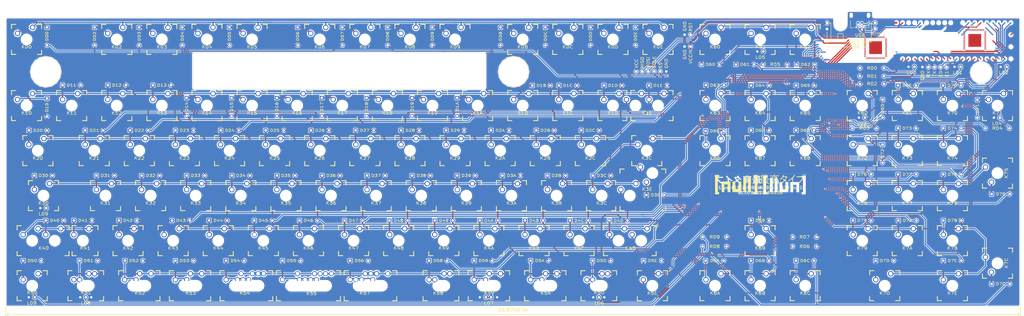
<source format=kicad_pcb>
(kicad_pcb (version 20171130) (host pcbnew "(5.1.9)-1")
  (title_block (title NKBM-ST110) (date 2018.01.17) (rev 2.0) (company null))
  (layers (0 F.Cu signal) (31 B.Cu signal) (34 B.Paste user) (35 F.Paste user) (36 B.SilkS user) (37 F.SilkS user) (38 B.Mask user) (39 F.Mask user) (44 Edge.Cuts user))
  (net 0 "")
  (net 1 /COL_11)
  (net 2 /COL_02)
  (net 3 /COL_03)
  (net 4 /COL_04)
  (net 5 /COL_05)
  (net 6 /COL_07)
  (net 7 /COL_08)
  (net 8 /COL_09)
  (net 9 /COL_10)
  (net 10 /COL_13)
  (net 11 /COL_01)
  (net 12 /COL_12)
  (net 13 /COL_14)
  (net 14 /GND)
  (net 15 /TX)
  (net 16 /RX)
  (net 17 /COL_06)
  (net 18 /VCC)
  (net 19 /RST)
  (net 20 /SELECT)
  (net 21 /SCLK)
  (net 22 /MOSI)
  (net 23 /MISO)
  (net 24 /ROW_01)
  (net 25 /ROW_02)
  (net 26 /ROW_03)
  (net 27 /ROW_04)
  (net 28 /ROW_05)
  (net 29 /ROW_06)
  (net 30 /VCC1)
  (net 31 /LED_06)
  (net 32 /LED_07)
  (net 33 /LED_05)
  (net 34 /LED_04)
  (net 35 /LED_03)
  (net 36 /LED_02)
  (net 37 /LED_01)
  (net 38 /LED_09)
  (net 39 /LED_08)
  (net 40 "Net-(D0B1-Pad1)")
  (net 41 "Net-(D0C1-Pad1)")
  (net 42 "Net-(D0D1-Pad1)")
  (net 43 "Net-(D0E1-Pad1)")
  (net 44 "Net-(D001-Pad1)")
  (net 45 /COL_00)
  (net 46 "Net-(D1A1-Pad1)")
  (net 47 "Net-(D1B1-Pad1)")
  (net 48 "Net-(D1C1-Pad1)")
  (net 49 "Net-(D1D1-Pad1)")
  (net 50 "Net-(D1E1-Pad1)")
  (net 51 "Net-(D2A1-Pad1)")
  (net 52 "Net-(D2B1-Pad1)")
  (net 53 "Net-(D2C1-Pad1)")
  (net 54 "Net-(D3A1-Pad1)")
  (net 55 "Net-(D3B1-Pad1)")
  (net 56 "Net-(D3C1-Pad1)")
  (net 57 "Net-(D3E1-Pad1)")
  (net 58 "Net-(D4A1-Pad1)")
  (net 59 "Net-(D4B1-Pad1)")
  (net 60 "Net-(D4C1-Pad1)")
  (net 61 "Net-(D4D1-Pad1)")
  (net 62 "Net-(D5A1-Pad1)")
  (net 63 "Net-(D5D1-Pad1)")
  (net 64 "Net-(D5E1-Pad1)")
  (net 65 "Net-(D021-Pad1)")
  (net 66 "Net-(D031-Pad1)")
  (net 67 "Net-(D041-Pad1)")
  (net 68 "Net-(D051-Pad1)")
  (net 69 "Net-(D061-Pad1)")
  (net 70 "Net-(D071-Pad1)")
  (net 71 "Net-(D081-Pad1)")
  (net 72 "Net-(D091-Pad1)")
  (net 73 "Net-(D101-Pad1)")
  (net 74 "Net-(D111-Pad1)")
  (net 75 "Net-(D121-Pad1)")
  (net 76 "Net-(D131-Pad1)")
  (net 77 "Net-(D141-Pad1)")
  (net 78 "Net-(D151-Pad1)")
  (net 79 "Net-(D171-Pad1)")
  (net 80 "Net-(D181-Pad1)")
  (net 81 "Net-(D191-Pad1)")
  (net 82 "Net-(D201-Pad1)")
  (net 83 "Net-(D211-Pad1)")
  (net 84 "Net-(D221-Pad1)")
  (net 85 "Net-(D231-Pad1)")
  (net 86 "Net-(D241-Pad1)")
  (net 87 "Net-(D251-Pad1)")
  (net 88 "Net-(D261-Pad1)")
  (net 89 "Net-(D271-Pad1)")
  (net 90 "Net-(D281-Pad1)")
  (net 91 "Net-(D291-Pad1)")
  (net 92 "Net-(D301-Pad1)")
  (net 93 "Net-(D311-Pad1)")
  (net 94 "Net-(D321-Pad1)")
  (net 95 "Net-(D331-Pad1)")
  (net 96 "Net-(D341-Pad1)")
  (net 97 "Net-(D351-Pad1)")
  (net 98 "Net-(D361-Pad1)")
  (net 99 "Net-(D371-Pad1)")
  (net 100 "Net-(D381-Pad1)")
  (net 101 "Net-(D391-Pad1)")
  (net 102 "Net-(D401-Pad1)")
  (net 103 "Net-(D411-Pad1)")
  (net 104 "Net-(D421-Pad1)")
  (net 105 "Net-(D431-Pad1)")
  (net 106 "Net-(D441-Pad1)")
  (net 107 "Net-(D451-Pad1)")
  (net 108 "Net-(D461-Pad1)")
  (net 109 "Net-(D471-Pad1)")
  (net 110 "Net-(D481-Pad1)")
  (net 111 "Net-(D491-Pad1)")
  (net 112 "Net-(D501-Pad1)")
  (net 113 "Net-(D511-Pad1)")
  (net 114 "Net-(D521-Pad1)")
  (net 115 "Net-(D531-Pad1)")
  (net 116 "Net-(D541-Pad1)")
  (net 117 "Net-(D551-Pad1)")
  (net 118 "Net-(D561-Pad1)")
  (net 119 "Net-(D581-Pad1)")
  (net 120 "Net-(D591-Pad1)")
  (net 121 /ROW_00)
  (net 122 /ROW_07)
  (net 123 "Net-(L01-Pad2)")
  (net 124 "Net-(L11-Pad2)")
  (net 125 "Net-(L21-Pad2)")
  (net 126 "Net-(L31-Pad2)")
  (net 127 "Net-(L41-Pad2)")
  (net 128 "Net-(L51-Pad2)")
  (net 129 "Net-(L61-Pad2)")
  (net 130 "Net-(L71-Pad2)")
  (net 131 "Net-(L81-Pad2)")
  (net 132 "Net-(L91-Pad2)")
  (net 133 "Net-(MCU1-Pad11)")
  (net 134 "Net-(MCU1-Pad12)")
  (net 135 /LED_00)
  (net 136 "Net-(D6A1-Pad1)")
  (net 137 "Net-(D6B1-Pad1)")
  (net 138 "Net-(D6C1-Pad1)")
  (net 139 "Net-(D6D1-Pad1)")
  (net 140 "Net-(D6E1-Pad1)")
  (net 141 "Net-(D7A1-Pad1)")
  (net 142 "Net-(D7B1-Pad1)")
  (net 143 "Net-(D7C1-Pad1)")
  (net 144 "Net-(D7D1-Pad1)")
  (net 145 "Net-(D7E1-Pad1)")
  (net 146 "Net-(D601-Pad1)")
  (net 147 "Net-(D611-Pad1)")
  (net 148 "Net-(D621-Pad1)")
  (net 149 "Net-(D631-Pad1)")
  (net 150 "Net-(D641-Pad1)")
  (net 151 "Net-(D651-Pad1)")
  (net 152 "Net-(D661-Pad1)")
  (net 153 "Net-(D671-Pad1)")
  (net 154 "Net-(D681-Pad1)")
  (net 155 "Net-(D691-Pad1)")
  (net 156 "Net-(D701-Pad1)")
  (net 157 "Net-(D711-Pad1)")
  (net 158 "Net-(D721-Pad1)")
  (net 159 "Net-(D731-Pad1)")
  (net 160 "Net-(D741-Pad1)")
  (net 161 "Net-(D751-Pad1)")
  (net 162 "Net-(D761-Pad1)")
  (net 163 "Net-(D771-Pad1)")
  (net 164 "Net-(D781-Pad1)")
  (net 165 "Net-(D791-Pad1)")
  (net 166 "Net-(D161-Pad1)")
  (module dfn_qfn:VQFN-64-1EP_9x9mm_P0.5mm_EP5.4x5.4mm (layer F.Cu) (at 466.83 63.5)
    (fp_text reference REF** (at 0 -5.8) (layer F.SilkS))
    (fp_text value VQFN-64-1EP_9x9mm_P0.5mm_EP5.4x5.4mm)
    (pad 65 smd rect (at 0 0) (size 5.4 5.4) (layers F.Cu F.Mask))
    (pad 64 smd roundrect (at -3.75 -4.4375) (size 0.25 0.825) (layers F.Cu F.Paste F.Mask))
    (pad 63 smd roundrect (at -3.25 -4.4375) (size 0.25 0.825) (layers F.Cu F.Paste F.Mask))
    (pad 62 smd roundrect (at -2.75 -4.4375) (size 0.25 0.825) (layers F.Cu F.Paste F.Mask))
    (pad 61 smd roundrect (at -2.25 -4.4375) (size 0.25 0.825) (layers F.Cu F.Paste F.Mask))
    (pad 60 smd roundrect (at -1.75 -4.4375) (size 0.25 0.825) (layers F.Cu F.Paste F.Mask))
    (pad 59 smd roundrect (at -1.25 -4.4375) (size 0.25 0.825) (layers F.Cu F.Paste F.Mask))
    (pad 58 smd roundrect (at -0.75 -4.4375) (size 0.25 0.825) (layers F.Cu F.Paste F.Mask))
    (pad 57 smd roundrect (at -0.25 -4.4375) (size 0.25 0.825) (layers F.Cu F.Paste F.Mask))
    (pad 56 smd roundrect (at 0.25 -4.4375) (size 0.25 0.825) (layers F.Cu F.Paste F.Mask))
    (pad 55 smd roundrect (at 0.75 -4.4375) (size 0.25 0.825) (layers F.Cu F.Paste F.Mask))
    (pad 54 smd roundrect (at 1.25 -4.4375) (size 0.25 0.825) (layers F.Cu F.Paste F.Mask))
    (pad 53 smd roundrect (at 1.75 -4.4375) (size 0.25 0.825) (layers F.Cu F.Paste F.Mask))
    (pad 52 smd roundrect (at 2.25 -4.4375) (size 0.25 0.825) (layers F.Cu F.Paste F.Mask))
    (pad 51 smd roundrect (at 2.75 -4.4375) (size 0.25 0.825) (layers F.Cu F.Paste F.Mask))
    (pad 50 smd roundrect (at 3.25 -4.4375) (size 0.25 0.825) (layers F.Cu F.Paste F.Mask))
    (pad 49 smd roundrect (at 3.75 -4.4375) (size 0.25 0.825) (layers F.Cu F.Paste F.Mask))
    (pad 48 smd roundrect (at 4.4375 -3.75) (size 0.825 0.25) (layers F.Cu F.Paste F.Mask))
    (pad 47 smd roundrect (at 4.4375 -3.25) (size 0.825 0.25) (layers F.Cu F.Paste F.Mask))
    (pad 46 smd roundrect (at 4.4375 -2.75) (size 0.825 0.25) (layers F.Cu F.Paste F.Mask))
    (pad 45 smd roundrect (at 4.4375 -2.25) (size 0.825 0.25) (layers F.Cu F.Paste F.Mask))
    (pad 44 smd roundrect (at 4.4375 -1.75) (size 0.825 0.25) (layers F.Cu F.Paste F.Mask))
    (pad 43 smd roundrect (at 4.4375 -1.25) (size 0.825 0.25) (layers F.Cu F.Paste F.Mask))
    (pad 42 smd roundrect (at 4.4375 -0.75) (size 0.825 0.25) (layers F.Cu F.Paste F.Mask))
    (pad 41 smd roundrect (at 4.4375 -0.25) (size 0.825 0.25) (layers F.Cu F.Paste F.Mask))
    (pad 40 smd roundrect (at 4.4375 0.25) (size 0.825 0.25) (layers F.Cu F.Paste F.Mask))
    (pad 39 smd roundrect (at 4.4375 0.75) (size 0.825 0.25) (layers F.Cu F.Paste F.Mask))
    (pad 38 smd roundrect (at 4.4375 1.25) (size 0.825 0.25) (layers F.Cu F.Paste F.Mask))
    (pad 37 smd roundrect (at 4.4375 1.75) (size 0.825 0.25) (layers F.Cu F.Paste F.Mask))
    (pad 36 smd roundrect (at 4.4375 2.25) (size 0.825 0.25) (layers F.Cu F.Paste F.Mask))
    (pad 35 smd roundrect (at 4.4375 2.75) (size 0.825 0.25) (layers F.Cu F.Paste F.Mask))
    (pad 34 smd roundrect (at 4.4375 3.25) (size 0.825 0.25) (layers F.Cu F.Paste F.Mask))
    (pad 33 smd roundrect (at 4.4375 3.75) (size 0.825 0.25) (layers F.Cu F.Paste F.Mask))
    (pad 32 smd roundrect (at 3.75 4.4375) (size 0.25 0.825) (layers F.Cu F.Paste F.Mask))
    (pad 31 smd roundrect (at 3.25 4.4375) (size 0.25 0.825) (layers F.Cu F.Paste F.Mask))
    (pad 30 smd roundrect (at 2.75 4.4375) (size 0.25 0.825) (layers F.Cu F.Paste F.Mask))
    (pad 29 smd roundrect (at 2.25 4.4375) (size 0.25 0.825) (layers F.Cu F.Paste F.Mask))
    (pad 28 smd roundrect (at 1.75 4.4375) (size 0.25 0.825) (layers F.Cu F.Paste F.Mask))
    (pad 27 smd roundrect (at 1.25 4.4375) (size 0.25 0.825) (layers F.Cu F.Paste F.Mask))
    (pad 26 smd roundrect (at 0.75 4.4375) (size 0.25 0.825) (layers F.Cu F.Paste F.Mask))
    (pad 25 smd roundrect (at 0.25 4.4375) (size 0.25 0.825) (layers F.Cu F.Paste F.Mask))
    (pad 24 smd roundrect (at -0.25 4.4375) (size 0.25 0.825) (layers F.Cu F.Paste F.Mask))
    (pad 23 smd roundrect (at -0.75 4.4375) (size 0.25 0.825) (layers F.Cu F.Paste F.Mask))
    (pad 22 smd roundrect (at -1.25 4.4375) (size 0.25 0.825) (layers F.Cu F.Paste F.Mask))
    (pad 21 smd roundrect (at -1.75 4.4375) (size 0.25 0.825) (layers F.Cu F.Paste F.Mask))
    (pad 20 smd roundrect (at -2.25 4.4375) (size 0.25 0.825) (layers F.Cu F.Paste F.Mask))
    (pad 19 smd roundrect (at -2.75 4.4375) (size 0.25 0.825) (layers F.Cu F.Paste F.Mask))
    (pad 18 smd roundrect (at -3.25 4.4375) (size 0.25 0.825) (layers F.Cu F.Paste F.Mask))
    (pad 17 smd roundrect (at -3.75 4.4375) (size 0.25 0.825) (layers F.Cu F.Paste F.Mask))
    (pad 16 smd roundrect (at -4.4375 3.75) (size 0.825 0.25) (layers F.Cu F.Paste F.Mask))
    (pad 15 smd roundrect (at -4.4375 3.25) (size 0.825 0.25) (layers F.Cu F.Paste F.Mask))
    (pad 14 smd roundrect (at -4.4375 2.75) (size 0.825 0.25) (layers F.Cu F.Paste F.Mask))
    (pad 13 smd roundrect (at -4.4375 2.25) (size 0.825 0.25) (layers F.Cu F.Paste F.Mask))
    (pad 12 smd roundrect (at -4.4375 1.75) (size 0.825 0.25) (layers F.Cu F.Paste F.Mask))
    (pad 11 smd roundrect (at -4.4375 1.25) (size 0.825 0.25) (layers F.Cu F.Paste F.Mask))
    (pad 10 smd roundrect (at -4.4375 0.75) (size 0.825 0.25) (layers F.Cu F.Paste F.Mask))
    (pad 9 smd roundrect (at -4.4375 0.25) (size 0.825 0.25) (layers F.Cu F.Paste F.Mask))
    (pad 8 smd roundrect (at -4.4375 -0.25) (size 0.825 0.25) (layers F.Cu F.Paste F.Mask))
    (pad 7 smd roundrect (at -4.4375 -0.75) (size 0.825 0.25) (layers F.Cu F.Paste F.Mask))
    (pad 6 smd roundrect (at -4.4375 -1.25) (size 0.825 0.25) (layers F.Cu F.Paste F.Mask))
    (pad 5 smd roundrect (at -4.4375 -1.75) (size 0.825 0.25) (layers F.Cu F.Paste F.Mask))
    (pad 4 smd roundrect (at -4.4375 -2.25) (size 0.825 0.25) (layers F.Cu F.Paste F.Mask))
    (pad 3 smd roundrect (at -4.4375 -2.75) (size 0.825 0.25) (layers F.Cu F.Paste F.Mask))
    (pad 2 smd roundrect (at -4.4375 -3.25) (size 0.825 0.25) (layers F.Cu F.Paste F.Mask))
    (pad 1 smd roundrect (at -4.4375 -3.75) (size 0.825 0.25) (layers F.Cu F.Paste F.Mask))
  )
  (module dfn_qfn:QFN-64-1EP_9x9mm_P0.5mm_EP5.4x5.4mm (layer F.Cu) (at 424.935 66.555)
    (fp_text reference REF** (at 0 -5.8) (layer F.SilkS))
    (fp_text value QFN-64-1EP_9x9mm_P0.5mm_EP5.4x5.4mm)
    (pad 65 smd rect (at 0 0) (size 5.4 5.4) (layers F.Cu F.Mask))
    (pad 64 smd roundrect (at -3.75 -4.4375) (size 0.25 0.825) (layers F.Cu F.Paste F.Mask))
    (pad 63 smd roundrect (at -3.25 -4.4375) (size 0.25 0.825) (layers F.Cu F.Paste F.Mask))
    (pad 62 smd roundrect (at -2.75 -4.4375) (size 0.25 0.825) (layers F.Cu F.Paste F.Mask))
    (pad 61 smd roundrect (at -2.25 -4.4375) (size 0.25 0.825) (layers F.Cu F.Paste F.Mask))
    (pad 60 smd roundrect (at -1.75 -4.4375) (size 0.25 0.825) (layers F.Cu F.Paste F.Mask))
    (pad 59 smd roundrect (at -1.25 -4.4375) (size 0.25 0.825) (layers F.Cu F.Paste F.Mask))
    (pad 58 smd roundrect (at -0.75 -4.4375) (size 0.25 0.825) (layers F.Cu F.Paste F.Mask))
    (pad 57 smd roundrect (at -0.25 -4.4375) (size 0.25 0.825) (layers F.Cu F.Paste F.Mask))
    (pad 56 smd roundrect (at 0.25 -4.4375) (size 0.25 0.825) (layers F.Cu F.Paste F.Mask))
    (pad 55 smd roundrect (at 0.75 -4.4375) (size 0.25 0.825) (layers F.Cu F.Paste F.Mask))
    (pad 54 smd roundrect (at 1.25 -4.4375) (size 0.25 0.825) (layers F.Cu F.Paste F.Mask))
    (pad 53 smd roundrect (at 1.75 -4.4375) (size 0.25 0.825) (layers F.Cu F.Paste F.Mask))
    (pad 52 smd roundrect (at 2.25 -4.4375) (size 0.25 0.825) (layers F.Cu F.Paste F.Mask))
    (pad 51 smd roundrect (at 2.75 -4.4375) (size 0.25 0.825) (layers F.Cu F.Paste F.Mask))
    (pad 50 smd roundrect (at 3.25 -4.4375) (size 0.25 0.825) (layers F.Cu F.Paste F.Mask))
    (pad 49 smd roundrect (at 3.75 -4.4375) (size 0.25 0.825) (layers F.Cu F.Paste F.Mask))
    (pad 48 smd roundrect (at 4.4375 -3.75) (size 0.825 0.25) (layers F.Cu F.Paste F.Mask))
    (pad 47 smd roundrect (at 4.4375 -3.25) (size 0.825 0.25) (layers F.Cu F.Paste F.Mask))
    (pad 46 smd roundrect (at 4.4375 -2.75) (size 0.825 0.25) (layers F.Cu F.Paste F.Mask))
    (pad 45 smd roundrect (at 4.4375 -2.25) (size 0.825 0.25) (layers F.Cu F.Paste F.Mask))
    (pad 44 smd roundrect (at 4.4375 -1.75) (size 0.825 0.25) (layers F.Cu F.Paste F.Mask))
    (pad 43 smd roundrect (at 4.4375 -1.25) (size 0.825 0.25) (layers F.Cu F.Paste F.Mask))
    (pad 42 smd roundrect (at 4.4375 -0.75) (size 0.825 0.25) (layers F.Cu F.Paste F.Mask))
    (pad 41 smd roundrect (at 4.4375 -0.25) (size 0.825 0.25) (layers F.Cu F.Paste F.Mask))
    (pad 40 smd roundrect (at 4.4375 0.25) (size 0.825 0.25) (layers F.Cu F.Paste F.Mask))
    (pad 39 smd roundrect (at 4.4375 0.75) (size 0.825 0.25) (layers F.Cu F.Paste F.Mask))
    (pad 38 smd roundrect (at 4.4375 1.25) (size 0.825 0.25) (layers F.Cu F.Paste F.Mask))
    (pad 37 smd roundrect (at 4.4375 1.75) (size 0.825 0.25) (layers F.Cu F.Paste F.Mask))
    (pad 36 smd roundrect (at 4.4375 2.25) (size 0.825 0.25) (layers F.Cu F.Paste F.Mask))
    (pad 35 smd roundrect (at 4.4375 2.75) (size 0.825 0.25) (layers F.Cu F.Paste F.Mask))
    (pad 34 smd roundrect (at 4.4375 3.25) (size 0.825 0.25) (layers F.Cu F.Paste F.Mask))
    (pad 33 smd roundrect (at 4.4375 3.75) (size 0.825 0.25) (layers F.Cu F.Paste F.Mask))
    (pad 32 smd roundrect (at 3.75 4.4375) (size 0.25 0.825) (layers F.Cu F.Paste F.Mask))
    (pad 31 smd roundrect (at 3.25 4.4375) (size 0.25 0.825) (layers F.Cu F.Paste F.Mask))
    (pad 30 smd roundrect (at 2.75 4.4375) (size 0.25 0.825) (layers F.Cu F.Paste F.Mask))
    (pad 29 smd roundrect (at 2.25 4.4375) (size 0.25 0.825) (layers F.Cu F.Paste F.Mask))
    (pad 28 smd roundrect (at 1.75 4.4375) (size 0.25 0.825) (layers F.Cu F.Paste F.Mask))
    (pad 27 smd roundrect (at 1.25 4.4375) (size 0.25 0.825) (layers F.Cu F.Paste F.Mask))
    (pad 26 smd roundrect (at 0.75 4.4375) (size 0.25 0.825) (layers F.Cu F.Paste F.Mask))
    (pad 25 smd roundrect (at 0.25 4.4375) (size 0.25 0.825) (layers F.Cu F.Paste F.Mask))
    (pad 24 smd roundrect (at -0.25 4.4375) (size 0.25 0.825) (layers F.Cu F.Paste F.Mask))
    (pad 23 smd roundrect (at -0.75 4.4375) (size 0.25 0.825) (layers F.Cu F.Paste F.Mask))
    (pad 22 smd roundrect (at -1.25 4.4375) (size 0.25 0.825) (layers F.Cu F.Paste F.Mask))
    (pad 21 smd roundrect (at -1.75 4.4375) (size 0.25 0.825) (layers F.Cu F.Paste F.Mask))
    (pad 20 smd roundrect (at -2.25 4.4375) (size 0.25 0.825) (layers F.Cu F.Paste F.Mask))
    (pad 19 smd roundrect (at -2.75 4.4375) (size 0.25 0.825) (layers F.Cu F.Paste F.Mask))
    (pad 18 smd roundrect (at -3.25 4.4375) (size 0.25 0.825) (layers F.Cu F.Paste F.Mask))
    (pad 17 smd roundrect (at -3.75 4.4375) (size 0.25 0.825) (layers F.Cu F.Paste F.Mask))
    (pad 16 smd roundrect (at -4.4375 3.75) (size 0.825 0.25) (layers F.Cu F.Paste F.Mask))
    (pad 15 smd roundrect (at -4.4375 3.25) (size 0.825 0.25) (layers F.Cu F.Paste F.Mask))
    (pad 14 smd roundrect (at -4.4375 2.75) (size 0.825 0.25) (layers F.Cu F.Paste F.Mask))
    (pad 13 smd roundrect (at -4.4375 2.25) (size 0.825 0.25) (layers F.Cu F.Paste F.Mask))
    (pad 12 smd roundrect (at -4.4375 1.75) (size 0.825 0.25) (layers F.Cu F.Paste F.Mask))
    (pad 11 smd roundrect (at -4.4375 1.25) (size 0.825 0.25) (layers F.Cu F.Paste F.Mask))
    (pad 10 smd roundrect (at -4.4375 0.75) (size 0.825 0.25) (layers F.Cu F.Paste F.Mask))
    (pad 9 smd roundrect (at -4.4375 0.25) (size 0.825 0.25) (layers F.Cu F.Paste F.Mask))
    (pad 8 smd roundrect (at -4.4375 -0.25) (size 0.825 0.25) (layers F.Cu F.Paste F.Mask))
    (pad 7 smd roundrect (at -4.4375 -0.75) (size 0.825 0.25) (layers F.Cu F.Paste F.Mask))
    (pad 6 smd roundrect (at -4.4375 -1.25) (size 0.825 0.25) (layers F.Cu F.Paste F.Mask))
    (pad 5 smd roundrect (at -4.4375 -1.75) (size 0.825 0.25) (layers F.Cu F.Paste F.Mask))
    (pad 4 smd roundrect (at -4.4375 -2.25) (size 0.825 0.25) (layers F.Cu F.Paste F.Mask))
    (pad 3 smd roundrect (at -4.4375 -2.75) (size 0.825 0.25) (layers F.Cu F.Paste F.Mask))
    (pad 2 smd roundrect (at -4.4375 -3.25) (size 0.825 0.25) (layers F.Cu F.Paste F.Mask))
    (pad 1 smd roundrect (at -4.4375 -3.75) (size 0.825 0.25) (layers F.Cu F.Paste F.Mask))
  )
  (module null_keyboard:CHERRY_PLATE_100H (layer F.Cu) (at 314 91.0575)
    (fp_text reference K1D (at 0 3.175) (layer F.SilkS) (effects (font (size 1.27 1.524) (thickness 0.2032))))
    (fp_text value CHRY_MX hide)
    (pad 1 thru_hole circle (at 2.54 -5.08) (size 2.286 2.286) (drill 1.4986) (layers *.Cu *.Mask) (net 24 /ROW_01) (clearance 0.5))
    (pad 2 thru_hole circle (at -3.81 -2.54) (size 2.286 2.286) (drill 1.4986) (layers *.Cu *.Mask) (net 49 "Net-(D1D1-Pad1)") (clearance 0.5))
    (pad "" np_thru_hole circle (at 0 0) (size 3.9878 3.9878) (drill 3.9878) (layers *.Cu) (clearance 0.5))
  )
  (module null_keyboard:CHERRY_PLATE_100H (layer F.Cu) (at 247.325 63.07)
    (fp_text reference K09 (at 0 3.175) (layer F.SilkS) (effects (font (size 1.27 1.524) (thickness 0.2032))))
    (fp_text value CHRY_MX hide)
    (pad 1 thru_hole circle (at 2.54 -5.08) (size 2.286 2.286) (drill 1.4986) (layers *.Cu *.Mask) (net 121 /ROW_00) (clearance 0.5))
    (pad 2 thru_hole circle (at -3.81 -2.54) (size 2.286 2.286) (drill 1.4986) (layers *.Cu *.Mask) (net 72 "Net-(D091-Pad1)") (clearance 0.5))
    (pad "" np_thru_hole circle (at 0 0) (size 3.9878 3.9878) (drill 3.9878) (layers *.Cu) (clearance 0.5))
  )
  (module null_keyboard:CHERRY_PLATE_100H (layer F.Cu) (at 228.275 63.07)
    (fp_text reference K08 (at 0 3.175) (layer F.SilkS) (effects (font (size 1.27 1.524) (thickness 0.2032))))
    (fp_text value CHRY_MX hide)
    (pad 1 thru_hole circle (at 2.54 -5.08) (size 2.286 2.286) (drill 1.4986) (layers *.Cu *.Mask) (net 121 /ROW_00) (clearance 0.5))
    (pad 2 thru_hole circle (at -3.81 -2.54) (size 2.286 2.286) (drill 1.4986) (layers *.Cu *.Mask) (net 71 "Net-(D081-Pad1)") (clearance 0.5))
    (pad "" np_thru_hole circle (at 0 0) (size 3.9878 3.9878) (drill 3.9878) (layers *.Cu) (clearance 0.5))
  )
  (module null_keyboard:CHERRY_PLATE_100H (layer F.Cu) (at 209.225 63.07)
    (fp_text reference K07 (at 0 3.175) (layer F.SilkS) (effects (font (size 1.27 1.524) (thickness 0.2032))))
    (fp_text value CHRY_MX hide)
    (pad 1 thru_hole circle (at 2.54 -5.08) (size 2.286 2.286) (drill 1.4986) (layers *.Cu *.Mask) (net 121 /ROW_00) (clearance 0.5))
    (pad 2 thru_hole circle (at -3.81 -2.54) (size 2.286 2.286) (drill 1.4986) (layers *.Cu *.Mask) (net 70 "Net-(D071-Pad1)") (clearance 0.5))
    (pad "" np_thru_hole circle (at 0 0) (size 3.9878 3.9878) (drill 3.9878) (layers *.Cu) (clearance 0.5))
  )
  (module null_keyboard:CHERRY_PLATE_100H (layer F.Cu) (at 190.175 63.07)
    (fp_text reference K06 (at 0 3.175) (layer F.SilkS) (effects (font (size 1.27 1.524) (thickness 0.2032))))
    (fp_text value CHRY_MX hide)
    (pad 1 thru_hole circle (at 2.54 -5.08) (size 2.286 2.286) (drill 1.4986) (layers *.Cu *.Mask) (net 121 /ROW_00) (clearance 0.5))
    (pad 2 thru_hole circle (at -3.81 -2.54) (size 2.286 2.286) (drill 1.4986) (layers *.Cu *.Mask) (net 69 "Net-(D061-Pad1)") (clearance 0.5))
    (pad "" np_thru_hole circle (at 0 0) (size 3.9878 3.9878) (drill 3.9878) (layers *.Cu) (clearance 0.5))
  )
  (module null_keyboard:CHERRY_PLATE_100H (layer F.Cu) (at 161.6 63.07)
    (fp_text reference K05 (at 0 3.175) (layer F.SilkS) (effects (font (size 1.27 1.524) (thickness 0.2032))))
    (fp_text value CHRY_MX hide)
    (pad 1 thru_hole circle (at 2.54 -5.08) (size 2.286 2.286) (drill 1.4986) (layers *.Cu *.Mask) (net 121 /ROW_00) (clearance 0.5))
    (pad 2 thru_hole circle (at -3.81 -2.54) (size 2.286 2.286) (drill 1.4986) (layers *.Cu *.Mask) (net 68 "Net-(D051-Pad1)") (clearance 0.5))
    (pad "" np_thru_hole circle (at 0 0) (size 3.9878 3.9878) (drill 3.9878) (layers *.Cu) (clearance 0.5))
  )
  (module null_keyboard:CHERRY_PLATE_100H (layer F.Cu) (at 142.55 63.07)
    (fp_text reference K04 (at 0 3.175) (layer F.SilkS) (effects (font (size 1.27 1.524) (thickness 0.2032))))
    (fp_text value CHRY_MX hide)
    (pad 1 thru_hole circle (at 2.54 -5.08) (size 2.286 2.286) (drill 1.4986) (layers *.Cu *.Mask) (net 121 /ROW_00) (clearance 0.5))
    (pad 2 thru_hole circle (at -3.81 -2.54) (size 2.286 2.286) (drill 1.4986) (layers *.Cu *.Mask) (net 67 "Net-(D041-Pad1)") (clearance 0.5))
    (pad "" np_thru_hole circle (at 0 0) (size 3.9878 3.9878) (drill 3.9878) (layers *.Cu) (clearance 0.5))
  )
  (module null_keyboard:CHERRY_PLATE_100H (layer F.Cu) (at 256.85 91.0575)
    (fp_text reference K1A (at 0 3.175) (layer F.SilkS) (effects (font (size 1.27 1.524) (thickness 0.2032))))
    (fp_text value CHRY_MX hide)
    (pad 1 thru_hole circle (at 2.54 -5.08) (size 2.286 2.286) (drill 1.4986) (layers *.Cu *.Mask) (net 24 /ROW_01) (clearance 0.5))
    (pad 2 thru_hole circle (at -3.81 -2.54) (size 2.286 2.286) (drill 1.4986) (layers *.Cu *.Mask) (net 46 "Net-(D1A1-Pad1)") (clearance 0.5))
    (pad "" np_thru_hole circle (at 0 0) (size 3.9878 3.9878) (drill 3.9878) (layers *.Cu) (clearance 0.5))
  )
  (module null_keyboard:CHERRY_PLATE_100H (layer F.Cu) (at 237.8 91.0575)
    (fp_text reference K19 (at 0 3.175) (layer F.SilkS) (effects (font (size 1.27 1.524) (thickness 0.2032))))
    (fp_text value CHRY_MX hide)
    (pad 1 thru_hole circle (at 2.54 -5.08) (size 2.286 2.286) (drill 1.4986) (layers *.Cu *.Mask) (net 24 /ROW_01) (clearance 0.5))
    (pad 2 thru_hole circle (at -3.81 -2.54) (size 2.286 2.286) (drill 1.4986) (layers *.Cu *.Mask) (net 81 "Net-(D191-Pad1)") (clearance 0.5))
    (pad "" np_thru_hole circle (at 0 0) (size 3.9878 3.9878) (drill 3.9878) (layers *.Cu) (clearance 0.5))
  )
  (module null_keyboard:CHERRY_PLATE_100H (layer F.Cu) (at 142.55 91.0575)
    (fp_text reference K14 (at 0 3.175) (layer F.SilkS) (effects (font (size 1.27 1.524) (thickness 0.2032))))
    (fp_text value CHRY_MX hide)
    (pad 1 thru_hole circle (at 2.54 -5.08) (size 2.286 2.286) (drill 1.4986) (layers *.Cu *.Mask) (net 24 /ROW_01) (clearance 0.5))
    (pad 2 thru_hole circle (at -3.81 -2.54) (size 2.286 2.286) (drill 1.4986) (layers *.Cu *.Mask) (net 77 "Net-(D141-Pad1)") (clearance 0.5))
    (pad "" np_thru_hole circle (at 0 0) (size 3.9878 3.9878) (drill 3.9878) (layers *.Cu) (clearance 0.5))
  )
  (module null_keyboard:CHERRY_PLATE_100H (layer F.Cu) (at 218.75 91.0575)
    (fp_text reference K18 (at 0 3.175) (layer F.SilkS) (effects (font (size 1.27 1.524) (thickness 0.2032))))
    (fp_text value CHRY_MX hide)
    (pad 1 thru_hole circle (at 2.54 -5.08) (size 2.286 2.286) (drill 1.4986) (layers *.Cu *.Mask) (net 24 /ROW_01) (clearance 0.5))
    (pad 2 thru_hole circle (at -3.81 -2.54) (size 2.286 2.286) (drill 1.4986) (layers *.Cu *.Mask) (net 80 "Net-(D181-Pad1)") (clearance 0.5))
    (pad "" np_thru_hole circle (at 0 0) (size 3.9878 3.9878) (drill 3.9878) (layers *.Cu) (clearance 0.5))
  )
  (module null_keyboard:CHERRY_PLATE_100H (layer F.Cu) (at 199.7 91.0575)
    (fp_text reference K17 (at 0 3.175) (layer F.SilkS) (effects (font (size 1.27 1.524) (thickness 0.2032))))
    (fp_text value CHRY_MX hide)
    (pad 1 thru_hole circle (at 2.54 -5.08) (size 2.286 2.286) (drill 1.4986) (layers *.Cu *.Mask) (net 24 /ROW_01) (clearance 0.5))
    (pad 2 thru_hole circle (at -3.81 -2.54) (size 2.286 2.286) (drill 1.4986) (layers *.Cu *.Mask) (net 79 "Net-(D171-Pad1)") (clearance 0.5))
    (pad "" np_thru_hole circle (at 0 0) (size 3.9878 3.9878) (drill 3.9878) (layers *.Cu) (clearance 0.5))
  )
  (module null_keyboard:CHERRY_PLATE_100H (layer F.Cu) (at 180.65 91.0575)
    (fp_text reference K16 (at 0 3.175) (layer F.SilkS) (effects (font (size 1.27 1.524) (thickness 0.2032))))
    (fp_text value CHRY_MX hide)
    (pad 1 thru_hole circle (at 2.54 -5.08) (size 2.286 2.286) (drill 1.4986) (layers *.Cu *.Mask) (net 24 /ROW_01) (clearance 0.5))
    (pad 2 thru_hole circle (at -3.81 -2.54) (size 2.286 2.286) (drill 1.4986) (layers *.Cu *.Mask) (net 166 "Net-(D161-Pad1)") (clearance 0.5))
    (pad "" np_thru_hole circle (at 0 0) (size 3.9878 3.9878) (drill 3.9878) (layers *.Cu) (clearance 0.5))
  )
  (module null_keyboard:CHERRY_PLATE_100H (layer F.Cu) (at 161.6 91.0575)
    (fp_text reference K15 (at 0 3.175) (layer F.SilkS) (effects (font (size 1.27 1.524) (thickness 0.2032))))
    (fp_text value CHRY_MX hide)
    (pad 1 thru_hole circle (at 2.54 -5.08) (size 2.286 2.286) (drill 1.4986) (layers *.Cu *.Mask) (net 24 /ROW_01) (clearance 0.5))
    (pad 2 thru_hole circle (at -3.81 -2.54) (size 2.286 2.286) (drill 1.4986) (layers *.Cu *.Mask) (net 78 "Net-(D151-Pad1)") (clearance 0.5))
    (pad "" np_thru_hole circle (at 0 0) (size 3.9878 3.9878) (drill 3.9878) (layers *.Cu) (clearance 0.5))
  )
  (module null_keyboard:CHERRY_PLATE_100H (layer F.Cu) (at 376.162 148.208)
    (fp_text reference K69 (at 0 3.175) (layer F.SilkS) (effects (font (size 1.27 1.524) (thickness 0.2032))))
    (fp_text value CHRY_MX hide)
    (pad 1 thru_hole circle (at 2.54 -5.08) (size 2.286 2.286) (drill 1.4986) (layers *.Cu *.Mask) (net 29 /ROW_06) (clearance 0.5))
    (pad 2 thru_hole circle (at -3.81 -2.54) (size 2.286 2.286) (drill 1.4986) (layers *.Cu *.Mask) (net 155 "Net-(D691-Pad1)") (clearance 0.5))
    (pad "" np_thru_hole circle (at 0 0) (size 3.9878 3.9878) (drill 3.9878) (layers *.Cu) (clearance 0.5))
  )
  (module null_keyboard:CHERRY_PLATE_100H (layer F.Cu) (at 376.162 91.0575)
    (fp_text reference K64 (at 0 3.175) (layer F.SilkS) (effects (font (size 1.27 1.524) (thickness 0.2032))))
    (fp_text value CHRY_MX hide)
    (pad 1 thru_hole circle (at 2.54 -5.08) (size 2.286 2.286) (drill 1.4986) (layers *.Cu *.Mask) (net 29 /ROW_06) (clearance 0.5))
    (pad 2 thru_hole circle (at -3.81 -2.54) (size 2.286 2.286) (drill 1.4986) (layers *.Cu *.Mask) (net 150 "Net-(D641-Pad1)") (clearance 0.5))
    (pad "" np_thru_hole circle (at 0 0) (size 3.9878 3.9878) (drill 3.9878) (layers *.Cu) (clearance 0.5))
  )
  (module null_keyboard:DIODE (layer F.Cu) (at 356.94 156.66)
    (fp_text reference D6A (at 0 0) (layer F.SilkS) (effects (font (size 1.1 1.4) (thickness 0.2032))))
    (fp_text value 1N4148 hide)
    (pad 1 thru_hole rect (at -3.81 0) (size 1.651 1.651) (drill 0.9906) (layers *.Cu *.Mask) (net 136 "Net-(D6A1-Pad1)"))
    (pad 2 thru_hole circle (at 3.81 0) (size 1.651 1.651) (drill 0.9906) (layers *.Cu *.Mask) (net 9 /COL_10))
  )
  (module null_keyboard:CHERRY_PLATE_125H (layer F.Cu) (at 240.179 167.258)
    (fp_text reference K58 (at 0 3.175) (layer F.SilkS) (effects (font (size 1.27 1.524) (thickness 0.2032))))
    (fp_text value CHRY_MX hide)
    (pad 1 thru_hole circle (at 2.54 -5.08) (size 2.286 2.286) (drill 1.4986) (layers *.Cu *.Mask) (net 28 /ROW_05) (clearance 0.5))
    (pad 2 thru_hole circle (at -3.81 -2.54) (size 2.286 2.286) (drill 1.4986) (layers *.Cu *.Mask) (net 119 "Net-(D581-Pad1)") (clearance 0.5))
    (pad "" np_thru_hole oval (at 1.321 0) (size 6.5 3.9878) (drill oval 6.5 3.9878) (layers *.Cu) (clearance 0.5))
  )
  (module null_keyboard:CHERRY_PLATE_100H (layer F.Cu) (at 242.558 167.258)
    (fp_text reference K58 hide)
    (fp_text value CHRY_MX hide)
    (pad 1 thru_hole circle (at 2.54 -5.08) (size 2.286 2.286) (drill 1.4986) (layers *.Cu *.Mask) (net 28 /ROW_05) (clearance 0.5))
    (pad 2 thru_hole circle (at -3.81 -2.54) (size 2.286 2.286) (drill 1.4986) (layers *.Cu *.Mask) (net 119 "Net-(D581-Pad1)") (clearance 0.5))
  )
  (module null_keyboard:CHERRY_PLATE_100H (layer F.Cu) (at 333.05 63.07)
    (fp_text reference K0E (at 0 3.175) (layer F.SilkS) (effects (font (size 1.27 1.524) (thickness 0.2032))))
    (fp_text value CHRY_MX hide)
    (pad 1 thru_hole circle (at 2.54 -5.08) (size 2.286 2.286) (drill 1.4986) (layers *.Cu *.Mask) (net 121 /ROW_00) (clearance 0.5))
    (pad 2 thru_hole circle (at -3.81 -2.54) (size 2.286 2.286) (drill 1.4986) (layers *.Cu *.Mask) (net 43 "Net-(D0E1-Pad1)") (clearance 0.5))
    (pad "" np_thru_hole circle (at 0 0) (size 3.9878 3.9878) (drill 3.9878) (layers *.Cu) (clearance 0.5))
  )
  (module null_keyboard:CHERRY_PLATE_625H (layer F.Cu) (at 187.794 167.258)
    (fp_text reference K55 (at -1.094 3.312) (layer F.SilkS) (effects (font (size 1.27 1.524) (thickness 0.2032))))
    (fp_text value CHRY_MX hide)
    (pad 1 thru_hole circle (at 2.54 -5.08) (size 2.1 2.1) (drill 1.4986) (layers *.Cu *.Mask) (net 28 /ROW_05) (clearance 0.5))
    (pad 2 thru_hole circle (at -3.81 -2.54) (size 2.1 2.1) (drill 1.4986) (layers *.Cu *.Mask) (net 117 "Net-(D551-Pad1)") (clearance 0.5))
  )
  (module null_keyboard:CHERRY_PLATE_450H (layer F.Cu) (at 185.412 167.258)
    (fp_text reference K552 hide)
    (fp_text value CHRY_MX hide)
    (pad 1 thru_hole circle (at 2.54 -5.08) (size 2.1 2.1) (drill 1.4986) (layers *.Cu *.Mask) (net 28 /ROW_05) (clearance 0.5))
    (pad 2 thru_hole circle (at -3.81 -2.54) (size 2.1 2.1) (drill 1.4986) (layers *.Cu *.Mask) (net 117 "Net-(D551-Pad1)") (clearance 0.5))
  )
  (module null_keyboard:CHERRY_PLATE_125H (layer F.Cu) (at 192.556 167.258)
    (fp_text reference K553 hide)
    (fp_text value CHRY_MX hide)
    (pad 1 thru_hole circle (at 2.54 -5.08) (size 2.1 2.1) (drill 1.4986) (layers *.Cu *.Mask) (net 28 /ROW_05) (clearance 0.5))
    (pad 2 thru_hole circle (at -3.81 -2.54) (size 2.1 2.1) (drill 1.4986) (layers *.Cu *.Mask) (net 117 "Net-(D551-Pad1)") (clearance 0.5))
  )
  (module null_keyboard:CHERRY_PLATE_125H (layer F.Cu) (at 190.14 167.258)
    (fp_text reference K553 hide)
    (fp_text value CHRY_MX hide)
    (pad 1 thru_hole circle (at 2.54 -5.08) (size 2.1 2.1) (drill 1.4986) (layers *.Cu *.Mask) (net 28 /ROW_05) (clearance 0.5))
    (pad 2 thru_hole circle (at -3.81 -2.54) (size 2.1 2.1) (drill 1.4986) (layers *.Cu *.Mask) (net 117 "Net-(D551-Pad1)") (clearance 0.5))
  )
  (module null_keyboard:CHERRY_PLATE_125H (layer F.Cu) (at 92.5438 167.258)
    (fp_text reference K511 hide)
    (fp_text value CHRY_MX hide)
    (pad 1 thru_hole circle (at 2.54 -5.08) (size 2.286 2.286) (drill 1.4986) (layers *.Cu *.Mask) (net 28 /ROW_05) (clearance 0.5))
    (pad 2 thru_hole circle (at -3.81 -2.54) (size 2.286 2.286) (drill 1.4986) (layers *.Cu *.Mask) (net 113 "Net-(D511-Pad1)") (clearance 0.5))
  )
  (module null_keyboard:CHERRY_PLATE_125H (layer F.Cu) (at 116.3562 167.258)
    (fp_text reference K521 hide)
    (fp_text value CHRY_MX hide)
    (pad 1 thru_hole circle (at 2.54 -5.08) (size 2.286 2.286) (drill 1.4986) (layers *.Cu *.Mask) (net 28 /ROW_05) (clearance 0.5))
    (pad 2 thru_hole circle (at -3.81 -2.54) (size 2.286 2.286) (drill 1.4986) (layers *.Cu *.Mask) (net 114 "Net-(D521-Pad1)") (clearance 0.5))
  )
  (module null_keyboard:CHERRY_PLATE_125H (layer F.Cu) (at 137.7862 167.258)
    (fp_text reference K521 hide)
    (fp_text value CHRY_MX hide)
    (pad 1 thru_hole circle (at 2.54 -5.08) (size 2.286 2.286) (drill 1.4986) (layers *.Cu *.Mask) (net 28 /ROW_05) (clearance 0.5))
    (pad 2 thru_hole circle (at -3.81 -2.54) (size 2.286 2.286) (drill 1.4986) (layers *.Cu *.Mask) (net 115 "Net-(D531-Pad1)") (clearance 0.5))
  )
  (module null_keyboard:CHERRY_PLATE_100H (layer F.Cu) (at 309.238 167.258)
    (fp_text reference K5D (at -1.038 2.912) (layer F.SilkS) (effects (font (size 1.27 1.524) (thickness 0.2032))))
    (fp_text value CHRY_MX hide)
    (pad 1 thru_hole circle (at 2.54 -5.08) (size 2.286 2.286) (drill 1.4986) (layers *.Cu *.Mask) (net 28 /ROW_05) (clearance 0.5))
    (pad 2 thru_hole circle (at -3.81 -2.54) (size 2.286 2.286) (drill 1.4986) (layers *.Cu *.Mask) (net 63 "Net-(D5D1-Pad1)") (clearance 0.5))
  )
  (module null_keyboard:CHERRY_PLATE_125H (layer F.Cu) (at 287.806 167.258)
    (fp_text reference K5A (at -2.256 3.162) (layer F.SilkS) (effects (font (size 1.27 1.524) (thickness 0.2032))))
    (fp_text value CHRY_MX hide)
    (pad 1 thru_hole circle (at 2.54 -5.08) (size 2.286 2.286) (drill 1.4986) (layers *.Cu *.Mask) (net 28 /ROW_05) (clearance 0.5))
    (pad 2 thru_hole circle (at -3.81 -2.54) (size 2.286 2.286) (drill 1.4986) (layers *.Cu *.Mask) (net 62 "Net-(D5A1-Pad1)") (clearance 0.5))
  )
  (module null_keyboard:CHERRY_PLATE_125H (layer F.Cu) (at 264.006 167.258)
    (fp_text reference K59 (at -2.306 2.912) (layer F.SilkS) (effects (font (size 1.27 1.524) (thickness 0.2032))))
    (fp_text value CHRY_MX hide)
    (pad 1 thru_hole circle (at 2.54 -5.08) (size 2.286 2.286) (drill 1.4986) (layers *.Cu *.Mask) (net 28 /ROW_05) (clearance 0.5))
    (pad 2 thru_hole circle (at -3.81 -2.54) (size 2.286 2.286) (drill 1.4986) (layers *.Cu *.Mask) (net 120 "Net-(D591-Pad1)") (clearance 0.5))
  )
  (module null_keyboard:CHERRY_PLATE_100H (layer F.Cu) (at 395.212 63.07)
    (fp_text reference K62 (at 0 3.175) (layer F.SilkS) (effects (font (size 1.27 1.524) (thickness 0.2032))))
    (fp_text value CHRY_MX hide)
    (pad 1 thru_hole circle (at 2.54 -5.08) (size 2.286 2.286) (drill 1.4986) (layers *.Cu *.Mask) (net 29 /ROW_06) (clearance 0.5))
    (pad 2 thru_hole circle (at -3.81 -2.54) (size 2.286 2.286) (drill 1.4986) (layers *.Cu *.Mask) (net 148 "Net-(D621-Pad1)") (clearance 0.5))
    (pad "" np_thru_hole circle (at 0 0) (size 3.9878 3.9878) (drill 3.9878) (layers *.Cu) (clearance 0.5))
  )
  (module null_keyboard:TEENSY2.0++ (layer F.Cu) (at 424.92 57.36 90)
    (fp_text reference "USB DATA")
    (fp_text value BREAKOUT)
    (fp_text user D- (at -6.84 -4.38 180) (layer F.SilkS) (effects (font (size 1.27 1.2) (thickness 0.2))))
    (fp_text user D+ (at -8.87 -4.38 180) (layer F.SilkS) (effects (font (size 1.27 1.2) (thickness 0.2))))
    (pad 3 thru_hole circle (at -1.23 -0.16 90) (size 1.6 1.6) (drill 1.1) (layers *.Cu *.Mask))
    (pad 4 thru_hole circle (at 1.31 -0.16 90) (size 1.6 1.6) (drill 1.1) (layers *.Cu *.Mask))
    (pad 3 thru_hole circle (at -1.23 -0.16 90) (size 1.6 1.6) (drill 1.1) (layers *.Cu *.Mask))
    (pad 4 thru_hole circle (at 1.31 -0.16 90) (size 1.6 1.6) (drill 1.1) (layers *.Cu *.Mask))
  )
  (module null_keyboard:TEENSY2.0++ (layer F.Cu) (at 404.58 57.36 90)
    (fp_text reference "USB POWER")
    (fp_text value BREAKOUT)
    (fp_text user VCC (at -6.84 11.92 180) (layer F.SilkS) (effects (font (size 1.27 1.2) (thickness 0.2))))
    (fp_text user GND (at -8.86 11.93 180) (layer F.SilkS) (effects (font (size 1.27 1.2) (thickness 0.2))))
    (pad 1 thru_hole rect (at -1.31 -0.16 90) (size 1.6 1.6) (drill 1.1) (layers *.Cu *.Mask) (net 14 /GND))
    (pad 2 thru_hole circle (at 1.23 -0.16 90) (size 1.6 1.6) (drill 1.1) (layers *.Cu *.Mask))
  )
  (module Desktop:USB_Mini-B_Lumberg_2486_01_Horizontal (layer F.Cu) (at 414.48 49.1 180)
    (fp_text reference USB (at -3.84 -12.16 180) (layer F.SilkS) (effects (font (size 1.27 1.4) (thickness 0.2))))
    (fp_text value "Molex USB_Mini-B")
    (pad 6 thru_hole oval (at -0.16 -3.8 180) (size 2 3) (drill oval 1.5 2.2 (offset 0 -0.135)) (layers *.Cu *.Mask) (net 14 /GND))
    (pad 7 thru_hole oval (at -7.46 -3.8 180) (size 2 3) (drill oval 1.5 2.2 (offset 0 -0.135)) (layers *.Cu *.Mask) (net 14 /GND))
    (pad 3 thru_hole oval (at -5.46 -8.8 180) (size 1.1 1.65) (drill oval 0.75 (offset 0 -0.3)) (layers *.Cu *.Mask))
    (pad 2 thru_hole oval (at -3.86 -8.8 180) (size 1.1 1.65) (drill oval 0.75 (offset 0 -0.3)) (layers *.Cu *.Mask))
    (pad 1 thru_hole oval (at -2.26 -8.8 180) (size 1.1 1.65) (drill oval 0.75 (offset 0 -0.3)) (layers *.Cu *.Mask) (net 14 /GND))
    (pad 4 thru_hole oval (at -3.06 -7.6 180) (size 1.1 1.65) (drill oval 0.75 (offset 0 0.3)) (layers *.Cu *.Mask))
    (pad 5 thru_hole oval (at -4.66 -7.6 180) (size 1.1 1.65) (drill oval 0.75 (offset 0 0.3)) (layers *.Cu *.Mask))
  )
  (module null_keyboard:CHERRY_PLATE_200H (layer F.Cu) (at 209.21 167.258)
    (fp_text reference K57 (at 0 3.175) (layer F.SilkS) (effects (font (size 1.27 1.524) (thickness 0.2032))))
    (fp_text value CHRY_MX hide)
    (pad 1 thru_hole circle (at 2.54 -5.08) (size 2.1 2.1) (drill 1.4986) (layers *.Cu *.Mask) (net 28 /ROW_05) (clearance 0.5))
    (pad 2 thru_hole circle (at -3.81 -2.54) (size 2.1 2.1) (drill 1.4986) (layers *.Cu *.Mask) (net 118 "Net-(D561-Pad1)") (clearance 0.5))
  )
  (module null_keyboard:CHERRY_PLATE_125H (layer F.Cu) (at 211.69 167.258)
    (fp_text reference K572 hide)
    (fp_text value CHRY_MX hide)
    (pad 1 thru_hole circle (at 2.54 -5.08) (size 2.286 2.286) (drill 1.4986) (layers *.Cu *.Mask) (net 28 /ROW_05) (clearance 0.5))
    (pad 2 thru_hole circle (at -3.81 -2.54) (size 2.1 2.1) (drill 1.4986) (layers *.Cu *.Mask) (net 118 "Net-(D561-Pad1)") (clearance 0.5))
  )
  (module null_keyboard:CHERRY_PLATE_125H (layer F.Cu) (at 216.375 167.258)
    (fp_text reference K572 hide)
    (fp_text value CHRY_MX hide)
    (pad 1 thru_hole circle (at 2.54 -5.08) (size 2.1 2.1) (drill 1.4986) (layers *.Cu *.Mask) (net 28 /ROW_05) (clearance 0.5))
    (pad 2 thru_hole circle (at -3.81 -2.54) (size 2.1 2.1) (drill 1.4986) (layers *.Cu *.Mask) (net 118 "Net-(D561-Pad1)") (clearance 0.5))
  )
  (module null_keyboard:CHERRY_PLATE_225H (layer F.Cu) (at 163.965 167.258)
    (fp_text reference K542 hide)
    (fp_text value CHRY_MX hide)
    (pad 1 thru_hole circle (at 2.54 -5.08) (size 2.1 2.1) (drill 1.4986) (layers *.Cu *.Mask) (net 28 /ROW_05) (clearance 0.5))
    (pad 2 thru_hole circle (at -3.81 -2.54) (size 2.1 2.1) (drill 1.4986) (layers *.Cu *.Mask) (net 116 "Net-(D541-Pad1)") (clearance 0.5))
  )
  (module null_keyboard:CHERRY_PLATE_200H (layer F.Cu) (at 161.6 167.258)
    (fp_text reference K54 (at -3.05 3.162) (layer F.SilkS) (effects (font (size 1.27 1.524) (thickness 0.2032))))
    (fp_text value CHRY_MX hide)
    (pad 1 thru_hole circle (at 2.54 -5.08) (size 2.1 2.1) (drill 1.4986) (layers *.Cu *.Mask) (net 28 /ROW_05) (clearance 0.5))
    (pad 2 thru_hole circle (at -3.81 -2.54) (size 2.1 2.1) (drill 1.4986) (layers *.Cu *.Mask) (net 116 "Net-(D541-Pad1)") (clearance 0.5))
  )
  (module null_keyboard:CHERRY_PLATE_125H (layer F.Cu) (at 159.1962 167.258)
    (fp_text reference K521 hide)
    (fp_text value CHRY_MX hide)
    (pad 1 thru_hole circle (at 2.54 -5.08) (size 2.1 2.1) (drill 1.4986) (layers *.Cu *.Mask) (net 28 /ROW_05) (clearance 0.5))
    (pad 2 thru_hole circle (at -3.81 -2.54) (size 2.1 2.1) (drill 1.4986) (layers *.Cu *.Mask) (net 116 "Net-(D541-Pad1)") (clearance 0.5))
  )
  (module null_keyboard:CHERRY_PLATE_125H (layer F.Cu) (at 154.437 167.258)
    (fp_text reference K541 hide)
    (fp_text value CHRY_MX hide)
    (pad 1 thru_hole circle (at 2.54 -5.08) (size 2.1 2.1) (drill 1.4986) (layers *.Cu *.Mask) (net 28 /ROW_05) (clearance 0.5))
    (pad 2 thru_hole circle (at -3.81 -2.54) (size 2.286 2.286) (drill 1.4986) (layers *.Cu *.Mask) (net 116 "Net-(D541-Pad1)") (clearance 0.5))
    (pad "" np_thru_hole oval (at 4.913 0) (size 13.75 3.9878) (drill oval 13.75 3.9878) (layers *.Cu) (clearance 0.5))
  )
  (module null_keyboard:LED_3MM (layer F.Cu) (at 263.84 172.16 180)
    (fp_text reference L07 hide)
    (fp_text value LED hide)
    (pad 1 thru_hole rect (at -1.27 0 180) (size 1.65 1.9) (drill 0.9906) (layers *.Cu *.Mask) (net 14 /GND))
    (pad 2 thru_hole oval (at 1.27 0 180) (size 1.65 1.9) (drill 0.9906) (layers *.Cu *.Mask) (net 130 "Net-(L71-Pad2)"))
  )
  (module null_keyboard:LED_3MM (layer F.Cu) (at 259.05 172.16)
    (fp_text reference L07 (at 2.48 2.47) (layer F.SilkS) (effects (font (size 1.27 1.524) (thickness 0.2032))))
    (fp_text value LED hide)
    (pad 1 thru_hole rect (at -1.27 0) (size 1.65 1.9) (drill 0.9906) (layers *.Cu *.Mask) (net 14 /GND))
    (pad 2 thru_hole oval (at 1.27 0) (size 1.65 1.9) (drill 0.9906) (layers *.Cu *.Mask) (net 130 "Net-(L71-Pad2)"))
  )
  (module null_keyboard:CHERRY_PLATE_100H (layer F.Cu) (at 133.025 167.258)
    (fp_text reference K53 (at 2.65 3.175) (layer F.SilkS) (effects (font (size 1.27 1.524) (thickness 0.2032))))
    (fp_text value CHRY_MX hide)
    (pad 1 thru_hole circle (at 2.54 -5.08) (size 2.286 2.286) (drill 1.4986) (layers *.Cu *.Mask) (net 28 /ROW_05) (clearance 0.5))
    (pad 2 thru_hole circle (at -3.81 -2.54) (size 2.286 2.286) (drill 1.4986) (layers *.Cu *.Mask) (net 115 "Net-(D531-Pad1)") (clearance 0.5))
    (pad "" np_thru_hole oval (at 2.5 0) (size 8.9878 3.9878) (drill oval 8.9878 3.9878) (layers *.Cu) (clearance 0.5))
  )
  (module null_keyboard:CHERRY_PLATE_125H (layer F.Cu) (at 178.237 167.258)
    (fp_text reference K551 hide)
    (fp_text value CHRY_MX hide)
    (pad 1 thru_hole circle (at 2.54 -5.08) (size 2.1 2.1) (drill 1.4986) (layers *.Cu *.Mask) (net 28 /ROW_05) (clearance 0.5))
    (pad 2 thru_hole circle (at -3.81 -2.54) (size 2.1 2.1) (drill 1.4986) (layers *.Cu *.Mask) (net 117 "Net-(D551-Pad1)") (clearance 0.5))
    (pad "" np_thru_hole oval (at 7.213 0) (size 18.5 3.9878) (drill oval 18.5 3.9878) (layers *.Cu) (clearance 0.5))
  )
  (module null_keyboard:DIODE (layer F.Cu) (at 355.18 73.67)
    (fp_text reference D60 (at 0 0) (layer F.SilkS) (effects (font (size 1.1 1.4) (thickness 0.2032))))
    (fp_text value 1N4148 hide)
    (pad 1 thru_hole rect (at -3.81 0) (size 1.651 1.651) (drill 0.9906) (layers *.Cu *.Mask) (net 146 "Net-(D601-Pad1)"))
    (pad 2 thru_hole circle (at 3.81 0) (size 1.651 1.651) (drill 0.9906) (layers *.Cu *.Mask) (net 45 /COL_00))
  )
  (module null_keyboard:TEENSY2.0++ (layer F.Cu) (at 330.18 76.82)
    (fp_text reference SPI)
    (fp_text value HEADER)
    (fp_text user MOSI (at -1.24 -3.88 90) (layer F.SilkS) (effects (font (size 1.27 1.4) (thickness 0.2))))
    (fp_text user SCLK (at 1.26 -4.04 90) (layer F.SilkS) (effects (font (size 1.27 1.4) (thickness 0.2))))
    (fp_text user SS (at 3.91 -2.74 90) (layer F.SilkS) (effects (font (size 1.27 1.4) (thickness 0.2))))
    (fp_text user GND (at 6.36 -3.56 90) (layer F.SilkS) (effects (font (size 1.27 1.4) (thickness 0.2))))
    (fp_text user VCC (at -6.24 -3.54 90) (layer F.SilkS) (effects (font (size 1.27 1.4) (thickness 0.2))))
    (fp_text user MISO (at -3.78 -3.89 90) (layer F.SilkS) (effects (font (size 1.27 1.4) (thickness 0.2))))
    (pad 2 thru_hole circle (at -3.79 -0.2) (size 1.6 1.6) (drill 1.1) (layers *.Cu *.Mask) (net 23 /MISO))
    (pad 5 thru_hole circle (at 3.83 -0.2) (size 1.6 1.6) (drill 1.1) (layers *.Cu *.Mask) (net 20 /SELECT))
    (pad 3 thru_hole circle (at -1.25 -0.2) (size 1.6 1.6) (drill 1.1) (layers *.Cu *.Mask) (net 22 /MOSI))
    (pad 4 thru_hole circle (at 1.29 -0.2) (size 1.6 1.6) (drill 1.1) (layers *.Cu *.Mask) (net 21 /SCLK))
    (pad 1 thru_hole circle (at -6.33 -0.2) (size 1.6 1.6) (drill 1.1) (layers *.Cu *.Mask) (net 18 /VCC))
    (pad 6 thru_hole rect (at 6.37 -0.2) (size 1.6 1.6) (drill 1.1) (layers *.Cu *.Mask) (net 14 /GND))
  )
  (module null_keyboard:TEENSY2.0++ (layer F.Cu) (at 449.89 75.31)
    (fp_text reference EXPANSION)
    (fp_text value HEADER)
    (fp_text user RX (at -2.6 2.39 90) (layer F.SilkS) (effects (font (size 1.27 1.4) (thickness 0.2))))
    (fp_text user E0 (at 2.63 2.3 90) (layer F.SilkS) (effects (font (size 1.27 1.4) (thickness 0.2))))
    (fp_text user E1 (at 5.17 2.3 90) (layer F.SilkS) (effects (font (size 1.27 1.4) (thickness 0.2))))
    (fp_text user TX (at -0.09 2.27 90) (layer F.SilkS) (effects (font (size 1.27 1.4) (thickness 0.2))))
    (fp_text user GND (at -5.11 3.03 90) (layer F.SilkS) (effects (font (size 1.27 1.4) (thickness 0.2))))
    (pad 1 thru_hole rect (at -5.16 -0.56) (size 1.6 1.6) (drill 1.1) (layers *.Cu *.Mask) (net 14 /GND))
    (pad 5 thru_hole circle (at 5 -0.56) (size 1.6 1.6) (drill 1.1) (layers *.Cu *.Mask) (net 134 "Net-(MCU1-Pad12)"))
    (pad 2 thru_hole circle (at -2.62 -0.56) (size 1.6 1.6) (drill 1.1) (layers *.Cu *.Mask) (net 16 /RX))
    (pad 3 thru_hole circle (at -0.08 -0.56) (size 1.6 1.6) (drill 1.1) (layers *.Cu *.Mask) (net 15 /TX))
    (pad 4 thru_hole circle (at 2.46 -0.56) (size 1.6 1.6) (drill 1.1) (layers *.Cu *.Mask) (net 133 "Net-(MCU1-Pad11)"))
  )
  (module null_keyboard:TEENSY2.0++ (layer F.Cu) (at 368.38 68.69)
    (fp_text reference RST (at -21.51 -10.85 90) (layer F.SilkS) (effects (font (size 1.27 1.4) (thickness 0.2))))
    (fp_text value HEADER hide)
    (fp_text user GND (at -24.06 -11.16 90) (layer F.SilkS) (effects (font (size 1.27 1.4) (thickness 0.2))))
    (pad 2 thru_hole circle (at -21.59 -7.62) (size 1.6 1.6) (drill 1.1) (layers *.Cu *.Mask) (net 19 /RST))
    (pad 1 thru_hole rect (at -24.13 -7.62) (size 1.6 1.6) (drill 1.1) (layers *.Cu *.Mask) (net 14 /GND))
  )
  (module null_keyboard:TEENSY2.0++ (layer F.Cu) (at 368.38 73.69)
    (fp_text reference VCCIN (at -21.53 -3.36 90) (layer F.SilkS) (effects (font (size 1.27 1.4) (thickness 0.2))))
    (fp_text value HEADER hide)
    (fp_text user GND (at -24.05 -4.21 90) (layer F.SilkS) (effects (font (size 1.27 1.4) (thickness 0.2))))
    (pad 2 thru_hole circle (at -21.59 -7.62) (size 1.6 1.6) (drill 1.1) (layers *.Cu *.Mask) (net 18 /VCC))
    (pad 1 thru_hole rect (at -24.13 -7.62) (size 1.6 1.6) (drill 1.1) (layers *.Cu *.Mask) (net 14 /GND))
  )
  (module null_keyboard:DIODE (layer F.Cu) (at 357.05 82.47)
    (fp_text reference D63 (at 0 0) (layer F.SilkS) (effects (font (size 1.1 1.4) (thickness 0.2032))))
    (fp_text value 1N4148 hide)
    (pad 1 thru_hole rect (at -3.81 0) (size 1.651 1.651) (drill 0.9906) (layers *.Cu *.Mask) (net 149 "Net-(D631-Pad1)"))
    (pad 2 thru_hole circle (at 3.81 0) (size 1.651 1.651) (drill 0.9906) (layers *.Cu *.Mask) (net 3 /COL_03))
  )
  (module null_keyboard:CHERRY_PLATE_100H (layer F.Cu) (at 204.462 148.208)
    (fp_text reference K47 (at 0 3.175) (layer F.SilkS) (effects (font (size 1.27 1.524) (thickness 0.2032))))
    (fp_text value CHRY_MX hide)
    (pad 1 thru_hole circle (at 2.54 -5.08) (size 2.286 2.286) (drill 1.4986) (layers *.Cu *.Mask) (net 27 /ROW_04) (clearance 0.5))
    (pad 2 thru_hole circle (at -3.81 -2.54) (size 2.286 2.286) (drill 1.4986) (layers *.Cu *.Mask) (net 109 "Net-(D471-Pad1)") (clearance 0.5))
    (pad "" np_thru_hole circle (at 0 0) (size 3.9878 3.9878) (drill 3.9878) (layers *.Cu) (clearance 0.5))
  )
  (module null_keyboard:CHERRY_PLATE_100H (layer F.Cu) (at 395.212 167.258)
    (fp_text reference K6C (at 0 3.175) (layer F.SilkS) (effects (font (size 1.27 1.524) (thickness 0.2032))))
    (fp_text value CHRY_MX hide)
    (pad 1 thru_hole circle (at 2.54 -5.08) (size 2.286 2.286) (drill 1.4986) (layers *.Cu *.Mask) (net 29 /ROW_06) (clearance 0.5))
    (pad 2 thru_hole circle (at -3.81 -2.54) (size 2.286 2.286) (drill 1.4986) (layers *.Cu *.Mask) (net 138 "Net-(D6C1-Pad1)") (clearance 0.5))
    (pad "" np_thru_hole circle (at 0 0) (size 3.9878 3.9878) (drill 3.9878) (layers *.Cu) (clearance 0.5))
  )
  (module null_keyboard:CHERRY_PLATE_100H (layer F.Cu) (at 395.212 110.1075)
    (fp_text reference K68 (at 0 3.175) (layer F.SilkS) (effects (font (size 1.27 1.524) (thickness 0.2032))))
    (fp_text value CHRY_MX hide)
    (pad 1 thru_hole circle (at 2.54 -5.08) (size 2.286 2.286) (drill 1.4986) (layers *.Cu *.Mask) (net 29 /ROW_06) (clearance 0.5))
    (pad 2 thru_hole circle (at -3.81 -2.54) (size 2.286 2.286) (drill 1.4986) (layers *.Cu *.Mask) (net 154 "Net-(D681-Pad1)") (clearance 0.5))
    (pad "" np_thru_hole circle (at 0 0) (size 3.9878 3.9878) (drill 3.9878) (layers *.Cu) (clearance 0.5))
  )
  (module null_keyboard:CHERRY_PLATE_125H (layer F.Cu) (at 68.7154 148.208)
    (fp_text reference K402 hide)
    (fp_text value CHRY_MX hide)
    (pad 1 thru_hole circle (at 2.54 -5.08) (size 2.286 2.286) (drill 1.4986) (layers *.Cu *.Mask) (net 27 /ROW_04) (clearance 0.5))
    (pad 2 thru_hole circle (at -3.81 -2.54) (size 2.286 2.286) (drill 1.4986) (layers *.Cu *.Mask) (net 102 "Net-(D401-Pad1)") (clearance 0.5))
    (pad "" np_thru_hole circle (at 0 0) (size 3.9878 3.9878) (drill 3.9878) (layers *.Cu) (clearance 0.5))
  )
  (module null_keyboard:DIODE (layer F.Cu) (at 209.14 101.57)
    (fp_text reference D27 (at 0 0) (layer F.SilkS) (effects (font (size 1.1 1.4) (thickness 0.2032))))
    (fp_text value 1N4148 hide)
    (pad 1 thru_hole rect (at -3.81 0) (size 1.651 1.651) (drill 0.9906) (layers *.Cu *.Mask) (net 89 "Net-(D271-Pad1)"))
    (pad 2 thru_hole circle (at 3.81 0) (size 1.651 1.651) (drill 0.9906) (layers *.Cu *.Mask) (net 6 /COL_07))
  )
  (module null_keyboard:DIODE (layer F.Cu) (at 152.05 61.77 270)
    (fp_text reference D05 (at 0 0 270) (layer F.SilkS) (effects (font (size 1.1 1.4) (thickness 0.2032))))
    (fp_text value 1N4148 hide)
    (pad 1 thru_hole rect (at -3.81 0 270) (size 1.651 1.651) (drill 0.9906) (layers *.Cu *.Mask) (net 68 "Net-(D051-Pad1)"))
    (pad 2 thru_hole circle (at 3.81 0 270) (size 1.651 1.651) (drill 0.9906) (layers *.Cu *.Mask) (net 5 /COL_05))
  )
  (module null_keyboard:CHERRY_PLATE_100H (layer F.Cu) (at 252.088 129.1575)
    (fp_text reference K39 (at 0 3.175) (layer F.SilkS) (effects (font (size 1.27 1.524) (thickness 0.2032))))
    (fp_text value CHRY_MX hide)
    (pad 1 thru_hole circle (at 2.54 -5.08) (size 2.286 2.286) (drill 1.4986) (layers *.Cu *.Mask) (net 26 /ROW_03) (clearance 0.5))
    (pad 2 thru_hole circle (at -3.81 -2.54) (size 2.286 2.286) (drill 1.4986) (layers *.Cu *.Mask) (net 101 "Net-(D391-Pad1)") (clearance 0.5))
    (pad "" np_thru_hole circle (at 0 0) (size 3.9878 3.9878) (drill 3.9878) (layers *.Cu) (clearance 0.5))
  )
  (module null_keyboard:CHERRY_PLATE_100H (layer F.Cu) (at 275.9 91.0575)
    (fp_text reference K1B (at 0 3.175) (layer F.SilkS) (effects (font (size 1.27 1.524) (thickness 0.2032))))
    (fp_text value CHRY_MX hide)
    (pad 1 thru_hole circle (at 2.54 -5.08) (size 2.286 2.286) (drill 1.4986) (layers *.Cu *.Mask) (net 24 /ROW_01) (clearance 0.5))
    (pad 2 thru_hole circle (at -3.81 -2.54) (size 2.286 2.286) (drill 1.4986) (layers *.Cu *.Mask) (net 47 "Net-(D1B1-Pad1)") (clearance 0.5))
    (pad "" np_thru_hole circle (at 0 0) (size 3.9878 3.9878) (drill 3.9878) (layers *.Cu) (clearance 0.5))
  )
  (module null_keyboard:DIODE (layer F.Cu) (at 74.95 91.87 270)
    (fp_text reference D10 (at 0 0 270) (layer F.SilkS) (effects (font (size 1.1 1.4) (thickness 0.2032))))
    (fp_text value 1N4148 hide)
    (pad 1 thru_hole rect (at -3.81 0 270) (size 1.651 1.651) (drill 0.9906) (layers *.Cu *.Mask) (net 73 "Net-(D101-Pad1)"))
    (pad 2 thru_hole circle (at 3.81 0 270) (size 1.651 1.651) (drill 0.9906) (layers *.Cu *.Mask) (net 45 /COL_00))
  )
  (module null_keyboard:CHERRY_PLATE_100H (layer F.Cu) (at 419.275 91.0575)
    (fp_text reference K6D (at 0.175 3.1125) (layer F.SilkS) (effects (font (size 1.27 1.524) (thickness 0.2032))))
    (fp_text value CHRY_MX hide)
    (pad 1 thru_hole circle (at 2.54 -5.08) (size 2.286 2.286) (drill 1.4986) (layers *.Cu *.Mask) (net 29 /ROW_06) (clearance 0.5))
    (pad 2 thru_hole circle (at -3.81 -2.54) (size 2.286 2.286) (drill 1.4986) (layers *.Cu *.Mask) (net 139 "Net-(D6D1-Pad1)") (clearance 0.5))
    (pad "" np_thru_hole circle (at 0 0) (size 3.9878 3.9878) (drill 3.9878) (layers *.Cu) (clearance 0.5))
  )
  (module null_keyboard:CHERRY_PLATE_100H (layer F.Cu) (at 395.212 91.0575)
    (fp_text reference K65 (at 0 3.175) (layer F.SilkS) (effects (font (size 1.27 1.524) (thickness 0.2032))))
    (fp_text value CHRY_MX hide)
    (pad 1 thru_hole circle (at 2.54 -5.08) (size 2.286 2.286) (drill 1.4986) (layers *.Cu *.Mask) (net 29 /ROW_06) (clearance 0.5))
    (pad 2 thru_hole circle (at -3.81 -2.54) (size 2.286 2.286) (drill 1.4986) (layers *.Cu *.Mask) (net 151 "Net-(D651-Pad1)") (clearance 0.5))
    (pad "" np_thru_hole circle (at 0 0) (size 3.9878 3.9878) (drill 3.9878) (layers *.Cu) (clearance 0.5))
  )
  (module null_keyboard:CHERRY_PLATE_100H (layer F.Cu) (at 376.162 63.07)
    (fp_text reference K61 (at 0.288 3.1) (layer F.SilkS) (effects (font (size 1.27 1.524) (thickness 0.2032))))
    (fp_text value CHRY_MX hide)
    (pad 1 thru_hole circle (at 2.54 -5.08) (size 2.286 2.286) (drill 1.4986) (layers *.Cu *.Mask) (net 29 /ROW_06) (clearance 0.5))
    (pad 2 thru_hole circle (at -3.81 -2.54) (size 2.286 2.286) (drill 1.4986) (layers *.Cu *.Mask) (net 147 "Net-(D611-Pad1)") (clearance 0.5))
    (pad "" np_thru_hole circle (at 0 0) (size 3.9878 3.9878) (drill 3.9878) (layers *.Cu) (clearance 0.5))
  )
  (module null_keyboard:LED_3MM (layer F.Cu) (at 440.1 74.67)
    (fp_text reference L00 (at 0 2.47) (layer F.SilkS) (effects (font (size 1.27 1.524) (thickness 0.2032))))
    (fp_text value LED hide)
    (pad 1 thru_hole rect (at -1.27 0) (size 1.65 1.9) (drill 0.9906) (layers *.Cu *.Mask) (net 14 /GND))
    (pad 2 thru_hole oval (at 1.27 0) (size 1.65 1.9) (drill 0.9906) (layers *.Cu *.Mask) (net 123 "Net-(L01-Pad2)"))
  )
  (module null_keyboard:LED_3MM (layer F.Cu) (at 479.05 74.67)
    (fp_text reference L02 (at 0 2.47) (layer F.SilkS) (effects (font (size 1.27 1.524) (thickness 0.2032))))
    (fp_text value LED hide)
    (pad 1 thru_hole rect (at -1.27 0) (size 1.65 1.9) (drill 0.9906) (layers *.Cu *.Mask) (net 14 /GND))
    (pad 2 thru_hole oval (at 1.27 0) (size 1.65 1.9) (drill 0.9906) (layers *.Cu *.Mask) (net 125 "Net-(L21-Pad2)"))
  )
  (module null_keyboard:LED_3MM (layer F.Cu) (at 459.55 74.67)
    (fp_text reference L01 (at 0 2.47) (layer F.SilkS) (effects (font (size 1.27 1.524) (thickness 0.2032))))
    (fp_text value LED hide)
    (pad 1 thru_hole rect (at -1.27 0) (size 1.65 1.9) (drill 0.9906) (layers *.Cu *.Mask) (net 14 /GND))
    (pad 2 thru_hole oval (at 1.27 0) (size 1.65 1.9) (drill 0.9906) (layers *.Cu *.Mask) (net 124 "Net-(L11-Pad2)"))
  )
  (module null_keyboard:LED_3MM (layer F.Cu) (at 68.55 172.15)
    (fp_text reference L09 (at 0 2.47) (layer F.SilkS) (effects (font (size 1.27 1.524) (thickness 0.2032))))
    (fp_text value LED hide)
    (pad 1 thru_hole rect (at -1.27 0) (size 1.65 1.9) (drill 0.9906) (layers *.Cu *.Mask) (net 14 /GND))
    (pad 2 thru_hole oval (at 1.27 0) (size 1.65 1.9) (drill 0.9906) (layers *.Cu *.Mask) (net 132 "Net-(L91-Pad2)"))
  )
  (module null_keyboard:CHERRY_PLATE_100H (layer F.Cu) (at 357.112 91.0575)
    (fp_text reference K63 (at 0 3.175) (layer F.SilkS) (effects (font (size 1.27 1.524) (thickness 0.2032))))
    (fp_text value CHRY_MX hide)
    (pad 1 thru_hole circle (at 2.54 -5.08) (size 2.286 2.286) (drill 1.4986) (layers *.Cu *.Mask) (net 29 /ROW_06) (clearance 0.5))
    (pad 2 thru_hole circle (at -3.81 -2.54) (size 2.286 2.286) (drill 1.4986) (layers *.Cu *.Mask) (net 149 "Net-(D631-Pad1)") (clearance 0.5))
    (pad "" np_thru_hole circle (at 0 0) (size 3.9878 3.9878) (drill 3.9878) (layers *.Cu) (clearance 0.5))
  )
  (module null_keyboard:CHERRY_PLATE_200H (layer F.Cu) (at 333.05 91.0575)
    (fp_text reference K1E (at -4.6 3.1125) (layer F.SilkS) (effects (font (size 1.27 1.524) (thickness 0.2032))))
    (fp_text value CHRY_MX hide)
    (pad 1 thru_hole circle (at 2.54 -5.08) (size 2.286 2.286) (drill 1.4986) (layers *.Cu *.Mask) (net 24 /ROW_01) (clearance 0.5))
    (pad 2 thru_hole circle (at -3.81 -2.54) (size 2.286 2.286) (drill 1.4986) (layers *.Cu *.Mask) (net 50 "Net-(D1E1-Pad1)") (clearance 0.5))
    (pad "" np_thru_hole circle (at 0 0) (size 3.9878 3.9878) (drill 3.9878) (layers *.Cu) (clearance 0.5))
  )
  (module null_keyboard:CHERRY_PLATE_100H (layer F.Cu) (at 438.325 91.0575)
    (fp_text reference K6E (at 0 3.175) (layer F.SilkS) (effects (font (size 1.27 1.524) (thickness 0.2032))))
    (fp_text value CHRY_MX hide)
    (pad 1 thru_hole circle (at 2.54 -5.08) (size 2.286 2.286) (drill 1.4986) (layers *.Cu *.Mask) (net 29 /ROW_06) (clearance 0.5))
    (pad 2 thru_hole circle (at -3.81 -2.54) (size 2.286 2.286) (drill 1.4986) (layers *.Cu *.Mask) (net 140 "Net-(D6E1-Pad1)") (clearance 0.5))
    (pad "" np_thru_hole circle (at 0 0) (size 3.9878 3.9878) (drill 3.9878) (layers *.Cu) (clearance 0.5))
  )
  (module null_keyboard:CHERRY_PLATE_100H (layer F.Cu) (at 190.175 110.1075)
    (fp_text reference K26 (at 0 3.175) (layer F.SilkS) (effects (font (size 1.27 1.524) (thickness 0.2032))))
    (fp_text value CHRY_MX hide)
    (pad 1 thru_hole circle (at 2.54 -5.08) (size 2.286 2.286) (drill 1.4986) (layers *.Cu *.Mask) (net 25 /ROW_02) (clearance 0.5))
    (pad 2 thru_hole circle (at -3.81 -2.54) (size 2.286 2.286) (drill 1.4986) (layers *.Cu *.Mask) (net 88 "Net-(D261-Pad1)") (clearance 0.5))
    (pad "" np_thru_hole circle (at 0 0) (size 3.9878 3.9878) (drill 3.9878) (layers *.Cu) (clearance 0.5))
  )
  (module null_keyboard:CHERRY_PLATE_100H (layer F.Cu) (at 228.275 110.1075)
    (fp_text reference K28 (at 0 3.175) (layer F.SilkS) (effects (font (size 1.27 1.524) (thickness 0.2032))))
    (fp_text value CHRY_MX hide)
    (pad 1 thru_hole circle (at 2.54 -5.08) (size 2.286 2.286) (drill 1.4986) (layers *.Cu *.Mask) (net 25 /ROW_02) (clearance 0.5))
    (pad 2 thru_hole circle (at -3.81 -2.54) (size 2.286 2.286) (drill 1.4986) (layers *.Cu *.Mask) (net 90 "Net-(D281-Pad1)") (clearance 0.5))
    (pad "" np_thru_hole circle (at 0 0) (size 3.9878 3.9878) (drill 3.9878) (layers *.Cu) (clearance 0.5))
  )
  (module null_keyboard:LED_3MM (layer F.Cu) (at 73.43 134.42)
    (fp_text reference L09 (at 0 2.47) (layer F.SilkS) (effects (font (size 1.27 1.524) (thickness 0.2032))))
    (fp_text value LED hide)
    (pad 1 thru_hole rect (at -1.27 0) (size 1.65 1.9) (drill 0.9906) (layers *.Cu *.Mask) (net 14 /GND))
    (pad 2 thru_hole oval (at 1.27 0) (size 1.65 1.9) (drill 0.9906) (layers *.Cu *.Mask) (net 132 "Net-(L91-Pad2)"))
  )
  (module null_keyboard:LED_3MM (layer F.Cu) (at 376.25 68.17)
    (fp_text reference L05 (at 0 2.47) (layer F.SilkS) (effects (font (size 1.27 1.524) (thickness 0.2032))))
    (fp_text value LED hide)
    (pad 1 thru_hole rect (at -1.27 0) (size 1.65 1.9) (drill 0.9906) (layers *.Cu *.Mask) (net 14 /GND))
    (pad 2 thru_hole oval (at 1.27 0) (size 1.65 1.9) (drill 0.9906) (layers *.Cu *.Mask) (net 128 "Net-(L51-Pad2)"))
  )
  (module null_keyboard:LED_3MM (layer F.Cu) (at 419.18 96.17)
    (fp_text reference L03 (at 0 2.47) (layer F.SilkS) (effects (font (size 1.27 1.524) (thickness 0.2032))))
    (fp_text value LED hide)
    (pad 1 thru_hole rect (at -1.27 0) (size 1.65 1.9) (drill 0.9906) (layers *.Cu *.Mask) (net 14 /GND))
    (pad 2 thru_hole oval (at 1.27 0) (size 1.65 1.9) (drill 0.9906) (layers *.Cu *.Mask) (net 126 "Net-(L31-Pad2)"))
  )
  (module null_keyboard:LED_3MM (layer F.Cu) (at 476.18 96.17)
    (fp_text reference L04 (at 0 2.47) (layer F.SilkS) (effects (font (size 1.27 1.524) (thickness 0.2032))))
    (fp_text value LED hide)
    (pad 1 thru_hole rect (at -1.27 0) (size 1.65 1.9) (drill 0.9906) (layers *.Cu *.Mask) (net 14 /GND))
    (pad 2 thru_hole oval (at 1.27 0) (size 1.65 1.9) (drill 0.9906) (layers *.Cu *.Mask) (net 127 "Net-(L41-Pad2)"))
  )
  (module null_keyboard:LED_3MM1 (layer F.Cu) (at 308.05 172.17)
    (fp_text reference L06 (at 0.15 2.47) (layer F.SilkS) (effects (font (size 1.27 1.524) (thickness 0.2032))))
    (fp_text value LED hide)
    (pad 1 thru_hole rect (at 2.34 0) (size 1.65 1.9) (drill 0.9906) (layers *.Cu *.Mask) (net 14 /GND))
    (pad 1 thru_hole rect (at -2.34 0) (size 1.65 1.9) (drill 0.9906) (layers *.Cu *.Mask) (net 14 /GND))
    (pad 2 thru_hole oval (at 0 0) (size 1.65 1.9) (drill 0.9906) (layers *.Cu *.Mask) (net 129 "Net-(L61-Pad2)"))
  )
  (module null_keyboard:LED_3MM1 (layer F.Cu) (at 91.35 172.17)
    (fp_text reference L08 (at 0 2.47) (layer F.SilkS) (effects (font (size 1.27 1.524) (thickness 0.2032))))
    (fp_text value LED hide)
    (pad 1 thru_hole rect (at 2.34 0) (size 1.65 1.9) (drill 0.9906) (layers *.Cu *.Mask) (net 14 /GND))
    (pad 1 thru_hole rect (at -2.34 0) (size 1.65 1.9) (drill 0.9906) (layers *.Cu *.Mask) (net 14 /GND))
    (pad 2 thru_hole oval (at 0 0) (size 1.65 1.9) (drill 0.9906) (layers *.Cu *.Mask) (net 131 "Net-(L81-Pad2)"))
  )
  (module null_keyboard:CHERRY_PLATE_100H (layer F.Cu) (at 323.525 91.0575)
    (fp_text reference K1E2 hide)
    (fp_text value CHRY_MX hide)
    (pad 1 thru_hole circle (at 2.54 -5.08) (size 2.286 2.286) (drill 1.4986) (layers *.Cu *.Mask) (net 24 /ROW_01) (clearance 0.5))
    (pad 2 thru_hole circle (at -3.81 -2.54) (size 2.286 2.286) (drill 1.4986) (layers *.Cu *.Mask) (net 50 "Net-(D1E1-Pad1)") (clearance 0.5))
    (pad "" np_thru_hole circle (at 0 0) (size 3.9878 3.9878) (drill 3.9878) (layers *.Cu) (clearance 0.5))
  )
  (module null_keyboard:CHERRY_PLATE_175H (layer F.Cu) (at 325.906 148.208)
    (fp_text reference K4D (at -4.456 3.212) (layer F.SilkS) (effects (font (size 1.27 1.524) (thickness 0.2032))))
    (fp_text value CHRY_MX hide)
    (pad 1 thru_hole circle (at 2.54 -5.08) (size 2.286 2.286) (drill 1.4986) (layers *.Cu *.Mask) (net 27 /ROW_04) (clearance 0.5))
    (pad 2 thru_hole circle (at -3.81 -2.54) (size 2.286 2.286) (drill 1.4986) (layers *.Cu *.Mask) (net 61 "Net-(D4D1-Pad1)") (clearance 0.5))
    (pad "" np_thru_hole circle (at 0 0) (size 3.9878 3.9878) (drill 3.9878) (layers *.Cu) (clearance 0.5))
  )
  (module null_keyboard:CHERRY_PLATE_275H (layer F.Cu) (at 316.365 148.208)
    (fp_text reference K4D2 hide)
    (fp_text value CHRY_MX hide)
    (pad 1 thru_hole circle (at 2.54 -5.08) (size 2.286 2.286) (drill 1.4986) (layers *.Cu *.Mask) (net 27 /ROW_04) (clearance 0.5))
    (pad 2 thru_hole circle (at -3.81 -2.54) (size 2.286 2.286) (drill 1.4986) (layers *.Cu *.Mask) (net 61 "Net-(D4D1-Pad1)") (clearance 0.5))
    (pad "" np_thru_hole circle (at 0 0) (size 3.9878 3.9878) (drill 3.9878) (layers *.Cu) (clearance 0.5))
  )
  (module null_keyboard:CHERRY_PLATE_225H (layer F.Cu) (at 321.145 129.1575)
    (fp_text reference K3E2 hide)
    (fp_text value CHRY_MX hide)
    (pad 1 thru_hole circle (at 2.54 -5.08) (size 2.286 2.286) (drill 1.4986) (layers *.Cu *.Mask) (net 26 /ROW_03) (clearance 0.5))
    (pad 2 thru_hole circle (at -3.81 -2.54) (size 2.286 2.286) (drill 1.4986) (layers *.Cu *.Mask) (net 57 "Net-(D3E1-Pad1)") (clearance 0.5))
    (pad "" np_thru_hole circle (at 0 0) (size 3.9878 3.9878) (drill 3.9878) (layers *.Cu) (clearance 0.5))
  )
  (module null_keyboard:CHERRY_PLATE_200H (layer F.Cu) (at 330.685 119.6325 90)
    (fp_text reference K3E (at -6.7875 -2.235 180) (layer F.SilkS) (effects (font (size 1.27 1.524) (thickness 0.2032))))
    (fp_text value CHRY_MX hide)
    (pad 1 thru_hole circle (at 2.54 -5.08 90) (size 2.286 2.286) (drill 1.4986) (layers *.Cu *.Mask) (net 26 /ROW_03) (clearance 0.5))
    (pad 2 thru_hole circle (at -3.81 -2.54 90) (size 2.286 2.286) (drill 1.4986) (layers *.Cu *.Mask) (net 57 "Net-(D3E1-Pad1)") (clearance 0.5))
    (pad "" np_thru_hole circle (at 0 0 90) (size 3.9878 3.9878) (drill 3.9878) (layers *.Cu) (clearance 0.5))
  )
  (module null_keyboard:CHERRY_PLATE_150H (layer F.Cu) (at 309.238 129.1575)
    (fp_text reference K3C (at 0 3.175) (layer F.SilkS) (effects (font (size 1.27 1.524) (thickness 0.2032))))
    (fp_text value CHRY_MX hide)
    (pad 1 thru_hole circle (at 2.54 -5.08) (size 2.286 2.286) (drill 1.4986) (layers *.Cu *.Mask) (net 26 /ROW_03) (clearance 0.5))
    (pad 2 thru_hole circle (at -3.81 -2.54) (size 2.286 2.286) (drill 1.4986) (layers *.Cu *.Mask) (net 56 "Net-(D3C1-Pad1)") (clearance 0.5))
    (pad "" np_thru_hole circle (at 0 0) (size 3.9878 3.9878) (drill 3.9878) (layers *.Cu) (clearance 0.5))
  )
  (module null_keyboard:CHERRY_PLATE_125H (layer F.Cu) (at 259.231 167.258)
    (fp_text reference K591 hide)
    (fp_text value CHRY_MX hide)
    (pad 1 thru_hole circle (at 2.54 -5.08) (size 2.286 2.286) (drill 1.4986) (layers *.Cu *.Mask) (net 28 /ROW_05) (clearance 0.5))
    (pad 2 thru_hole circle (at -3.81 -2.54) (size 2.286 2.286) (drill 1.4986) (layers *.Cu *.Mask) (net 120 "Net-(D591-Pad1)") (clearance 0.5))
    (pad "" np_thru_hole oval (at 2.369 0) (size 8.9878 3.9878) (drill oval 8.9878 3.9878) (layers *.Cu) (clearance 0.5))
  )
  (module null_keyboard:CHERRY_PLATE_125H (layer F.Cu) (at 306.856 167.258)
    (fp_text reference K5D1 hide)
    (fp_text value CHRY_MX hide)
    (pad 1 thru_hole circle (at 2.54 -5.08) (size 2.286 2.286) (drill 1.4986) (layers *.Cu *.Mask) (net 28 /ROW_05) (clearance 0.5))
    (pad 2 thru_hole circle (at -3.81 -2.54) (size 2.286 2.286) (drill 1.4986) (layers *.Cu *.Mask) (net 63 "Net-(D5D1-Pad1)") (clearance 0.5))
    (pad "" np_thru_hole oval (at 1.194 0) (size 6.5 3.9878) (drill oval 6.5 3.9878) (layers *.Cu) (clearance 0.5))
  )
  (module null_keyboard:CHERRY_PLATE_125H (layer F.Cu) (at 283.044 167.258)
    (fp_text reference K5A1 hide)
    (fp_text value CHRY_MX hide)
    (pad 1 thru_hole circle (at 2.54 -5.08) (size 2.286 2.286) (drill 1.4986) (layers *.Cu *.Mask) (net 28 /ROW_05) (clearance 0.5))
    (pad 2 thru_hole circle (at -3.81 -2.54) (size 2.286 2.286) (drill 1.4986) (layers *.Cu *.Mask) (net 62 "Net-(D5A1-Pad1)") (clearance 0.5))
    (pad "" np_thru_hole oval (at 2.406 0) (size 8.9878 3.9878) (drill oval 8.9878 3.9878) (layers *.Cu) (clearance 0.5))
  )
  (module null_keyboard:CHERRY_PLATE_225H (layer F.Cu) (at 206.844 167.258)
    (fp_text reference K573 hide)
    (fp_text value CHRY_MX hide)
    (pad 1 thru_hole circle (at 2.54 -5.08) (size 2.1 2.1) (drill 1.4986) (layers *.Cu *.Mask) (net 28 /ROW_05) (clearance 0.5))
    (pad 2 thru_hole circle (at -3.81 -2.54) (size 2.1 2.1) (drill 1.4986) (layers *.Cu *.Mask) (net 118 "Net-(D561-Pad1)") (clearance 0.5))
    (pad "" np_thru_hole oval (at 4.656 0) (size 13.65 3.9878) (drill oval 13.65 3.9878) (layers *.Cu) (clearance 0.5))
  )
  (module null_keyboard:CHERRY_PLATE_100H (layer F.Cu) (at 90.1466 148.208)
    (fp_text reference K41 (at 0.9534 3.162) (layer F.SilkS) (effects (font (size 1.27 1.524) (thickness 0.2032))))
    (fp_text value CHRY_MX hide)
    (pad 1 thru_hole circle (at 2.54 -5.08) (size 2.286 2.286) (drill 1.4986) (layers *.Cu *.Mask) (net 27 /ROW_04) (clearance 0.5))
    (pad 2 thru_hole circle (at -3.81 -2.54) (size 2.286 2.286) (drill 1.4986) (layers *.Cu *.Mask) (net 103 "Net-(D411-Pad1)") (clearance 0.5))
    (pad "" np_thru_hole circle (at 0 0) (size 3.9878 3.9878) (drill 3.9878) (layers *.Cu) (clearance 0.5))
  )
  (module null_keyboard:CHERRY_PLATE_225H (layer F.Cu) (at 78.2578 148.208)
    (fp_text reference K40 (at -4.7078 3.162) (layer F.SilkS) (effects (font (size 1.27 1.524) (thickness 0.2032))))
    (fp_text value CHRY_MX hide)
    (pad 1 thru_hole circle (at 2.54 -5.08) (size 2.286 2.286) (drill 1.4986) (layers *.Cu *.Mask) (net 27 /ROW_04) (clearance 0.5))
    (pad 2 thru_hole circle (at -3.81 -2.54) (size 2.286 2.286) (drill 1.4986) (layers *.Cu *.Mask) (net 102 "Net-(D401-Pad1)") (clearance 0.5))
    (pad "" np_thru_hole circle (at 0 0) (size 3.9878 3.9878) (drill 3.9878) (layers *.Cu) (clearance 0.5))
  )
  (module null_keyboard:CHERRY_PLATE_125H (layer F.Cu) (at 111.5938 167.258)
    (fp_text reference K52 (at 2.6062 3.162) (layer F.SilkS) (effects (font (size 1.27 1.524) (thickness 0.2032))))
    (fp_text value CHRY_MX hide)
    (pad 1 thru_hole circle (at 2.54 -5.08) (size 2.286 2.286) (drill 1.4986) (layers *.Cu *.Mask) (net 28 /ROW_05) (clearance 0.5))
    (pad 2 thru_hole circle (at -3.81 -2.54) (size 2.286 2.286) (drill 1.4986) (layers *.Cu *.Mask) (net 114 "Net-(D521-Pad1)") (clearance 0.5))
    (pad "" np_thru_hole oval (at 2.3562 0) (size 8.9878 3.9878) (drill oval 8.9878 3.9878) (layers *.Cu) (clearance 0.5))
  )
  (module null_keyboard:CHERRY_PLATE_100H (layer F.Cu) (at 90.1625 167.258)
    (fp_text reference K51 (at 1.2875 2.912) (layer F.SilkS) (effects (font (size 1.27 1.524) (thickness 0.2032))))
    (fp_text value CHRY_MX hide)
    (pad 1 thru_hole circle (at 2.54 -5.08) (size 2.286 2.286) (drill 1.4986) (layers *.Cu *.Mask) (net 28 /ROW_05) (clearance 0.5))
    (pad 2 thru_hole circle (at -3.81 -2.54) (size 2.286 2.286) (drill 1.4986) (layers *.Cu *.Mask) (net 113 "Net-(D511-Pad1)") (clearance 0.5))
    (pad "" np_thru_hole oval (at 1.1625 0) (size 6.5 3.9878) (drill oval 6.5 3.9878) (layers *.Cu) (clearance 0.5))
  )
  (module null_keyboard:DIODE (layer F.Cu) (at 266.54 61.78 270)
    (fp_text reference D0B (at 0 0 270) (layer F.SilkS) (effects (font (size 1.1 1.4) (thickness 0.2032))))
    (fp_text value 1N4148 hide)
    (pad 1 thru_hole rect (at -3.81 0 270) (size 1.651 1.651) (drill 0.9906) (layers *.Cu *.Mask) (net 40 "Net-(D0B1-Pad1)"))
    (pad 2 thru_hole circle (at 3.81 0 270) (size 1.651 1.651) (drill 0.9906) (layers *.Cu *.Mask) (net 1 /COL_11))
  )
  (module null_keyboard:DIODE (layer F.Cu) (at 285.51 61.78 270)
    (fp_text reference D0C (at 0 0 270) (layer F.SilkS) (effects (font (size 1.1 1.4) (thickness 0.2032))))
    (fp_text value 1N4148 hide)
    (pad 1 thru_hole rect (at -3.81 0 270) (size 1.651 1.651) (drill 0.9906) (layers *.Cu *.Mask) (net 41 "Net-(D0C1-Pad1)"))
    (pad 2 thru_hole circle (at 3.81 0 270) (size 1.651 1.651) (drill 0.9906) (layers *.Cu *.Mask) (net 12 /COL_12))
  )
  (module null_keyboard:DIODE (layer F.Cu) (at 304.57 61.78 270)
    (fp_text reference D0D (at 0 0 270) (layer F.SilkS) (effects (font (size 1.1 1.4) (thickness 0.2032))))
    (fp_text value 1N4148 hide)
    (pad 1 thru_hole rect (at -3.81 0 270) (size 1.651 1.651) (drill 0.9906) (layers *.Cu *.Mask) (net 42 "Net-(D0D1-Pad1)"))
    (pad 2 thru_hole circle (at 3.81 0 270) (size 1.651 1.651) (drill 0.9906) (layers *.Cu *.Mask) (net 10 /COL_13))
  )
  (module null_keyboard:DIODE (layer F.Cu) (at 323.55 61.78 270)
    (fp_text reference D0E (at 0 0 270) (layer F.SilkS) (effects (font (size 1.1 1.4) (thickness 0.2032))))
    (fp_text value 1N4148 hide)
    (pad 1 thru_hole rect (at -3.81 0 270) (size 1.651 1.651) (drill 0.9906) (layers *.Cu *.Mask) (net 43 "Net-(D0E1-Pad1)"))
    (pad 2 thru_hole circle (at 3.81 0 270) (size 1.651 1.651) (drill 0.9906) (layers *.Cu *.Mask) (net 13 /COL_14))
  )
  (module null_keyboard:DIODE (layer F.Cu) (at 369.74 73.67)
    (fp_text reference D61 (at 0 0) (layer F.SilkS) (effects (font (size 1.1 1.4) (thickness 0.2032))))
    (fp_text value 1N4148 hide)
    (pad 1 thru_hole rect (at -3.81 0) (size 1.651 1.651) (drill 0.9906) (layers *.Cu *.Mask) (net 147 "Net-(D611-Pad1)"))
    (pad 2 thru_hole circle (at 3.81 0) (size 1.651 1.651) (drill 0.9906) (layers *.Cu *.Mask) (net 11 /COL_01))
  )
  (module null_keyboard:DIODE (layer F.Cu) (at 395.36 73.67)
    (fp_text reference D62 (at 0 0) (layer F.SilkS) (effects (font (size 1.1 1.4) (thickness 0.2032))))
    (fp_text value 1N4148 hide)
    (pad 1 thru_hole rect (at -3.81 0) (size 1.651 1.651) (drill 0.9906) (layers *.Cu *.Mask) (net 148 "Net-(D621-Pad1)"))
    (pad 2 thru_hole circle (at 3.81 0) (size 1.651 1.651) (drill 0.9906) (layers *.Cu *.Mask) (net 2 /COL_02))
  )
  (module null_keyboard:DIODE (layer F.Cu) (at 74.95 61.78 270)
    (fp_text reference D00 (at 0 0 270) (layer F.SilkS) (effects (font (size 1.1 1.4) (thickness 0.2032))))
    (fp_text value 1N4148 hide)
    (pad 1 thru_hole rect (at -3.81 0 270) (size 1.651 1.651) (drill 0.9906) (layers *.Cu *.Mask) (net 44 "Net-(D001-Pad1)"))
    (pad 2 thru_hole circle (at 3.81 0 270) (size 1.651 1.651) (drill 0.9906) (layers *.Cu *.Mask) (net 45 /COL_00))
  )
  (module null_keyboard:DIODE (layer F.Cu) (at 248.25 91.58 270)
    (fp_text reference D1A (at 0 0 270) (layer F.SilkS) (effects (font (size 1.1 1.4) (thickness 0.2032))))
    (fp_text value 1N4148 hide)
    (pad 1 thru_hole rect (at -3.81 0 270) (size 1.651 1.651) (drill 0.9906) (layers *.Cu *.Mask) (net 46 "Net-(D1A1-Pad1)"))
    (pad 2 thru_hole circle (at 3.81 0 270) (size 1.651 1.651) (drill 0.9906) (layers *.Cu *.Mask) (net 9 /COL_10))
  )
  (module null_keyboard:DIODE (layer F.Cu) (at 283.76 82.57)
    (fp_text reference D1B (at 0 0) (layer F.SilkS) (effects (font (size 1.1 1.4) (thickness 0.2032))))
    (fp_text value 1N4148 hide)
    (pad 1 thru_hole rect (at -3.81 0) (size 1.651 1.651) (drill 0.9906) (layers *.Cu *.Mask) (net 47 "Net-(D1B1-Pad1)"))
    (pad 2 thru_hole circle (at 3.81 0) (size 1.651 1.651) (drill 0.9906) (layers *.Cu *.Mask) (net 1 /COL_11))
  )
  (module null_keyboard:DIODE (layer F.Cu) (at 294.94 82.57)
    (fp_text reference D1C (at 0 0) (layer F.SilkS) (effects (font (size 1.1 1.4) (thickness 0.2032))))
    (fp_text value 1N4148 hide)
    (pad 1 thru_hole rect (at -3.81 0) (size 1.651 1.651) (drill 0.9906) (layers *.Cu *.Mask) (net 48 "Net-(D1C1-Pad1)"))
    (pad 2 thru_hole circle (at 3.81 0) (size 1.651 1.651) (drill 0.9906) (layers *.Cu *.Mask) (net 12 /COL_12))
  )
  (module null_keyboard:DIODE (layer F.Cu) (at 313.96 82.57)
    (fp_text reference D1D (at 0 0) (layer F.SilkS) (effects (font (size 1.1 1.4) (thickness 0.2032))))
    (fp_text value 1N4148 hide)
    (pad 1 thru_hole rect (at -3.81 0) (size 1.651 1.651) (drill 0.9906) (layers *.Cu *.Mask) (net 49 "Net-(D1D1-Pad1)"))
    (pad 2 thru_hole circle (at 3.81 0) (size 1.651 1.651) (drill 0.9906) (layers *.Cu *.Mask) (net 10 /COL_13))
  )
  (module null_keyboard:DIODE (layer F.Cu) (at 333.04 82.57)
    (fp_text reference D1E (at 0 0) (layer F.SilkS) (effects (font (size 1.1 1.4) (thickness 0.2032))))
    (fp_text value 1N4148 hide)
    (pad 1 thru_hole rect (at -3.81 0) (size 1.651 1.651) (drill 0.9906) (layers *.Cu *.Mask) (net 50 "Net-(D1E1-Pad1)"))
    (pad 2 thru_hole circle (at 3.81 0) (size 1.651 1.651) (drill 0.9906) (layers *.Cu *.Mask) (net 13 /COL_14))
  )
  (module null_keyboard:DIODE (layer F.Cu) (at 376.15 82.57)
    (fp_text reference D64 (at 0 0) (layer F.SilkS) (effects (font (size 1.1 1.4) (thickness 0.2032))))
    (fp_text value 1N4148 hide)
    (pad 1 thru_hole rect (at -3.81 0) (size 1.651 1.651) (drill 0.9906) (layers *.Cu *.Mask) (net 150 "Net-(D641-Pad1)"))
    (pad 2 thru_hole circle (at 3.81 0) (size 1.651 1.651) (drill 0.9906) (layers *.Cu *.Mask) (net 4 /COL_04))
  )
  (module null_keyboard:DIODE (layer F.Cu) (at 395.25 82.57)
    (fp_text reference D65 (at 0 0) (layer F.SilkS) (effects (font (size 1.1 1.4) (thickness 0.2032))))
    (fp_text value 1N4148 hide)
    (pad 1 thru_hole rect (at -3.81 0) (size 1.651 1.651) (drill 0.9906) (layers *.Cu *.Mask) (net 151 "Net-(D651-Pad1)"))
    (pad 2 thru_hole circle (at 3.81 0) (size 1.651 1.651) (drill 0.9906) (layers *.Cu *.Mask) (net 5 /COL_05))
  )
  (module null_keyboard:DIODE (layer F.Cu) (at 427.87 92.34 270)
    (fp_text reference D6D (at 0 0 270) (layer F.SilkS) (effects (font (size 1.1 1.4) (thickness 0.2032))))
    (fp_text value 1N4148 hide)
    (pad 1 thru_hole rect (at -3.81 0 270) (size 1.651 1.651) (drill 0.9906) (layers *.Cu *.Mask) (net 139 "Net-(D6D1-Pad1)"))
    (pad 2 thru_hole circle (at 3.81 0 270) (size 1.651 1.651) (drill 0.9906) (layers *.Cu *.Mask) (net 10 /COL_13))
  )
  (module null_keyboard:DIODE (layer F.Cu) (at 438.24 82.57)
    (fp_text reference D6E (at 0 0) (layer F.SilkS) (effects (font (size 1.1 1.4) (thickness 0.2032))))
    (fp_text value 1N4148 hide)
    (pad 1 thru_hole rect (at -3.81 0) (size 1.651 1.651) (drill 0.9906) (layers *.Cu *.Mask) (net 140 "Net-(D6E1-Pad1)"))
    (pad 2 thru_hole circle (at 3.81 0) (size 1.651 1.651) (drill 0.9906) (layers *.Cu *.Mask) (net 13 /COL_14))
  )
  (module null_keyboard:DIODE (layer F.Cu) (at 457.25 82.57)
    (fp_text reference D70 (at 0 0) (layer F.SilkS) (effects (font (size 1.1 1.4) (thickness 0.2032))))
    (fp_text value 1N4148 hide)
    (pad 1 thru_hole rect (at -3.81 0) (size 1.651 1.651) (drill 0.9906) (layers *.Cu *.Mask) (net 156 "Net-(D701-Pad1)"))
    (pad 2 thru_hole circle (at 3.81 0) (size 1.651 1.651) (drill 0.9906) (layers *.Cu *.Mask) (net 45 /COL_00))
  )
  (module null_keyboard:DIODE (layer F.Cu) (at 467.95 92.37 270)
    (fp_text reference D71 (at 0 0 270) (layer F.SilkS) (effects (font (size 1.1 1.4) (thickness 0.2032))))
    (fp_text value 1N4148 hide)
    (pad 1 thru_hole rect (at -3.81 0 270) (size 1.651 1.651) (drill 0.9906) (layers *.Cu *.Mask) (net 157 "Net-(D711-Pad1)"))
    (pad 2 thru_hole circle (at 3.81 0 270) (size 1.651 1.651) (drill 0.9906) (layers *.Cu *.Mask) (net 11 /COL_01))
  )
  (module null_keyboard:DIODE (layer F.Cu) (at 266.34 101.57)
    (fp_text reference D2A (at 0 0) (layer F.SilkS) (effects (font (size 1.1 1.4) (thickness 0.2032))))
    (fp_text value 1N4148 hide)
    (pad 1 thru_hole rect (at -3.81 0) (size 1.651 1.651) (drill 0.9906) (layers *.Cu *.Mask) (net 51 "Net-(D2A1-Pad1)"))
    (pad 2 thru_hole circle (at 3.81 0) (size 1.651 1.651) (drill 0.9906) (layers *.Cu *.Mask) (net 9 /COL_10))
  )
  (module null_keyboard:DIODE (layer F.Cu) (at 285.45 101.57)
    (fp_text reference D2B (at 0 0) (layer F.SilkS) (effects (font (size 1.1 1.4) (thickness 0.2032))))
    (fp_text value 1N4148 hide)
    (pad 1 thru_hole rect (at -3.81 0) (size 1.651 1.651) (drill 0.9906) (layers *.Cu *.Mask) (net 52 "Net-(D2B1-Pad1)"))
    (pad 2 thru_hole circle (at 3.81 0) (size 1.651 1.651) (drill 0.9906) (layers *.Cu *.Mask) (net 1 /COL_11))
  )
  (module null_keyboard:DIODE (layer F.Cu) (at 304.45 101.57)
    (fp_text reference D2C (at 0 0) (layer F.SilkS) (effects (font (size 1.1 1.4) (thickness 0.2032))))
    (fp_text value 1N4148 hide)
    (pad 1 thru_hole rect (at -3.81 0) (size 1.651 1.651) (drill 0.9906) (layers *.Cu *.Mask) (net 53 "Net-(D2C1-Pad1)"))
    (pad 2 thru_hole circle (at 3.81 0) (size 1.651 1.651) (drill 0.9906) (layers *.Cu *.Mask) (net 12 /COL_12))
  )
  (module null_keyboard:DIODE (layer F.Cu) (at 356.95 101.82)
    (fp_text reference D66 (at 0 0) (layer F.SilkS) (effects (font (size 1.1 1.4) (thickness 0.2032))))
    (fp_text value 1N4148 hide)
    (pad 1 thru_hole rect (at -3.81 0) (size 1.651 1.651) (drill 0.9906) (layers *.Cu *.Mask) (net 152 "Net-(D661-Pad1)"))
    (pad 2 thru_hole circle (at 3.81 0) (size 1.651 1.651) (drill 0.9906) (layers *.Cu *.Mask) (net 17 /COL_06))
  )
  (module null_keyboard:DIODE (layer F.Cu) (at 376.14 101.57)
    (fp_text reference D67 (at 0 0) (layer F.SilkS) (effects (font (size 1.1 1.4) (thickness 0.2032))))
    (fp_text value 1N4148 hide)
    (pad 1 thru_hole rect (at -3.81 0) (size 1.651 1.651) (drill 0.9906) (layers *.Cu *.Mask) (net 153 "Net-(D671-Pad1)"))
    (pad 2 thru_hole circle (at 3.81 0) (size 1.651 1.651) (drill 0.9906) (layers *.Cu *.Mask) (net 6 /COL_07))
  )
  (module null_keyboard:DIODE (layer F.Cu) (at 395.14 101.57)
    (fp_text reference D68 (at 0 0) (layer F.SilkS) (effects (font (size 1.1 1.4) (thickness 0.2032))))
    (fp_text value 1N4148 hide)
    (pad 1 thru_hole rect (at -3.81 0) (size 1.651 1.651) (drill 0.9906) (layers *.Cu *.Mask) (net 154 "Net-(D681-Pad1)"))
    (pad 2 thru_hole circle (at 3.81 0) (size 1.651 1.651) (drill 0.9906) (layers *.Cu *.Mask) (net 7 /COL_08))
  )
  (module null_keyboard:DIODE (layer F.Cu) (at 427.85 111.36 270)
    (fp_text reference D72 (at 0 0 270) (layer F.SilkS) (effects (font (size 1.1 1.4) (thickness 0.2032))))
    (fp_text value 1N4148 hide)
    (pad 1 thru_hole rect (at -3.81 0 270) (size 1.651 1.651) (drill 0.9906) (layers *.Cu *.Mask) (net 158 "Net-(D721-Pad1)"))
    (pad 2 thru_hole circle (at 3.81 0 270) (size 1.651 1.651) (drill 0.9906) (layers *.Cu *.Mask) (net 2 /COL_02))
  )
  (module null_keyboard:DIODE (layer F.Cu) (at 438.25 100.67)
    (fp_text reference D73 (at 0 0) (layer F.SilkS) (effects (font (size 1.1 1.4) (thickness 0.2032))))
    (fp_text value 1N4148 hide)
    (pad 1 thru_hole rect (at -3.81 0) (size 1.651 1.651) (drill 0.9906) (layers *.Cu *.Mask) (net 159 "Net-(D731-Pad1)"))
    (pad 2 thru_hole circle (at 3.81 0) (size 1.651 1.651) (drill 0.9906) (layers *.Cu *.Mask) (net 3 /COL_03))
  )
  (module null_keyboard:DIODE (layer F.Cu) (at 457.35 100.67)
    (fp_text reference D74 (at 0 0) (layer F.SilkS) (effects (font (size 1.1 1.4) (thickness 0.2032))))
    (fp_text value 1N4148 hide)
    (pad 1 thru_hole rect (at -3.81 0) (size 1.651 1.651) (drill 0.9906) (layers *.Cu *.Mask) (net 160 "Net-(D741-Pad1)"))
    (pad 2 thru_hole circle (at 3.81 0) (size 1.651 1.651) (drill 0.9906) (layers *.Cu *.Mask) (net 4 /COL_04))
  )
  (module null_keyboard:DIODE (layer F.Cu) (at 271.14 120.67)
    (fp_text reference D3A (at 0 0) (layer F.SilkS) (effects (font (size 1.1 1.4) (thickness 0.2032))))
    (fp_text value 1N4148 hide)
    (pad 1 thru_hole rect (at -3.81 0) (size 1.651 1.651) (drill 0.9906) (layers *.Cu *.Mask) (net 54 "Net-(D3A1-Pad1)"))
    (pad 2 thru_hole circle (at 3.81 0) (size 1.651 1.651) (drill 0.9906) (layers *.Cu *.Mask) (net 9 /COL_10))
  )
  (module null_keyboard:DIODE (layer F.Cu) (at 290.16 120.67)
    (fp_text reference D3B (at 0 0) (layer F.SilkS) (effects (font (size 1.1 1.4) (thickness 0.2032))))
    (fp_text value 1N4148 hide)
    (pad 1 thru_hole rect (at -3.81 0) (size 1.651 1.651) (drill 0.9906) (layers *.Cu *.Mask) (net 55 "Net-(D3B1-Pad1)"))
    (pad 2 thru_hole circle (at 3.81 0) (size 1.651 1.651) (drill 0.9906) (layers *.Cu *.Mask) (net 1 /COL_11))
  )
  (module null_keyboard:DIODE (layer F.Cu) (at 309.26 120.67)
    (fp_text reference D3C (at 0 0) (layer F.SilkS) (effects (font (size 1.1 1.4) (thickness 0.2032))))
    (fp_text value 1N4148 hide)
    (pad 1 thru_hole rect (at -3.81 0) (size 1.651 1.651) (drill 0.9906) (layers *.Cu *.Mask) (net 56 "Net-(D3C1-Pad1)"))
    (pad 2 thru_hole circle (at 3.81 0) (size 1.651 1.651) (drill 0.9906) (layers *.Cu *.Mask) (net 12 /COL_12))
  )
  (module null_keyboard:DIODE (layer F.Cu) (at 331.94 128.87)
    (fp_text reference D3E (at 0 0) (layer F.SilkS) (effects (font (size 1.1 1.4) (thickness 0.2032))))
    (fp_text value 1N4148 hide)
    (pad 1 thru_hole rect (at -3.81 0) (size 1.651 1.651) (drill 0.9906) (layers *.Cu *.Mask) (net 57 "Net-(D3E1-Pad1)"))
    (pad 2 thru_hole circle (at 3.81 0) (size 1.651 1.651) (drill 0.9906) (layers *.Cu *.Mask) (net 13 /COL_14))
  )
  (module null_keyboard:DIODE (layer F.Cu) (at 419.24 120.17)
    (fp_text reference D76 (at 0 0) (layer F.SilkS) (effects (font (size 1.1 1.4) (thickness 0.2032))))
    (fp_text value 1N4148 hide)
    (pad 1 thru_hole rect (at -3.81 0) (size 1.651 1.651) (drill 0.9906) (layers *.Cu *.Mask) (net 162 "Net-(D761-Pad1)"))
    (pad 2 thru_hole circle (at 3.81 0) (size 1.651 1.651) (drill 0.9906) (layers *.Cu *.Mask) (net 17 /COL_06))
  )
  (module null_keyboard:DIODE (layer F.Cu) (at 438.26 120.17)
    (fp_text reference D77 (at 0 0) (layer F.SilkS) (effects (font (size 1.1 1.4) (thickness 0.2032))))
    (fp_text value 1N4148 hide)
    (pad 1 thru_hole rect (at -3.81 0) (size 1.651 1.651) (drill 0.9906) (layers *.Cu *.Mask) (net 163 "Net-(D771-Pad1)"))
    (pad 2 thru_hole circle (at 3.81 0) (size 1.651 1.651) (drill 0.9906) (layers *.Cu *.Mask) (net 6 /COL_07))
  )
  (module null_keyboard:DIODE (layer F.Cu) (at 457.35 120.17)
    (fp_text reference D78 (at 0 0) (layer F.SilkS) (effects (font (size 1.1 1.4) (thickness 0.2032))))
    (fp_text value 1N4148 hide)
    (pad 1 thru_hole rect (at -3.81 0) (size 1.651 1.651) (drill 0.9906) (layers *.Cu *.Mask) (net 164 "Net-(D781-Pad1)"))
    (pad 2 thru_hole circle (at 3.81 0) (size 1.651 1.651) (drill 0.9906) (layers *.Cu *.Mask) (net 7 /COL_08))
  )
  (module null_keyboard:DIODE (layer F.Cu) (at 477.74 128.47)
    (fp_text reference D75 (at 0 0) (layer F.SilkS) (effects (font (size 1.1 1.4) (thickness 0.2032))))
    (fp_text value 1N4148 hide)
    (pad 1 thru_hole rect (at -3.81 0) (size 1.651 1.651) (drill 0.9906) (layers *.Cu *.Mask) (net 161 "Net-(D751-Pad1)"))
    (pad 2 thru_hole circle (at 3.81 0) (size 1.651 1.651) (drill 0.9906) (layers *.Cu *.Mask) (net 5 /COL_05))
  )
  (module null_keyboard:DIODE (layer F.Cu) (at 261.56 139.67)
    (fp_text reference D4A (at 0 0) (layer F.SilkS) (effects (font (size 1.1 1.4) (thickness 0.2032))))
    (fp_text value 1N4148 hide)
    (pad 1 thru_hole rect (at -3.81 0) (size 1.651 1.651) (drill 0.9906) (layers *.Cu *.Mask) (net 58 "Net-(D4A1-Pad1)"))
    (pad 2 thru_hole circle (at 3.81 0) (size 1.651 1.651) (drill 0.9906) (layers *.Cu *.Mask) (net 9 /COL_10))
  )
  (module null_keyboard:DIODE (layer F.Cu) (at 280.66 139.67)
    (fp_text reference D4B (at 0 0) (layer F.SilkS) (effects (font (size 1.1 1.4) (thickness 0.2032))))
    (fp_text value 1N4148 hide)
    (pad 1 thru_hole rect (at -3.81 0) (size 1.651 1.651) (drill 0.9906) (layers *.Cu *.Mask) (net 59 "Net-(D4B1-Pad1)"))
    (pad 2 thru_hole circle (at 3.81 0) (size 1.651 1.651) (drill 0.9906) (layers *.Cu *.Mask) (net 1 /COL_11))
  )
  (module null_keyboard:DIODE (layer F.Cu) (at 299.74 139.67)
    (fp_text reference D4C (at 0 0) (layer F.SilkS) (effects (font (size 1.1 1.4) (thickness 0.2032))))
    (fp_text value 1N4148 hide)
    (pad 1 thru_hole rect (at -3.81 0) (size 1.651 1.651) (drill 0.9906) (layers *.Cu *.Mask) (net 60 "Net-(D4C1-Pad1)"))
    (pad 2 thru_hole circle (at 3.81 0) (size 1.651 1.651) (drill 0.9906) (layers *.Cu *.Mask) (net 12 /COL_12))
  )
  (module null_keyboard:DIODE (layer F.Cu) (at 316.35 139.67)
    (fp_text reference D4D (at 0 0) (layer F.SilkS) (effects (font (size 1.1 1.4) (thickness 0.2032))))
    (fp_text value 1N4148 hide)
    (pad 1 thru_hole rect (at -3.81 0) (size 1.651 1.651) (drill 0.9906) (layers *.Cu *.Mask) (net 61 "Net-(D4D1-Pad1)"))
    (pad 2 thru_hole circle (at 3.81 0) (size 1.651 1.651) (drill 0.9906) (layers *.Cu *.Mask) (net 10 /COL_13))
  )
  (module null_keyboard:DIODE (layer F.Cu) (at 376.14 139.67)
    (fp_text reference D69 (at 0 0) (layer F.SilkS) (effects (font (size 1.1 1.4) (thickness 0.2032))))
    (fp_text value 1N4148 hide)
    (pad 1 thru_hole rect (at -3.81 0) (size 1.651 1.651) (drill 0.9906) (layers *.Cu *.Mask) (net 155 "Net-(D691-Pad1)"))
    (pad 2 thru_hole circle (at 3.81 0) (size 1.651 1.651) (drill 0.9906) (layers *.Cu *.Mask) (net 8 /COL_09))
  )
  (module null_keyboard:DIODE (layer F.Cu) (at 419.16 139.67)
    (fp_text reference D79 (at 0 0) (layer F.SilkS) (effects (font (size 1.1 1.4) (thickness 0.2032))))
    (fp_text value 1N4148 hide)
    (pad 1 thru_hole rect (at -3.81 0) (size 1.651 1.651) (drill 0.9906) (layers *.Cu *.Mask) (net 165 "Net-(D791-Pad1)"))
    (pad 2 thru_hole circle (at 3.81 0) (size 1.651 1.651) (drill 0.9906) (layers *.Cu *.Mask) (net 8 /COL_09))
  )
  (module null_keyboard:DIODE (layer F.Cu) (at 438.36 139.67)
    (fp_text reference D7A (at 0 0) (layer F.SilkS) (effects (font (size 1.1 1.4) (thickness 0.2032))))
    (fp_text value 1N4148 hide)
    (pad 1 thru_hole rect (at -3.81 0) (size 1.651 1.651) (drill 0.9906) (layers *.Cu *.Mask) (net 141 "Net-(D7A1-Pad1)"))
    (pad 2 thru_hole circle (at 3.81 0) (size 1.651 1.651) (drill 0.9906) (layers *.Cu *.Mask) (net 9 /COL_10))
  )
  (module null_keyboard:DIODE (layer F.Cu) (at 457.36 139.67)
    (fp_text reference D7B (at 0 0) (layer F.SilkS) (effects (font (size 1.1 1.4) (thickness 0.2032))))
    (fp_text value 1N4148 hide)
    (pad 1 thru_hole rect (at -3.81 0) (size 1.651 1.651) (drill 0.9906) (layers *.Cu *.Mask) (net 142 "Net-(D7B1-Pad1)"))
    (pad 2 thru_hole circle (at 3.81 0) (size 1.651 1.651) (drill 0.9906) (layers *.Cu *.Mask) (net 1 /COL_11))
  )
  (module null_keyboard:DIODE (layer F.Cu) (at 283.05 156.66)
    (fp_text reference D5A (at 0 0) (layer F.SilkS) (effects (font (size 1.1 1.4) (thickness 0.2032))))
    (fp_text value 1N4148 hide)
    (pad 1 thru_hole rect (at -3.81 0) (size 1.651 1.651) (drill 0.9906) (layers *.Cu *.Mask) (net 62 "Net-(D5A1-Pad1)"))
    (pad 2 thru_hole circle (at 3.81 0) (size 1.651 1.651) (drill 0.9906) (layers *.Cu *.Mask) (net 9 /COL_10))
  )
  (module null_keyboard:DIODE (layer F.Cu) (at 309.22 156.66)
    (fp_text reference D5D (at 0 0) (layer F.SilkS) (effects (font (size 1.1 1.4) (thickness 0.2032))))
    (fp_text value 1N4148 hide)
    (pad 1 thru_hole rect (at -3.81 0) (size 1.651 1.651) (drill 0.9906) (layers *.Cu *.Mask) (net 63 "Net-(D5D1-Pad1)"))
    (pad 2 thru_hole circle (at 3.81 0) (size 1.651 1.651) (drill 0.9906) (layers *.Cu *.Mask) (net 10 /COL_13))
  )
  (module null_keyboard:DIODE (layer F.Cu) (at 330.74 156.66)
    (fp_text reference D5E (at 0 0) (layer F.SilkS) (effects (font (size 1.1 1.4) (thickness 0.2032))))
    (fp_text value 1N4148 hide)
    (pad 1 thru_hole rect (at -3.81 0) (size 1.651 1.651) (drill 0.9906) (layers *.Cu *.Mask) (net 64 "Net-(D5E1-Pad1)"))
    (pad 2 thru_hole circle (at 3.81 0) (size 1.651 1.651) (drill 0.9906) (layers *.Cu *.Mask) (net 13 /COL_14))
  )
  (module null_keyboard:DIODE (layer F.Cu) (at 376.14 156.66)
    (fp_text reference D6B (at 0 0) (layer F.SilkS) (effects (font (size 1.1 1.4) (thickness 0.2032))))
    (fp_text value 1N4148 hide)
    (pad 1 thru_hole rect (at -3.81 0) (size 1.651 1.651) (drill 0.9906) (layers *.Cu *.Mask) (net 137 "Net-(D6B1-Pad1)"))
    (pad 2 thru_hole circle (at 3.81 0) (size 1.651 1.651) (drill 0.9906) (layers *.Cu *.Mask) (net 1 /COL_11))
  )
  (module null_keyboard:DIODE (layer F.Cu) (at 395.14 156.66)
    (fp_text reference D6C (at 0 0) (layer F.SilkS) (effects (font (size 1.1 1.4) (thickness 0.2032))))
    (fp_text value 1N4148 hide)
    (pad 1 thru_hole rect (at -3.81 0) (size 1.651 1.651) (drill 0.9906) (layers *.Cu *.Mask) (net 138 "Net-(D6C1-Pad1)"))
    (pad 2 thru_hole circle (at 3.81 0) (size 1.651 1.651) (drill 0.9906) (layers *.Cu *.Mask) (net 12 /COL_12))
  )
  (module null_keyboard:DIODE (layer F.Cu) (at 428.76 156.66)
    (fp_text reference D7D (at 0 0) (layer F.SilkS) (effects (font (size 1.1 1.4) (thickness 0.2032))))
    (fp_text value 1N4148 hide)
    (pad 1 thru_hole rect (at -3.81 0) (size 1.651 1.651) (drill 0.9906) (layers *.Cu *.Mask) (net 144 "Net-(D7D1-Pad1)"))
    (pad 2 thru_hole circle (at 3.81 0) (size 1.651 1.651) (drill 0.9906) (layers *.Cu *.Mask) (net 10 /COL_13))
  )
  (module null_keyboard:DIODE (layer F.Cu) (at 457.35 156.66)
    (fp_text reference D7E (at 0 0) (layer F.SilkS) (effects (font (size 1.1 1.4) (thickness 0.2032))))
    (fp_text value 1N4148 hide)
    (pad 1 thru_hole rect (at -3.81 0) (size 1.651 1.651) (drill 0.9906) (layers *.Cu *.Mask) (net 145 "Net-(D7E1-Pad1)"))
    (pad 2 thru_hole circle (at 3.81 0) (size 1.651 1.651) (drill 0.9906) (layers *.Cu *.Mask) (net 13 /COL_14))
  )
  (module null_keyboard:DIODE (layer F.Cu) (at 477.74 166.47)
    (fp_text reference D7C (at 0 0) (layer F.SilkS) (effects (font (size 1.1 1.4) (thickness 0.2032))))
    (fp_text value 1N4148 hide)
    (pad 1 thru_hole rect (at -3.81 0) (size 1.651 1.651) (drill 0.9906) (layers *.Cu *.Mask) (net 143 "Net-(D7C1-Pad1)"))
    (pad 2 thru_hole circle (at 3.81 0) (size 1.651 1.651) (drill 0.9906) (layers *.Cu *.Mask) (net 12 /COL_12))
  )
  (module null_keyboard:DIODE (layer F.Cu) (at 95.09 61.78 270)
    (fp_text reference D02 (at 0 0 270) (layer F.SilkS) (effects (font (size 1.1 1.4) (thickness 0.2032))))
    (fp_text value 1N4148 hide)
    (pad 1 thru_hole rect (at -3.81 0 270) (size 1.651 1.651) (drill 0.9906) (layers *.Cu *.Mask) (net 65 "Net-(D021-Pad1)"))
    (pad 2 thru_hole circle (at 3.81 0 270) (size 1.651 1.651) (drill 0.9906) (layers *.Cu *.Mask) (net 2 /COL_02))
  )
  (module null_keyboard:DIODE (layer F.Cu) (at 113.94 61.78 270)
    (fp_text reference D03 (at 0 0 270) (layer F.SilkS) (effects (font (size 1.1 1.4) (thickness 0.2032))))
    (fp_text value 1N4148 hide)
    (pad 1 thru_hole rect (at -3.81 0 270) (size 1.651 1.651) (drill 0.9906) (layers *.Cu *.Mask) (net 66 "Net-(D031-Pad1)"))
    (pad 2 thru_hole circle (at 3.81 0 270) (size 1.651 1.651) (drill 0.9906) (layers *.Cu *.Mask) (net 3 /COL_03))
  )
  (module null_keyboard:DIODE (layer F.Cu) (at 132.15 61.78 270)
    (fp_text reference D04 (at 0 0 270) (layer F.SilkS) (effects (font (size 1.1 1.4) (thickness 0.2032))))
    (fp_text value 1N4148 hide)
    (pad 1 thru_hole rect (at -3.81 0 270) (size 1.651 1.651) (drill 0.9906) (layers *.Cu *.Mask) (net 67 "Net-(D041-Pad1)"))
    (pad 2 thru_hole circle (at 3.81 0 270) (size 1.651 1.651) (drill 0.9906) (layers *.Cu *.Mask) (net 4 /COL_04))
  )
  (module null_keyboard:DIODE (layer F.Cu) (at 180.85 61.78 270)
    (fp_text reference D06 (at 0 0 270) (layer F.SilkS) (effects (font (size 1.1 1.4) (thickness 0.2032))))
    (fp_text value 1N4148 hide)
    (pad 1 thru_hole rect (at -3.81 0 270) (size 1.651 1.651) (drill 0.9906) (layers *.Cu *.Mask) (net 69 "Net-(D061-Pad1)"))
    (pad 2 thru_hole circle (at 3.81 0 270) (size 1.651 1.651) (drill 0.9906) (layers *.Cu *.Mask) (net 17 /COL_06))
  )
  (module null_keyboard:DIODE (layer F.Cu) (at 199.75 61.78 270)
    (fp_text reference D07 (at 0 0 270) (layer F.SilkS) (effects (font (size 1.1 1.4) (thickness 0.2032))))
    (fp_text value 1N4148 hide)
    (pad 1 thru_hole rect (at -3.81 0 270) (size 1.651 1.651) (drill 0.9906) (layers *.Cu *.Mask) (net 70 "Net-(D071-Pad1)"))
    (pad 2 thru_hole circle (at 3.81 0 270) (size 1.651 1.651) (drill 0.9906) (layers *.Cu *.Mask) (net 6 /COL_07))
  )
  (module null_keyboard:DIODE (layer F.Cu) (at 218.85 61.78 270)
    (fp_text reference D08 (at 0 0 270) (layer F.SilkS) (effects (font (size 1.1 1.4) (thickness 0.2032))))
    (fp_text value 1N4148 hide)
    (pad 1 thru_hole rect (at -3.81 0 270) (size 1.651 1.651) (drill 0.9906) (layers *.Cu *.Mask) (net 71 "Net-(D081-Pad1)"))
    (pad 2 thru_hole circle (at 3.81 0 270) (size 1.651 1.651) (drill 0.9906) (layers *.Cu *.Mask) (net 7 /COL_08))
  )
  (module null_keyboard:DIODE (layer F.Cu) (at 237.75 61.78 270)
    (fp_text reference D09 (at 0 0 270) (layer F.SilkS) (effects (font (size 1.1 1.4) (thickness 0.2032))))
    (fp_text value 1N4148 hide)
    (pad 1 thru_hole rect (at -3.81 0 270) (size 1.651 1.651) (drill 0.9906) (layers *.Cu *.Mask) (net 72 "Net-(D091-Pad1)"))
    (pad 2 thru_hole circle (at 3.81 0 270) (size 1.651 1.651) (drill 0.9906) (layers *.Cu *.Mask) (net 8 /COL_09))
  )
  (module null_keyboard:DIODE (layer F.Cu) (at 85.35 82.47)
    (fp_text reference D11 (at 0 0) (layer F.SilkS) (effects (font (size 1.1 1.4) (thickness 0.2032))))
    (fp_text value 1N4148 hide)
    (pad 1 thru_hole rect (at -3.81 0) (size 1.651 1.651) (drill 0.9906) (layers *.Cu *.Mask) (net 74 "Net-(D111-Pad1)"))
    (pad 2 thru_hole circle (at 3.81 0) (size 1.651 1.651) (drill 0.9906) (layers *.Cu *.Mask) (net 11 /COL_01))
  )
  (module null_keyboard:DIODE (layer F.Cu) (at 104.46 82.47)
    (fp_text reference D12 (at 0 0) (layer F.SilkS) (effects (font (size 1.1 1.4) (thickness 0.2032))))
    (fp_text value 1N4148 hide)
    (pad 1 thru_hole rect (at -3.81 0) (size 1.651 1.651) (drill 0.9906) (layers *.Cu *.Mask) (net 75 "Net-(D121-Pad1)"))
    (pad 2 thru_hole circle (at 3.81 0) (size 1.651 1.651) (drill 0.9906) (layers *.Cu *.Mask) (net 2 /COL_02))
  )
  (module null_keyboard:DIODE (layer F.Cu) (at 123.5 82.47)
    (fp_text reference D13 (at 0 0) (layer F.SilkS) (effects (font (size 1.1 1.4) (thickness 0.2032))))
    (fp_text value 1N4148 hide)
    (pad 1 thru_hole rect (at -3.81 0) (size 1.651 1.651) (drill 0.9906) (layers *.Cu *.Mask) (net 76 "Net-(D131-Pad1)"))
    (pad 2 thru_hole circle (at 3.81 0) (size 1.651 1.651) (drill 0.9906) (layers *.Cu *.Mask) (net 3 /COL_03))
  )
  (module null_keyboard:DIODE (layer F.Cu) (at 133.95 91.57 270)
    (fp_text reference D14 (at 0 0 270) (layer F.SilkS) (effects (font (size 1.1 1.4) (thickness 0.2032))))
    (fp_text value 1N4148 hide)
    (pad 1 thru_hole rect (at -3.81 0 270) (size 1.651 1.651) (drill 0.9906) (layers *.Cu *.Mask) (net 77 "Net-(D141-Pad1)"))
    (pad 2 thru_hole circle (at 3.81 0 270) (size 1.651 1.651) (drill 0.9906) (layers *.Cu *.Mask) (net 4 /COL_04))
  )
  (module null_keyboard:DIODE (layer F.Cu) (at 152.95 91.58 270)
    (fp_text reference D15 (at 0 0 270) (layer F.SilkS) (effects (font (size 1.1 1.4) (thickness 0.2032))))
    (fp_text value 1N4148 hide)
    (pad 1 thru_hole rect (at -3.81 0 270) (size 1.651 1.651) (drill 0.9906) (layers *.Cu *.Mask) (net 78 "Net-(D151-Pad1)"))
    (pad 2 thru_hole circle (at 3.81 0 270) (size 1.651 1.651) (drill 0.9906) (layers *.Cu *.Mask) (net 5 /COL_05))
  )
  (module null_keyboard:DIODE (layer F.Cu) (at 172.05 91.58 270)
    (fp_text reference D16 (at 0 0 270) (layer F.SilkS) (effects (font (size 1.1 1.4) (thickness 0.2032))))
    (fp_text value 1N4148 hide)
    (pad 1 thru_hole rect (at -3.81 0 270) (size 1.651 1.651) (drill 0.9906) (layers *.Cu *.Mask) (net 166 "Net-(D161-Pad1)"))
    (pad 2 thru_hole circle (at 3.81 0 270) (size 1.651 1.651) (drill 0.9906) (layers *.Cu *.Mask) (net 17 /COL_06))
  )
  (module null_keyboard:DIODE (layer F.Cu) (at 191.05 91.58 270)
    (fp_text reference D17 (at 0 0 270) (layer F.SilkS) (effects (font (size 1.1 1.4) (thickness 0.2032))))
    (fp_text value 1N4148 hide)
    (pad 1 thru_hole rect (at -3.81 0 270) (size 1.651 1.651) (drill 0.9906) (layers *.Cu *.Mask) (net 79 "Net-(D171-Pad1)"))
    (pad 2 thru_hole circle (at 3.81 0 270) (size 1.651 1.651) (drill 0.9906) (layers *.Cu *.Mask) (net 6 /COL_07))
  )
  (module null_keyboard:DIODE (layer F.Cu) (at 209.95 91.58 270)
    (fp_text reference D18 (at 0 0 270) (layer F.SilkS) (effects (font (size 1.1 1.4) (thickness 0.2032))))
    (fp_text value 1N4148 hide)
    (pad 1 thru_hole rect (at -3.81 0 270) (size 1.651 1.651) (drill 0.9906) (layers *.Cu *.Mask) (net 80 "Net-(D181-Pad1)"))
    (pad 2 thru_hole circle (at 3.81 0 270) (size 1.651 1.651) (drill 0.9906) (layers *.Cu *.Mask) (net 7 /COL_08))
  )
  (module null_keyboard:DIODE (layer F.Cu) (at 229.25 91.58 270)
    (fp_text reference D19 (at 0 0 270) (layer F.SilkS) (effects (font (size 1.1 1.4) (thickness 0.2032))))
    (fp_text value 1N4148 hide)
    (pad 1 thru_hole rect (at -3.81 0 270) (size 1.651 1.651) (drill 0.9906) (layers *.Cu *.Mask) (net 81 "Net-(D191-Pad1)"))
    (pad 2 thru_hole circle (at 3.81 0 270) (size 1.651 1.651) (drill 0.9906) (layers *.Cu *.Mask) (net 8 /COL_09))
  )
  (module null_keyboard:DIODE (layer F.Cu) (at 71.14 101.57)
    (fp_text reference D20 (at 0 0) (layer F.SilkS) (effects (font (size 1.1 1.4) (thickness 0.2032))))
    (fp_text value 1N4148 hide)
    (pad 1 thru_hole rect (at -3.81 0) (size 1.651 1.651) (drill 0.9906) (layers *.Cu *.Mask) (net 82 "Net-(D201-Pad1)"))
    (pad 2 thru_hole circle (at 3.81 0) (size 1.651 1.651) (drill 0.9906) (layers *.Cu *.Mask) (net 45 /COL_00))
  )
  (module null_keyboard:DIODE (layer F.Cu) (at 94.95 101.57)
    (fp_text reference D21 (at 0 0) (layer F.SilkS) (effects (font (size 1.1 1.4) (thickness 0.2032))))
    (fp_text value 1N4148 hide)
    (pad 1 thru_hole rect (at -3.81 0) (size 1.651 1.651) (drill 0.9906) (layers *.Cu *.Mask) (net 83 "Net-(D211-Pad1)"))
    (pad 2 thru_hole circle (at 3.81 0) (size 1.651 1.651) (drill 0.9906) (layers *.Cu *.Mask) (net 11 /COL_01))
  )
  (module null_keyboard:DIODE (layer F.Cu) (at 113.95 101.57)
    (fp_text reference D22 (at 0 0) (layer F.SilkS) (effects (font (size 1.1 1.4) (thickness 0.2032))))
    (fp_text value 1N4148 hide)
    (pad 1 thru_hole rect (at -3.81 0) (size 1.651 1.651) (drill 0.9906) (layers *.Cu *.Mask) (net 84 "Net-(D221-Pad1)"))
    (pad 2 thru_hole circle (at 3.81 0) (size 1.651 1.651) (drill 0.9906) (layers *.Cu *.Mask) (net 2 /COL_02))
  )
  (module null_keyboard:DIODE (layer F.Cu) (at 133.05 101.57)
    (fp_text reference D23 (at 0 0) (layer F.SilkS) (effects (font (size 1.1 1.4) (thickness 0.2032))))
    (fp_text value 1N4148 hide)
    (pad 1 thru_hole rect (at -3.81 0) (size 1.651 1.651) (drill 0.9906) (layers *.Cu *.Mask) (net 85 "Net-(D231-Pad1)"))
    (pad 2 thru_hole circle (at 3.81 0) (size 1.651 1.651) (drill 0.9906) (layers *.Cu *.Mask) (net 3 /COL_03))
  )
  (module null_keyboard:DIODE (layer F.Cu) (at 152.15 101.57)
    (fp_text reference D24 (at 0 0) (layer F.SilkS) (effects (font (size 1.1 1.4) (thickness 0.2032))))
    (fp_text value 1N4148 hide)
    (pad 1 thru_hole rect (at -3.81 0) (size 1.651 1.651) (drill 0.9906) (layers *.Cu *.Mask) (net 86 "Net-(D241-Pad1)"))
    (pad 2 thru_hole circle (at 3.81 0) (size 1.651 1.651) (drill 0.9906) (layers *.Cu *.Mask) (net 4 /COL_04))
  )
  (module null_keyboard:DIODE (layer F.Cu) (at 171.14 101.57)
    (fp_text reference D25 (at 0 0) (layer F.SilkS) (effects (font (size 1.1 1.4) (thickness 0.2032))))
    (fp_text value 1N4148 hide)
    (pad 1 thru_hole rect (at -3.81 0) (size 1.651 1.651) (drill 0.9906) (layers *.Cu *.Mask) (net 87 "Net-(D251-Pad1)"))
    (pad 2 thru_hole circle (at 3.81 0) (size 1.651 1.651) (drill 0.9906) (layers *.Cu *.Mask) (net 5 /COL_05))
  )
  (module null_keyboard:DIODE (layer F.Cu) (at 190.25 101.57)
    (fp_text reference D26 (at 0 0) (layer F.SilkS) (effects (font (size 1.1 1.4) (thickness 0.2032))))
    (fp_text value 1N4148 hide)
    (pad 1 thru_hole rect (at -3.81 0) (size 1.651 1.651) (drill 0.9906) (layers *.Cu *.Mask) (net 88 "Net-(D261-Pad1)"))
    (pad 2 thru_hole circle (at 3.81 0) (size 1.651 1.651) (drill 0.9906) (layers *.Cu *.Mask) (net 17 /COL_06))
  )
  (module null_keyboard:DIODE (layer F.Cu) (at 228.35 101.57)
    (fp_text reference D28 (at 0 0) (layer F.SilkS) (effects (font (size 1.1 1.4) (thickness 0.2032))))
    (fp_text value 1N4148 hide)
    (pad 1 thru_hole rect (at -3.81 0) (size 1.651 1.651) (drill 0.9906) (layers *.Cu *.Mask) (net 90 "Net-(D281-Pad1)"))
    (pad 2 thru_hole circle (at 3.81 0) (size 1.651 1.651) (drill 0.9906) (layers *.Cu *.Mask) (net 7 /COL_08))
  )
  (module null_keyboard:DIODE (layer F.Cu) (at 247.35 101.57)
    (fp_text reference D29 (at 0 0) (layer F.SilkS) (effects (font (size 1.1 1.4) (thickness 0.2032))))
    (fp_text value 1N4148 hide)
    (pad 1 thru_hole rect (at -3.81 0) (size 1.651 1.651) (drill 0.9906) (layers *.Cu *.Mask) (net 91 "Net-(D291-Pad1)"))
    (pad 2 thru_hole circle (at 3.81 0) (size 1.651 1.651) (drill 0.9906) (layers *.Cu *.Mask) (net 8 /COL_09))
  )
  (module null_keyboard:DIODE (layer F.Cu) (at 73.45 120.67)
    (fp_text reference D30 (at 0 0) (layer F.SilkS) (effects (font (size 1.1 1.4) (thickness 0.2032))))
    (fp_text value 1N4148 hide)
    (pad 1 thru_hole rect (at -3.81 0) (size 1.651 1.651) (drill 0.9906) (layers *.Cu *.Mask) (net 92 "Net-(D301-Pad1)"))
    (pad 2 thru_hole circle (at 3.81 0) (size 1.651 1.651) (drill 0.9906) (layers *.Cu *.Mask) (net 45 /COL_00))
  )
  (module null_keyboard:DIODE (layer F.Cu) (at 99.66 120.67)
    (fp_text reference D31 (at 0 0) (layer F.SilkS) (effects (font (size 1.1 1.4) (thickness 0.2032))))
    (fp_text value 1N4148 hide)
    (pad 1 thru_hole rect (at -3.81 0) (size 1.651 1.651) (drill 0.9906) (layers *.Cu *.Mask) (net 93 "Net-(D311-Pad1)"))
    (pad 2 thru_hole circle (at 3.81 0) (size 1.651 1.651) (drill 0.9906) (layers *.Cu *.Mask) (net 11 /COL_01))
  )
  (module null_keyboard:DIODE (layer F.Cu) (at 118.75 120.67)
    (fp_text reference D32 (at 0 0) (layer F.SilkS) (effects (font (size 1.1 1.4) (thickness 0.2032))))
    (fp_text value 1N4148 hide)
    (pad 1 thru_hole rect (at -3.81 0) (size 1.651 1.651) (drill 0.9906) (layers *.Cu *.Mask) (net 94 "Net-(D321-Pad1)"))
    (pad 2 thru_hole circle (at 3.81 0) (size 1.651 1.651) (drill 0.9906) (layers *.Cu *.Mask) (net 2 /COL_02))
  )
  (module null_keyboard:DIODE (layer F.Cu) (at 137.75 120.67)
    (fp_text reference D33 (at 0 0) (layer F.SilkS) (effects (font (size 1.1 1.4) (thickness 0.2032))))
    (fp_text value 1N4148 hide)
    (pad 1 thru_hole rect (at -3.81 0) (size 1.651 1.651) (drill 0.9906) (layers *.Cu *.Mask) (net 95 "Net-(D331-Pad1)"))
    (pad 2 thru_hole circle (at 3.81 0) (size 1.651 1.651) (drill 0.9906) (layers *.Cu *.Mask) (net 3 /COL_03))
  )
  (module null_keyboard:DIODE (layer F.Cu) (at 156.86 120.67)
    (fp_text reference D34 (at 0 0) (layer F.SilkS) (effects (font (size 1.1 1.4) (thickness 0.2032))))
    (fp_text value 1N4148 hide)
    (pad 1 thru_hole rect (at -3.81 0) (size 1.651 1.651) (drill 0.9906) (layers *.Cu *.Mask) (net 96 "Net-(D341-Pad1)"))
    (pad 2 thru_hole circle (at 3.81 0) (size 1.651 1.651) (drill 0.9906) (layers *.Cu *.Mask) (net 4 /COL_04))
  )
  (module null_keyboard:DIODE (layer F.Cu) (at 175.86 120.67)
    (fp_text reference D35 (at 0 0) (layer F.SilkS) (effects (font (size 1.1 1.4) (thickness 0.2032))))
    (fp_text value 1N4148 hide)
    (pad 1 thru_hole rect (at -3.81 0) (size 1.651 1.651) (drill 0.9906) (layers *.Cu *.Mask) (net 97 "Net-(D351-Pad1)"))
    (pad 2 thru_hole circle (at 3.81 0) (size 1.651 1.651) (drill 0.9906) (layers *.Cu *.Mask) (net 5 /COL_05))
  )
  (module null_keyboard:DIODE (layer F.Cu) (at 194.95 120.67)
    (fp_text reference D36 (at 0 0) (layer F.SilkS) (effects (font (size 1.1 1.4) (thickness 0.2032))))
    (fp_text value 1N4148 hide)
    (pad 1 thru_hole rect (at -3.81 0) (size 1.651 1.651) (drill 0.9906) (layers *.Cu *.Mask) (net 98 "Net-(D361-Pad1)"))
    (pad 2 thru_hole circle (at 3.81 0) (size 1.651 1.651) (drill 0.9906) (layers *.Cu *.Mask) (net 17 /COL_06))
  )
  (module null_keyboard:DIODE (layer F.Cu) (at 213.96 120.67)
    (fp_text reference D37 (at 0 0) (layer F.SilkS) (effects (font (size 1.1 1.4) (thickness 0.2032))))
    (fp_text value 1N4148 hide)
    (pad 1 thru_hole rect (at -3.81 0) (size 1.651 1.651) (drill 0.9906) (layers *.Cu *.Mask) (net 99 "Net-(D371-Pad1)"))
    (pad 2 thru_hole circle (at 3.81 0) (size 1.651 1.651) (drill 0.9906) (layers *.Cu *.Mask) (net 6 /COL_07))
  )
  (module null_keyboard:DIODE (layer F.Cu) (at 233.06 120.67)
    (fp_text reference D38 (at 0 0) (layer F.SilkS) (effects (font (size 1.1 1.4) (thickness 0.2032))))
    (fp_text value 1N4148 hide)
    (pad 1 thru_hole rect (at -3.81 0) (size 1.651 1.651) (drill 0.9906) (layers *.Cu *.Mask) (net 100 "Net-(D381-Pad1)"))
    (pad 2 thru_hole circle (at 3.81 0) (size 1.651 1.651) (drill 0.9906) (layers *.Cu *.Mask) (net 7 /COL_08))
  )
  (module null_keyboard:DIODE (layer F.Cu) (at 252.06 120.67)
    (fp_text reference D39 (at 0 0) (layer F.SilkS) (effects (font (size 1.1 1.4) (thickness 0.2032))))
    (fp_text value 1N4148 hide)
    (pad 1 thru_hole rect (at -3.81 0) (size 1.651 1.651) (drill 0.9906) (layers *.Cu *.Mask) (net 101 "Net-(D391-Pad1)"))
    (pad 2 thru_hole circle (at 3.81 0) (size 1.651 1.651) (drill 0.9906) (layers *.Cu *.Mask) (net 8 /COL_09))
  )
  (module null_keyboard:DIODE (layer F.Cu) (at 78.24 139.67)
    (fp_text reference D40 (at 0 0) (layer F.SilkS) (effects (font (size 1.1 1.4) (thickness 0.2032))))
    (fp_text value 1N4148 hide)
    (pad 1 thru_hole rect (at -3.81 0) (size 1.651 1.651) (drill 0.9906) (layers *.Cu *.Mask) (net 102 "Net-(D401-Pad1)"))
    (pad 2 thru_hole circle (at 3.81 0) (size 1.651 1.651) (drill 0.9906) (layers *.Cu *.Mask) (net 45 /COL_00))
  )
  (module null_keyboard:DIODE (layer F.Cu) (at 90.15 139.67)
    (fp_text reference D41 (at 0 0) (layer F.SilkS) (effects (font (size 1.1 1.4) (thickness 0.2032))))
    (fp_text value 1N4148 hide)
    (pad 1 thru_hole rect (at -3.81 0) (size 1.651 1.651) (drill 0.9906) (layers *.Cu *.Mask) (net 103 "Net-(D411-Pad1)"))
    (pad 2 thru_hole circle (at 3.81 0) (size 1.651 1.651) (drill 0.9906) (layers *.Cu *.Mask) (net 11 /COL_01))
  )
  (module null_keyboard:DIODE (layer F.Cu) (at 109.16 139.67)
    (fp_text reference D42 (at 0 0) (layer F.SilkS) (effects (font (size 1.1 1.4) (thickness 0.2032))))
    (fp_text value 1N4148 hide)
    (pad 1 thru_hole rect (at -3.81 0) (size 1.651 1.651) (drill 0.9906) (layers *.Cu *.Mask) (net 104 "Net-(D421-Pad1)"))
    (pad 2 thru_hole circle (at 3.81 0) (size 1.651 1.651) (drill 0.9906) (layers *.Cu *.Mask) (net 2 /COL_02))
  )
  (module null_keyboard:DIODE (layer F.Cu) (at 131.54 139.67)
    (fp_text reference D43 (at 0 0) (layer F.SilkS) (effects (font (size 1.1 1.4) (thickness 0.2032))))
    (fp_text value 1N4148 hide)
    (pad 1 thru_hole rect (at -3.81 0) (size 1.651 1.651) (drill 0.9906) (layers *.Cu *.Mask) (net 105 "Net-(D431-Pad1)"))
    (pad 2 thru_hole circle (at 3.81 0) (size 1.651 1.651) (drill 0.9906) (layers *.Cu *.Mask) (net 3 /COL_03))
  )
  (module null_keyboard:DIODE (layer F.Cu) (at 147.26 139.67)
    (fp_text reference D44 (at 0 0) (layer F.SilkS) (effects (font (size 1.1 1.4) (thickness 0.2032))))
    (fp_text value 1N4148 hide)
    (pad 1 thru_hole rect (at -3.81 0) (size 1.651 1.651) (drill 0.9906) (layers *.Cu *.Mask) (net 106 "Net-(D441-Pad1)"))
    (pad 2 thru_hole circle (at 3.81 0) (size 1.651 1.651) (drill 0.9906) (layers *.Cu *.Mask) (net 4 /COL_04))
  )
  (module null_keyboard:DIODE (layer F.Cu) (at 166.36 139.67)
    (fp_text reference D45 (at 0 0) (layer F.SilkS) (effects (font (size 1.1 1.4) (thickness 0.2032))))
    (fp_text value 1N4148 hide)
    (pad 1 thru_hole rect (at -3.81 0) (size 1.651 1.651) (drill 0.9906) (layers *.Cu *.Mask) (net 107 "Net-(D451-Pad1)"))
    (pad 2 thru_hole circle (at 3.81 0) (size 1.651 1.651) (drill 0.9906) (layers *.Cu *.Mask) (net 5 /COL_05))
  )
  (module null_keyboard:DIODE (layer F.Cu) (at 185.44 139.67)
    (fp_text reference D46 (at 0 0) (layer F.SilkS) (effects (font (size 1.1 1.4) (thickness 0.2032))))
    (fp_text value 1N4148 hide)
    (pad 1 thru_hole rect (at -3.81 0) (size 1.651 1.651) (drill 0.9906) (layers *.Cu *.Mask) (net 108 "Net-(D461-Pad1)"))
    (pad 2 thru_hole circle (at 3.81 0) (size 1.651 1.651) (drill 0.9906) (layers *.Cu *.Mask) (net 17 /COL_06))
  )
  (module null_keyboard:DIODE (layer F.Cu) (at 204.46 139.67)
    (fp_text reference D47 (at 0 0) (layer F.SilkS) (effects (font (size 1.1 1.4) (thickness 0.2032))))
    (fp_text value 1N4148 hide)
    (pad 1 thru_hole rect (at -3.81 0) (size 1.651 1.651) (drill 0.9906) (layers *.Cu *.Mask) (net 109 "Net-(D471-Pad1)"))
    (pad 2 thru_hole circle (at 3.81 0) (size 1.651 1.651) (drill 0.9906) (layers *.Cu *.Mask) (net 6 /COL_07))
  )
  (module null_keyboard:DIODE (layer F.Cu) (at 223.45 139.67)
    (fp_text reference D48 (at 0 0) (layer F.SilkS) (effects (font (size 1.1 1.4) (thickness 0.2032))))
    (fp_text value 1N4148 hide)
    (pad 1 thru_hole rect (at -3.81 0) (size 1.651 1.651) (drill 0.9906) (layers *.Cu *.Mask) (net 110 "Net-(D481-Pad1)"))
    (pad 2 thru_hole circle (at 3.81 0) (size 1.651 1.651) (drill 0.9906) (layers *.Cu *.Mask) (net 7 /COL_08))
  )
  (module null_keyboard:DIODE (layer F.Cu) (at 242.54 139.67)
    (fp_text reference D49 (at 0 0) (layer F.SilkS) (effects (font (size 1.1 1.4) (thickness 0.2032))))
    (fp_text value 1N4148 hide)
    (pad 1 thru_hole rect (at -3.81 0) (size 1.651 1.651) (drill 0.9906) (layers *.Cu *.Mask) (net 111 "Net-(D491-Pad1)"))
    (pad 2 thru_hole circle (at 3.81 0) (size 1.651 1.651) (drill 0.9906) (layers *.Cu *.Mask) (net 8 /COL_09))
  )
  (module null_keyboard:DIODE (layer F.Cu) (at 68.76 156.66)
    (fp_text reference D50 (at 0 0) (layer F.SilkS) (effects (font (size 1.1 1.4) (thickness 0.2032))))
    (fp_text value 1N4148 hide)
    (pad 1 thru_hole rect (at -3.81 0) (size 1.651 1.651) (drill 0.9906) (layers *.Cu *.Mask) (net 112 "Net-(D501-Pad1)"))
    (pad 2 thru_hole circle (at 3.81 0) (size 1.651 1.651) (drill 0.9906) (layers *.Cu *.Mask) (net 45 /COL_00))
  )
  (module null_keyboard:DIODE (layer F.Cu) (at 92.54 156.66)
    (fp_text reference D51 (at 0 0) (layer F.SilkS) (effects (font (size 1.1 1.4) (thickness 0.2032))))
    (fp_text value 1N4148 hide)
    (pad 1 thru_hole rect (at -3.81 0) (size 1.651 1.651) (drill 0.9906) (layers *.Cu *.Mask) (net 113 "Net-(D511-Pad1)"))
    (pad 2 thru_hole circle (at 3.81 0) (size 1.651 1.651) (drill 0.9906) (layers *.Cu *.Mask) (net 11 /COL_01))
  )
  (module null_keyboard:DIODE (layer F.Cu) (at 111.65 156.66)
    (fp_text reference D52 (at 0 0) (layer F.SilkS) (effects (font (size 1.1 1.4) (thickness 0.2032))))
    (fp_text value 1N4148 hide)
    (pad 1 thru_hole rect (at -3.81 0) (size 1.651 1.651) (drill 0.9906) (layers *.Cu *.Mask) (net 114 "Net-(D521-Pad1)"))
    (pad 2 thru_hole circle (at 3.81 0) (size 1.651 1.651) (drill 0.9906) (layers *.Cu *.Mask) (net 2 /COL_02))
  )
  (module null_keyboard:DIODE (layer F.Cu) (at 133.05 156.66)
    (fp_text reference D53 (at 0 0) (layer F.SilkS) (effects (font (size 1.1 1.4) (thickness 0.2032))))
    (fp_text value 1N4148 hide)
    (pad 1 thru_hole rect (at -3.81 0) (size 1.651 1.651) (drill 0.9906) (layers *.Cu *.Mask) (net 115 "Net-(D531-Pad1)"))
    (pad 2 thru_hole circle (at 3.81 0) (size 1.651 1.651) (drill 0.9906) (layers *.Cu *.Mask) (net 3 /COL_03))
  )
  (module null_keyboard:DIODE (layer F.Cu) (at 154.45 156.66)
    (fp_text reference D54 (at 0 0) (layer F.SilkS) (effects (font (size 1.1 1.4) (thickness 0.2032))))
    (fp_text value 1N4148 hide)
    (pad 1 thru_hole rect (at -3.81 0) (size 1.651 1.651) (drill 0.9906) (layers *.Cu *.Mask) (net 116 "Net-(D541-Pad1)"))
    (pad 2 thru_hole circle (at 3.81 0) (size 1.651 1.651) (drill 0.9906) (layers *.Cu *.Mask) (net 4 /COL_04))
  )
  (module null_keyboard:DIODE (layer F.Cu) (at 178.26 156.66)
    (fp_text reference D55 (at 0 0) (layer F.SilkS) (effects (font (size 1.1 1.4) (thickness 0.2032))))
    (fp_text value 1N4148 hide)
    (pad 1 thru_hole rect (at -3.81 0) (size 1.651 1.651) (drill 0.9906) (layers *.Cu *.Mask) (net 117 "Net-(D551-Pad1)"))
    (pad 2 thru_hole circle (at 3.81 0) (size 1.651 1.651) (drill 0.9906) (layers *.Cu *.Mask) (net 5 /COL_05))
  )
  (module null_keyboard:DIODE (layer F.Cu) (at 206.85 156.66)
    (fp_text reference D56 (at 0 0) (layer F.SilkS) (effects (font (size 1.1 1.4) (thickness 0.2032))))
    (fp_text value 1N4148 hide)
    (pad 1 thru_hole rect (at -3.81 0) (size 1.651 1.651) (drill 0.9906) (layers *.Cu *.Mask) (net 118 "Net-(D561-Pad1)"))
    (pad 2 thru_hole circle (at 3.81 0) (size 1.651 1.651) (drill 0.9906) (layers *.Cu *.Mask) (net 6 /COL_07))
  )
  (module null_keyboard:DIODE (layer F.Cu) (at 240.15 156.66)
    (fp_text reference D58 (at 0 0) (layer F.SilkS) (effects (font (size 1.1 1.4) (thickness 0.2032))))
    (fp_text value 1N4148 hide)
    (pad 1 thru_hole rect (at -3.81 0) (size 1.651 1.651) (drill 0.9906) (layers *.Cu *.Mask) (net 119 "Net-(D581-Pad1)"))
    (pad 2 thru_hole circle (at 3.81 0) (size 1.651 1.651) (drill 0.9906) (layers *.Cu *.Mask) (net 7 /COL_08))
  )
  (module null_keyboard:DIODE (layer F.Cu) (at 259.24 156.66)
    (fp_text reference D59 (at 0 0) (layer F.SilkS) (effects (font (size 1.1 1.4) (thickness 0.2032))))
    (fp_text value 1N4148 hide)
    (pad 1 thru_hole rect (at -3.81 0) (size 1.651 1.651) (drill 0.9906) (layers *.Cu *.Mask) (net 120 "Net-(D591-Pad1)"))
    (pad 2 thru_hole circle (at 3.81 0) (size 1.651 1.651) (drill 0.9906) (layers *.Cu *.Mask) (net 8 /COL_09))
  )
  (module null_keyboard:CHERRY_PLATE_100H (layer F.Cu) (at 275.9 63.07)
    (fp_text reference K0B (at 0 3.175) (layer F.SilkS) (effects (font (size 1.27 1.524) (thickness 0.2032))))
    (fp_text value CHRY_MX hide)
    (pad 1 thru_hole circle (at 2.54 -5.08) (size 2.286 2.286) (drill 1.4986) (layers *.Cu *.Mask) (net 121 /ROW_00) (clearance 0.5))
    (pad 2 thru_hole circle (at -3.81 -2.54) (size 2.286 2.286) (drill 1.4986) (layers *.Cu *.Mask) (net 40 "Net-(D0B1-Pad1)") (clearance 0.5))
    (pad "" np_thru_hole circle (at 0 0) (size 3.9878 3.9878) (drill 3.9878) (layers *.Cu) (clearance 0.5))
  )
  (module null_keyboard:CHERRY_PLATE_100H (layer F.Cu) (at 294.95 63.07)
    (fp_text reference K0C (at 0 3.175) (layer F.SilkS) (effects (font (size 1.27 1.524) (thickness 0.2032))))
    (fp_text value CHRY_MX hide)
    (pad 1 thru_hole circle (at 2.54 -5.08) (size 2.286 2.286) (drill 1.4986) (layers *.Cu *.Mask) (net 121 /ROW_00) (clearance 0.5))
    (pad 2 thru_hole circle (at -3.81 -2.54) (size 2.286 2.286) (drill 1.4986) (layers *.Cu *.Mask) (net 41 "Net-(D0C1-Pad1)") (clearance 0.5))
    (pad "" np_thru_hole circle (at 0 0) (size 3.9878 3.9878) (drill 3.9878) (layers *.Cu) (clearance 0.5))
  )
  (module null_keyboard:CHERRY_PLATE_100H (layer F.Cu) (at 314 63.07)
    (fp_text reference K0D (at 0 3.175) (layer F.SilkS) (effects (font (size 1.27 1.524) (thickness 0.2032))))
    (fp_text value CHRY_MX hide)
    (pad 1 thru_hole circle (at 2.54 -5.08) (size 2.286 2.286) (drill 1.4986) (layers *.Cu *.Mask) (net 121 /ROW_00) (clearance 0.5))
    (pad 2 thru_hole circle (at -3.81 -2.54) (size 2.286 2.286) (drill 1.4986) (layers *.Cu *.Mask) (net 42 "Net-(D0D1-Pad1)") (clearance 0.5))
    (pad "" np_thru_hole circle (at 0 0) (size 3.9878 3.9878) (drill 3.9878) (layers *.Cu) (clearance 0.5))
  )
  (module null_keyboard:CHERRY_PLATE_100H (layer F.Cu) (at 357.112 63.07)
    (fp_text reference K60 (at 0 3.175) (layer F.SilkS) (effects (font (size 1.27 1.524) (thickness 0.2032))))
    (fp_text value CHRY_MX hide)
    (pad 1 thru_hole circle (at 2.54 -5.08) (size 2.286 2.286) (drill 1.4986) (layers *.Cu *.Mask) (net 29 /ROW_06) (clearance 0.5))
    (pad 2 thru_hole circle (at -3.81 -2.54) (size 2.286 2.286) (drill 1.4986) (layers *.Cu *.Mask) (net 146 "Net-(D601-Pad1)") (clearance 0.5))
    (pad "" np_thru_hole circle (at 0 0) (size 3.9878 3.9878) (drill 3.9878) (layers *.Cu) (clearance 0.5))
  )
  (module null_keyboard:CHERRY_PLATE_100H (layer F.Cu) (at 66.35 63.07)
    (fp_text reference K00 (at 0 3.175) (layer F.SilkS) (effects (font (size 1.27 1.524) (thickness 0.2032))))
    (fp_text value CHRY_MX hide)
    (pad 1 thru_hole circle (at 2.54 -5.08) (size 2.286 2.286) (drill 1.4986) (layers *.Cu *.Mask) (net 121 /ROW_00) (clearance 0.5))
    (pad 2 thru_hole circle (at -3.81 -2.54) (size 2.286 2.286) (drill 1.4986) (layers *.Cu *.Mask) (net 44 "Net-(D001-Pad1)") (clearance 0.5))
    (pad "" np_thru_hole circle (at 0 0) (size 3.9878 3.9878) (drill 3.9878) (layers *.Cu) (clearance 0.5))
  )
  (module null_keyboard:CHERRY_PLATE_100H (layer F.Cu) (at 294.95 91.0575)
    (fp_text reference K1C (at 0 3.175) (layer F.SilkS) (effects (font (size 1.27 1.524) (thickness 0.2032))))
    (fp_text value CHRY_MX hide)
    (pad 1 thru_hole circle (at 2.54 -5.08) (size 2.286 2.286) (drill 1.4986) (layers *.Cu *.Mask) (net 24 /ROW_01) (clearance 0.5))
    (pad 2 thru_hole circle (at -3.81 -2.54) (size 2.286 2.286) (drill 1.4986) (layers *.Cu *.Mask) (net 48 "Net-(D1C1-Pad1)") (clearance 0.5))
    (pad "" np_thru_hole circle (at 0 0) (size 3.9878 3.9878) (drill 3.9878) (layers *.Cu) (clearance 0.5))
  )
  (module null_keyboard:CHERRY_PLATE_100H (layer F.Cu) (at 457.375 91.0575)
    (fp_text reference K70 (at 0 3.175) (layer F.SilkS) (effects (font (size 1.27 1.524) (thickness 0.2032))))
    (fp_text value CHRY_MX hide)
    (pad 1 thru_hole circle (at 2.54 -5.08) (size 2.286 2.286) (drill 1.4986) (layers *.Cu *.Mask) (net 122 /ROW_07) (clearance 0.5))
    (pad 2 thru_hole circle (at -3.81 -2.54) (size 2.286 2.286) (drill 1.4986) (layers *.Cu *.Mask) (net 156 "Net-(D701-Pad1)") (clearance 0.5))
    (pad "" np_thru_hole circle (at 0 0) (size 3.9878 3.9878) (drill 3.9878) (layers *.Cu) (clearance 0.5))
  )
  (module null_keyboard:CHERRY_PLATE_100H (layer F.Cu) (at 476.425 91.0575)
    (fp_text reference K71 (at 0.025 3.1125) (layer F.SilkS) (effects (font (size 1.27 1.524) (thickness 0.2032))))
    (fp_text value CHRY_MX hide)
    (pad 1 thru_hole circle (at 2.54 -5.08) (size 2.286 2.286) (drill 1.4986) (layers *.Cu *.Mask) (net 122 /ROW_07) (clearance 0.5))
    (pad 2 thru_hole circle (at -3.81 -2.54) (size 2.286 2.286) (drill 1.4986) (layers *.Cu *.Mask) (net 157 "Net-(D711-Pad1)") (clearance 0.5))
    (pad "" np_thru_hole circle (at 0 0) (size 3.9878 3.9878) (drill 3.9878) (layers *.Cu) (clearance 0.5))
  )
  (module null_keyboard:CHERRY_PLATE_100H (layer F.Cu) (at 266.375 110.1075)
    (fp_text reference K2A (at 0 3.175) (layer F.SilkS) (effects (font (size 1.27 1.524) (thickness 0.2032))))
    (fp_text value CHRY_MX hide)
    (pad 1 thru_hole circle (at 2.54 -5.08) (size 2.286 2.286) (drill 1.4986) (layers *.Cu *.Mask) (net 25 /ROW_02) (clearance 0.5))
    (pad 2 thru_hole circle (at -3.81 -2.54) (size 2.286 2.286) (drill 1.4986) (layers *.Cu *.Mask) (net 51 "Net-(D2A1-Pad1)") (clearance 0.5))
    (pad "" np_thru_hole circle (at 0 0) (size 3.9878 3.9878) (drill 3.9878) (layers *.Cu) (clearance 0.5))
  )
  (module null_keyboard:CHERRY_PLATE_100H (layer F.Cu) (at 285.425 110.1075)
    (fp_text reference K2B (at 0 3.175) (layer F.SilkS) (effects (font (size 1.27 1.524) (thickness 0.2032))))
    (fp_text value CHRY_MX hide)
    (pad 1 thru_hole circle (at 2.54 -5.08) (size 2.286 2.286) (drill 1.4986) (layers *.Cu *.Mask) (net 25 /ROW_02) (clearance 0.5))
    (pad 2 thru_hole circle (at -3.81 -2.54) (size 2.286 2.286) (drill 1.4986) (layers *.Cu *.Mask) (net 52 "Net-(D2B1-Pad1)") (clearance 0.5))
    (pad "" np_thru_hole circle (at 0 0) (size 3.9878 3.9878) (drill 3.9878) (layers *.Cu) (clearance 0.5))
  )
  (module null_keyboard:CHERRY_PLATE_100H (layer F.Cu) (at 304.475 110.1075)
    (fp_text reference K2C (at 0 3.175) (layer F.SilkS) (effects (font (size 1.27 1.524) (thickness 0.2032))))
    (fp_text value CHRY_MX hide)
    (pad 1 thru_hole circle (at 2.54 -5.08) (size 2.286 2.286) (drill 1.4986) (layers *.Cu *.Mask) (net 25 /ROW_02) (clearance 0.5))
    (pad 2 thru_hole circle (at -3.81 -2.54) (size 2.286 2.286) (drill 1.4986) (layers *.Cu *.Mask) (net 53 "Net-(D2C1-Pad1)") (clearance 0.5))
    (pad "" np_thru_hole circle (at 0 0) (size 3.9878 3.9878) (drill 3.9878) (layers *.Cu) (clearance 0.5))
  )
  (module null_keyboard:CHERRY_PLATE_100H (layer F.Cu) (at 357.112 110.1075)
    (fp_text reference K66 (at 0 3.175) (layer F.SilkS) (effects (font (size 1.27 1.524) (thickness 0.2032))))
    (fp_text value CHRY_MX hide)
    (pad 1 thru_hole circle (at 2.54 -5.08) (size 2.286 2.286) (drill 1.4986) (layers *.Cu *.Mask) (net 29 /ROW_06) (clearance 0.5))
    (pad 2 thru_hole circle (at -3.81 -2.54) (size 2.286 2.286) (drill 1.4986) (layers *.Cu *.Mask) (net 152 "Net-(D661-Pad1)") (clearance 0.5))
    (pad "" np_thru_hole circle (at 0 0) (size 3.9878 3.9878) (drill 3.9878) (layers *.Cu) (clearance 0.5))
  )
  (module null_keyboard:CHERRY_PLATE_100H (layer F.Cu) (at 376.162 110.1075)
    (fp_text reference K67 (at 0 3.175) (layer F.SilkS) (effects (font (size 1.27 1.524) (thickness 0.2032))))
    (fp_text value CHRY_MX hide)
    (pad 1 thru_hole circle (at 2.54 -5.08) (size 2.286 2.286) (drill 1.4986) (layers *.Cu *.Mask) (net 29 /ROW_06) (clearance 0.5))
    (pad 2 thru_hole circle (at -3.81 -2.54) (size 2.286 2.286) (drill 1.4986) (layers *.Cu *.Mask) (net 153 "Net-(D671-Pad1)") (clearance 0.5))
    (pad "" np_thru_hole circle (at 0 0) (size 3.9878 3.9878) (drill 3.9878) (layers *.Cu) (clearance 0.5))
  )
  (module null_keyboard:CHERRY_PLATE_100H (layer F.Cu) (at 419.275 110.1075)
    (fp_text reference K72 (at 0 3.175) (layer F.SilkS) (effects (font (size 1.27 1.524) (thickness 0.2032))))
    (fp_text value CHRY_MX hide)
    (pad 1 thru_hole circle (at 2.54 -5.08) (size 2.286 2.286) (drill 1.4986) (layers *.Cu *.Mask) (net 122 /ROW_07) (clearance 0.5))
    (pad 2 thru_hole circle (at -3.81 -2.54) (size 2.286 2.286) (drill 1.4986) (layers *.Cu *.Mask) (net 158 "Net-(D721-Pad1)") (clearance 0.5))
    (pad "" np_thru_hole circle (at 0 0) (size 3.9878 3.9878) (drill 3.9878) (layers *.Cu) (clearance 0.5))
  )
  (module null_keyboard:CHERRY_PLATE_100H (layer F.Cu) (at 438.325 110.1075)
    (fp_text reference K73 (at 0 3.175) (layer F.SilkS) (effects (font (size 1.27 1.524) (thickness 0.2032))))
    (fp_text value CHRY_MX hide)
    (pad 1 thru_hole circle (at 2.54 -5.08) (size 2.286 2.286) (drill 1.4986) (layers *.Cu *.Mask) (net 122 /ROW_07) (clearance 0.5))
    (pad 2 thru_hole circle (at -3.81 -2.54) (size 2.286 2.286) (drill 1.4986) (layers *.Cu *.Mask) (net 159 "Net-(D731-Pad1)") (clearance 0.5))
    (pad "" np_thru_hole circle (at 0 0) (size 3.9878 3.9878) (drill 3.9878) (layers *.Cu) (clearance 0.5))
  )
  (module null_keyboard:CHERRY_PLATE_100H (layer F.Cu) (at 457.375 110.1075)
    (fp_text reference K74 (at 0 3.175) (layer F.SilkS) (effects (font (size 1.27 1.524) (thickness 0.2032))))
    (fp_text value CHRY_MX hide)
    (pad 1 thru_hole circle (at 2.54 -5.08) (size 2.286 2.286) (drill 1.4986) (layers *.Cu *.Mask) (net 122 /ROW_07) (clearance 0.5))
    (pad 2 thru_hole circle (at -3.81 -2.54) (size 2.286 2.286) (drill 1.4986) (layers *.Cu *.Mask) (net 160 "Net-(D741-Pad1)") (clearance 0.5))
    (pad "" np_thru_hole circle (at 0 0) (size 3.9878 3.9878) (drill 3.9878) (layers *.Cu) (clearance 0.5))
  )
  (module null_keyboard:CHERRY_PLATE_100H (layer F.Cu) (at 271.138 129.1575)
    (fp_text reference K3A (at 0 3.175) (layer F.SilkS) (effects (font (size 1.27 1.524) (thickness 0.2032))))
    (fp_text value CHRY_MX hide)
    (pad 1 thru_hole circle (at 2.54 -5.08) (size 2.286 2.286) (drill 1.4986) (layers *.Cu *.Mask) (net 26 /ROW_03) (clearance 0.5))
    (pad 2 thru_hole circle (at -3.81 -2.54) (size 2.286 2.286) (drill 1.4986) (layers *.Cu *.Mask) (net 54 "Net-(D3A1-Pad1)") (clearance 0.5))
    (pad "" np_thru_hole circle (at 0 0) (size 3.9878 3.9878) (drill 3.9878) (layers *.Cu) (clearance 0.5))
  )
  (module null_keyboard:CHERRY_PLATE_100H (layer F.Cu) (at 290.188 129.1575)
    (fp_text reference K3B (at 0 3.175) (layer F.SilkS) (effects (font (size 1.27 1.524) (thickness 0.2032))))
    (fp_text value CHRY_MX hide)
    (pad 1 thru_hole circle (at 2.54 -5.08) (size 2.286 2.286) (drill 1.4986) (layers *.Cu *.Mask) (net 26 /ROW_03) (clearance 0.5))
    (pad 2 thru_hole circle (at -3.81 -2.54) (size 2.286 2.286) (drill 1.4986) (layers *.Cu *.Mask) (net 55 "Net-(D3B1-Pad1)") (clearance 0.5))
    (pad "" np_thru_hole circle (at 0 0) (size 3.9878 3.9878) (drill 3.9878) (layers *.Cu) (clearance 0.5))
  )
  (module null_keyboard:CHERRY_PLATE_150H (layer F.Cu) (at 328.288 110.1075)
    (fp_text reference K3C (at 0 3.175) (layer F.SilkS) (effects (font (size 1.27 1.524) (thickness 0.2032))))
    (fp_text value CHRY_MX hide)
    (pad 1 thru_hole circle (at 2.54 -5.08) (size 2.286 2.286) (drill 1.4986) (layers *.Cu *.Mask) (net 26 /ROW_03) (clearance 0.5))
    (pad 2 thru_hole circle (at -3.81 -2.54) (size 2.286 2.286) (drill 1.4986) (layers *.Cu *.Mask) (net 56 "Net-(D3C1-Pad1)") (clearance 0.5))
    (pad "" np_thru_hole circle (at 0 0) (size 3.9878 3.9878) (drill 3.9878) (layers *.Cu) (clearance 0.5))
  )
  (module null_keyboard:CHERRY_PLATE_100H (layer F.Cu) (at 419.275 129.1575)
    (fp_text reference K76 (at 0 3.175) (layer F.SilkS) (effects (font (size 1.27 1.524) (thickness 0.2032))))
    (fp_text value CHRY_MX hide)
    (pad 1 thru_hole circle (at 2.54 -5.08) (size 2.286 2.286) (drill 1.4986) (layers *.Cu *.Mask) (net 122 /ROW_07) (clearance 0.5))
    (pad 2 thru_hole circle (at -3.81 -2.54) (size 2.286 2.286) (drill 1.4986) (layers *.Cu *.Mask) (net 162 "Net-(D761-Pad1)") (clearance 0.5))
    (pad "" np_thru_hole circle (at 0 0) (size 3.9878 3.9878) (drill 3.9878) (layers *.Cu) (clearance 0.5))
  )
  (module null_keyboard:CHERRY_PLATE_100H (layer F.Cu) (at 438.325 129.1575)
    (fp_text reference K77 (at 0 3.175) (layer F.SilkS) (effects (font (size 1.27 1.524) (thickness 0.2032))))
    (fp_text value CHRY_MX hide)
    (pad 1 thru_hole circle (at 2.54 -5.08) (size 2.286 2.286) (drill 1.4986) (layers *.Cu *.Mask) (net 122 /ROW_07) (clearance 0.5))
    (pad 2 thru_hole circle (at -3.81 -2.54) (size 2.286 2.286) (drill 1.4986) (layers *.Cu *.Mask) (net 163 "Net-(D771-Pad1)") (clearance 0.5))
    (pad "" np_thru_hole circle (at 0 0) (size 3.9878 3.9878) (drill 3.9878) (layers *.Cu) (clearance 0.5))
  )
  (module null_keyboard:CHERRY_PLATE_100H (layer F.Cu) (at 457.375 129.1575)
    (fp_text reference K78 (at 0 3.175) (layer F.SilkS) (effects (font (size 1.27 1.524) (thickness 0.2032))))
    (fp_text value CHRY_MX hide)
    (pad 1 thru_hole circle (at 2.54 -5.08) (size 2.286 2.286) (drill 1.4986) (layers *.Cu *.Mask) (net 122 /ROW_07) (clearance 0.5))
    (pad 2 thru_hole circle (at -3.81 -2.54) (size 2.286 2.286) (drill 1.4986) (layers *.Cu *.Mask) (net 164 "Net-(D781-Pad1)") (clearance 0.5))
    (pad "" np_thru_hole circle (at 0 0) (size 3.9878 3.9878) (drill 3.9878) (layers *.Cu) (clearance 0.5))
  )
  (module null_keyboard:CHERRY_PLATE_200V (layer F.Cu) (at 476.425 119.6325)
    (fp_text reference K75 (at 3.775 0.0375 90) (layer F.SilkS) (effects (font (size 1.27 1.524) (thickness 0.2032))))
    (fp_text value CHRY_MX hide)
    (pad 1 thru_hole circle (at -5.08 -2.54 90) (size 2.286 2.286) (drill 1.4986) (layers *.Cu *.Mask) (net 122 /ROW_07) (clearance 0.5))
    (pad 2 thru_hole circle (at -2.54 3.81 90) (size 2.286 2.286) (drill 1.4986) (layers *.Cu *.Mask) (net 161 "Net-(D751-Pad1)") (clearance 0.5))
    (pad "" np_thru_hole circle (at 0 0 90) (size 3.9878 3.9878) (drill 3.9878) (layers *.Cu) (clearance 0.5))
  )
  (module null_keyboard:CHERRY_PLATE_100H (layer F.Cu) (at 261.612 148.208)
    (fp_text reference K4A (at 0 3.175) (layer F.SilkS) (effects (font (size 1.27 1.524) (thickness 0.2032))))
    (fp_text value CHRY_MX hide)
    (pad 1 thru_hole circle (at 2.54 -5.08) (size 2.286 2.286) (drill 1.4986) (layers *.Cu *.Mask) (net 27 /ROW_04) (clearance 0.5))
    (pad 2 thru_hole circle (at -3.81 -2.54) (size 2.286 2.286) (drill 1.4986) (layers *.Cu *.Mask) (net 58 "Net-(D4A1-Pad1)") (clearance 0.5))
    (pad "" np_thru_hole circle (at 0 0) (size 3.9878 3.9878) (drill 3.9878) (layers *.Cu) (clearance 0.5))
  )
  (module null_keyboard:CHERRY_PLATE_100H (layer F.Cu) (at 280.662 148.208)
    (fp_text reference K4B (at 0 3.175) (layer F.SilkS) (effects (font (size 1.27 1.524) (thickness 0.2032))))
    (fp_text value CHRY_MX hide)
    (pad 1 thru_hole circle (at 2.54 -5.08) (size 2.286 2.286) (drill 1.4986) (layers *.Cu *.Mask) (net 27 /ROW_04) (clearance 0.5))
    (pad 2 thru_hole circle (at -3.81 -2.54) (size 2.286 2.286) (drill 1.4986) (layers *.Cu *.Mask) (net 59 "Net-(D4B1-Pad1)") (clearance 0.5))
    (pad "" np_thru_hole circle (at 0 0) (size 3.9878 3.9878) (drill 3.9878) (layers *.Cu) (clearance 0.5))
  )
  (module null_keyboard:CHERRY_PLATE_100H (layer F.Cu) (at 299.712 148.208)
    (fp_text reference K4C (at 0 3.175) (layer F.SilkS) (effects (font (size 1.27 1.524) (thickness 0.2032))))
    (fp_text value CHRY_MX hide)
    (pad 1 thru_hole circle (at 2.54 -5.08) (size 2.286 2.286) (drill 1.4986) (layers *.Cu *.Mask) (net 27 /ROW_04) (clearance 0.5))
    (pad 2 thru_hole circle (at -3.81 -2.54) (size 2.286 2.286) (drill 1.4986) (layers *.Cu *.Mask) (net 60 "Net-(D4C1-Pad1)") (clearance 0.5))
    (pad "" np_thru_hole circle (at 0 0) (size 3.9878 3.9878) (drill 3.9878) (layers *.Cu) (clearance 0.5))
  )
  (module null_keyboard:CHERRY_PLATE_100H (layer F.Cu) (at 419.275 148.208)
    (fp_text reference K79 (at 0 3.175) (layer F.SilkS) (effects (font (size 1.27 1.524) (thickness 0.2032))))
    (fp_text value CHRY_MX hide)
    (pad 1 thru_hole circle (at 2.54 -5.08) (size 2.286 2.286) (drill 1.4986) (layers *.Cu *.Mask) (net 122 /ROW_07) (clearance 0.5))
    (pad 2 thru_hole circle (at -3.81 -2.54) (size 2.286 2.286) (drill 1.4986) (layers *.Cu *.Mask) (net 165 "Net-(D791-Pad1)") (clearance 0.5))
    (pad "" np_thru_hole circle (at 0 0) (size 3.9878 3.9878) (drill 3.9878) (layers *.Cu) (clearance 0.5))
  )
  (module null_keyboard:CHERRY_PLATE_100H (layer F.Cu) (at 438.325 148.208)
    (fp_text reference K7A (at 0 3.175) (layer F.SilkS) (effects (font (size 1.27 1.524) (thickness 0.2032))))
    (fp_text value CHRY_MX hide)
    (pad 1 thru_hole circle (at 2.54 -5.08) (size 2.286 2.286) (drill 1.4986) (layers *.Cu *.Mask) (net 122 /ROW_07) (clearance 0.5))
    (pad 2 thru_hole circle (at -3.81 -2.54) (size 2.286 2.286) (drill 1.4986) (layers *.Cu *.Mask) (net 141 "Net-(D7A1-Pad1)") (clearance 0.5))
    (pad "" np_thru_hole circle (at 0 0) (size 3.9878 3.9878) (drill 3.9878) (layers *.Cu) (clearance 0.5))
  )
  (module null_keyboard:CHERRY_PLATE_100H (layer F.Cu) (at 457.375 148.208)
    (fp_text reference K7B (at 0 3.175) (layer F.SilkS) (effects (font (size 1.27 1.524) (thickness 0.2032))))
    (fp_text value CHRY_MX hide)
    (pad 1 thru_hole circle (at 2.54 -5.08) (size 2.286 2.286) (drill 1.4986) (layers *.Cu *.Mask) (net 122 /ROW_07) (clearance 0.5))
    (pad 2 thru_hole circle (at -3.81 -2.54) (size 2.286 2.286) (drill 1.4986) (layers *.Cu *.Mask) (net 142 "Net-(D7B1-Pad1)") (clearance 0.5))
    (pad "" np_thru_hole circle (at 0 0) (size 3.9878 3.9878) (drill 3.9878) (layers *.Cu) (clearance 0.5))
  )
  (module null_keyboard:CHERRY_PLATE_125H (layer F.Cu) (at 330.659 167.258)
    (fp_text reference K5E (at 0 3.175) (layer F.SilkS) (effects (font (size 1.27 1.524) (thickness 0.2032))))
    (fp_text value CHRY_MX hide)
    (pad 1 thru_hole circle (at 2.54 -5.08) (size 2.286 2.286) (drill 1.4986) (layers *.Cu *.Mask) (net 28 /ROW_05) (clearance 0.5))
    (pad 2 thru_hole circle (at -3.81 -2.54) (size 2.286 2.286) (drill 1.4986) (layers *.Cu *.Mask) (net 64 "Net-(D5E1-Pad1)") (clearance 0.5))
    (pad "" np_thru_hole circle (at 0 0) (size 3.9878 3.9878) (drill 3.9878) (layers *.Cu) (clearance 0.5))
  )
  (module null_keyboard:CHERRY_PLATE_100H (layer F.Cu) (at 357.112 167.258)
    (fp_text reference K6A (at 0 3.175) (layer F.SilkS) (effects (font (size 1.27 1.524) (thickness 0.2032))))
    (fp_text value CHRY_MX hide)
    (pad 1 thru_hole circle (at 2.54 -5.08) (size 2.286 2.286) (drill 1.4986) (layers *.Cu *.Mask) (net 29 /ROW_06) (clearance 0.5))
    (pad 2 thru_hole circle (at -3.81 -2.54) (size 2.286 2.286) (drill 1.4986) (layers *.Cu *.Mask) (net 136 "Net-(D6A1-Pad1)") (clearance 0.5))
    (pad "" np_thru_hole circle (at 0 0) (size 3.9878 3.9878) (drill 3.9878) (layers *.Cu) (clearance 0.5))
  )
  (module null_keyboard:CHERRY_PLATE_100H (layer F.Cu) (at 376.162 167.258)
    (fp_text reference K6B (at 0 3.175) (layer F.SilkS) (effects (font (size 1.27 1.524) (thickness 0.2032))))
    (fp_text value CHRY_MX hide)
    (pad 1 thru_hole circle (at 2.54 -5.08) (size 2.286 2.286) (drill 1.4986) (layers *.Cu *.Mask) (net 29 /ROW_06) (clearance 0.5))
    (pad 2 thru_hole circle (at -3.81 -2.54) (size 2.286 2.286) (drill 1.4986) (layers *.Cu *.Mask) (net 137 "Net-(D6B1-Pad1)") (clearance 0.5))
    (pad "" np_thru_hole circle (at 0 0) (size 3.9878 3.9878) (drill 3.9878) (layers *.Cu) (clearance 0.5))
  )
  (module null_keyboard:CHERRY_PLATE_200H (layer F.Cu) (at 428.8 167.258)
    (fp_text reference K7D (at 0 3.175) (layer F.SilkS) (effects (font (size 1.27 1.524) (thickness 0.2032))))
    (fp_text value CHRY_MX hide)
    (pad 1 thru_hole circle (at 2.54 -5.08) (size 2.286 2.286) (drill 1.4986) (layers *.Cu *.Mask) (net 122 /ROW_07) (clearance 0.5))
    (pad 2 thru_hole circle (at -3.81 -2.54) (size 2.286 2.286) (drill 1.4986) (layers *.Cu *.Mask) (net 144 "Net-(D7D1-Pad1)") (clearance 0.5))
    (pad "" np_thru_hole circle (at 0 0) (size 3.9878 3.9878) (drill 3.9878) (layers *.Cu) (clearance 0.5))
  )
  (module null_keyboard:CHERRY_PLATE_100H (layer F.Cu) (at 457.375 167.258)
    (fp_text reference K7E (at 0 3.175) (layer F.SilkS) (effects (font (size 1.27 1.524) (thickness 0.2032))))
    (fp_text value CHRY_MX hide)
    (pad 1 thru_hole circle (at 2.54 -5.08) (size 2.286 2.286) (drill 1.4986) (layers *.Cu *.Mask) (net 122 /ROW_07) (clearance 0.5))
    (pad 2 thru_hole circle (at -3.81 -2.54) (size 2.286 2.286) (drill 1.4986) (layers *.Cu *.Mask) (net 145 "Net-(D7E1-Pad1)") (clearance 0.5))
    (pad "" np_thru_hole circle (at 0 0) (size 3.9878 3.9878) (drill 3.9878) (layers *.Cu) (clearance 0.5))
  )
  (module null_keyboard:CHERRY_PLATE_200V (layer F.Cu) (at 476.425 157.732)
    (fp_text reference K7C (at 3.775 -0.062 90) (layer F.SilkS) (effects (font (size 1.27 1.524) (thickness 0.2032))))
    (fp_text value CHRY_MX hide)
    (pad 1 thru_hole circle (at -5.08 -2.54 90) (size 2.286 2.286) (drill 1.4986) (layers *.Cu *.Mask) (net 122 /ROW_07) (clearance 0.5))
    (pad 2 thru_hole circle (at -2.54 3.81 90) (size 2.286 2.286) (drill 1.4986) (layers *.Cu *.Mask) (net 143 "Net-(D7C1-Pad1)") (clearance 0.5))
    (pad "" np_thru_hole circle (at 0 0 90) (size 3.9878 3.9878) (drill 3.9878) (layers *.Cu) (clearance 0.5))
  )
  (module null_keyboard:CHERRY_PLATE_100H (layer F.Cu) (at 104.45 63.07)
    (fp_text reference K02 (at 0 3.175) (layer F.SilkS) (effects (font (size 1.27 1.524) (thickness 0.2032))))
    (fp_text value CHRY_MX hide)
    (pad 1 thru_hole circle (at 2.54 -5.08) (size 2.286 2.286) (drill 1.4986) (layers *.Cu *.Mask) (net 121 /ROW_00) (clearance 0.5))
    (pad 2 thru_hole circle (at -3.81 -2.54) (size 2.286 2.286) (drill 1.4986) (layers *.Cu *.Mask) (net 65 "Net-(D021-Pad1)") (clearance 0.5))
    (pad "" np_thru_hole circle (at 0 0) (size 3.9878 3.9878) (drill 3.9878) (layers *.Cu) (clearance 0.5))
  )
  (module null_keyboard:CHERRY_PLATE_100H (layer F.Cu) (at 123.5 63.07)
    (fp_text reference K03 (at 0 3.175) (layer F.SilkS) (effects (font (size 1.27 1.524) (thickness 0.2032))))
    (fp_text value CHRY_MX hide)
    (pad 1 thru_hole circle (at 2.54 -5.08) (size 2.286 2.286) (drill 1.4986) (layers *.Cu *.Mask) (net 121 /ROW_00) (clearance 0.5))
    (pad 2 thru_hole circle (at -3.81 -2.54) (size 2.286 2.286) (drill 1.4986) (layers *.Cu *.Mask) (net 66 "Net-(D031-Pad1)") (clearance 0.5))
    (pad "" np_thru_hole circle (at 0 0) (size 3.9878 3.9878) (drill 3.9878) (layers *.Cu) (clearance 0.5))
  )
  (module null_keyboard:CHERRY_PLATE_100H (layer F.Cu) (at 66.35 91.0575)
    (fp_text reference K10 (at 0 3.175) (layer F.SilkS) (effects (font (size 1.27 1.524) (thickness 0.2032))))
    (fp_text value CHRY_MX hide)
    (pad 1 thru_hole circle (at 2.54 -5.08) (size 2.286 2.286) (drill 1.4986) (layers *.Cu *.Mask) (net 24 /ROW_01) (clearance 0.5))
    (pad 2 thru_hole circle (at -3.81 -2.54) (size 2.286 2.286) (drill 1.4986) (layers *.Cu *.Mask) (net 73 "Net-(D101-Pad1)") (clearance 0.5))
    (pad "" np_thru_hole circle (at 0 0) (size 3.9878 3.9878) (drill 3.9878) (layers *.Cu) (clearance 0.5))
  )
  (module null_keyboard:CHERRY_PLATE_100H (layer F.Cu) (at 85.4 91.0575)
    (fp_text reference K11 (at 0 3.175) (layer F.SilkS) (effects (font (size 1.27 1.524) (thickness 0.2032))))
    (fp_text value CHRY_MX hide)
    (pad 1 thru_hole circle (at 2.54 -5.08) (size 2.286 2.286) (drill 1.4986) (layers *.Cu *.Mask) (net 24 /ROW_01) (clearance 0.5))
    (pad 2 thru_hole circle (at -3.81 -2.54) (size 2.286 2.286) (drill 1.4986) (layers *.Cu *.Mask) (net 74 "Net-(D111-Pad1)") (clearance 0.5))
    (pad "" np_thru_hole circle (at 0 0) (size 3.9878 3.9878) (drill 3.9878) (layers *.Cu) (clearance 0.5))
  )
  (module null_keyboard:CHERRY_PLATE_100H (layer F.Cu) (at 104.45 91.0575)
    (fp_text reference K12 (at 0 3.175) (layer F.SilkS) (effects (font (size 1.27 1.524) (thickness 0.2032))))
    (fp_text value CHRY_MX hide)
    (pad 1 thru_hole circle (at 2.54 -5.08) (size 2.286 2.286) (drill 1.4986) (layers *.Cu *.Mask) (net 24 /ROW_01) (clearance 0.5))
    (pad 2 thru_hole circle (at -3.81 -2.54) (size 2.286 2.286) (drill 1.4986) (layers *.Cu *.Mask) (net 75 "Net-(D121-Pad1)") (clearance 0.5))
    (pad "" np_thru_hole circle (at 0 0) (size 3.9878 3.9878) (drill 3.9878) (layers *.Cu) (clearance 0.5))
  )
  (module null_keyboard:CHERRY_PLATE_100H (layer F.Cu) (at 123.5 91.0575)
    (fp_text reference K13 (at 0 3.175) (layer F.SilkS) (effects (font (size 1.27 1.524) (thickness 0.2032))))
    (fp_text value CHRY_MX hide)
    (pad 1 thru_hole circle (at 2.54 -5.08) (size 2.286 2.286) (drill 1.4986) (layers *.Cu *.Mask) (net 24 /ROW_01) (clearance 0.5))
    (pad 2 thru_hole circle (at -3.81 -2.54) (size 2.286 2.286) (drill 1.4986) (layers *.Cu *.Mask) (net 76 "Net-(D131-Pad1)") (clearance 0.5))
    (pad "" np_thru_hole circle (at 0 0) (size 3.9878 3.9878) (drill 3.9878) (layers *.Cu) (clearance 0.5))
  )
  (module null_keyboard:CHERRY_PLATE_150H (layer F.Cu) (at 71.1125 110.1075)
    (fp_text reference K20 (at 0 3.175) (layer F.SilkS) (effects (font (size 1.27 1.524) (thickness 0.2032))))
    (fp_text value CHRY_MX hide)
    (pad 1 thru_hole circle (at 2.54 -5.08) (size 2.286 2.286) (drill 1.4986) (layers *.Cu *.Mask) (net 25 /ROW_02) (clearance 0.5))
    (pad 2 thru_hole circle (at -3.81 -2.54) (size 2.286 2.286) (drill 1.4986) (layers *.Cu *.Mask) (net 82 "Net-(D201-Pad1)") (clearance 0.5))
    (pad "" np_thru_hole circle (at 0 0) (size 3.9878 3.9878) (drill 3.9878) (layers *.Cu) (clearance 0.5))
  )
  (module null_keyboard:CHERRY_PLATE_100H (layer F.Cu) (at 94.925 110.1075)
    (fp_text reference K21 (at 0 3.175) (layer F.SilkS) (effects (font (size 1.27 1.524) (thickness 0.2032))))
    (fp_text value CHRY_MX hide)
    (pad 1 thru_hole circle (at 2.54 -5.08) (size 2.286 2.286) (drill 1.4986) (layers *.Cu *.Mask) (net 25 /ROW_02) (clearance 0.5))
    (pad 2 thru_hole circle (at -3.81 -2.54) (size 2.286 2.286) (drill 1.4986) (layers *.Cu *.Mask) (net 83 "Net-(D211-Pad1)") (clearance 0.5))
    (pad "" np_thru_hole circle (at 0 0) (size 3.9878 3.9878) (drill 3.9878) (layers *.Cu) (clearance 0.5))
  )
  (module null_keyboard:CHERRY_PLATE_100H (layer F.Cu) (at 113.975 110.1075)
    (fp_text reference K22 (at 0 3.175) (layer F.SilkS) (effects (font (size 1.27 1.524) (thickness 0.2032))))
    (fp_text value CHRY_MX hide)
    (pad 1 thru_hole circle (at 2.54 -5.08) (size 2.286 2.286) (drill 1.4986) (layers *.Cu *.Mask) (net 25 /ROW_02) (clearance 0.5))
    (pad 2 thru_hole circle (at -3.81 -2.54) (size 2.286 2.286) (drill 1.4986) (layers *.Cu *.Mask) (net 84 "Net-(D221-Pad1)") (clearance 0.5))
    (pad "" np_thru_hole circle (at 0 0) (size 3.9878 3.9878) (drill 3.9878) (layers *.Cu) (clearance 0.5))
  )
  (module null_keyboard:CHERRY_PLATE_100H (layer F.Cu) (at 133.025 110.1075)
    (fp_text reference K23 (at 0 3.175) (layer F.SilkS) (effects (font (size 1.27 1.524) (thickness 0.2032))))
    (fp_text value CHRY_MX hide)
    (pad 1 thru_hole circle (at 2.54 -5.08) (size 2.286 2.286) (drill 1.4986) (layers *.Cu *.Mask) (net 25 /ROW_02) (clearance 0.5))
    (pad 2 thru_hole circle (at -3.81 -2.54) (size 2.286 2.286) (drill 1.4986) (layers *.Cu *.Mask) (net 85 "Net-(D231-Pad1)") (clearance 0.5))
    (pad "" np_thru_hole circle (at 0 0) (size 3.9878 3.9878) (drill 3.9878) (layers *.Cu) (clearance 0.5))
  )
  (module null_keyboard:CHERRY_PLATE_100H (layer F.Cu) (at 152.075 110.1075)
    (fp_text reference K24 (at 0 3.175) (layer F.SilkS) (effects (font (size 1.27 1.524) (thickness 0.2032))))
    (fp_text value CHRY_MX hide)
    (pad 1 thru_hole circle (at 2.54 -5.08) (size 2.286 2.286) (drill 1.4986) (layers *.Cu *.Mask) (net 25 /ROW_02) (clearance 0.5))
    (pad 2 thru_hole circle (at -3.81 -2.54) (size 2.286 2.286) (drill 1.4986) (layers *.Cu *.Mask) (net 86 "Net-(D241-Pad1)") (clearance 0.5))
    (pad "" np_thru_hole circle (at 0 0) (size 3.9878 3.9878) (drill 3.9878) (layers *.Cu) (clearance 0.5))
  )
  (module null_keyboard:CHERRY_PLATE_100H (layer F.Cu) (at 171.125 110.1075)
    (fp_text reference K25 (at 0 3.175) (layer F.SilkS) (effects (font (size 1.27 1.524) (thickness 0.2032))))
    (fp_text value CHRY_MX hide)
    (pad 1 thru_hole circle (at 2.54 -5.08) (size 2.286 2.286) (drill 1.4986) (layers *.Cu *.Mask) (net 25 /ROW_02) (clearance 0.5))
    (pad 2 thru_hole circle (at -3.81 -2.54) (size 2.286 2.286) (drill 1.4986) (layers *.Cu *.Mask) (net 87 "Net-(D251-Pad1)") (clearance 0.5))
    (pad "" np_thru_hole circle (at 0 0) (size 3.9878 3.9878) (drill 3.9878) (layers *.Cu) (clearance 0.5))
  )
  (module null_keyboard:CHERRY_PLATE_100H (layer F.Cu) (at 209.225 110.1075)
    (fp_text reference K27 (at 0 3.175) (layer F.SilkS) (effects (font (size 1.27 1.524) (thickness 0.2032))))
    (fp_text value CHRY_MX hide)
    (pad 1 thru_hole circle (at 2.54 -5.08) (size 2.286 2.286) (drill 1.4986) (layers *.Cu *.Mask) (net 25 /ROW_02) (clearance 0.5))
    (pad 2 thru_hole circle (at -3.81 -2.54) (size 2.286 2.286) (drill 1.4986) (layers *.Cu *.Mask) (net 89 "Net-(D271-Pad1)") (clearance 0.5))
    (pad "" np_thru_hole circle (at 0 0) (size 3.9878 3.9878) (drill 3.9878) (layers *.Cu) (clearance 0.5))
  )
  (module null_keyboard:CHERRY_PLATE_100H (layer F.Cu) (at 247.325 110.1075)
    (fp_text reference K29 (at 0 3.175) (layer F.SilkS) (effects (font (size 1.27 1.524) (thickness 0.2032))))
    (fp_text value CHRY_MX hide)
    (pad 1 thru_hole circle (at 2.54 -5.08) (size 2.286 2.286) (drill 1.4986) (layers *.Cu *.Mask) (net 25 /ROW_02) (clearance 0.5))
    (pad 2 thru_hole circle (at -3.81 -2.54) (size 2.286 2.286) (drill 1.4986) (layers *.Cu *.Mask) (net 91 "Net-(D291-Pad1)") (clearance 0.5))
    (pad "" np_thru_hole circle (at 0 0) (size 3.9878 3.9878) (drill 3.9878) (layers *.Cu) (clearance 0.5))
  )
  (module null_keyboard:CHERRY_PLATE_175H (layer F.Cu) (at 73.4947 129.1575)
    (fp_text reference K30 (at 0 3.175) (layer F.SilkS) (effects (font (size 1.27 1.524) (thickness 0.2032))))
    (fp_text value CHRY_MX hide)
    (pad 1 thru_hole circle (at 2.54 -5.08) (size 2.286 2.286) (drill 1.4986) (layers *.Cu *.Mask) (net 26 /ROW_03) (clearance 0.5))
    (pad 2 thru_hole circle (at -3.81 -2.54) (size 2.286 2.286) (drill 1.4986) (layers *.Cu *.Mask) (net 92 "Net-(D301-Pad1)") (clearance 0.5))
    (pad "" np_thru_hole circle (at 0 0) (size 3.9878 3.9878) (drill 3.9878) (layers *.Cu) (clearance 0.5))
  )
  (module null_keyboard:CHERRY_PLATE_100H (layer F.Cu) (at 99.6875 129.1575)
    (fp_text reference K31 (at 0 3.175) (layer F.SilkS) (effects (font (size 1.27 1.524) (thickness 0.2032))))
    (fp_text value CHRY_MX hide)
    (pad 1 thru_hole circle (at 2.54 -5.08) (size 2.286 2.286) (drill 1.4986) (layers *.Cu *.Mask) (net 26 /ROW_03) (clearance 0.5))
    (pad 2 thru_hole circle (at -3.81 -2.54) (size 2.286 2.286) (drill 1.4986) (layers *.Cu *.Mask) (net 93 "Net-(D311-Pad1)") (clearance 0.5))
    (pad "" np_thru_hole circle (at 0 0) (size 3.9878 3.9878) (drill 3.9878) (layers *.Cu) (clearance 0.5))
  )
  (module null_keyboard:CHERRY_PLATE_100H (layer F.Cu) (at 118.7375 129.1575)
    (fp_text reference K32 (at 0 3.175) (layer F.SilkS) (effects (font (size 1.27 1.524) (thickness 0.2032))))
    (fp_text value CHRY_MX hide)
    (pad 1 thru_hole circle (at 2.54 -5.08) (size 2.286 2.286) (drill 1.4986) (layers *.Cu *.Mask) (net 26 /ROW_03) (clearance 0.5))
    (pad 2 thru_hole circle (at -3.81 -2.54) (size 2.286 2.286) (drill 1.4986) (layers *.Cu *.Mask) (net 94 "Net-(D321-Pad1)") (clearance 0.5))
    (pad "" np_thru_hole circle (at 0 0) (size 3.9878 3.9878) (drill 3.9878) (layers *.Cu) (clearance 0.5))
  )
  (module null_keyboard:CHERRY_PLATE_100H (layer F.Cu) (at 137.7875 129.1575)
    (fp_text reference K33 (at 0 3.175) (layer F.SilkS) (effects (font (size 1.27 1.524) (thickness 0.2032))))
    (fp_text value CHRY_MX hide)
    (pad 1 thru_hole circle (at 2.54 -5.08) (size 2.286 2.286) (drill 1.4986) (layers *.Cu *.Mask) (net 26 /ROW_03) (clearance 0.5))
    (pad 2 thru_hole circle (at -3.81 -2.54) (size 2.286 2.286) (drill 1.4986) (layers *.Cu *.Mask) (net 95 "Net-(D331-Pad1)") (clearance 0.5))
    (pad "" np_thru_hole circle (at 0 0) (size 3.9878 3.9878) (drill 3.9878) (layers *.Cu) (clearance 0.5))
  )
  (module null_keyboard:CHERRY_PLATE_100H (layer F.Cu) (at 156.838 129.1575)
    (fp_text reference K34 (at 0 3.175) (layer F.SilkS) (effects (font (size 1.27 1.524) (thickness 0.2032))))
    (fp_text value CHRY_MX hide)
    (pad 1 thru_hole circle (at 2.54 -5.08) (size 2.286 2.286) (drill 1.4986) (layers *.Cu *.Mask) (net 26 /ROW_03) (clearance 0.5))
    (pad 2 thru_hole circle (at -3.81 -2.54) (size 2.286 2.286) (drill 1.4986) (layers *.Cu *.Mask) (net 96 "Net-(D341-Pad1)") (clearance 0.5))
    (pad "" np_thru_hole circle (at 0 0) (size 3.9878 3.9878) (drill 3.9878) (layers *.Cu) (clearance 0.5))
  )
  (module null_keyboard:CHERRY_PLATE_100H (layer F.Cu) (at 175.888 129.1575)
    (fp_text reference K35 (at 0 3.175) (layer F.SilkS) (effects (font (size 1.27 1.524) (thickness 0.2032))))
    (fp_text value CHRY_MX hide)
    (pad 1 thru_hole circle (at 2.54 -5.08) (size 2.286 2.286) (drill 1.4986) (layers *.Cu *.Mask) (net 26 /ROW_03) (clearance 0.5))
    (pad 2 thru_hole circle (at -3.81 -2.54) (size 2.286 2.286) (drill 1.4986) (layers *.Cu *.Mask) (net 97 "Net-(D351-Pad1)") (clearance 0.5))
    (pad "" np_thru_hole circle (at 0 0) (size 3.9878 3.9878) (drill 3.9878) (layers *.Cu) (clearance 0.5))
  )
  (module null_keyboard:CHERRY_PLATE_100H (layer F.Cu) (at 194.938 129.1575)
    (fp_text reference K36 (at 0 3.175) (layer F.SilkS) (effects (font (size 1.27 1.524) (thickness 0.2032))))
    (fp_text value CHRY_MX hide)
    (pad 1 thru_hole circle (at 2.54 -5.08) (size 2.286 2.286) (drill 1.4986) (layers *.Cu *.Mask) (net 26 /ROW_03) (clearance 0.5))
    (pad 2 thru_hole circle (at -3.81 -2.54) (size 2.286 2.286) (drill 1.4986) (layers *.Cu *.Mask) (net 98 "Net-(D361-Pad1)") (clearance 0.5))
    (pad "" np_thru_hole circle (at 0 0) (size 3.9878 3.9878) (drill 3.9878) (layers *.Cu) (clearance 0.5))
  )
  (module null_keyboard:CHERRY_PLATE_100H (layer F.Cu) (at 213.988 129.1575)
    (fp_text reference K37 (at 0 3.175) (layer F.SilkS) (effects (font (size 1.27 1.524) (thickness 0.2032))))
    (fp_text value CHRY_MX hide)
    (pad 1 thru_hole circle (at 2.54 -5.08) (size 2.286 2.286) (drill 1.4986) (layers *.Cu *.Mask) (net 26 /ROW_03) (clearance 0.5))
    (pad 2 thru_hole circle (at -3.81 -2.54) (size 2.286 2.286) (drill 1.4986) (layers *.Cu *.Mask) (net 99 "Net-(D371-Pad1)") (clearance 0.5))
    (pad "" np_thru_hole circle (at 0 0) (size 3.9878 3.9878) (drill 3.9878) (layers *.Cu) (clearance 0.5))
  )
  (module null_keyboard:CHERRY_PLATE_100H (layer F.Cu) (at 233.038 129.1575)
    (fp_text reference K38 (at 0 3.175) (layer F.SilkS) (effects (font (size 1.27 1.524) (thickness 0.2032))))
    (fp_text value CHRY_MX hide)
    (pad 1 thru_hole circle (at 2.54 -5.08) (size 2.286 2.286) (drill 1.4986) (layers *.Cu *.Mask) (net 26 /ROW_03) (clearance 0.5))
    (pad 2 thru_hole circle (at -3.81 -2.54) (size 2.286 2.286) (drill 1.4986) (layers *.Cu *.Mask) (net 100 "Net-(D381-Pad1)") (clearance 0.5))
    (pad "" np_thru_hole circle (at 0 0) (size 3.9878 3.9878) (drill 3.9878) (layers *.Cu) (clearance 0.5))
  )
  (module null_keyboard:CHERRY_PLATE_100H (layer F.Cu) (at 109.2125 148.208)
    (fp_text reference K42 (at 0 3.175) (layer F.SilkS) (effects (font (size 1.27 1.524) (thickness 0.2032))))
    (fp_text value CHRY_MX hide)
    (pad 1 thru_hole circle (at 2.54 -5.08) (size 2.286 2.286) (drill 1.4986) (layers *.Cu *.Mask) (net 27 /ROW_04) (clearance 0.5))
    (pad 2 thru_hole circle (at -3.81 -2.54) (size 2.286 2.286) (drill 1.4986) (layers *.Cu *.Mask) (net 104 "Net-(D421-Pad1)") (clearance 0.5))
    (pad "" np_thru_hole circle (at 0 0) (size 3.9878 3.9878) (drill 3.9878) (layers *.Cu) (clearance 0.5))
  )
  (module null_keyboard:CHERRY_PLATE_100H (layer F.Cu) (at 128.2625 148.208)
    (fp_text reference K43 (at 0 3.175) (layer F.SilkS) (effects (font (size 1.27 1.524) (thickness 0.2032))))
    (fp_text value CHRY_MX hide)
    (pad 1 thru_hole circle (at 2.54 -5.08) (size 2.286 2.286) (drill 1.4986) (layers *.Cu *.Mask) (net 27 /ROW_04) (clearance 0.5))
    (pad 2 thru_hole circle (at -3.81 -2.54) (size 2.286 2.286) (drill 1.4986) (layers *.Cu *.Mask) (net 105 "Net-(D431-Pad1)") (clearance 0.5))
    (pad "" np_thru_hole circle (at 0 0) (size 3.9878 3.9878) (drill 3.9878) (layers *.Cu) (clearance 0.5))
  )
  (module null_keyboard:CHERRY_PLATE_100H (layer F.Cu) (at 147.312 148.208)
    (fp_text reference K44 (at 0 3.175) (layer F.SilkS) (effects (font (size 1.27 1.524) (thickness 0.2032))))
    (fp_text value CHRY_MX hide)
    (pad 1 thru_hole circle (at 2.54 -5.08) (size 2.286 2.286) (drill 1.4986) (layers *.Cu *.Mask) (net 27 /ROW_04) (clearance 0.5))
    (pad 2 thru_hole circle (at -3.81 -2.54) (size 2.286 2.286) (drill 1.4986) (layers *.Cu *.Mask) (net 106 "Net-(D441-Pad1)") (clearance 0.5))
    (pad "" np_thru_hole circle (at 0 0) (size 3.9878 3.9878) (drill 3.9878) (layers *.Cu) (clearance 0.5))
  )
  (module null_keyboard:CHERRY_PLATE_125H (layer F.Cu) (at 166.362 148.208)
    (fp_text reference K45 (at 0 3.175) (layer F.SilkS) (effects (font (size 1.27 1.524) (thickness 0.2032))))
    (fp_text value CHRY_MX hide)
    (pad 1 thru_hole circle (at 2.54 -5.08) (size 2.032 2.032) (drill 1.4986) (layers *.Cu *.Mask) (net 27 /ROW_04) (clearance 0.5))
    (pad 2 thru_hole circle (at -3.81 -2.54) (size 2.032 2.032) (drill 1.4986) (layers *.Cu *.Mask) (net 107 "Net-(D451-Pad1)") (clearance 0.5))
    (pad "" np_thru_hole circle (at 0 0) (size 3.9878 3.9878) (drill 3.9878) (layers *.Cu) (clearance 0.5))
  )
  (module null_keyboard:CHERRY_PLATE_100H (layer F.Cu) (at 185.412 148.208)
    (fp_text reference K46 (at 0 3.175) (layer F.SilkS) (effects (font (size 1.27 1.524) (thickness 0.2032))))
    (fp_text value CHRY_MX hide)
    (pad 1 thru_hole circle (at 2.54 -5.08) (size 2.286 2.286) (drill 1.4986) (layers *.Cu *.Mask) (net 27 /ROW_04) (clearance 0.5))
    (pad 2 thru_hole circle (at -3.81 -2.54) (size 2.286 2.286) (drill 1.4986) (layers *.Cu *.Mask) (net 108 "Net-(D461-Pad1)") (clearance 0.5))
    (pad "" np_thru_hole circle (at 0 0) (size 3.9878 3.9878) (drill 3.9878) (layers *.Cu) (clearance 0.5))
  )
  (module null_keyboard:CHERRY_PLATE_100H (layer F.Cu) (at 223.512 148.208)
    (fp_text reference K48 (at 0 3.175) (layer F.SilkS) (effects (font (size 1.27 1.524) (thickness 0.2032))))
    (fp_text value CHRY_MX hide)
    (pad 1 thru_hole circle (at 2.54 -5.08) (size 2.286 2.286) (drill 1.4986) (layers *.Cu *.Mask) (net 27 /ROW_04) (clearance 0.5))
    (pad 2 thru_hole circle (at -3.81 -2.54) (size 2.286 2.286) (drill 1.4986) (layers *.Cu *.Mask) (net 110 "Net-(D481-Pad1)") (clearance 0.5))
    (pad "" np_thru_hole circle (at 0 0) (size 3.9878 3.9878) (drill 3.9878) (layers *.Cu) (clearance 0.5))
  )
  (module null_keyboard:CHERRY_PLATE_100H (layer F.Cu) (at 242.562 148.208)
    (fp_text reference K49 (at 0 3.175) (layer F.SilkS) (effects (font (size 1.27 1.524) (thickness 0.2032))))
    (fp_text value CHRY_MX hide)
    (pad 1 thru_hole circle (at 2.54 -5.08) (size 2.286 2.286) (drill 1.4986) (layers *.Cu *.Mask) (net 27 /ROW_04) (clearance 0.5))
    (pad 2 thru_hole circle (at -3.81 -2.54) (size 2.286 2.286) (drill 1.4986) (layers *.Cu *.Mask) (net 111 "Net-(D491-Pad1)") (clearance 0.5))
    (pad "" np_thru_hole circle (at 0 0) (size 3.9878 3.9878) (drill 3.9878) (layers *.Cu) (clearance 0.5))
  )
  (module null_keyboard:CHERRY_PLATE_125H (layer F.Cu) (at 68.7328 167.258)
    (fp_text reference K50 (at -0.0328 2.912) (layer F.SilkS) (effects (font (size 1.27 1.524) (thickness 0.2032))))
    (fp_text value CHRY_MX hide)
    (pad 1 thru_hole circle (at 2.54 -5.08) (size 2.286 2.286) (drill 1.4986) (layers *.Cu *.Mask) (net 28 /ROW_05) (clearance 0.5))
    (pad 2 thru_hole circle (at -3.81 -2.54) (size 2.286 2.286) (drill 1.4986) (layers *.Cu *.Mask) (net 112 "Net-(D501-Pad1)") (clearance 0.5))
    (pad "" np_thru_hole circle (at 0 0) (size 3.9878 3.9878) (drill 3.9878) (layers *.Cu) (clearance 0.5))
  )
  (module null_keyboard:RESISTOR (layer F.Cu) (at 382.55 73.67 180)
    (fp_text reference R05 (at 0 0 180) (layer F.SilkS) (effects (font (size 1.27 1.524) (thickness 0.2032))))
    (fp_text value R hide)
    (pad 1 thru_hole circle (at -5.08 0 180) (size 1.651 1.651) (drill 0.9906) (layers *.Cu *.Mask) (net 33 /LED_05))
    (pad 2 thru_hole circle (at 5.08 0 180) (size 1.651 1.651) (drill 0.9906) (layers *.Cu *.Mask) (net 128 "Net-(L51-Pad2)"))
  )
  (module null_keyboard:RESISTOR (layer F.Cu) (at 423.42 75.23)
    (fp_text reference R00 (at 0 0) (layer F.SilkS) (effects (font (size 1.27 1.524) (thickness 0.2032))))
    (fp_text value R hide)
    (pad 1 thru_hole circle (at -5.08 0) (size 1.651 1.651) (drill 0.9906) (layers *.Cu *.Mask) (net 135 /LED_00))
    (pad 2 thru_hole circle (at 5.08 0) (size 1.651 1.651) (drill 0.9906) (layers *.Cu *.Mask) (net 123 "Net-(L01-Pad2)"))
  )
  (module null_keyboard:RESISTOR (layer F.Cu) (at 420.23 100.67)
    (fp_text reference R03 (at 0 0) (layer F.SilkS) (effects (font (size 1.27 1.524) (thickness 0.2032))))
    (fp_text value R hide)
    (pad 1 thru_hole circle (at -5.08 0) (size 1.651 1.651) (drill 0.9906) (layers *.Cu *.Mask) (net 35 /LED_03))
    (pad 2 thru_hole circle (at 5.08 0) (size 1.651 1.651) (drill 0.9906) (layers *.Cu *.Mask) (net 126 "Net-(L31-Pad2)"))
  )
  (module null_keyboard:RESISTOR (layer F.Cu) (at 476.37 100.67)
    (fp_text reference R04 (at 0 0) (layer F.SilkS) (effects (font (size 1.27 1.524) (thickness 0.2032))))
    (fp_text value R hide)
    (pad 1 thru_hole circle (at -5.08 0) (size 1.651 1.651) (drill 0.9906) (layers *.Cu *.Mask) (net 34 /LED_04))
    (pad 2 thru_hole circle (at 5.08 0) (size 1.651 1.651) (drill 0.9906) (layers *.Cu *.Mask) (net 127 "Net-(L41-Pad2)"))
  )
  (module null_keyboard:RESISTOR (layer F.Cu) (at 423.42 78.67)
    (fp_text reference R01 (at 0 0) (layer F.SilkS) (effects (font (size 1.27 1.524) (thickness 0.2032))))
    (fp_text value R hide)
    (pad 1 thru_hole circle (at -5.08 0) (size 1.651 1.651) (drill 0.9906) (layers *.Cu *.Mask) (net 37 /LED_01))
    (pad 2 thru_hole circle (at 5.08 0) (size 1.651 1.651) (drill 0.9906) (layers *.Cu *.Mask) (net 124 "Net-(L11-Pad2)"))
  )
  (module null_keyboard:RESISTOR (layer F.Cu) (at 423.42 81.87)
    (fp_text reference R02 (at 0 0) (layer F.SilkS) (effects (font (size 1.27 1.524) (thickness 0.2032))))
    (fp_text value R hide)
    (pad 1 thru_hole circle (at -5.08 0) (size 1.651 1.651) (drill 0.9906) (layers *.Cu *.Mask) (net 36 /LED_02))
    (pad 2 thru_hole circle (at 5.08 0) (size 1.651 1.651) (drill 0.9906) (layers *.Cu *.Mask) (net 125 "Net-(L21-Pad2)"))
  )
  (module null_keyboard:RESISTOR (layer F.Cu) (at 356.95 150.67 180)
    (fp_text reference R08 (at 0 0 180) (layer F.SilkS) (effects (font (size 1.27 1.524) (thickness 0.2032))))
    (fp_text value R hide)
    (pad 1 thru_hole circle (at -5.08 0 180) (size 1.651 1.651) (drill 0.9906) (layers *.Cu *.Mask) (net 39 /LED_08))
    (pad 2 thru_hole circle (at 5.08 0 180) (size 1.651 1.651) (drill 0.9906) (layers *.Cu *.Mask) (net 131 "Net-(L81-Pad2)"))
  )
  (module null_keyboard:RESISTOR (layer F.Cu) (at 356.95 146.67 180)
    (fp_text reference R09 (at 0 0 180) (layer F.SilkS) (effects (font (size 1.27 1.524) (thickness 0.2032))))
    (fp_text value R hide)
    (pad 1 thru_hole circle (at -5.08 0 180) (size 1.651 1.651) (drill 0.9906) (layers *.Cu *.Mask) (net 38 /LED_09))
    (pad 2 thru_hole circle (at 5.08 0 180) (size 1.651 1.651) (drill 0.9906) (layers *.Cu *.Mask) (net 132 "Net-(L91-Pad2)"))
  )
  (module null_keyboard:RESISTOR (layer F.Cu) (at 394.95 146.67 180)
    (fp_text reference R07 (at 0 0 180) (layer F.SilkS) (effects (font (size 1.27 1.524) (thickness 0.2032))))
    (fp_text value R hide)
    (pad 1 thru_hole circle (at -5.08 0 180) (size 1.651 1.651) (drill 0.9906) (layers *.Cu *.Mask) (net 32 /LED_07))
    (pad 2 thru_hole circle (at 5.08 0 180) (size 1.651 1.651) (drill 0.9906) (layers *.Cu *.Mask) (net 130 "Net-(L71-Pad2)"))
  )
  (module null_keyboard:RESISTOR (layer F.Cu) (at 394.95 150.67 180)
    (fp_text reference R06 (at 0 0 180) (layer F.SilkS) (effects (font (size 1.27 1.524) (thickness 0.2032))))
    (fp_text value R hide)
    (pad 1 thru_hole circle (at -5.08 0 180) (size 1.651 1.651) (drill 0.9906) (layers *.Cu *.Mask) (net 31 /LED_06))
    (pad 2 thru_hole circle (at 5.08 0 180) (size 1.651 1.651) (drill 0.9906) (layers *.Cu *.Mask) (net 129 "Net-(L61-Pad2)"))
  )
  (module null_keyboard:nkbm-st110_18.05 (layer F.Cu) (at 376.34 124.97)
    (fp_text reference G*** hide)
    (fp_text value LOGO hide)
    (fp_poly (pts (xy -18.84836 -4.290156) (xy -18.796985 -4.263788) (xy -18.763399 -4.232446) (xy -18.713711 -4.155002) (xy -18.700298 -4.072822) (xy -18.719342 -3.994764) (xy -18.767029 -3.929689) (xy -18.839542 -3.886457) (xy -18.918005 -3.8735) (xy -18.989492 -3.880751) (xy -19.043207 -3.908628) (xy -19.072795 -3.935372) (xy -19.123473 -4.011052) (xy -19.138111 -4.092305) (xy -19.120485 -4.170315) (xy -19.074368 -4.236271) (xy -19.003534 -4.281357) (xy -18.918005 -4.296833) (xy -18.84836 -4.290156)) (layer B.Cu) (width 0.01))
    (fp_poly (pts (xy -0.6985 -3.788833) (xy -2.518833 -3.788833) (xy -2.518833 -3.937) (xy -0.6985 -3.937) (xy -0.6985 -3.788833)) (layer B.Cu) (width 0.01))
    (fp_poly (pts (xy -0.6985 -3.386667) (xy -2.518833 -3.386667) (xy -2.518833 -3.534833) (xy -0.6985 -3.534833) (xy -0.6985 -3.386667)) (layer B.Cu) (width 0.01))
    (fp_poly (pts (xy -4.974166 -2.9845) (xy -6.244166 -2.9845) (xy -6.244166 -3.2385) (xy -4.974166 -3.2385) (xy -4.974166 -2.9845)) (layer B.Cu) (width 0.01))
    (fp_poly (pts (xy -5.207 -1.4605) (xy -5.990166 -1.4605) (xy -5.990166 -1.693333) (xy -5.207 -1.693333) (xy -5.207 -1.4605)) (layer B.Cu) (width 0.01))
    (fp_poly (pts (xy -0.635 -2.391833) (xy -1.164166 -2.391833) (xy -1.164166 -2.582333) (xy -0.635 -2.582333) (xy -0.635 -2.391833)) (layer B.Cu) (width 0.01))
    (fp_poly (pts (xy -0.635 -1.947333) (xy -1.164166 -1.947333) (xy -1.164166 -2.116667) (xy -0.635 -2.116667) (xy -0.635 -1.947333)) (layer B.Cu) (width 0.01))
    (fp_poly (pts (xy -2.220548 -1.972326) (xy -2.253741 -1.91563) (xy -2.298767 -1.84929) (xy -2.348473 -1.782551) (xy -2.395705 -1.724662) (xy -2.433308 -1.68487) (xy -2.452759 -1.672167) (xy -2.472737 -1.688294) (xy -2.508602 -1.73069) (xy -2.552794 -1.790376) (xy -2.555242 -1.793875) (xy -2.604512 -1.867222) (xy -2.64864 -1.937529) (xy -2.675269 -1.984375) (xy -2.71042 -2.053167) (xy -2.179306 -2.053167) (xy -2.220548 -1.972326)) (layer B.Cu) (width 0.01))
    (fp_poly (pts (xy -0.635 -1.545167) (xy -0.634802 -1.492127) (xy -0.638307 -1.455121) (xy -0.651661 -1.432453) (xy -0.681013 -1.422429) (xy -0.732508 -1.423353) (xy -0.812295 -1.433531) (xy -0.92652 -1.451266) (xy -0.957791 -1.456155) (xy -1.164166 -1.488278) (xy -1.164166 -1.672167) (xy -0.635 -1.672167) (xy -0.635 -1.545167)) (layer B.Cu) (width 0.01))
    (fp_poly (pts (xy -2.921 0.635) (xy -3.021541 0.63235) (xy -3.107163 0.627202) (xy -3.194294 0.617726) (xy -3.213128 0.614908) (xy -3.30252 0.584849) (xy -3.368581 0.532526) (xy -3.40786 0.466021) (xy -3.416905 0.393418) (xy -3.392264 0.322799) (xy -3.355698 0.281053) (xy -3.323357 0.257479) (xy -3.286133 0.243052) (xy -3.233046 0.235614) (xy -3.153117 0.233007) (xy -3.11032 0.232833) (xy -2.921 0.232833) (xy -2.921 0.635)) (layer B.Cu) (width 0.01))
    (fp_poly (pts (xy -2.921 1.291167) (xy -3.106208 1.289825) (xy -3.195987 1.287171) (xy -3.273813 1.281269) (xy -3.326719 1.273225) (xy -3.336777 1.270178) (xy -3.400246 1.222874) (xy -3.439293 1.145974) (xy -3.450166 1.064207) (xy -3.438138 0.980694) (xy -3.399785 0.919234) (xy -3.331703 0.877776) (xy -3.230489 0.854271) (xy -3.092742 0.84667) (xy -3.088955 0.846667) (xy -2.921 0.846667) (xy -2.921 1.291167)) (layer B.Cu) (width 0.01))
    (fp_poly (pts (xy -11.659565 0.275068) (xy -11.595539 0.32001) (xy -11.546883 0.391583) (xy -11.529919 0.431473) (xy -11.51816 0.476412) (xy -11.510701 0.534835) (xy -11.50664 0.615178) (xy -11.505072 0.725876) (xy -11.504939 0.783167) (xy -11.507093 0.930329) (xy -11.513397 1.048684) (xy -11.523496 1.133147) (xy -11.531728 1.166899) (xy -11.576576 1.252836) (xy -11.636377 1.305132) (xy -11.705783 1.320776) (xy -11.771036 1.301576) (xy -11.809781 1.274653) (xy -11.838905 1.237539) (xy -11.859683 1.184439) (xy -11.873389 1.109558) (xy -11.881298 1.007103) (xy -11.884686 0.871277) (xy -11.885083 0.783167) (xy -11.884448 0.648372) (xy -11.882105 0.548671) (xy -11.877397 0.476837) (xy -11.869667 0.425642) (xy -11.858261 0.38786) (xy -11.847028 0.364215) (xy -11.792233 0.296539) (xy -11.727438 0.267033) (xy -11.659565 0.275068)) (layer B.Cu) (width 0.01))
    (fp_poly (pts (xy -14.000811 0.675457) (xy -13.939175 0.735579) (xy -13.920731 0.767886) (xy -13.897787 0.821819) (xy -13.885826 0.860836) (xy -13.885333 0.86574) (xy -13.90634 0.877728) (xy -13.96915 0.885435) (xy -14.073447 0.888828) (xy -14.110229 0.889) (xy -14.335125 0.889) (xy -14.32157 0.821226) (xy -14.28693 0.736705) (xy -14.228177 0.678623) (xy -14.154669 0.648224) (xy -14.075761 0.646754) (xy -14.000811 0.675457)) (layer B.Cu) (width 0.01))
    (fp_poly (pts (xy -1.245565 2.370568) (xy -1.181539 2.41551) (xy -1.132883 2.487083) (xy -1.115919 2.526973) (xy -1.10416 2.571912) (xy -1.096701 2.630335) (xy -1.09264 2.710678) (xy -1.091072 2.821376) (xy -1.090939 2.878667) (xy -1.093093 3.025829) (xy -1.099397 3.144184) (xy -1.109496 3.228647) (xy -1.117728 3.262399) (xy -1.162576 3.348336) (xy -1.222377 3.400632) (xy -1.291783 3.416276) (xy -1.357036 3.397076) (xy -1.395781 3.370153) (xy -1.424905 3.333039) (xy -1.445683 3.279939) (xy -1.459389 3.205058) (xy -1.467298 3.102603) (xy -1.470686 2.966777) (xy -1.471083 2.878667) (xy -1.470448 2.743872) (xy -1.468105 2.644171) (xy -1.463397 2.572337) (xy -1.455667 2.521142) (xy -1.444261 2.48336) (xy -1.433028 2.459715) (xy -1.378233 2.392039) (xy -1.313438 2.362533) (xy -1.245565 2.370568)) (layer B.Cu) (width 0.01))
    (fp_poly (pts (xy -3.404443 2.365223) (xy -3.339129 2.407017) (xy -3.301892 2.46682) (xy -3.294249 2.536571) (xy -3.317721 2.608207) (xy -3.373824 2.673665) (xy -3.428593 2.709125) (xy -3.494103 2.739762) (xy -3.538049 2.747689) (xy -3.575509 2.731393) (xy -3.621128 2.689795) (xy -3.671248 2.615763) (xy -3.686932 2.536626) (xy -3.67151 2.461469) (xy -3.628317 2.39938) (xy -3.560685 2.359446) (xy -3.496316 2.3495) (xy -3.404443 2.365223)) (layer B.Cu) (width 0.01))
    (fp_poly (pts (xy -3.420611 2.997434) (xy -3.357653 3.032829) (xy -3.304007 3.090596) (xy -3.290335 3.113592) (xy -3.262198 3.20552) (xy -3.270639 3.29067) (xy -3.311085 3.361266) (xy -3.378962 3.409529) (xy -3.469699 3.427684) (xy -3.474997 3.427658) (xy -3.544079 3.422481) (xy -3.602223 3.411276) (xy -3.6131 3.407584) (xy -3.665583 3.3664) (xy -3.70298 3.300232) (xy -3.717401 3.225813) (xy -3.714127 3.193331) (xy -3.686265 3.140377) (xy -3.631797 3.082704) (xy -3.56346 3.031225) (xy -3.493992 2.99685) (xy -3.479902 2.992686) (xy -3.420611 2.997434)) (layer B.Cu) (width 0.01))
    (fp_poly (pts (xy -5.076731 2.370568) (xy -5.012705 2.41551) (xy -4.96405 2.487083) (xy -4.947086 2.526973) (xy -4.935327 2.571912) (xy -4.927868 2.630335) (xy -4.923806 2.710678) (xy -4.922238 2.821376) (xy -4.922106 2.878667) (xy -4.924259 3.025829) (xy -4.930563 3.144184) (xy -4.940663 3.228647) (xy -4.948895 3.262399) (xy -4.993742 3.348336) (xy -5.053543 3.400632) (xy -5.122949 3.416276) (xy -5.188203 3.397076) (xy -5.226948 3.370153) (xy -5.256072 3.333039) (xy -5.27685 3.279939) (xy -5.290556 3.205058) (xy -5.298465 3.102603) (xy -5.301852 2.966777) (xy -5.30225 2.878667) (xy -5.301615 2.743872) (xy -5.299271 2.644171) (xy -5.294563 2.572337) (xy -5.286834 2.521142) (xy -5.275428 2.48336) (xy -5.264194 2.459715) (xy -5.2094 2.392039) (xy -5.144604 2.362533) (xy -5.076731 2.370568)) (layer B.Cu) (width 0.01))
    (fp_poly (pts (xy -7.807231 2.370568) (xy -7.743205 2.41551) (xy -7.69455 2.487083) (xy -7.677586 2.526973) (xy -7.665827 2.571912) (xy -7.658368 2.630335) (xy -7.654306 2.710678) (xy -7.652738 2.821376) (xy -7.652606 2.878667) (xy -7.654759 3.025829) (xy -7.661063 3.144184) (xy -7.671163 3.228647) (xy -7.679395 3.262399) (xy -7.724242 3.348336) (xy -7.784043 3.400632) (xy -7.853449 3.416276) (xy -7.918703 3.397076) (xy -7.957448 3.370153) (xy -7.986572 3.333039) (xy -8.00735 3.279939) (xy -8.021056 3.205058) (xy -8.028965 3.102603) (xy -8.032352 2.966777) (xy -8.03275 2.878667) (xy -8.032115 2.743872) (xy -8.029771 2.644171) (xy -8.025063 2.572337) (xy -8.017334 2.521142) (xy -8.005928 2.48336) (xy -7.994694 2.459715) (xy -7.9399 2.392039) (xy -7.875104 2.362533) (xy -7.807231 2.370568)) (layer B.Cu) (width 0.01))
    (fp_poly (pts (xy -8.865443 2.365223) (xy -8.800129 2.407017) (xy -8.762892 2.46682) (xy -8.755249 2.536571) (xy -8.778721 2.608207) (xy -8.834824 2.673665) (xy -8.889593 2.709125) (xy -8.955103 2.739762) (xy -8.999049 2.747689) (xy -9.036509 2.731393) (xy -9.082128 2.689795) (xy -9.132248 2.615763) (xy -9.147932 2.536626) (xy -9.13251 2.461469) (xy -9.089317 2.39938) (xy -9.021685 2.359446) (xy -8.957316 2.3495) (xy -8.865443 2.365223)) (layer B.Cu) (width 0.01))
    (fp_poly (pts (xy -8.881611 2.997434) (xy -8.818653 3.032829) (xy -8.765007 3.090596) (xy -8.751335 3.113592) (xy -8.723198 3.20552) (xy -8.731639 3.29067) (xy -8.772085 3.361266) (xy -8.839962 3.409529) (xy -8.930699 3.427684) (xy -8.935997 3.427658) (xy -9.005079 3.422481) (xy -9.063223 3.411276) (xy -9.0741 3.407584) (xy -9.126583 3.3664) (xy -9.16398 3.300232) (xy -9.178401 3.225813) (xy -9.175127 3.193331) (xy -9.147265 3.140377) (xy -9.092797 3.082704) (xy -9.02446 3.031225) (xy -8.954992 2.99685) (xy -8.940902 2.992686) (xy -8.881611 2.997434)) (layer B.Cu) (width 0.01))
    (fp_poly (pts (xy 20.658667 5.249333) (xy -20.658666 5.249333) (xy -20.658666 3.228288) (xy -9.419166 3.228288) (xy -9.402804 3.35722) (xy -9.352746 3.460951) (xy -9.267536 3.541713) (xy -9.186182 3.585782) (xy -9.104266 3.607746) (xy -8.997741 3.618035) (xy -8.882631 3.616854) (xy -8.774959 3.604409) (xy -8.690747 3.580907) (xy -8.687253 3.579361) (xy -8.586842 3.511933) (xy -8.514622 3.417986) (xy -8.475405 3.306191) (xy -8.472888 3.192892) (xy -8.498551 3.097697) (xy -8.551809 3.017659) (xy -8.636621 2.94415) (xy -8.697798 2.899833) (xy -8.317972 2.899833) (xy -8.307378 3.081485) (xy -8.277328 3.243799) (xy -8.229683 3.381729) (xy -8.166299 3.490228) (xy -8.089036 3.564249) (xy -8.068939 3.576163) (xy -7.993001 3.602122) (xy -7.895637 3.61644) (xy -7.79297 3.618601) (xy -7.701117 3.608085) (xy -7.645407 3.589761) (xy -7.559343 3.526803) (xy -7.486919 3.43219) (xy -7.446409 3.354653) (xy -7.433033 3.323167) (xy -7.1755 3.323167) (xy -7.1755 3.598333) (xy -6.900333 3.598333) (xy -6.900333 3.323167) (xy -7.1755 3.323167) (xy -7.433033 3.323167) (xy -7.42787 3.311014) (xy -7.414715 3.268005) (xy -7.406035 3.21733) (xy -7.400922 3.150691) (xy -7.399526 3.098992) (xy -6.656916 3.098992) (xy -6.656098 3.199236) (xy -6.652086 3.268889) (xy -6.642548 3.319683) (xy -6.625152 3.36335) (xy -6.597563 3.411623) (xy -6.593416 3.418348) (xy -6.515894 3.515259) (xy -6.421027 3.578877) (xy -6.302621 3.612329) (xy -6.194603 3.6195) (xy -6.08123 3.612952) (xy -5.992183 3.591315) (xy -5.954664 3.57535) (xy -5.855251 3.5073) (xy -5.788496 3.417373) (xy -5.767109 3.359235) (xy -5.762976 3.316598) (xy -5.785539 3.291657) (xy -5.813327 3.279293) (xy -5.897597 3.252319) (xy -5.96321 3.242198) (xy -6.002886 3.249469) (xy -6.011333 3.264626) (xy -6.028803 3.315544) (xy -6.072224 3.367772) (xy -6.128116 3.40722) (xy -6.158213 3.418134) (xy -6.239063 3.416871) (xy -6.308952 3.379682) (xy -6.363688 3.312428) (xy -6.399079 3.220972) (xy -6.410933 3.111176) (xy -6.408602 3.067972) (xy -6.383471 2.959191) (xy -6.333373 2.878823) (xy -6.261234 2.83148) (xy -6.257678 2.830254) (xy -6.180227 2.824902) (xy -6.105774 2.854238) (xy -6.048407 2.912095) (xy -6.040958 2.925109) (xy -6.018598 2.962057) (xy -5.992667 2.97773) (xy -5.948306 2.977473) (xy -5.909665 2.972332) (xy -5.849845 2.962657) (xy -5.810601 2.954434) (xy -5.803081 2.951689) (xy -5.801617 2.929618) (xy -5.801713 2.899833) (xy -5.587472 2.899833) (xy -5.576878 3.081485) (xy -5.546828 3.243799) (xy -5.499183 3.381729) (xy -5.435799 3.490228) (xy -5.358536 3.564249) (xy -5.338439 3.576163) (xy -5.262501 3.602122) (xy -5.165137 3.61644) (xy -5.06247 3.618601) (xy -4.970617 3.608085) (xy -4.914907 3.589761) (xy -4.828843 3.526803) (xy -4.756419 3.43219) (xy -4.715909 3.354653) (xy -4.702533 3.323167) (xy -4.445 3.323167) (xy -4.445 3.598333) (xy -4.169833 3.598333) (xy -4.169833 3.323167) (xy -4.445 3.323167) (xy -4.702533 3.323167) (xy -4.69737 3.311014) (xy -4.684215 3.268005) (xy -4.677412 3.228288) (xy -3.958166 3.228288) (xy -3.941804 3.35722) (xy -3.891746 3.460951) (xy -3.806536 3.541713) (xy -3.725182 3.585782) (xy -3.643266 3.607746) (xy -3.536741 3.618035) (xy -3.421631 3.616854) (xy -3.313959 3.604409) (xy -3.229747 3.580907) (xy -3.226253 3.579361) (xy -3.125842 3.511933) (xy -3.053622 3.417986) (xy -3.050061 3.407833) (xy -2.815166 3.407833) (xy -2.815166 3.598333) (xy -2.010833 3.598333) (xy -2.010833 3.407833) (xy -2.286 3.407833) (xy -2.286 2.908152) (xy -2.285991 2.899833) (xy -1.756306 2.899833) (xy -1.745711 3.081485) (xy -1.715662 3.243799) (xy -1.668016 3.381729) (xy -1.604633 3.490228) (xy -1.52737 3.564249) (xy -1.507273 3.576163) (xy -1.431334 3.602122) (xy -1.333971 3.61644) (xy -1.231303 3.618601) (xy -1.13945 3.608085) (xy -1.08374 3.589761) (xy -0.997676 3.526803) (xy -0.925253 3.43219) (xy -0.912528 3.407833) (xy -0.635 3.407833) (xy -0.635 3.598333) (xy 0.275167 3.598333) (xy 0.275167 3.496009) (xy 0.26612 3.425822) (xy 0.23709 3.349648) (xy 0.185242 3.263237) (xy 0.107745 3.162342) (xy 0.001764 3.042712) (xy -0.094187 2.942167) (xy -0.190364 2.842492) (xy -0.260275 2.766334) (xy -0.308024 2.707716) (xy -0.337711 2.66066) (xy -0.35344 2.619188) (xy -0.359311 2.577322) (xy -0.359833 2.555065) (xy -0.350186 2.467902) (xy -0.317982 2.410808) (xy -0.258333 2.375381) (xy -0.254447 2.373994) (xy -0.171434 2.364838) (xy -0.095855 2.391122) (xy -0.036945 2.445991) (xy -0.00394 2.52259) (xy 0 2.562842) (xy 0.003332 2.589613) (xy 0.020403 2.601021) (xy 0.061827 2.600271) (xy 0.106091 2.59488) (xy 0.190639 2.58209) (xy 0.240427 2.568421) (xy 0.262872 2.549379) (xy 0.265393 2.52047) (xy 0.261462 2.500751) (xy 0.213776 2.368557) (xy 0.141058 2.26961) (xy 0.04168 2.202693) (xy -0.085989 2.166593) (xy -0.196911 2.159) (xy -0.338235 2.170785) (xy -0.448688 2.207709) (xy -0.533074 2.272126) (xy -0.588092 2.350616) (xy -0.619353 2.420025) (xy -0.631145 2.485633) (xy -0.628568 2.563026) (xy -0.615997 2.644419) (xy -0.595187 2.720325) (xy -0.582126 2.751584) (xy -0.555391 2.789153) (xy -0.50382 2.849692) (xy -0.433158 2.926896) (xy -0.349147 3.014462) (xy -0.272891 3.090991) (xy -0.18556 3.178377) (xy -0.109804 3.256588) (xy -0.050435 3.320459) (xy -0.012262 3.364824) (xy 0 3.383974) (xy -0.016581 3.394248) (xy -0.067886 3.401522) (xy -0.156257 3.405972) (xy -0.284037 3.407775) (xy -0.3175 3.407833) (xy -0.635 3.407833) (xy -0.912528 3.407833) (xy -0.884742 3.354653) (xy -0.866203 3.311014) (xy -0.853048 3.268005) (xy -0.844369 3.21733) (xy -0.839256 3.150691) (xy -0.836801 3.05979) (xy -0.836095 2.93633) (xy -0.836083 2.910417) (xy -0.837754 2.752085) (xy -0.843632 2.628451) (xy -0.855019 2.531978) (xy -0.873216 2.455129) (xy -0.899523 2.390367) (xy -0.935242 2.330158) (xy -0.93658 2.328185) (xy -0.992498 2.255921) (xy -1.049779 2.209022) (xy -1.119582 2.182442) (xy -1.213068 2.171135) (xy -1.287427 2.169583) (xy -1.381687 2.171128) (xy -1.445811 2.177345) (xy -1.49193 2.190607) (xy -1.532179 2.213286) (xy -1.54046 2.219066) (xy -1.619239 2.300084) (xy -1.681215 2.417039) (xy -1.725322 2.566572) (xy -1.750495 2.745319) (xy -1.756306 2.899833) (xy -2.285991 2.899833) (xy -2.285824 2.750179) (xy -2.28505 2.629722) (xy -2.28331 2.541964) (xy -2.280234 2.482086) (xy -2.275455 2.445274) (xy -2.268602 2.426708) (xy -2.259309 2.421573) (xy -2.248958 2.424277) (xy -2.164095 2.458488) (xy -2.09228 2.483745) (xy -2.042563 2.497111) (xy -2.024571 2.497077) (xy -2.016005 2.471837) (xy -2.00572 2.419694) (xy -2.001466 2.391833) (xy -1.988138 2.296583) (xy -2.157194 2.217208) (xy -2.264592 2.171284) (xy -2.350379 2.146079) (xy -2.427503 2.137868) (xy -2.433125 2.137833) (xy -2.54 2.137833) (xy -2.54 3.407833) (xy -2.815166 3.407833) (xy -3.050061 3.407833) (xy -3.014405 3.306191) (xy -3.011888 3.192892) (xy -3.037551 3.097697) (xy -3.090809 3.017659) (xy -3.175621 2.94415) (xy -3.259382 2.883474) (xy -3.18842 2.829348) (xy -3.106713 2.74389) (xy -3.061337 2.638707) (xy -3.051243 2.51126) (xy -3.052021 2.498738) (xy -3.077951 2.375028) (xy -3.135767 2.279126) (xy -3.225365 2.211111) (xy -3.346641 2.171067) (xy -3.487221 2.159) (xy -3.604177 2.164141) (xy -3.691965 2.18207) (xy -3.762775 2.216543) (xy -3.817898 2.260888) (xy -3.889683 2.352321) (xy -3.927633 2.454857) (xy -3.932101 2.559985) (xy -3.903443 2.659195) (xy -3.842011 2.743979) (xy -3.796312 2.780137) (xy -3.751877 2.811385) (xy -3.727829 2.833133) (xy -3.726398 2.836333) (xy -3.742568 2.853434) (xy -3.783166 2.885214) (xy -3.812221 2.905933) (xy -3.890331 2.978745) (xy -3.937622 3.070905) (xy -3.957218 3.189308) (xy -3.958166 3.228288) (xy -4.677412 3.228288) (xy -4.675535 3.21733) (xy -4.670422 3.150691) (xy -4.667967 3.05979) (xy -4.667261 2.93633) (xy -4.66725 2.910417) (xy -4.66892 2.752085) (xy -4.674799 2.628451) (xy -4.686186 2.531978) (xy -4.704383 2.455129) (xy -4.73069 2.390367) (xy -4.766408 2.330158) (xy -4.767746 2.328185) (xy -4.823665 2.255921) (xy -4.880945 2.209022) (xy -4.950748 2.182442) (xy -5.044235 2.171135) (xy -5.118594 2.169583) (xy -5.212854 2.171128) (xy -5.276977 2.177345) (xy -5.323097 2.190607) (xy -5.363346 2.213286) (xy -5.371626 2.219066) (xy -5.450406 2.300084) (xy -5.512382 2.417039) (xy -5.556489 2.566572) (xy -5.581662 2.745319) (xy -5.587472 2.899833) (xy -5.801713 2.899833) (xy -5.801804 2.871865) (xy -5.803509 2.785042) (xy -5.8066 2.675762) (xy -5.810945 2.550638) (xy -5.811286 2.541651) (xy -5.826658 2.137833) (xy -6.627486 2.137833) (xy -6.621035 2.238375) (xy -6.614583 2.338917) (xy -6.323541 2.344805) (xy -6.0325 2.350694) (xy -6.0325 2.689254) (xy -6.094949 2.65696) (xy -6.177171 2.632) (xy -6.278331 2.625593) (xy -6.379496 2.637376) (xy -6.456163 2.663898) (xy -6.513341 2.705592) (xy -6.572061 2.76531) (xy -6.593416 2.79269) (xy -6.62224 2.835741) (xy -6.640699 2.874208) (xy -6.651094 2.919188) (xy -6.655726 2.981777) (xy -6.656895 3.073074) (xy -6.656916 3.098992) (xy -7.399526 3.098992) (xy -7.398467 3.05979) (xy -7.397761 2.93633) (xy -7.39775 2.910417) (xy -7.39942 2.752085) (xy -7.405299 2.628451) (xy -7.416686 2.531978) (xy -7.434883 2.455129) (xy -7.46119 2.390367) (xy -7.496908 2.330158) (xy -7.498246 2.328185) (xy -7.554165 2.255921) (xy -7.611445 2.209022) (xy -7.681248 2.182442) (xy -7.774735 2.171135) (xy -7.849094 2.169583) (xy -7.943354 2.171128) (xy -8.007477 2.177345) (xy -8.053597 2.190607) (xy -8.093846 2.213286) (xy -8.102126 2.219066) (xy -8.180906 2.300084) (xy -8.242882 2.417039) (xy -8.286989 2.566572) (xy -8.312162 2.745319) (xy -8.317972 2.899833) (xy -8.697798 2.899833) (xy -8.720382 2.883474) (xy -8.64942 2.829348) (xy -8.567713 2.74389) (xy -8.522337 2.638707) (xy -8.512243 2.51126) (xy -8.513021 2.498738) (xy -8.538951 2.375028) (xy -8.596767 2.279126) (xy -8.686365 2.211111) (xy -8.807641 2.171067) (xy -8.948221 2.159) (xy -9.065177 2.164141) (xy -9.152965 2.18207) (xy -9.223775 2.216543) (xy -9.278898 2.260888) (xy -9.350683 2.352321) (xy -9.388633 2.454857) (xy -9.393101 2.559985) (xy -9.364443 2.659195) (xy -9.303011 2.743979) (xy -9.257312 2.780137) (xy -9.212877 2.811385) (xy -9.188829 2.833133) (xy -9.187398 2.836333) (xy -9.203568 2.853434) (xy -9.244166 2.885214) (xy -9.273221 2.905933) (xy -9.351331 2.978745) (xy -9.398622 3.070905) (xy -9.418218 3.189308) (xy -9.419166 3.228288) (xy -20.658666 3.228288) (xy -20.658666 1.312333) (xy -19.261666 1.312333) (xy -19.261666 1.502833) (xy -18.457333 1.502833) (xy -18.457333 1.312333) (xy -18.7325 1.312333) (xy -18.7325 1.227667) (xy -18.161 1.227667) (xy -18.161 1.502833) (xy -17.885833 1.502833) (xy -17.885833 1.312333) (xy -17.653 1.312333) (xy -17.653 1.502833) (xy -16.742833 1.502833) (xy -16.742833 1.400509) (xy -16.75188 1.330322) (xy -16.78091 1.254148) (xy -16.796799 1.227667) (xy -15.980833 1.227667) (xy -15.980833 1.502833) (xy -15.705666 1.502833) (xy -15.705666 1.227667) (xy -15.980833 1.227667) (xy -16.796799 1.227667) (xy -16.832758 1.167737) (xy -16.910255 1.066842) (xy -17.016236 0.947212) (xy -17.112187 0.846667) (xy -17.208364 0.746992) (xy -17.278275 0.670834) (xy -17.326024 0.612216) (xy -17.355711 0.56516) (xy -17.37144 0.523688) (xy -17.377311 0.481822) (xy -17.377833 0.459565) (xy -17.368186 0.372402) (xy -17.335982 0.315308) (xy -17.276333 0.279881) (xy -17.272447 0.278494) (xy -17.189434 0.269338) (xy -17.113855 0.295622) (xy -17.054945 0.350491) (xy -17.02194 0.42709) (xy -17.018 0.467342) (xy -17.014668 0.494113) (xy -16.997597 0.505521) (xy -16.956173 0.504771) (xy -16.911909 0.49938) (xy -16.828968 0.486833) (xy -15.657995 0.486833) (xy -15.502364 0.967814) (xy -15.4582 1.104097) (xy -15.418032 1.227667) (xy -15.383799 1.332584) (xy -15.357444 1.412907) (xy -15.340905 1.462698) (xy -15.336363 1.475814) (xy -15.311197 1.491834) (xy -15.249071 1.50066) (xy -15.169094 1.502833) (xy -15.012192 1.502833) (xy -14.98864 1.412875) (xy -14.974943 1.365326) (xy -14.9505 1.28527) (xy -14.917732 1.180434) (xy -14.879056 1.058545) (xy -14.84747 0.960247) (xy -14.583833 0.960247) (xy -14.583833 1.058333) (xy -13.880041 1.058333) (xy -13.893515 1.127125) (xy -13.929635 1.221952) (xy -13.991333 1.292041) (xy -14.070662 1.332563) (xy -14.159673 1.338692) (xy -14.216229 1.323105) (xy -14.286253 1.275012) (xy -14.315006 1.228037) (xy -14.339569 1.183892) (xy -14.366133 1.164231) (xy -14.367434 1.164167) (xy -14.415988 1.169881) (xy -14.475907 1.184101) (xy -14.533048 1.202446) (xy -14.573272 1.220533) (xy -14.583833 1.23123) (xy -14.566627 1.289916) (xy -14.520982 1.357971) (xy -14.455862 1.424933) (xy -14.380227 1.480339) (xy -14.361583 1.490713) (xy -14.29438 1.511436) (xy -14.201273 1.5225) (xy -14.097567 1.523932) (xy -13.998567 1.515761) (xy -13.91958 1.498013) (xy -13.900157 1.48988) (xy -13.784336 1.411807) (xy -13.701932 1.310242) (xy -13.652104 1.183486) (xy -13.634012 1.029837) (xy -13.635774 0.95518) (xy -13.660341 0.794327) (xy -13.712827 0.6649) (xy -13.792814 0.567336) (xy -13.899882 0.502067) (xy -13.946951 0.490615) (xy -13.522153 0.490615) (xy -13.517674 0.513292) (xy -13.508313 0.569514) (xy -13.504622 0.629708) (xy -13.498169 0.676527) (xy -13.482839 0.698302) (xy -13.481074 0.6985) (xy -13.417971 0.715315) (xy -13.348304 0.759063) (xy -13.286111 0.819695) (xy -13.260195 0.856572) (xy -13.238704 0.896296) (xy -13.224068 0.935061) (xy -13.214984 0.982042) (xy -13.21015 1.046411) (xy -13.208264 1.137341) (xy -13.208 1.224234) (xy -13.208 1.502833) (xy -12.954 1.502833) (xy -12.954 0.804333) (xy -12.170306 0.804333) (xy -12.159711 0.985985) (xy -12.129662 1.148299) (xy -12.082016 1.286229) (xy -12.018633 1.394728) (xy -11.94137 1.468749) (xy -11.921273 1.480663) (xy -11.845334 1.506622) (xy -11.747971 1.52094) (xy -11.645303 1.523101) (xy -11.55345 1.512585) (xy -11.49774 1.494261) (xy -11.411676 1.431303) (xy -11.339253 1.33669) (xy -11.326528 1.312333) (xy -11.027833 1.312333) (xy -11.027833 1.502833) (xy -10.2235 1.502833) (xy -10.2235 1.312333) (xy -9.927166 1.312333) (xy -9.927166 1.502833) (xy -9.122833 1.502833) (xy -9.122833 1.312333) (xy -9.398 1.312333) (xy -9.398 0.812652) (xy -9.397824 0.654679) (xy -9.39705 0.534222) (xy -9.39531 0.446464) (xy -9.392234 0.386586) (xy -9.387455 0.349774) (xy -9.380602 0.331208) (xy -9.371309 0.326073) (xy -9.360958 0.328777) (xy -9.276095 0.362988) (xy -9.20428 0.388245) (xy -9.154563 0.401611) (xy -9.136571 0.401577) (xy -9.128005 0.376337) (xy -9.11772 0.324194) (xy -9.113466 0.296333) (xy -9.100138 0.201083) (xy -9.269194 0.121708) (xy -9.376592 0.075784) (xy -9.462379 0.050579) (xy -9.539503 0.042368) (xy -9.545125 0.042333) (xy -9.652 0.042333) (xy -9.652 1.312333) (xy -9.927166 1.312333) (xy -10.2235 1.312333) (xy -10.498666 1.312333) (xy -10.498666 0.812652) (xy -10.498491 0.654679) (xy -10.497717 0.534222) (xy -10.495977 0.446464) (xy -10.492901 0.386586) (xy -10.488121 0.349774) (xy -10.481269 0.331208) (xy -10.471975 0.326073) (xy -10.461625 0.328777) (xy -10.376762 0.362988) (xy -10.304947 0.388245) (xy -10.25523 0.401611) (xy -10.237238 0.401577) (xy -10.228672 0.376337) (xy -10.218387 0.324194) (xy -10.214132 0.296333) (xy -10.200805 0.201083) (xy -10.36986 0.121708) (xy -10.477259 0.075784) (xy -10.563045 0.050579) (xy -10.64017 0.042368) (xy -10.645791 0.042333) (xy -10.752666 0.042333) (xy -10.752666 1.312333) (xy -11.027833 1.312333) (xy -11.326528 1.312333) (xy -11.298742 1.259153) (xy -11.280203 1.215514) (xy -11.267048 1.172505) (xy -11.258369 1.12183) (xy -11.253256 1.055191) (xy -11.250801 0.96429) (xy -11.250095 0.84083) (xy -11.250083 0.814917) (xy -11.251754 0.656585) (xy -11.257632 0.532951) (xy -11.269019 0.436478) (xy -11.287216 0.359629) (xy -11.313523 0.294867) (xy -11.349242 0.234658) (xy -11.35058 0.232685) (xy -11.406498 0.160421) (xy -11.463779 0.113522) (xy -11.533582 0.086942) (xy -11.627068 0.075635) (xy -11.701427 0.074083) (xy -11.795687 0.075628) (xy -11.859811 0.081845) (xy -11.90593 0.095107) (xy -11.946179 0.117786) (xy -11.95446 0.123566) (xy -12.033239 0.204584) (xy -12.095215 0.321539) (xy -12.139322 0.471072) (xy -12.164495 0.649819) (xy -12.170306 0.804333) (xy -12.954 0.804333) (xy -12.954 0.486833) (xy -13.186833 0.486833) (xy -13.186991 0.687917) (xy -13.229052 0.618931) (xy -13.290716 0.546517) (xy -13.370062 0.492656) (xy -13.452302 0.466757) (xy -13.46976 0.465746) (xy -13.511846 0.470243) (xy -13.522153 0.490615) (xy -13.946951 0.490615) (xy -14.033613 0.46953) (xy -14.10742 0.465667) (xy -14.230564 0.473994) (xy -14.326139 0.502275) (xy -14.406163 0.555461) (xy -14.460011 0.610919) (xy -14.536555 0.727747) (xy -14.576375 0.859413) (xy -14.583833 0.960247) (xy -14.84747 0.960247) (xy -14.836892 0.927331) (xy -14.829623 0.904875) (xy -14.694157 0.486833) (xy -14.980988 0.486833) (xy -15.071129 0.851958) (xy -15.101054 0.97164) (xy -15.128317 1.077815) (xy -15.151021 1.163318) (xy -15.167268 1.220984) (xy -15.174614 1.24282) (xy -15.183829 1.231577) (xy -15.201625 1.185055) (xy -15.226156 1.109006) (xy -15.25558 1.00918) (xy -15.288053 0.891331) (xy -15.291683 0.877695) (xy -15.395408 0.486833) (xy -15.657995 0.486833) (xy -16.828968 0.486833) (xy -16.827361 0.48659) (xy -16.777573 0.472921) (xy -16.755128 0.453879) (xy -16.752607 0.42497) (xy -16.756538 0.405251) (xy -16.804224 0.273057) (xy -16.876942 0.17411) (xy -16.97632 0.107193) (xy -17.103989 0.071093) (xy -17.214911 0.0635) (xy -17.356235 0.075285) (xy -17.466688 0.112209) (xy -17.551074 0.176626) (xy -17.606092 0.255116) (xy -17.637353 0.324525) (xy -17.649145 0.390133) (xy -17.646568 0.467526) (xy -17.633997 0.548919) (xy -17.613187 0.624825) (xy -17.600126 0.656084) (xy -17.573391 0.693653) (xy -17.52182 0.754192) (xy -17.451158 0.831396) (xy -17.367147 0.918962) (xy -17.290891 0.995491) (xy -17.20356 1.082877) (xy -17.127804 1.161088) (xy -17.068435 1.224959) (xy -17.030262 1.269324) (xy -17.018 1.288474) (xy -17.034581 1.298748) (xy -17.085886 1.306022) (xy -17.174257 1.310472) (xy -17.302037 1.312275) (xy -17.3355 1.312333) (xy -17.653 1.312333) (xy -17.885833 1.312333) (xy -17.885833 1.227667) (xy -18.161 1.227667) (xy -18.7325 1.227667) (xy -18.7325 0.812652) (xy -18.732324 0.654679) (xy -18.73155 0.534222) (xy -18.72981 0.446464) (xy -18.726734 0.386586) (xy -18.721955 0.349774) (xy -18.715102 0.331208) (xy -18.705809 0.326073) (xy -18.695458 0.328777) (xy -18.610595 0.362988) (xy -18.53878 0.388245) (xy -18.489063 0.401611) (xy -18.471071 0.401577) (xy -18.462505 0.376337) (xy -18.45222 0.324194) (xy -18.447966 0.296333) (xy -18.434638 0.201083) (xy -18.603694 0.121708) (xy -18.711092 0.075784) (xy -18.796879 0.050579) (xy -18.874003 0.042368) (xy -18.879625 0.042333) (xy -18.9865 0.042333) (xy -18.9865 1.312333) (xy -19.261666 1.312333) (xy -20.658666 1.312333) (xy -20.658666 0.021167) (xy -8.911166 0.021167) (xy -8.911166 0.232833) (xy -8.466666 0.232833) (xy -8.466666 1.502833) (xy -8.1915 1.502833) (xy -8.1915 1.100295) (xy -7.641166 1.100295) (xy -7.630084 1.228418) (xy -7.594309 1.329815) (xy -7.530054 1.414573) (xy -7.51916 1.425132) (xy -7.450602 1.47869) (xy -7.373642 1.514181) (xy -7.278949 1.53404) (xy -7.15719 1.540704) (xy -7.079959 1.539759) (xy -6.977192 1.535588) (xy -6.904575 1.52819) (xy -6.849932 1.515099) (xy -6.801087 1.493848) (xy -6.771381 1.47726) (xy -6.686339 1.411421) (xy -6.612364 1.325348) (xy -6.561342 1.233937) (xy -6.550263 1.200183) (xy -6.546621 1.167749) (xy -6.561939 1.145725) (xy -6.605053 1.125397) (xy -6.637867 1.113803) (xy -6.718496 1.089112) (xy -6.770571 1.083743) (xy -6.804402 1.100229) (xy -6.830297 1.141103) (xy -6.840181 1.163511) (xy -6.895779 1.251987) (xy -6.975116 1.306645) (xy -7.080251 1.32862) (xy -7.138168 1.328046) (xy -7.245702 1.309247) (xy -7.318206 1.268006) (xy -7.35741 1.202876) (xy -7.366 1.137682) (xy -7.356665 1.070909) (xy -7.325396 1.015257) (xy -7.267294 0.966762) (xy -7.17746 0.921455) (xy -7.050996 0.875372) (xy -7.03609 0.87055) (xy -6.913523 0.8255) (xy -6.35 0.8255) (xy -6.35 1.016) (xy -5.7785 1.016) (xy -5.7785 0.8255) (xy -6.35 0.8255) (xy -6.913523 0.8255) (xy -6.882433 0.814073) (xy -6.766858 0.753297) (xy -6.685111 0.683715) (xy -6.632941 0.600821) (xy -6.606097 0.500109) (xy -6.600014 0.408412) (xy -6.602445 0.325494) (xy -6.614073 0.266899) (xy -6.639651 0.214849) (xy -6.659817 0.184789) (xy -6.733881 0.102641) (xy -6.824693 0.047196) (xy -6.917567 0.021167) (xy -5.482166 0.021167) (xy -5.482166 1.502833) (xy -5.207 1.502833) (xy -5.204812 0.894292) (xy -5.203771 0.712683) (xy -5.202032 0.57106) (xy -5.199491 0.467077) (xy -5.196044 0.39839) (xy -5.191586 0.362654) (xy -5.186014 0.357525) (xy -5.181513 0.370417) (xy -5.167631 0.425284) (xy -5.146085 0.509463) (xy -5.118644 0.616133) (xy -5.087074 0.738472) (xy -5.053144 0.869661) (xy -5.018623 1.002879) (xy -4.985277 1.131304) (xy -4.954875 1.248116) (xy -4.929186 1.346495) (xy -4.909977 1.419619) (xy -4.899015 1.460669) (xy -4.897575 1.465792) (xy -4.885491 1.484949) (xy -4.857294 1.496242) (xy -4.804075 1.50157) (xy -4.723682 1.502833) (xy -4.560716 1.502833) (xy -4.400718 0.862542) (xy -4.24072 0.22225) (xy -4.250531 0.862542) (xy -4.260342 1.502833) (xy -4.0005 1.502833) (xy -4.0005 1.031322) (xy -3.736631 1.031322) (xy -3.73597 1.155818) (xy -3.72497 1.208005) (xy -3.681389 1.30135) (xy -3.60899 1.387555) (xy -3.52079 1.452996) (xy -3.469374 1.475488) (xy -3.424788 1.483165) (xy -3.34643 1.490013) (xy -3.242857 1.495551) (xy -3.122629 1.499297) (xy -3.021541 1.500672) (xy -2.645833 1.502833) (xy -2.645833 1.482772) (xy -2.443363 1.482772) (xy -2.435864 1.494985) (xy -2.404862 1.500871) (xy -2.342781 1.502714) (xy -2.299312 1.502833) (xy -2.141801 1.502833) (xy -1.946207 1.180042) (xy -1.882176 1.074816) (xy -1.825123 0.981896) (xy -1.778886 0.907469) (xy -1.747305 0.85772) (xy -1.73473 0.839315) (xy -1.71294 0.843236) (xy -1.67393 0.872496) (xy -1.643162 0.902815) (xy -1.567479 0.98425) (xy -1.566906 1.243542) (xy -1.566333 1.502833) (xy -1.291166 1.502833) (xy -1.291166 0.021167) (xy -0.9525 0.021167) (xy -0.9525 1.502833) (xy -0.620714 1.502833) (xy -0.391395 1.010708) (xy -0.325722 0.869116) (xy -0.263167 0.733023) (xy -0.206885 0.609387) (xy -0.160028 0.505163) (xy -0.125752 0.427309) (xy -0.110672 0.391583) (xy -0.083906 0.326062) (xy -0.064193 0.278949) (xy -0.056092 0.261025) (xy -0.055491 0.280395) (xy -0.055334 0.336912) (xy -0.055594 0.42539) (xy -0.056247 0.540645) (xy -0.057267 0.677493) (xy -0.05863 0.830749) (xy -0.059111 0.88015) (xy -0.065306 1.502833) (xy 0.1905 1.502833) (xy 0.1905 0.021167) (xy -0.015875 0.021815) (xy -0.22225 0.022464) (xy -0.400239 0.408107) (xy -0.460051 0.539541) (xy -0.51817 0.670583) (xy -0.570456 0.79165) (xy -0.612767 0.89316) (xy -0.640041 0.962996) (xy -0.66871 1.040389) (xy -0.691804 1.100673) (xy -0.705625 1.13428) (xy -0.707662 1.138051) (xy -0.708827 1.119393) (xy -0.709155 1.063836) (xy -0.708689 0.976805) (xy -0.707476 0.863727) (xy -0.705561 0.730025) (xy -0.703015 0.582513) (xy -0.69256 0.021167) (xy -0.9525 0.021167) (xy -1.291166 0.021167) (xy -1.565201 0.021167) (xy -1.571059 0.333169) (xy -1.576916 0.645172) (xy -1.830916 0.334393) (xy -2.084916 0.023615) (xy -2.252648 0.022391) (xy -2.420379 0.021167) (xy -2.378486 0.068792) (xy -2.350135 0.101147) (xy -2.299991 0.158499) (xy -2.234088 0.233939) (xy -2.158461 0.320561) (xy -2.120794 0.363721) (xy -1.904995 0.611026) (xy -2.159027 1.016042) (xy -2.233605 1.135206) (xy -2.301501 1.244179) (xy -2.359157 1.337217) (xy -2.40302 1.408573) (xy -2.429534 1.452502) (xy -2.434941 1.461946) (xy -2.443363 1.482772) (xy -2.645833 1.482772) (xy -2.645833 0.018601) (xy -3.042708 0.025175) (xy -3.187902 0.028147) (xy -3.29753 0.032024) (xy -3.378359 0.037457) (xy -3.437154 0.045098) (xy -3.480683 0.055601) (xy -3.515712 0.069616) (xy -3.518625 0.071045) (xy -3.607932 0.137246) (xy -3.665179 0.231032) (xy -3.690272 0.352233) (xy -3.691467 0.38245) (xy -3.682614 0.485494) (xy -3.648571 0.566084) (xy -3.582927 0.635717) (xy -3.528023 0.675497) (xy -3.450448 0.726577) (xy -3.530558 0.762443) (xy -3.631368 0.828773) (xy -3.700911 0.920353) (xy -3.736631 1.031322) (xy -4.0005 1.031322) (xy -4.0005 0.021167) (xy -4.437126 0.021167) (xy -4.547225 0.470958) (xy -4.582435 0.615872) (xy -4.616701 0.758836) (xy -4.647821 0.890526) (xy -4.673597 1.001619) (xy -4.691827 1.082789) (xy -4.694349 1.094494) (xy -4.731375 1.268239) (xy -4.863759 0.723497) (xy -4.900332 0.573406) (xy -4.934716 0.433048) (xy -4.965321 0.308858) (xy -4.990555 0.20727) (xy -5.008829 0.134719) (xy -5.0179 0.099961) (xy -5.039656 0.021167) (xy -5.482166 0.021167) (xy -6.917567 0.021167) (xy -6.940165 0.014834) (xy -7.057006 0.003065) (xy -7.196932 0.003841) (xy -7.307373 0.022719) (xy -7.398245 0.062314) (xy -7.462848 0.110076) (xy -7.516685 0.166948) (xy -7.564334 0.233817) (xy -7.599154 0.29918) (xy -7.614499 0.351536) (xy -7.612696 0.369502) (xy -7.588082 0.388577) (xy -7.536438 0.410243) (xy -7.472425 0.429734) (xy -7.410701 0.442281) (xy -7.382046 0.4445) (xy -7.356753 0.42649) (xy -7.331085 0.382065) (xy -7.32678 0.371057) (xy -7.276068 0.286411) (xy -7.200051 0.231844) (xy -7.105774 0.210125) (xy -7.000276 0.224023) (xy -6.97484 0.232672) (xy -6.917678 0.274534) (xy -6.884789 0.339491) (xy -6.87723 0.415241) (xy -6.896053 0.489481) (xy -6.942315 0.549908) (xy -6.947313 0.553838) (xy -6.990159 0.576904) (xy -7.059881 0.605075) (xy -7.142401 0.632738) (xy -7.15367 0.636103) (xy -7.317705 0.690772) (xy -7.443357 0.748801) (xy -7.534573 0.81395) (xy -7.595303 0.889979) (xy -7.629494 0.980647) (xy -7.641096 1.089713) (xy -7.641166 1.100295) (xy -8.1915 1.100295) (xy -8.1915 0.232833) (xy -7.747 0.232833) (xy -7.747 0.021167) (xy -8.911166 0.021167) (xy -20.658666 0.021167) (xy -20.658666 -3.440886) (xy -18.684706 -3.440886) (xy -18.67526 -3.401656) (xy -18.652387 -3.367133) (xy -18.628729 -3.3285) (xy -18.591135 -3.259296) (xy -18.543636 -3.16728) (xy -18.490261 -3.060215) (xy -18.450309 -2.977867) (xy -18.31991 -2.7167) (xy -18.19379 -2.48835) (xy -18.06631 -2.284477) (xy -17.931831 -2.096741) (xy -17.784714 -1.916804) (xy -17.61932 -1.736325) (xy -17.591012 -1.707075) (xy -17.319242 -1.446528) (xy -17.047893 -1.222813) (xy -16.797812 -1.049554) (xy -16.689597 -0.985318) (xy -16.605674 -0.946702) (xy -16.537311 -0.932834) (xy -16.47578 -0.942845) (xy -16.412351 -0.975863) (xy -16.369166 -1.0068) (xy -16.291664 -1.06094) (xy -16.206386 -1.113283) (xy -16.1679 -1.134157) (xy -16.111275 -1.164341) (xy -16.074087 -1.187024) (xy -16.0655 -1.194925) (xy -16.082759 -1.208259) (xy -16.12945 -1.237412) (xy -16.197937 -1.277748) (xy -16.261291 -1.313831) (xy -16.4567 -1.428326) (xy -16.625825 -1.539005) (xy -16.780631 -1.654971) (xy -16.933078 -1.785328) (xy -17.095127 -1.939178) (xy -17.134639 -1.978468) (xy -17.242271 -2.089486) (xy -17.349536 -2.20591) (xy -17.448259 -2.318487) (xy -17.530268 -2.417964) (xy -17.574534 -2.4765) (xy -17.625217 -2.552472) (xy -17.684056 -2.64846) (xy -17.747343 -2.757509) (xy -17.811368 -2.872661) (xy -17.872423 -2.98696) (xy -17.926797 -3.093449) (xy -17.970782 -3.18517) (xy -18.000668 -3.255167) (xy -18.012746 -3.296484) (xy -18.012833 -3.298544) (xy -18.008691 -3.305624) (xy -17.994051 -3.311431) (xy -17.965588 -3.316024) (xy -17.919982 -3.319465) (xy -17.853907 -3.321813) (xy -17.764043 -3.323127) (xy -17.647066 -3.323469) (xy -17.499653 -3.322898) (xy -17.318482 -3.321474) (xy -17.100229 -3.319256) (xy -16.955643 -3.317634) (xy -16.706188 -3.314981) (xy -16.496091 -3.313252) (xy -16.322386 -3.312487) (xy -16.182108 -3.312727) (xy -16.072289 -3.314009) (xy -15.989964 -3.316374) (xy -15.932168 -3.31986) (xy -15.895933 -3.324508) (xy -15.878295 -3.330357) (xy -15.876481 -3.331965) (xy -15.865781 -3.363456) (xy -15.854837 -3.42668) (xy -15.845246 -3.511077) (xy -15.840748 -3.568346) (xy -15.826987 -3.77825) (xy -16.968778 -3.770983) (xy -17.221359 -3.76949) (xy -17.435113 -3.76854) (xy -17.613546 -3.768208) (xy -17.760162 -3.768569) (xy -17.878466 -3.769701) (xy -17.971962 -3.771679) (xy -18.044156 -3.774578) (xy -18.098551 -3.778474) (xy -18.138653 -3.783444) (xy -18.167965 -3.789563) (xy -18.189994 -3.796907) (xy -18.191286 -3.797441) (xy -18.253227 -3.819182) (xy -18.305206 -3.830642) (xy -18.31381 -3.831167) (xy -18.349023 -3.816256) (xy -18.403218 -3.776769) (xy -18.468184 -3.720575) (xy -18.535711 -3.655543) (xy -18.597587 -3.589542) (xy -18.645603 -3.530441) (xy -18.670193 -3.48962) (xy -18.684706 -3.440886) (xy -20.658666 -3.440886) (xy -20.658666 -4.050344) (xy -19.356239 -4.050344) (xy -19.332688 -3.934194) (xy -19.278674 -3.828143) (xy -19.194255 -3.739923) (xy -19.138822 -3.70391) (xy -19.085028 -3.680541) (xy -19.024055 -3.66863) (xy -18.941482 -3.665965) (xy -18.898418 -3.667018) (xy -18.811625 -3.671724) (xy -18.752854 -3.681414) (xy -18.707801 -3.700275) (xy -18.662163 -3.73249) (xy -18.655001 -3.738233) (xy -18.565347 -3.828007) (xy -18.51125 -3.92841) (xy -18.508901 -3.939959) (xy -14.626166 -3.939959) (xy -14.611723 -3.912474) (xy -14.57265 -3.863666) (xy -14.515328 -3.801025) (xy -14.462125 -3.747448) (xy -14.384761 -3.670276) (xy -14.290253 -3.573194) (xy -14.189744 -3.46779) (xy -14.094374 -3.36565) (xy -14.080412 -3.350468) (xy -13.862742 -3.113187) (xy -13.864187 -2.038135) (xy -13.864455 -1.828192) (xy -13.864678 -1.630747) (xy -13.864854 -1.449911) (xy -13.86498 -1.289795) (xy -13.865054 -1.154511) (xy -13.865073 -1.048169) (xy -13.865034 -0.97488) (xy -13.864935 -0.938756) (xy -13.864899 -0.935974) (xy -13.854608 -0.924262) (xy -13.820866 -0.916944) (xy -13.758227 -0.913576) (xy -13.66125 -0.913716) (xy -13.604875 -0.914807) (xy -13.345583 -0.92075) (xy -13.353191 -1.807541) (xy -13.3608 -2.694331) (xy -13.183858 -2.554344) (xy -13.063013 -2.461821) (xy -12.925408 -2.361534) (xy -12.780586 -2.260021) (xy -12.63809 -2.163822) (xy -12.507462 -2.079475) (xy -12.398247 -2.01352) (xy -12.377659 -2.001916) (xy -12.289019 -1.957123) (xy -12.223071 -1.937914) (xy -12.168515 -1.944638) (xy -12.114051 -1.977645) (xy -12.075583 -2.011268) (xy -12.022791 -2.054154) (xy -11.950477 -2.105077) (xy -11.889109 -2.143963) (xy -11.766135 -2.217393) (xy -12.003477 -2.34966) (xy -12.14905 -2.434325) (xy -12.311306 -2.534631) (xy -12.479908 -2.64372) (xy -12.644521 -2.754735) (xy -12.794809 -2.860817) (xy -12.920436 -2.955109) (xy -12.943416 -2.973331) (xy -13.143829 -3.140168) (xy -13.335814 -3.311444) (xy -13.495272 -3.463746) (xy -11.006666 -3.463746) (xy -10.992681 -3.42157) (xy -10.957863 -3.369991) (xy -10.945361 -3.355925) (xy -10.912278 -3.312963) (xy -10.86574 -3.241718) (xy -10.811577 -3.151588) (xy -10.755621 -3.051974) (xy -10.747768 -3.037417) (xy -10.668185 -2.892737) (xy -10.58385 -2.745757) (xy -10.500006 -2.605163) (xy -10.421896 -2.479642) (xy -10.354762 -2.377882) (xy -10.321997 -2.331933) (xy -10.269405 -2.26145) (xy -10.433469 -2.116878) (xy -10.546227 -2.014416) (xy -10.627305 -1.933136) (xy -10.679556 -1.86973) (xy -10.705832 -1.82089) (xy -10.710333 -1.795711) (xy -10.695793 -1.76148) (xy -10.657659 -1.708229) (xy -10.60416 -1.644855) (xy -10.543524 -1.580257) (xy -10.48398 -1.523332) (xy -10.433758 -1.482978) (xy -10.408504 -1.469339) (xy -10.384447 -1.470005) (xy -10.350545 -1.487701) (xy -10.301903 -1.526205) (xy -10.23363 -1.589293) (xy -10.161886 -1.659705) (xy -9.957385 -1.863438) (xy -9.884067 -1.786388) (xy -9.80822 -1.711037) (xy -9.708542 -1.618244) (xy -9.594683 -1.516473) (xy -9.476295 -1.414186) (xy -9.363026 -1.319849) (xy -9.264527 -1.241926) (xy -9.255739 -1.23527) (xy -9.151881 -1.160283) (xy -9.040066 -1.085089) (xy -8.92714 -1.013718) (xy -8.819948 -0.950201) (xy -8.725336 -0.898569) (xy -8.65015 -0.862851) (xy -8.601236 -0.847077) (xy -8.595664 -0.846667) (xy -8.54892 -0.858268) (xy -8.484099 -0.888369) (xy -8.428567 -0.921835) (xy -8.350348 -0.97057) (xy -8.268451 -1.015595) (xy -8.222474 -1.037499) (xy -8.167703 -1.062734) (xy -8.133607 -1.081824) (xy -8.128 -1.087418) (xy -8.145257 -1.101069) (xy -8.191411 -1.129596) (xy -8.258034 -1.167895) (xy -8.292041 -1.186736) (xy -8.571417 -1.348522) (xy -8.819601 -1.511857) (xy -9.047281 -1.684497) (xy -9.265142 -1.874201) (xy -9.350304 -1.95502) (xy -9.437091 -2.04044) (xy -9.496182 -2.102172) (xy -9.531301 -2.144902) (xy -9.546169 -2.173313) (xy -9.544509 -2.192093) (xy -9.54178 -2.196035) (xy -9.516629 -2.217023) (xy -9.463873 -2.255455) (xy -9.391531 -2.305903) (xy -9.30762 -2.362938) (xy -9.220157 -2.421131) (xy -9.137161 -2.475052) (xy -9.066649 -2.519272) (xy -9.046706 -2.531273) (xy -9.031651 -2.54436) (xy -9.030975 -2.5629) (xy -9.048314 -2.593197) (xy -9.087307 -2.641553) (xy -9.151588 -2.71427) (xy -9.153575 -2.716482) (xy -9.217741 -2.784368) (xy -9.274735 -2.83829) (xy -9.31701 -2.871449) (xy -9.333589 -2.878667) (xy -9.363146 -2.868078) (xy -9.41951 -2.839754) (xy -9.493879 -2.798861) (xy -9.577456 -2.750564) (xy -9.661442 -2.700028) (xy -9.737037 -2.652417) (xy -9.795441 -2.612898) (xy -9.823 -2.59138) (xy -9.859662 -2.566637) (xy -9.878141 -2.561167) (xy -9.901937 -2.57866) (xy -9.941627 -2.626646) (xy -9.992967 -2.698381) (xy -10.051709 -2.787122) (xy -10.113608 -2.886127) (xy -10.174418 -2.988652) (xy -10.229892 -3.087956) (xy -10.275785 -3.177293) (xy -10.3008 -3.232352) (xy -10.329901 -3.302) (xy -9.382496 -3.302) (xy -9.304327 -3.201458) (xy -9.196816 -3.068387) (xy -9.082438 -2.936003) (xy -8.965405 -2.808382) (xy -8.84993 -2.6896) (xy -8.740224 -2.583731) (xy -8.640501 -2.494851) (xy -8.554972 -2.427036) (xy -8.48785 -2.384361) (xy -8.445737 -2.370806) (xy -8.391787 -2.382798) (xy -8.332858 -2.411729) (xy -8.329083 -2.414242) (xy -8.275356 -2.447632) (xy -8.21182 -2.483689) (xy -7.228416 -2.483689) (xy -7.228416 -1.740812) (xy -7.228331 -1.543598) (xy -7.227911 -1.384248) (xy -7.226914 -1.258294) (xy -7.225095 -1.161269) (xy -7.222209 -1.088703) (xy -7.218014 -1.036129) (xy -7.212264 -0.999077) (xy -7.204717 -0.973079) (xy -7.195127 -0.953667) (xy -7.184579 -0.938177) (xy -7.133541 -0.881083) (xy -7.073353 -0.842325) (xy -6.995656 -0.819281) (xy -6.89209 -0.809327) (xy -6.773801 -0.809291) (xy -6.674825 -0.812226) (xy -6.610115 -0.816334) (xy -6.571612 -0.823612) (xy -6.551255 -0.836054) (xy -6.540985 -0.855656) (xy -6.537372 -0.867833) (xy -6.517806 -0.936357) (xy -6.49462 -1.014499) (xy -6.481229 -1.058333) (xy -6.392333 -1.058333) (xy -5.990166 -1.058333) (xy -5.990166 -1.185333) (xy -5.207 -1.185333) (xy -5.207 -1.114778) (xy -5.202909 -1.062213) (xy -5.192978 -1.030315) (xy -5.192127 -1.02935) (xy -5.165497 -1.023258) (xy -5.107354 -1.019879) (xy -5.02846 -1.019696) (xy -4.996336 -1.02053) (xy -4.815416 -1.026583) (xy -4.815416 -1.968487) (xy -5.603875 -1.968493) (xy -6.392333 -1.9685) (xy -6.392333 -1.058333) (xy -6.481229 -1.058333) (xy -6.471728 -1.089428) (xy -6.453047 -1.148311) (xy -6.442948 -1.177276) (xy -6.452008 -1.189526) (xy -6.495292 -1.19389) (xy -6.576391 -1.190692) (xy -6.585313 -1.190069) (xy -6.650152 -1.185682) (xy -6.699994 -1.186151) (xy -6.73681 -1.196257) (xy -6.76257 -1.220779) (xy -6.779244 -1.264494) (xy -6.788805 -1.332184) (xy -6.793222 -1.428627) (xy -6.794465 -1.558601) (xy -6.7945 -1.697379) (xy -6.7945 -2.137833) (xy -4.417026 -2.137833) (xy -4.431353 -1.449917) (xy -4.44568 -0.762) (xy -4.0005 -0.762) (xy -4.0005 -2.487083) (xy -7.228416 -2.483689) (xy -8.21182 -2.483689) (xy -8.201966 -2.489281) (xy -8.143419 -2.520471) (xy -8.021254 -2.583403) (xy -8.154002 -2.693609) (xy -8.461452 -2.971936) (xy -8.742449 -3.273263) (xy -8.946986 -3.534833) (xy -6.659739 -3.534833) (xy -6.655705 -3.106208) (xy -6.654361 -2.976671) (xy -6.652941 -2.86281) (xy -6.651542 -2.770931) (xy -6.650263 -2.707337) (xy -6.649203 -2.678332) (xy -6.649003 -2.677217) (xy -6.627971 -2.677144) (xy -6.568669 -2.677076) (xy -6.475157 -2.677015) (xy -6.351499 -2.676961) (xy -6.201757 -2.676916) (xy -6.029992 -2.676882) (xy -5.840267 -2.676859) (xy -5.636644 -2.67685) (xy -4.572 -2.67685) (xy -4.572 -2.921) (xy -3.429 -2.921) (xy -3.429 -2.582333) (xy -1.566333 -2.582333) (xy -1.566333 -1.862667) (xy -1.566619 -1.69291) (xy -1.56743 -1.537421) (xy -1.5687 -1.401059) (xy -1.570359 -1.288684) (xy -1.572339 -1.205156) (xy -1.574572 -1.155335) (xy -1.576433 -1.143) (xy -1.61376 -1.151529) (xy -1.677169 -1.174541) (xy -1.758418 -1.208173) (xy -1.849262 -1.248565) (xy -1.941456 -1.291852) (xy -2.026757 -1.334174) (xy -2.09692 -1.371668) (xy -2.1437 -1.400472) (xy -2.159 -1.415913) (xy -2.147122 -1.438249) (xy -2.115742 -1.48471) (xy -2.071238 -1.545924) (xy -2.063548 -1.556167) (xy -2.007481 -1.6372) (xy -1.945212 -1.737472) (xy -1.88849 -1.837881) (xy -1.87834 -1.857279) (xy -1.835111 -1.939451) (xy -1.803907 -1.99079) (xy -1.778183 -2.018505) (xy -1.751393 -2.029806) (xy -1.719791 -2.031904) (xy -1.651 -2.032) (xy -1.651 -2.370667) (xy -2.217208 -2.370851) (xy -2.37415 -2.37138) (xy -2.522675 -2.372775) (xy -2.655835 -2.374901) (xy -2.766685 -2.377624) (xy -2.848275 -2.380809) (xy -2.890411 -2.383893) (xy -2.94891 -2.389422) (xy -2.989453 -2.384733) (xy -3.026103 -2.36393) (xy -3.072924 -2.321117) (xy -3.096786 -2.297372) (xy -3.163015 -2.220904) (xy -3.192401 -2.158388) (xy -3.186074 -2.105066) (xy -3.152633 -2.062664) (xy -3.122656 -2.025778) (xy -3.081681 -1.962784) (xy -3.037315 -1.885599) (xy -3.025594 -1.863592) (xy -2.971441 -1.767422) (xy -2.908262 -1.666008) (xy -2.849324 -1.5806) (xy -2.846878 -1.577333) (xy -2.800967 -1.514398) (xy -2.767198 -1.464489) (xy -2.751959 -1.437123) (xy -2.751666 -1.43554) (xy -2.770471 -1.416363) (xy -2.821431 -1.387543) (xy -2.896368 -1.352289) (xy -2.987102 -1.31381) (xy -3.085455 -1.275316) (xy -3.183246 -1.240015) (xy -3.272297 -1.211117) (xy -3.344428 -1.191831) (xy -3.389368 -1.185333) (xy -3.422333 -1.181741) (xy -3.429 -1.177289) (xy -3.419085 -1.14792) (xy -3.393169 -1.093779) (xy -3.357 -1.025133) (xy -3.316323 -0.952253) (xy -3.276883 -0.885406) (xy -3.244426 -0.834862) (xy -3.224699 -0.81089) (xy -3.223693 -0.810367) (xy -3.181558 -0.810637) (xy -3.110409 -0.828444) (xy -3.018078 -0.860485) (xy -2.912399 -0.903458) (xy -2.801206 -0.95406) (xy -2.692332 -1.008987) (xy -2.593612 -1.064938) (xy -2.542749 -1.097465) (xy -2.450248 -1.160085) (xy -2.309916 -1.065402) (xy -2.212574 -1.003823) (xy -2.107904 -0.944428) (xy -2.004145 -0.891167) (xy -1.909534 -0.847996) (xy -1.832309 -0.818865) (xy -1.780708 -0.807729) (xy -1.773654 -0.80808) (xy -1.736431 -0.827745) (xy -1.693766 -0.87952) (xy -1.651391 -0.950191) (xy -1.576916 -1.085464) (xy -1.570769 -0.913149) (xy -1.564621 -0.740833) (xy -1.164166 -0.740833) (xy -1.164166 -0.954795) (xy -1.163821 -1.051366) (xy -1.161646 -1.112858) (xy -1.155931 -1.146522) (xy -1.144969 -1.159613) (xy -1.127051 -1.159383) (xy -1.116541 -1.156936) (xy -1.080505 -1.149384) (xy -1.010739 -1.135923) (xy -0.915195 -1.118047) (xy -0.801825 -1.097246) (xy -0.709083 -1.08048) (xy -0.57528 -1.056222) (xy -0.44157 -1.031587) (xy -0.319609 -1.008749) (xy -0.221052 -0.989883) (xy -0.179916 -0.981761) (xy -0.065107 -0.959063) (xy 0.015438 -0.946416) (xy 0.069018 -0.945848) (xy 0.102937 -0.959388) (xy 0.124494 -0.989065) (xy 0.140991 -1.036907) (xy 0.151106 -1.073733) (xy 0.172542 -1.154544) (xy 0.191269 -1.228455) (xy 0.200979 -1.269525) (xy 0.21503 -1.3335) (xy 0.089303 -1.3335) (xy -0.000982 -1.335965) (xy -0.092336 -1.342256) (xy -0.134629 -1.346961) (xy -0.232833 -1.360421) (xy -0.232833 -2.582333) (xy 0.1905 -2.582333) (xy 0.1905 -2.921) (xy -3.429 -2.921) (xy -4.572 -2.921) (xy -4.572 -3.07975) (xy -2.942167 -3.07975) (xy -1.613958 -3.080391) (xy -0.28575 -3.081032) (xy -0.28575 -4.241224) (xy -1.613958 -4.24257) (xy -2.942167 -4.243917) (xy -2.942167 -3.07975) (xy -4.572 -3.07975) (xy -4.572 -3.534833) (xy -6.659739 -3.534833) (xy -8.946986 -3.534833) (xy -8.990291 -3.590212) (xy -9.058425 -3.68911) (xy -9.061254 -3.693583) (xy -7.366001 -3.693583) (xy -5.614459 -3.695689) (xy -3.862916 -3.697794) (xy -3.856801 -3.880897) (xy -3.850685 -4.064) (xy -5.380739 -4.064) (xy -5.36575 -4.233333) (xy -5.363877 -4.2545) (xy 1.164167 -4.2545) (xy 1.164167 3.640667) (xy 2.921826 3.640667) (xy 2.916121 3.180292) (xy 2.910417 2.719917) (xy 2.629959 2.71401) (xy 2.3495 2.708104) (xy 2.3495 -0.310774) (xy 3.937 -0.310774) (xy 3.937096 0.045545) (xy 3.937377 0.390271) (xy 3.937832 0.721028) (xy 3.93845 1.035445) (xy 3.939219 1.331147) (xy 3.94013 1.605762) (xy 3.941171 1.856916) (xy 3.942332 2.082237) (xy 3.943601 2.279351) (xy 3.944968 2.445884) (xy 3.946421 2.579465) (xy 3.94795 2.677718) (xy 3.949543 2.738272) (xy 3.951111 2.758722) (xy 3.975189 2.762429) (xy 4.035999 2.765772) (xy 4.127943 2.768617) (xy 4.245419 2.770831) (xy 4.382828 2.77228) (xy 4.534571 2.772832) (xy 4.543375 2.772833) (xy 5.121527 2.772833) (xy 5.13302 2.725208) (xy 5.13433 2.69877) (xy 5.135518 2.632423) (xy 5.136579 2.528591) (xy 5.137509 2.389698) (xy 5.138303 2.218168) (xy 5.138958 2.016426) (xy 5.139467 1.786896) (xy 5.139828 1.532001) (xy 5.140035 1.254166) (xy 5.140083 0.955815) (xy 5.139969 0.639372) (xy 5.139688 0.307261) (xy 5.139235 -0.038094) (xy 5.138764 -0.310774) (xy 5.969 -0.310774) (xy 5.969096 0.045545) (xy 5.969377 0.390271) (xy 5.969832 0.721028) (xy 5.97045 1.035445) (xy 5.971219 1.331147) (xy 5.97213 1.605762) (xy 5.973171 1.856916) (xy 5.974332 2.082237) (xy 5.975601 2.279351) (xy 5.976968 2.445884) (xy 5.978421 2.579465) (xy 5.97995 2.677718) (xy 5.981543 2.738272) (xy 5.983111 2.758722) (xy 6.007189 2.762429) (xy 6.067999 2.765772) (xy 6.159943 2.768617) (xy 6.277419 2.770831) (xy 6.414828 2.77228) (xy 6.566571 2.772832) (xy 6.575375 2.772833) (xy 7.153527 2.772833) (xy 7.16502 2.725208) (xy 7.16633 2.69877) (xy 7.167518 2.632423) (xy 7.168579 2.528591) (xy 7.169509 2.389698) (xy 7.170303 2.218168) (xy 7.170958 2.016426) (xy 7.171467 1.786896) (xy 7.171828 1.532001) (xy 7.172035 1.254166) (xy 7.172083 0.955815) (xy 7.171969 0.639372) (xy 7.171688 0.307261) (xy 7.171235 -0.038094) (xy 7.170715 -0.338667) (xy 7.168356 -1.566333) (xy 8.001 -1.566333) (xy 8.001 0.589139) (xy 8.001137 0.887648) (xy 8.001535 1.174182) (xy 8.002176 1.44591) (xy 8.003041 1.699997) (xy 8.004111 1.933611) (xy 8.005368 2.143919) (xy 8.006794 2.328088) (xy 8.008369 2.483284) (xy 8.010076 2.606676) (xy 8.011895 2.69543) (xy 8.013808 2.746713) (xy 8.015226 2.758837) (xy 8.038043 2.760897) (xy 8.100134 2.762747) (xy 8.19844 2.764372) (xy 8.329901 2.765757) (xy 8.491458 2.766889) (xy 8.680053 2.767753) (xy 8.892625 2.768334) (xy 9.126117 2.768617) (xy 9.377468 2.76859) (xy 9.64362 2.768236) (xy 9.883185 2.767656) (xy 11.736917 2.76225) (xy 11.742308 0.597958) (xy 11.7477 -1.566333) (xy 12.594167 -1.566333) (xy 12.594167 0.589139) (xy 12.594306 0.887653) (xy 12.59471 1.174197) (xy 12.59536 1.445937) (xy 12.596239 1.700039) (xy 12.597325 1.933671) (xy 12.598602 2.143999) (xy 12.600049 2.32819) (xy 12.601649 2.48341) (xy 12.603382 2.606826) (xy 12.605229 2.695605) (xy 12.607171 2.746913) (xy 12.608611 2.759055) (xy 12.63279 2.762666) (xy 12.693667 2.765537) (xy 12.785612 2.767582) (xy 12.902993 2.768716) (xy 13.040181 2.768857) (xy 13.191545 2.767918) (xy 13.195986 2.767875) (xy 13.768917 2.76225) (xy 13.779771 -0.381) (xy 15.155062 -0.381) (xy 15.16049 1.190625) (xy 15.165917 2.76225) (xy 16.330084 2.76225) (xy 16.335475 0.597958) (xy 16.340866 -1.566333) (xy 12.594167 -1.566333) (xy 11.7477 -1.566333) (xy 10.562167 -1.566333) (xy 10.562167 1.566333) (xy 9.186334 1.566333) (xy 9.186334 -1.566333) (xy 8.001 -1.566333) (xy 7.168356 -1.566333) (xy 7.164917 -3.354917) (xy 6.566959 -3.360538) (xy 5.969 -3.366159) (xy 5.969 -0.310774) (xy 5.138764 -0.310774) (xy 5.138715 -0.338667) (xy 5.132917 -3.354917) (xy 4.534959 -3.360538) (xy 3.937 -3.366159) (xy 3.937 -0.310774) (xy 2.3495 -0.310774) (xy 2.3495 -3.323167) (xy 2.921 -3.323167) (xy 2.921 -4.2545) (xy 17.355841 -4.2545) (xy 17.361546 -3.794125) (xy 17.36725 -3.33375) (xy 17.647709 -3.327844) (xy 17.928167 -3.321938) (xy 17.928167 2.708104) (xy 17.647709 2.71401) (xy 17.36725 2.719917) (xy 17.361546 3.180292) (xy 17.355841 3.640667) (xy 19.1135 3.640667) (xy 19.1135 -4.2545) (xy 17.355841 -4.2545) (xy 2.921 -4.2545) (xy 1.164167 -4.2545) (xy -5.363877 -4.2545) (xy -5.35076 -4.402667) (xy -5.569922 -4.402343) (xy -5.664501 -4.400462) (xy -5.744839 -4.395648) (xy -5.800467 -4.388707) (xy -5.818863 -4.383166) (xy -5.834642 -4.365229) (xy -5.838238 -4.332075) (xy -5.830057 -4.272895) (xy -5.824155 -4.242376) (xy -5.810829 -4.171445) (xy -5.801935 -4.115341) (xy -5.799666 -4.09222) (xy -5.806463 -4.084711) (xy -5.829239 -4.078599) (xy -5.871572 -4.073754) (xy -5.937038 -4.070048) (xy -6.029215 -4.067352) (xy -6.15168 -4.065536) (xy -6.308012 -4.064472) (xy -6.501786 -4.064031) (xy -6.582833 -4.064) (xy -7.366 -4.064) (xy -7.366 -3.878792) (xy -7.366001 -3.693583) (xy -9.061254 -3.693583) (xy -9.128214 -3.799455) (xy -9.19579 -3.916608) (xy -9.256447 -4.031415) (xy -9.305478 -4.134722) (xy -9.338177 -4.217374) (xy -9.347736 -4.251888) (xy -9.365273 -4.297796) (xy -9.389657 -4.317949) (xy -9.39086 -4.318) (xy -9.424801 -4.310315) (xy -9.486841 -4.290023) (xy -9.566202 -4.261268) (xy -9.652103 -4.228195) (xy -9.733766 -4.194949) (xy -9.800413 -4.165674) (xy -9.840047 -4.145287) (xy -9.887616 -4.102096) (xy -9.896358 -4.05323) (xy -9.866223 -3.994284) (xy -9.838053 -3.961241) (xy -9.780595 -3.893738) (xy -9.725488 -3.819621) (xy -9.71211 -3.799417) (xy -9.658374 -3.71475) (xy -10.030895 -3.721851) (xy -10.17316 -3.725259) (xy -10.280446 -3.729799) (xy -10.360104 -3.736226) (xy -10.419487 -3.745292) (xy -10.465948 -3.757749) (xy -10.496066 -3.769476) (xy -10.572221 -3.798979) (xy -10.627854 -3.807063) (xy -10.679072 -3.793526) (xy -10.728355 -3.766593) (xy -10.789332 -3.722168) (xy -10.855281 -3.662839) (xy -10.917971 -3.597561) (xy -10.969174 -3.53529) (xy -11.000658 -3.484981) (xy -11.006666 -3.463746) (xy -13.495272 -3.463746) (xy -13.51537 -3.482942) (xy -13.678494 -3.650443) (xy -13.821185 -3.80973) (xy -13.939442 -3.956586) (xy -14.029261 -4.086791) (xy -14.071253 -4.16203) (xy -14.104657 -4.22254) (xy -14.134544 -4.26376) (xy -14.151096 -4.275667) (xy -14.178007 -4.264856) (xy -14.231151 -4.236118) (xy -14.301529 -4.19499) (xy -14.380141 -4.147012) (xy -14.457986 -4.097724) (xy -14.526064 -4.052663) (xy -14.575376 -4.01737) (xy -14.589125 -4.006079) (xy -14.618604 -3.96657) (xy -14.626166 -3.939959) (xy -18.508901 -3.939959) (xy -18.486137 -4.051877) (xy -18.485529 -4.058828) (xy -18.494126 -4.190833) (xy -18.54264 -4.309089) (xy -18.630619 -4.412601) (xy -18.655001 -4.433118) (xy -18.70239 -4.467161) (xy -18.74782 -4.487467) (xy -18.805681 -4.498221) (xy -18.890366 -4.503611) (xy -18.898418 -4.503924) (xy -18.988914 -4.505198) (xy -19.052236 -4.499036) (xy -19.103261 -4.482864) (xy -19.144624 -4.46134) (xy -19.243519 -4.382092) (xy -19.311713 -4.282023) (xy -19.349267 -4.168864) (xy -19.356239 -4.050344) (xy -20.658666 -4.050344) (xy -20.658666 -5.249333) (xy 20.658667 -5.249333) (xy 20.658667 5.249333)) (layer B.Cu) (width 0.01))
  )
  (module null_keyboard:nkbm-st110-silk_18.05 (layer F.Cu) (at 376.23 124.95)
    (fp_text reference G*** hide)
    (fp_text value LOGO hide)
  )
  (dimension 428.6 (width 0.3) (layer F.SilkS) (gr_text "428.600 mm" (at 271.8 180.72) (layer F.SilkS) (effects (font (size 1.5 1.5) (thickness 0.3)))) (feature1 (pts (xy 486.1 176.2) (xy 486.1 182.07))) (feature2 (pts (xy 57.5 176.2) (xy 57.5 182.07))) (crossbar (pts (xy 57.5 179.37) (xy 486.1 179.37))) (arrow1a (pts (xy 486.1 179.37) (xy 484.973496 179.956421))) (arrow1b (pts (xy 486.1 179.37) (xy 484.973496 178.783579))) (arrow2a (pts (xy 57.5 179.37) (xy 58.626504 179.956421))) (arrow2b (pts (xy 57.5 179.37) (xy 58.626504 178.783579))))
  (gr_line (start 409 63.16) (end 409 60.6) (layer F.SilkS) (width 0.2))
  (gr_line (start 411.23 63.16) (end 409 63.16) (layer F.SilkS) (width 0.2))
  (gr_line (start 411.23 60.6) (end 411.23 63.16) (layer F.SilkS) (width 0.2))
  (gr_line (start 409 60.6) (end 411.23 60.6) (layer F.SilkS) (width 0.2))
  (gr_line (start 423.11 56.14) (end 423.11 64.2) (layer F.SilkS) (width 0.2))
  (gr_line (start 418.34 62.31) (end 418.34 62.92) (layer F.SilkS) (width 0.2))
  (gr_line (start 418.34 59.43) (end 418.34 60.04) (layer F.SilkS) (width 0.2))
  (gr_line (start 414.35 63) (end 422.15 63) (layer F.SilkS) (width 0.2))
  (gr_line (start 414.35 63) (end 414.35 67.25) (layer F.SilkS) (width 0.2))
  (gr_line (start 405.77 56.15) (end 406.08 56.15) (layer F.SilkS) (width 0.2))
  (gr_line (start 423.11 56.14) (end 423.42 56.14) (layer F.SilkS) (width 0.2))
  (gr_line (start 423.11 64.2) (end 422.15 64.2) (layer F.SilkS) (width 0.2))
  (gr_line (start 414.35 66.28) (end 404.42 66.28) (layer F.SilkS) (width 0.2))
  (gr_line (start 404.42 59.9) (end 404.42 66.28) (layer F.SilkS) (width 0.2))
  (gr_line (start 414.33 64.2) (end 406.08 64.2) (layer F.SilkS) (width 0.2))
  (gr_line (start 406.08 56.15) (end 406.08 64.2) (layer F.SilkS) (width 0.2))
  (gr_line (start 414.35 58.17) (end 415.73 58.17) (layer F.SilkS) (width 0.2))
  (gr_line (start 422.15 58.17) (end 421.06 58.17) (layer F.SilkS) (width 0.2))
  (gr_line (start 407.35 54.658) (end 407.35 56.66) (layer Edge.Cuts) (width 0.15))
  (gr_arc (start 424.538 53.082) (end 424.538 53.87) (angle 90) (layer Edge.Cuts) (width 0.15))
  (gr_arc (start 413.638 51.898) (end 412.85 51.898) (angle 90) (layer Edge.Cuts) (width 0.15))
  (gr_arc (start 422.962 51.898) (end 422.962 51.11) (angle 90) (layer Edge.Cuts) (width 0.15))
  (gr_line (start 423.75 51.898) (end 423.75 53.082) (layer Edge.Cuts) (width 0.15))
  (gr_line (start 413.638 51.11) (end 422.962 51.11) (layer Edge.Cuts) (width 0.15))
  (gr_line (start 412.85 56.66) (end 412.85 51.898) (layer Edge.Cuts) (width 0.15))
  (gr_line (start 414.35 55.07) (end 414.35 58.17) (layer F.SilkS) (width 0.2))
  (gr_line (start 422.15 55.07) (end 422.15 58.17) (layer F.SilkS) (width 0.2))
  (gr_arc (start 406.562 54.658) (end 406.562 53.87) (angle 90) (layer Edge.Cuts) (width 0.15))
  (gr_line (start 424.538 53.87) (end 485.162 53.87) (angle 90) (layer Edge.Cuts) (width 0.15))
  (gr_arc (start 410.1 56.66) (end 412.85 56.66) (angle 180) (layer Edge.Cuts) (width 0.15))
  (gr_arc (start 485.162 175.237) (end 485.95 175.237) (angle 90) (layer Edge.Cuts) (width 0.15))
  (gr_arc (start 485.162 54.658) (end 485.162 53.87) (angle 90) (layer Edge.Cuts) (width 0.15))
  (gr_arc (start 58.383 175.237) (end 58.383 176.025) (angle 90) (layer Edge.Cuts) (width 0.15))
  (gr_arc (start 58.383 54.658) (end 57.595 54.658) (angle 90) (layer Edge.Cuts) (width 0.15))
  (gr_arc (start 137.338 83.382) (end 137.338 84.17) (angle 90) (layer Edge.Cuts) (width 0.15))
  (gr_arc (start 137.34 69.458) (end 136.552 69.458) (angle 90) (layer Edge.Cuts) (width 0.15))
  (gr_arc (start 259.46 83.382) (end 260.248 83.382) (angle 90) (layer Edge.Cuts) (width 0.15))
  (gr_arc (start 259.462 69.46) (end 259.462 68.672) (angle 90) (layer Edge.Cuts) (width 0.15))
  (gr_line (start 58.383 53.87) (end 406.562 53.87) (angle 90) (layer Edge.Cuts) (width 0.15))
  (gr_line (start 259.462 68.67) (end 137.34 68.67) (angle 90) (layer Edge.Cuts) (width 0.15))
  (gr_line (start 136.55 83.382) (end 136.55 69.458) (angle 90) (layer Edge.Cuts) (width 0.15))
  (gr_line (start 259.46 84.17) (end 137.338 84.17) (angle 90) (layer Edge.Cuts) (width 0.15))
  (gr_line (start 260.25 69.46) (end 260.25 83.382) (angle 90) (layer Edge.Cuts) (width 0.15))
  (gr_circle (center 74.45 76.77) (end 79.25 80.97) (layer Edge.Cuts) (width 0.2))
  (gr_circle (center 272.05 76.77) (end 276.85 80.97) (layer Edge.Cuts) (width 0.2))
  (gr_circle (center 469.55 77.095) (end 472.95 80.095) (layer Edge.Cuts) (width 0.2))
  (gr_line (start 57.595 175.237) (end 57.595 54.658) (angle 90) (layer Edge.Cuts) (width 0.15))
  (gr_line (start 485.162 176.025) (end 58.383 176.025) (angle 90) (layer Edge.Cuts) (width 0.15))
  (gr_line (start 485.95 54.658) (end 485.95 175.237) (angle 90) (layer Edge.Cuts) (width 0.15))
  (segment (start 419.94 57.9) (end 419.94 60.15) (width 0.75) (layer F.Cu) (net 0))
  (segment (start 419.94 60.15) (end 419.19499 60.89501) (width 0.75) (layer F.Cu) (net 0))
  (segment (start 419.19499 60.89501) (end 412.56184 60.89501) (width 0.75) (layer F.Cu) (net 0))
  (segment (start 412.56184 60.89501) (end 412.11 61.34685) (width 0.75) (layer F.Cu) (net 0))
  (segment (start 412.11 61.34685) (end 403.66685 61.34685) (width 0.75) (layer F.Cu) (net 0))
  (segment (start 403.66685 61.34685) (end 402.5 60.18) (width 0.75) (layer F.Cu) (net 0))
  (segment (start 402.5 60.18) (end 402.5 56.91863) (width 0.75) (layer F.Cu) (net 0))
  (segment (start 402.5 56.91863) (end 403.28863 56.13) (width 0.75) (layer F.Cu) (net 0))
  (segment (start 403.28863 56.13) (end 404.42 56.13) (width 0.75) (layer F.Cu) (net 0))
  (segment (start 419.12 59.72) (end 423.63 59.72) (width 0.5) (layer B.Cu) (net 0))
  (segment (start 423.63 59.72) (end 424.76 58.59) (width 0.5) (layer B.Cu) (net 0))
  (segment (start 418.34 58.94) (end 419.12 59.72) (width 0.5) (layer B.Cu) (net 0))
  (segment (start 418.34 57.9) (end 418.34 58.94) (width 0.5) (layer B.Cu) (net 0))
  (segment (start 422.19 56.05) (end 423.37 56.05) (width 0.5) (layer B.Cu) (net 0))
  (segment (start 423.37 56.05) (end 424.26 56.05) (width 0.5) (layer B.Cu) (net 0))
  (segment (start 424.76 56.05) (end 423.37 56.05) (width 0.5) (layer B.Cu) (net 0))
  (segment (start 421.54 56.7) (end 422.19 56.05) (width 0.5) (layer B.Cu) (net 0))
  (segment (start 419.14 56.7) (end 421.54 56.7) (width 0.5) (layer B.Cu) (net 0))
  (segment (start 404.42 56.13) (end 404.37 56.18) (width 1) (layer F.Cu) (net 0))
  (segment (start 268.93 67.98) (end 270.71 67.98) (width 0.5) (layer F.Cu) (net 1))
  (segment (start 276.91 67.98) (end 270.71 67.98) (width 0.5) (layer F.Cu) (net 1))
  (segment (start 270.71 67.98) (end 275.16 67.98) (width 0.5) (layer F.Cu) (net 1))
  (segment (start 287.57 78.64) (end 276.91 67.98) (width 0.5) (layer F.Cu) (net 1))
  (segment (start 287.57 82.57) (end 287.57 78.64) (width 0.5) (layer F.Cu) (net 1))
  (segment (start 275.16 67.98) (end 275.66 67.98) (width 0.5) (layer F.Cu) (net 1))
  (segment (start 358.5 154.35998) (end 378.817413 154.35998) (width 0.5) (layer B.Cu) (net 1))
  (segment (start 378.817413 154.35998) (end 379.95 155.492567) (width 0.5) (layer B.Cu) (net 1))
  (segment (start 379.95 155.492567) (end 379.95 156.66) (width 0.5) (layer B.Cu) (net 1))
  (segment (start 349.781385 154.358617) (end 355.56 154.358617) (width 0.5) (layer F.Cu) (net 1))
  (segment (start 355.56 154.358617) (end 356.08 154.358617) (width 0.5) (layer F.Cu) (net 1))
  (segment (start 358.5 154.35998) (end 355.561363 154.35998) (width 0.5) (layer F.Cu) (net 1))
  (segment (start 355.561363 154.35998) (end 355.56 154.358617) (width 0.5) (layer F.Cu) (net 1))
  (via (at 358.5 154.35998) (size 0.5) (drill 0.35) (layers F.Cu B.Cu) (net 1))
  (segment (start 356.081363 154.35998) (end 356.08 154.358617) (width 0.5) (layer F.Cu) (net 1))
  (segment (start 266.54 65.59) (end 268.93 67.98) (width 0.5) (layer F.Cu) (net 1))
  (segment (start 442.66 160.284999) (end 434.3 160.284999) (width 0.5) (layer F.Cu) (net 1))
  (segment (start 461.17 140.9955) (end 462.23 142.0555) (width 0.5) (layer F.Cu) (net 1))
  (segment (start 461.17 139.67) (end 461.17 140.9955) (width 0.5) (layer F.Cu) (net 1))
  (segment (start 462.23 142.0555) (end 462.23 150.99) (width 0.5) (layer F.Cu) (net 1))
  (segment (start 462.23 150.99) (end 459.47 153.75) (width 0.5) (layer F.Cu) (net 1))
  (segment (start 459.47 153.75) (end 450.21 153.75) (width 0.5) (layer F.Cu) (net 1))
  (segment (start 450.21 153.75) (end 443.675001 160.284999) (width 0.5) (layer F.Cu) (net 1))
  (segment (start 443.675001 160.284999) (end 442.66 160.284999) (width 0.5) (layer F.Cu) (net 1))
  (segment (start 407.1 156.97) (end 406.41 157.66) (width 0.5) (layer F.Cu) (net 1))
  (segment (start 406.41 157.66) (end 403.82 160.25) (width 0.5) (layer F.Cu) (net 1))
  (segment (start 427.39 154.53) (end 409.54 154.53) (width 0.5) (layer F.Cu) (net 1))
  (segment (start 409.54 154.53) (end 406.41 157.66) (width 0.5) (layer F.Cu) (net 1))
  (segment (start 433.144999 160.284999) (end 427.39 154.53) (width 0.5) (layer F.Cu) (net 1))
  (segment (start 434.3 160.284999) (end 433.144999 160.284999) (width 0.5) (layer F.Cu) (net 1))
  (segment (start 403.82 160.25) (end 386.63 160.25) (width 0.5) (layer F.Cu) (net 1))
  (segment (start 379.95 156.66) (end 381.117433 156.66) (width 0.5) (layer F.Cu) (net 1))
  (segment (start 381.117433 156.66) (end 384.707433 160.25) (width 0.5) (layer F.Cu) (net 1))
  (segment (start 384.707433 160.25) (end 386.63 160.25) (width 0.5) (layer F.Cu) (net 1))
  (segment (start 302.54 159.14999) (end 318.085858 159.14999) (width 0.5) (layer F.Cu) (net 1))
  (segment (start 318.085858 159.14999) (end 324.705878 152.52997) (width 0.5) (layer F.Cu) (net 1))
  (segment (start 324.705878 152.52997) (end 347.952738 152.52997) (width 0.5) (layer F.Cu) (net 1))
  (segment (start 347.952738 152.52997) (end 349.781385 154.358617) (width 0.5) (layer F.Cu) (net 1))
  (segment (start 298.28999 159.14999) (end 302.54 159.14999) (width 0.5) (layer F.Cu) (net 1))
  (segment (start 284.47 139.67) (end 284.47 140.837433) (width 0.5) (layer F.Cu) (net 1))
  (segment (start 284.47 140.837433) (end 285.67 142.037433) (width 0.5) (layer F.Cu) (net 1))
  (segment (start 285.67 147.67) (end 297.14999 159.14999) (width 0.5) (layer F.Cu) (net 1))
  (segment (start 285.67 142.037433) (end 285.67 147.67) (width 0.5) (layer F.Cu) (net 1))
  (segment (start 297.14999 159.14999) (end 302.54 159.14999) (width 0.5) (layer F.Cu) (net 1))
  (segment (start 287.29 132.59) (end 284.47 135.41) (width 0.5) (layer F.Cu) (net 1))
  (segment (start 284.47 135.41) (end 284.47 139.67) (width 0.5) (layer F.Cu) (net 1))
  (segment (start 292.8755 132.59) (end 287.29 132.59) (width 0.5) (layer F.Cu) (net 1))
  (segment (start 294.621001 130.844499) (end 292.8755 132.59) (width 0.5) (layer F.Cu) (net 1))
  (segment (start 464.81001 134.29449) (end 461.17 137.9345) (width 0.5) (layer F.Cu) (net 1))
  (segment (start 461.17 137.9345) (end 461.17 139.67) (width 0.5) (layer F.Cu) (net 1))
  (segment (start 294.621001 130.844499) (end 294.621001 122.646501) (width 0.5) (layer F.Cu) (net 1))
  (segment (start 293.97 121.9955) (end 293.97 120.67) (width 0.5) (layer F.Cu) (net 1))
  (segment (start 294.621001 122.646501) (end 293.97 121.9955) (width 0.5) (layer F.Cu) (net 1))
  (segment (start 289.26 101.57) (end 289.26 102.8955) (width 0.5) (layer F.Cu) (net 1))
  (segment (start 289.26 102.8955) (end 293.97 107.6055) (width 0.5) (layer F.Cu) (net 1))
  (segment (start 293.97 107.6055) (end 293.97 120.67) (width 0.5) (layer F.Cu) (net 1))
  (segment (start 287.57 82.57) (end 287.57 92.34) (width 0.5) (layer F.Cu) (net 1))
  (segment (start 287.57 92.34) (end 289.26 94.03) (width 0.5) (layer F.Cu) (net 1))
  (segment (start 289.26 94.03) (end 289.26 101.57) (width 0.5) (layer F.Cu) (net 1))
  (segment (start 287.55 82.55) (end 287.57 82.57) (width 0.5) (layer F.Cu) (net 1))
  (segment (start 471.92 71.29) (end 475 74.37) (width 0.5) (layer F.Cu) (net 1))
  (segment (start 475 74.37) (end 475 80.18) (width 0.5) (layer F.Cu) (net 1))
  (segment (start 475 80.18) (end 471.14 84.04) (width 0.5) (layer F.Cu) (net 1))
  (segment (start 464.81001 86.94999) (end 464.81001 134.29449) (width 0.5) (layer F.Cu) (net 1))
  (segment (start 471.14 84.04) (end 467.72 84.04) (width 0.5) (layer F.Cu) (net 1))
  (segment (start 467.72 84.04) (end 464.81001 86.94999) (width 0.5) (layer F.Cu) (net 1))
  (segment (start 464.81001 134.29449) (end 461.36 137.7445) (width 0.5) (layer F.Cu) (net 1))
  (segment (start 116.78551 137.17999) (end 114.2955 139.67) (width 0.5) (layer F.Cu) (net 2))
  (segment (start 129.67999 137.17999) (end 123.74 137.17999) (width 0.5) (layer F.Cu) (net 2))
  (segment (start 123.74 137.17999) (end 116.78551 137.17999) (width 0.5) (layer F.Cu) (net 2))
  (segment (start 123.74384 123.17934) (end 123.74384 137.17615) (width 0.5) (layer F.Cu) (net 2))
  (segment (start 123.74384 137.17615) (end 123.74 137.17999) (width 0.5) (layer F.Cu) (net 2))
  (segment (start 130.68 138.18) (end 129.67999 137.17999) (width 0.5) (layer F.Cu) (net 2))
  (segment (start 114.2955 139.67) (end 112.97 139.67) (width 0.5) (layer F.Cu) (net 2))
  (segment (start 130.68 138.18) (end 130.37 137.87) (width 0.5) (layer F.Cu) (net 2))
  (segment (start 133.44 140.94) (end 130.68 138.18) (width 0.5) (layer F.Cu) (net 2))
  (segment (start 427.85 115.17) (end 427.85 113.8445) (width 0.5) (layer F.Cu) (net 2))
  (segment (start 427.85 113.8445) (end 429.94 111.7545) (width 0.5) (layer F.Cu) (net 2))
  (segment (start 429.94 111.7545) (end 429.94 87.68) (width 0.5) (layer F.Cu) (net 2))
  (segment (start 429.94 87.68) (end 429.03751 86.77751) (width 0.5) (layer F.Cu) (net 2))
  (segment (start 418.977365 88.14) (end 414.21998 83.382615) (width 0.5) (layer F.Cu) (net 2))
  (segment (start 429.03751 86.77751) (end 424.70249 86.77751) (width 0.5) (layer F.Cu) (net 2))
  (segment (start 424.70249 86.77751) (end 423.34 88.14) (width 0.5) (layer F.Cu) (net 2))
  (segment (start 423.34 88.14) (end 418.977365 88.14) (width 0.5) (layer F.Cu) (net 2))
  (segment (start 414.21998 83.382615) (end 414.21998 80.82) (width 0.5) (layer F.Cu) (net 2))
  (segment (start 414.21998 80.82) (end 414.21998 79.99999) (width 0.5) (layer F.Cu) (net 2))
  (segment (start 410.042881 76.810113) (end 411.030103 76.810113) (width 0.5) (layer B.Cu) (net 2))
  (segment (start 411.030103 76.810113) (end 414.21998 79.99999) (width 0.5) (layer B.Cu) (net 2))
  (via (at 414.21998 79.99999) (size 0.5) (drill 0.35) (layers F.Cu B.Cu) (net 2))
  (segment (start 399.17 73.67) (end 399.17 78.46) (width 0.5) (layer F.Cu) (net 2))
  (segment (start 399.17 78.46) (end 397.41539 80.21461) (width 0.5) (layer F.Cu) (net 2))
  (segment (start 397.41539 80.21461) (end 371.494877 80.21461) (width 0.5) (layer F.Cu) (net 2))
  (segment (start 364.287042 98.604354) (end 350.63297 98.604354) (width 0.5) (layer F.Cu) (net 2))
  (segment (start 371.494877 80.21461) (end 369.73002 81.979467) (width 0.5) (layer F.Cu) (net 2))
  (segment (start 369.73002 81.979467) (end 369.73002 93.161364) (width 0.5) (layer F.Cu) (net 2))
  (segment (start 346.630017 94.601401) (end 333.64 94.601401) (width 0.5) (layer F.Cu) (net 2))
  (segment (start 369.73002 93.161364) (end 367.114504 95.77688) (width 0.5) (layer F.Cu) (net 2))
  (segment (start 367.114504 95.77688) (end 367.114504 95.776892) (width 0.5) (layer F.Cu) (net 2))
  (segment (start 367.114504 95.776892) (end 364.287042 98.604354) (width 0.5) (layer F.Cu) (net 2))
  (segment (start 350.63297 98.604354) (end 346.630017 94.601401) (width 0.5) (layer F.Cu) (net 2))
  (segment (start 122.56 120.67) (end 122.56 121.9955) (width 0.5) (layer F.Cu) (net 2))
  (segment (start 122.56 121.9955) (end 123.74384 123.17934) (width 0.5) (layer F.Cu) (net 2))
  (segment (start 399.17 69.61) (end 399.17 64.09) (width 0.5) (layer F.Cu) (net 2))
  (segment (start 399.17 63.65) (end 399.17 64.09) (width 0.5) (layer F.Cu) (net 2))
  (segment (start 401.190012 63.6519) (end 399.1719 63.6519) (width 0.5) (layer B.Cu) (net 2))
  (segment (start 399.1719 63.6519) (end 399.17 63.65) (width 0.5) (layer B.Cu) (net 2))
  (via (at 399.17 63.65) (size 0.5) (drill 0.35) (layers F.Cu B.Cu) (net 2))
  (segment (start 108.27 82.47) (end 100.78 74.98) (width 0.5) (layer F.Cu) (net 2))
  (segment (start 100.78 74.98) (end 100.54 74.74) (width 0.5) (layer F.Cu) (net 2))
  (segment (start 95.09 65.59) (end 95.09 69.29) (width 0.5) (layer F.Cu) (net 2))
  (segment (start 95.09 69.29) (end 100.78 74.98) (width 0.5) (layer F.Cu) (net 2))
  (segment (start 117.76 101.57) (end 117.76 91.96) (width 0.5) (layer F.Cu) (net 2))
  (segment (start 117.76 91.96) (end 108.27 82.47) (width 0.5) (layer F.Cu) (net 2))
  (segment (start 126.73 156.29) (end 133.44 149.58) (width 0.5) (layer F.Cu) (net 2))
  (segment (start 126.73 156.29) (end 126.36 156.66) (width 0.5) (layer F.Cu) (net 2))
  (segment (start 126.36 156.66) (end 115.46 156.66) (width 0.5) (layer F.Cu) (net 2))
  (segment (start 402.9 63.6519) (end 402.16 63.6519) (width 0.5) (layer B.Cu) (net 2))
  (segment (start 402.16 63.6519) (end 401.53 63.6519) (width 0.5) (layer B.Cu) (net 2))
  (segment (start 401.169792 63.6519) (end 402.16 63.6519) (width 0.5) (layer B.Cu) (net 2))
  (segment (start 399.17 70.166) (end 399.17 69.15) (width 0.5) (layer F.Cu) (net 2))
  (segment (start 401.53 63.6519) (end 401.19 63.6519) (width 0.5) (layer B.Cu) (net 2))
  (segment (start 401.190012 63.6519) (end 401.53 63.6519) (width 0.5) (layer B.Cu) (net 2))
  (segment (start 402.90001 63.65189) (end 402.9 63.6519) (width 0.5) (layer B.Cu) (net 2))
  (segment (start 399.17 73.67) (end 399.17 70.166) (width 0.5) (layer F.Cu) (net 2))
  (segment (start 399.17 70.166) (end 399.17 69.61) (width 0.5) (layer F.Cu) (net 2))
  (segment (start 399.17 67.3819) (end 399.17 70.166) (width 0.5) (layer F.Cu) (net 2))
  (segment (start 399.17 69.61) (end 399.17 69.578) (width 0.5) (layer F.Cu) (net 2))
  (segment (start 464.479902 57.859902) (end 464.479892 57.859912) (width 0.5) (layer F.Cu) (net 2))
  (segment (start 464.479892 57.859912) (end 454.770686 57.859912) (width 0.5) (layer F.Cu) (net 2))
  (via (at 454.770686 57.859912) (size 0.5) (drill 0.35) (layers F.Cu B.Cu) (net 2))
  (segment (start 469.38 56.04) (end 467.560098 57.859902) (width 0.5) (layer F.Cu) (net 2))
  (segment (start 467.560098 57.859902) (end 464.479902 57.859902) (width 0.5) (layer F.Cu) (net 2))
  (segment (start 252.75 96.96) (end 123.6955 96.96) (width 0.5) (layer B.Cu) (net 2))
  (segment (start 123.6955 96.96) (end 119.0855 101.57) (width 0.5) (layer B.Cu) (net 2))
  (segment (start 119.0855 101.57) (end 117.76 101.57) (width 0.5) (layer B.Cu) (net 2))
  (segment (start 255.108599 94.601401) (end 252.75 96.96) (width 0.5) (layer B.Cu) (net 2))
  (segment (start 333.64 94.601401) (end 255.108599 94.601401) (width 0.5) (layer B.Cu) (net 2))
  (via (at 333.64 94.601401) (size 0.5) (drill 0.35) (layers F.Cu B.Cu) (net 2))
  (segment (start 133.44 149.58) (end 133.44 140.94) (width 0.5) (layer F.Cu) (net 2))
  (segment (start 117.76 101.57) (end 117.76 102.8955) (width 0.5) (layer F.Cu) (net 2))
  (segment (start 117.76 102.8955) (end 122.56 107.6955) (width 0.5) (layer F.Cu) (net 2))
  (segment (start 122.56 107.6955) (end 122.56 120.67) (width 0.5) (layer F.Cu) (net 2))
  (segment (start 108.26 82.46) (end 108.27 82.47) (width 0.5) (layer F.Cu) (net 2))
  (segment (start 410.042881 76.810113) (end 410.042883 76.810115) (width 0.5) (layer B.Cu) (net 2))
  (segment (start 399.17 73.67) (end 399.17 74.9955) (width 0.5) (layer B.Cu) (net 2))
  (segment (start 399.17 74.9955) (end 400.984613 76.810113) (width 0.5) (layer B.Cu) (net 2))
  (segment (start 400.984613 76.810113) (end 410.042881 76.810113) (width 0.5) (layer B.Cu) (net 2))
  (segment (start 360.86 82.47) (end 362.027433 82.47) (width 0.5) (layer B.Cu) (net 3))
  (segment (start 362.027433 82.47) (end 362.44 82.057433) (width 0.5) (layer B.Cu) (net 3))
  (segment (start 362.44 82.057433) (end 362.44 79.768719) (width 0.5) (layer B.Cu) (net 3))
  (segment (start 362.44 79.768719) (end 363.79873 78.409989) (width 0.5) (layer B.Cu) (net 3))
  (segment (start 363.79873 78.409989) (end 365.021373 78.409989) (width 0.5) (layer B.Cu) (net 3))
  (segment (start 365.021373 78.409989) (end 365.021517 78.410133) (width 0.5) (layer B.Cu) (net 3))
  (segment (start 365.021517 78.410133) (end 400.619867 78.410133) (width 0.5) (layer B.Cu) (net 3))
  (segment (start 139.7455 136.6) (end 140.12551 136.21999) (width 0.5) (layer B.Cu) (net 3))
  (segment (start 140.12551 136.21999) (end 317.451374 136.21999) (width 0.5) (layer B.Cu) (net 3))
  (segment (start 360.15 89.22333) (end 359.503335 88.576665) (width 0.5) (layer B.Cu) (net 3))
  (segment (start 317.451374 136.21999) (end 317.451393 136.220009) (width 0.5) (layer B.Cu) (net 3))
  (segment (start 334.12 124.65) (end 345.090924 113.679076) (width 0.5) (layer B.Cu) (net 3))
  (segment (start 317.451393 136.220009) (end 330.828455 136.220009) (width 0.5) (layer B.Cu) (net 3))
  (segment (start 345.090924 105.82751) (end 354.528434 96.39) (width 0.5) (layer B.Cu) (net 3))
  (segment (start 359.692567 82.47) (end 360.86 82.47) (width 0.5) (layer B.Cu) (net 3))
  (segment (start 357.758999 86.886141) (end 357.758999 84.403568) (width 0.5) (layer B.Cu) (net 3))
  (segment (start 345.090924 113.679076) (end 345.090924 105.82751) (width 0.5) (layer B.Cu) (net 3))
  (segment (start 334.12 132.928464) (end 334.12 124.65) (width 0.5) (layer B.Cu) (net 3))
  (segment (start 330.828455 136.220009) (end 334.12 132.928464) (width 0.5) (layer B.Cu) (net 3))
  (segment (start 354.528434 96.39) (end 358.65 96.39) (width 0.5) (layer B.Cu) (net 3))
  (segment (start 358.65 96.39) (end 360.15 94.89) (width 0.5) (layer B.Cu) (net 3))
  (segment (start 360.15 94.89) (end 360.15 89.22333) (width 0.5) (layer B.Cu) (net 3))
  (segment (start 359.503335 88.576665) (end 359.449523 88.576665) (width 0.5) (layer B.Cu) (net 3))
  (segment (start 357.758999 84.403568) (end 359.692567 82.47) (width 0.5) (layer B.Cu) (net 3))
  (segment (start 359.449523 88.576665) (end 357.758999 86.886141) (width 0.5) (layer B.Cu) (net 3))
  (segment (start 442.06 100.67) (end 442.885499 99.844501) (width 0.5) (layer F.Cu) (net 3))
  (segment (start 442.885499 99.844501) (end 442.885499 85.196357) (width 0.5) (layer F.Cu) (net 3))
  (segment (start 422.774499 84.084499) (end 420.906359 84.084499) (width 0.5) (layer F.Cu) (net 3))
  (segment (start 442.885499 85.196357) (end 441.773641 84.084499) (width 0.5) (layer F.Cu) (net 3))
  (segment (start 441.773641 84.084499) (end 439.44 84.084499) (width 0.5) (layer F.Cu) (net 3))
  (segment (start 439.44 84.084499) (end 438.347009 85.17749) (width 0.5) (layer F.Cu) (net 3))
  (segment (start 420.906359 84.084499) (end 419.570858 85.42) (width 0.5) (layer F.Cu) (net 3))
  (segment (start 438.347009 85.17749) (end 423.86749 85.17749) (width 0.5) (layer F.Cu) (net 3))
  (segment (start 423.86749 85.17749) (end 422.774499 84.084499) (width 0.5) (layer F.Cu) (net 3))
  (segment (start 419.570858 85.42) (end 417.388749 85.42) (width 0.5) (layer F.Cu) (net 3))
  (segment (start 417.388749 85.42) (end 415.01998 83.051231) (width 0.5) (layer F.Cu) (net 3))
  (segment (start 415.01998 83.051231) (end 415.01998 82.12) (width 0.5) (layer F.Cu) (net 3))
  (segment (start 415.01998 82.12) (end 415.01998 81.6) (width 0.5) (layer F.Cu) (net 3))
  (segment (start 400.619867 78.410133) (end 410.367355 78.410133) (width 0.5) (layer B.Cu) (net 3))
  (segment (start 410.367355 78.410133) (end 413.557222 81.6) (width 0.5) (layer B.Cu) (net 3))
  (segment (start 413.557222 81.6) (end 415.01998 81.6) (width 0.5) (layer B.Cu) (net 3))
  (segment (start 127.31 82.47) (end 129.01996 84.17996) (width 0.5) (layer F.Cu) (net 3))
  (segment (start 129.01996 84.17996) (end 129.01996 95.05546) (width 0.5) (layer F.Cu) (net 3))
  (segment (start 129.01996 95.05546) (end 135.5345 101.57) (width 0.5) (layer F.Cu) (net 3))
  (segment (start 135.5345 101.57) (end 136.86 101.57) (width 0.5) (layer F.Cu) (net 3))
  (segment (start 141.56 120.67) (end 141.56 121.9955) (width 0.5) (layer F.Cu) (net 3))
  (segment (start 141.56 121.9955) (end 142.220501 122.656001) (width 0.5) (layer F.Cu) (net 3))
  (segment (start 142.220501 122.656001) (end 142.220501 132.799499) (width 0.5) (layer F.Cu) (net 3))
  (segment (start 142.220501 132.799499) (end 135.35 139.67) (width 0.5) (layer F.Cu) (net 3))
  (via (at 400.619867 78.410133) (size 0.5) (drill 0.35) (layers F.Cu B.Cu) (net 3))
  (segment (start 400.619867 78.410133) (end 400.619867 70.119998) (width 0.5) (layer F.Cu) (net 3))
  (via (at 400.619867 70.119998) (size 0.5) (drill 0.35) (layers F.Cu B.Cu) (net 3))
  (segment (start 401.487905 69.25196) (end 400.619867 70.119998) (width 0.5) (layer B.Cu) (net 3))
  (segment (start 114.02 69.18) (end 113.94 69.1) (width 0.5) (layer F.Cu) (net 3))
  (segment (start 113.94 69.1) (end 113.94 65.59) (width 0.5) (layer F.Cu) (net 3))
  (segment (start 114.02 69.18) (end 116.59 71.75) (width 0.5) (layer F.Cu) (net 3))
  (segment (start 127.31 82.47) (end 116.59 71.75) (width 0.5) (layer F.Cu) (net 3))
  (segment (start 116.59 71.75) (end 115.93 71.09) (width 0.5) (layer F.Cu) (net 3))
  (segment (start 136.86 156.66) (end 136.86 152.17999) (width 0.5) (layer F.Cu) (net 3))
  (segment (start 134.24001 140.94999) (end 135.35 139.84) (width 0.5) (layer F.Cu) (net 3))
  (segment (start 136.86 152.17999) (end 134.24001 149.56) (width 0.5) (layer F.Cu) (net 3))
  (segment (start 134.24001 149.56) (end 134.24001 140.94999) (width 0.5) (layer F.Cu) (net 3))
  (segment (start 135.35 139.84) (end 135.35 139.67) (width 0.5) (layer F.Cu) (net 3))
  (via (at 415.01998 81.6) (size 0.5) (drill 0.35) (layers F.Cu B.Cu) (net 3))
  (segment (start 415.01998 81.600497) (end 415.01998 81.6) (width 0.5) (layer F.Cu) (net 3))
  (segment (start 140.125501 136.219999) (end 139.7455 136.6) (width 0.5) (layer B.Cu) (net 3))
  (segment (start 139.7455 136.6) (end 136.6755 139.67) (width 0.5) (layer B.Cu) (net 3))
  (segment (start 136.6755 139.67) (end 135.35 139.67) (width 0.5) (layer B.Cu) (net 3))
  (segment (start 136.86 101.57) (end 138.1855 101.57) (width 0.5) (layer F.Cu) (net 3))
  (segment (start 138.1855 101.57) (end 141.56 104.9445) (width 0.5) (layer F.Cu) (net 3))
  (segment (start 141.56 104.9445) (end 141.56 120.67) (width 0.5) (layer F.Cu) (net 3))
  (segment (start 127.26 82.42) (end 127.31 82.47) (width 0.5) (layer F.Cu) (net 3))
  (segment (start 476.08995 65.16005) (end 476.08995 65.17005) (width 0.5) (layer B.Cu) (net 3))
  (segment (start 476.011295 65.248705) (end 475.59 65.248705) (width 0.5) (layer B.Cu) (net 3))
  (segment (start 476.08995 65.17005) (end 476.011295 65.248705) (width 0.5) (layer B.Cu) (net 3))
  (segment (start 476.08995 64.76) (end 476.078705 64.76) (width 0.5) (layer B.Cu) (net 3))
  (segment (start 476.08995 64.76) (end 476.08995 65.16005) (width 0.5) (layer B.Cu) (net 3))
  (segment (start 476.08995 65.16005) (end 476.001295 65.248705) (width 0.5) (layer B.Cu) (net 3))
  (segment (start 476.08995 60.21995) (end 476.08995 64.76) (width 0.5) (layer B.Cu) (net 3))
  (segment (start 476.078705 64.76) (end 475.59 65.248705) (width 0.5) (layer B.Cu) (net 3))
  (segment (start 471.92 56.05) (end 476.08995 60.21995) (width 0.5) (layer B.Cu) (net 3))
  (segment (start 430.77 117.85) (end 403.32 117.85) (width 0.5) (layer B.Cu) (net 4))
  (segment (start 403.32 117.85) (end 403.01986 117.85) (width 0.5) (layer B.Cu) (net 4))
  (segment (start 403.01 117.84999) (end 403.31999 117.84999) (width 0.5) (layer B.Cu) (net 4))
  (segment (start 403.31999 117.84999) (end 403.32 117.85) (width 0.5) (layer B.Cu) (net 4))
  (segment (start 403.01 116.42) (end 403.01 117.84999) (width 0.5) (layer F.Cu) (net 4))
  (via (at 403.01 117.84999) (size 0.5) (drill 0.35) (layers F.Cu B.Cu) (net 4))
  (segment (start 403.01 103.585536) (end 403.01 116.42) (width 0.5) (layer F.Cu) (net 4))
  (segment (start 402.982232 103.557768) (end 403.01 103.585536) (width 0.5) (layer F.Cu) (net 4))
  (segment (start 402.637232 103.212768) (end 402.982232 103.557768) (width 0.5) (layer F.Cu) (net 4))
  (segment (start 401.419834 101.99537) (end 402.637232 103.212768) (width 0.5) (layer F.Cu) (net 4))
  (segment (start 401.41983 100.895366) (end 401.41983 101.995366) (width 0.5) (layer F.Cu) (net 4))
  (segment (start 401.41983 101.995366) (end 401.419834 101.99537) (width 0.5) (layer F.Cu) (net 4))
  (segment (start 133.95 95.38) (end 129.81997 91.24997) (width 0.5) (layer F.Cu) (net 4))
  (segment (start 129.82 84.13) (end 132.15 81.8) (width 0.5) (layer F.Cu) (net 4))
  (segment (start 129.81997 91.24997) (end 129.81997 84.13) (width 0.5) (layer F.Cu) (net 4))
  (segment (start 129.81997 84.13) (end 129.82 84.13) (width 0.5) (layer F.Cu) (net 4))
  (segment (start 132.15 81.8) (end 132.15 65.59) (width 0.5) (layer F.Cu) (net 4))
  (segment (start 133.95 95.38) (end 138.34 99.77) (width 0.5) (layer F.Cu) (net 4))
  (segment (start 138.34 99.77) (end 150.25 99.77) (width 0.5) (layer F.Cu) (net 4))
  (segment (start 150.25 99.77) (end 152.05 101.57) (width 0.5) (layer F.Cu) (net 4))
  (segment (start 152.05 101.57) (end 155.96 101.57) (width 0.5) (layer F.Cu) (net 4))
  (segment (start 430.77 117.85) (end 456.304258 117.85) (width 0.5) (layer B.Cu) (net 4))
  (segment (start 456.304258 117.85) (end 460.604258 122.15) (width 0.5) (layer B.Cu) (net 4))
  (segment (start 460.604258 122.15) (end 463.14 122.15) (width 0.5) (layer B.Cu) (net 4))
  (segment (start 463.14 122.15) (end 468.014335 117.275665) (width 0.5) (layer B.Cu) (net 4))
  (segment (start 468.014335 117.275665) (end 468.014335 103.262951) (width 0.5) (layer B.Cu) (net 4))
  (segment (start 468.014335 103.262951) (end 465.421384 100.67) (width 0.5) (layer B.Cu) (net 4))
  (segment (start 465.421384 100.67) (end 461.16 100.67) (width 0.5) (layer B.Cu) (net 4))
  (segment (start 401.419867 70.7) (end 402.067897 70.05197) (width 0.5) (layer B.Cu) (net 4))
  (segment (start 401.419867 70.7) (end 401.419868 71.053554) (width 0.5) (layer F.Cu) (net 4))
  (segment (start 401.419868 71.053554) (end 401.419868 71.182) (width 0.5) (layer F.Cu) (net 4))
  (via (at 401.419867 70.7) (size 0.5) (drill 0.35) (layers F.Cu B.Cu) (net 4))
  (segment (start 153.48 143.954358) (end 153.48 151.88) (width 0.5) (layer F.Cu) (net 4))
  (segment (start 153.48 151.88) (end 158.26 156.66) (width 0.5) (layer F.Cu) (net 4))
  (segment (start 401.419868 71.182) (end 401.419868 78.789372) (width 0.5) (layer F.Cu) (net 4))
  (segment (start 401.419868 71.027554) (end 401.419868 71.182) (width 0.5) (layer F.Cu) (net 4))
  (segment (start 151.07 139.67) (end 151.07 141.544358) (width 0.5) (layer F.Cu) (net 4))
  (segment (start 151.07 141.544358) (end 153.48 143.954358) (width 0.5) (layer F.Cu) (net 4))
  (segment (start 401.41983 92.86983) (end 401.41983 100.895366) (width 0.5) (layer F.Cu) (net 4))
  (segment (start 395.34 86.79) (end 401.41983 92.86983) (width 0.5) (layer F.Cu) (net 4))
  (segment (start 395.34 81.01462) (end 380.40538 81.01462) (width 0.5) (layer F.Cu) (net 4))
  (segment (start 399.19462 81.01462) (end 395.34 81.01462) (width 0.5) (layer F.Cu) (net 4))
  (segment (start 395.34 81.01462) (end 395.34 86.79) (width 0.5) (layer F.Cu) (net 4))
  (segment (start 380.52 93.28) (end 379.998599 93.801401) (width 0.5) (layer F.Cu) (net 4))
  (segment (start 381.02 92.78) (end 380.52 93.28) (width 0.5) (layer F.Cu) (net 4))
  (segment (start 380.52 93.28) (end 380.6 93.28) (width 0.5) (layer F.Cu) (net 4))
  (segment (start 253.081374 97.76001) (end 161.09549 97.76001) (width 0.5) (layer B.Cu) (net 4))
  (segment (start 161.09549 97.76001) (end 157.2855 101.57) (width 0.5) (layer B.Cu) (net 4))
  (segment (start 157.2855 101.57) (end 155.96 101.57) (width 0.5) (layer B.Cu) (net 4))
  (segment (start 255.411384 95.43) (end 253.081374 97.76001) (width 0.5) (layer B.Cu) (net 4))
  (segment (start 332.87 95.43) (end 255.411384 95.43) (width 0.5) (layer B.Cu) (net 4))
  (segment (start 346.327232 95.43) (end 332.87 95.43) (width 0.5) (layer F.Cu) (net 4))
  (via (at 332.87 95.43) (size 0.5) (drill 0.35) (layers F.Cu B.Cu) (net 4))
  (segment (start 350.307232 99.41) (end 346.327232 95.43) (width 0.5) (layer F.Cu) (net 4))
  (segment (start 364.61278 99.41) (end 350.307232 99.41) (width 0.5) (layer F.Cu) (net 4))
  (segment (start 370.221367 93.801401) (end 367.914512 96.108256) (width 0.5) (layer F.Cu) (net 4))
  (segment (start 367.914512 96.108256) (end 367.914512 96.108268) (width 0.5) (layer F.Cu) (net 4))
  (segment (start 367.914512 96.108268) (end 364.61278 99.41) (width 0.5) (layer F.Cu) (net 4))
  (segment (start 379.998599 93.801401) (end 370.221367 93.801401) (width 0.5) (layer F.Cu) (net 4))
  (segment (start 381.02 84.9555) (end 381.02 92.78) (width 0.5) (layer F.Cu) (net 4))
  (segment (start 379.96 82.57) (end 379.96 83.8955) (width 0.5) (layer F.Cu) (net 4))
  (segment (start 379.96 83.8955) (end 381.02 84.9555) (width 0.5) (layer F.Cu) (net 4))
  (segment (start 401.419868 78.789372) (end 399.19462 81.01462) (width 0.5) (layer F.Cu) (net 4))
  (segment (start 379.97 82.56) (end 379.96 82.57) (width 0.5) (layer F.Cu) (net 4))
  (segment (start 380.40538 81.01462) (end 379.97 81.45) (width 0.5) (layer F.Cu) (net 4))
  (segment (start 379.97 81.45) (end 379.97 82.56) (width 0.5) (layer F.Cu) (net 4))
  (segment (start 154.01048 132.50776) (end 151.07 135.44824) (width 0.5) (layer F.Cu) (net 4))
  (segment (start 151.07 135.44824) (end 151.07 139.67) (width 0.5) (layer F.Cu) (net 4))
  (segment (start 159.55774 132.50776) (end 154.01048 132.50776) (width 0.5) (layer F.Cu) (net 4))
  (segment (start 160.67 120.67) (end 160.67 122.567858) (width 0.5) (layer F.Cu) (net 4))
  (segment (start 160.67 122.567858) (end 161.271001 123.168859) (width 0.5) (layer F.Cu) (net 4))
  (segment (start 161.271001 123.168859) (end 161.271001 130.794499) (width 0.5) (layer F.Cu) (net 4))
  (segment (start 161.271001 130.794499) (end 159.55774 132.50776) (width 0.5) (layer F.Cu) (net 4))
  (segment (start 151.07 139.67) (end 151.07 139.95) (width 0.5) (layer F.Cu) (net 4))
  (segment (start 155.96 101.57) (end 157.2855 101.57) (width 0.5) (layer F.Cu) (net 4))
  (segment (start 160.67 104.9545) (end 160.67 120.67) (width 0.5) (layer F.Cu) (net 4))
  (segment (start 157.2855 101.57) (end 160.67 104.9545) (width 0.5) (layer F.Cu) (net 4))
  (segment (start 476.88996 58.47996) (end 474.46 56.05) (width 0.5) (layer B.Cu) (net 4))
  (segment (start 476.361285 66.038715) (end 476.88996 65.51004) (width 0.5) (layer B.Cu) (net 4))
  (segment (start 476.361285 66.048715) (end 476.361285 66.038715) (width 0.5) (layer B.Cu) (net 4))
  (segment (start 476.88996 65.51004) (end 476.88996 58.47996) (width 0.5) (layer B.Cu) (net 4))
  (segment (start 476.351283 66.048717) (end 476.361285 66.038715) (width 0.5) (layer B.Cu) (net 4))
  (segment (start 403.81985 103.264002) (end 403.81987 125.94987) (width 0.5) (layer F.Cu) (net 5))
  (segment (start 403.81987 125.94987) (end 403.81985 115.918606) (width 0.5) (layer F.Cu) (net 5))
  (segment (start 403.81987 126.28) (end 403.81987 125.94987) (width 0.5) (layer F.Cu) (net 5))
  (segment (start 402.219842 101.663994) (end 403.81985 103.264002) (width 0.5) (layer F.Cu) (net 5))
  (segment (start 402.21984 100.563992) (end 402.21984 101.663992) (width 0.5) (layer F.Cu) (net 5))
  (segment (start 402.21984 101.663992) (end 402.219842 101.663994) (width 0.5) (layer F.Cu) (net 5))
  (segment (start 152.95 95.39) (end 151.161384 95.39) (width 0.5) (layer F.Cu) (net 5))
  (segment (start 151.161384 95.39) (end 151.149963 95.401421) (width 0.5) (layer F.Cu) (net 5))
  (segment (start 151.149963 95.401421) (end 138.318653 95.401421) (width 0.5) (layer F.Cu) (net 5))
  (segment (start 138.318653 95.401421) (end 135.917262 93.00003) (width 0.5) (layer F.Cu) (net 5))
  (segment (start 135.917262 93.00003) (end 132.701414 93.00003) (width 0.5) (layer F.Cu) (net 5))
  (segment (start 132.701414 93.00003) (end 130.61998 90.918596) (width 0.5) (layer F.Cu) (net 5))
  (segment (start 130.61998 90.918596) (end 130.61998 84.461404) (width 0.5) (layer F.Cu) (net 5))
  (segment (start 130.61998 84.461404) (end 132.95001 82.131374) (width 0.5) (layer F.Cu) (net 5))
  (segment (start 132.95001 82.131374) (end 132.95001 67.87999) (width 0.5) (layer F.Cu) (net 5))
  (segment (start 132.95001 67.87999) (end 134.45 66.38) (width 0.5) (layer F.Cu) (net 5))
  (segment (start 134.45 66.38) (end 150.28462 66.38) (width 0.5) (layer F.Cu) (net 5))
  (segment (start 150.28462 66.38) (end 151.07462 65.59) (width 0.5) (layer F.Cu) (net 5))
  (segment (start 151.07462 65.59) (end 152.40012 65.59) (width 0.5) (layer F.Cu) (net 5))
  (segment (start 327.217224 137.08999) (end 326.11 137.08999) (width 0.5) (layer B.Cu) (net 5))
  (segment (start 326.11 137.08999) (end 174.65001 137.08999) (width 0.5) (layer B.Cu) (net 5))
  (segment (start 334.659895 133.519953) (end 331.089858 137.08999) (width 0.5) (layer B.Cu) (net 5))
  (segment (start 331.089858 137.08999) (end 326.11 137.08999) (width 0.5) (layer B.Cu) (net 5))
  (segment (start 344.14 133.519961) (end 336.97 133.519961) (width 0.5) (layer B.Cu) (net 5))
  (segment (start 336.97 133.519961) (end 336.969992 133.519953) (width 0.5) (layer B.Cu) (net 5))
  (segment (start 336.969992 133.519953) (end 334.659895 133.519953) (width 0.5) (layer B.Cu) (net 5))
  (segment (start 349.74001 133.519951) (end 349.74 133.519961) (width 0.5) (layer F.Cu) (net 5))
  (segment (start 349.74 133.519961) (end 344.475542 133.519961) (width 0.5) (layer F.Cu) (net 5))
  (segment (start 344.475542 133.519961) (end 344.14 133.519961) (width 0.5) (layer B.Cu) (net 5))
  (via (at 344.475542 133.519961) (size 0.5) (drill 0.35) (layers F.Cu B.Cu) (net 5))
  (segment (start 357.634504 133.519951) (end 349.74001 133.519951) (width 0.5) (layer F.Cu) (net 5))
  (segment (start 358.434504 132.719951) (end 357.634504 133.519951) (width 0.5) (layer F.Cu) (net 5))
  (segment (start 477 56.05) (end 477 56.36) (width 0.5) (layer B.Cu) (net 5))
  (segment (start 477 56.36) (end 477.689972 57.049972) (width 0.5) (layer B.Cu) (net 5))
  (segment (start 477.689972 57.049972) (end 477.689972 58.17726) (width 0.5) (layer B.Cu) (net 5))
  (segment (start 477.689972 58.17726) (end 477.68997 58.177262) (width 0.5) (layer B.Cu) (net 5))
  (segment (start 402.657888 70.85198) (end 402.219868 71.29) (width 0.5) (layer B.Cu) (net 5))
  (segment (start 402.219868 71.29) (end 402.219869 71.643554) (width 0.5) (layer F.Cu) (net 5))
  (segment (start 402.219869 71.643554) (end 402.219869 71.69) (width 0.5) (layer F.Cu) (net 5))
  (via (at 402.219868 71.29) (size 0.5) (drill 0.35) (layers F.Cu B.Cu) (net 5))
  (segment (start 171.76 145.47) (end 171.76 142.427433) (width 0.5) (layer F.Cu) (net 5))
  (segment (start 171.76 145.47) (end 171.76 146.35) (width 0.5) (layer F.Cu) (net 5))
  (segment (start 171.76 146.35) (end 182.07 156.66) (width 0.5) (layer F.Cu) (net 5))
  (segment (start 402.219869 71.69) (end 402.219869 79.120755) (width 0.5) (layer F.Cu) (net 5))
  (segment (start 402.219869 71.535554) (end 402.219869 71.69) (width 0.5) (layer F.Cu) (net 5))
  (segment (start 171.76 142.427433) (end 170.17 140.837433) (width 0.5) (layer F.Cu) (net 5))
  (segment (start 170.17 140.837433) (end 170.17 139.67) (width 0.5) (layer F.Cu) (net 5))
  (segment (start 174.65001 137.08999) (end 172.07 139.67) (width 0.5) (layer B.Cu) (net 5))
  (segment (start 172.07 139.67) (end 170.17 139.67) (width 0.5) (layer B.Cu) (net 5))
  (segment (start 403.81987 126.28) (end 408.29 126.28) (width 0.5) (layer B.Cu) (net 5))
  (segment (start 408.29 126.28) (end 408.621324 126.28) (width 0.5) (layer B.Cu) (net 5))
  (segment (start 417.468617 132.368617) (end 411.38 126.28) (width 0.5) (layer B.Cu) (net 5))
  (segment (start 411.38 126.28) (end 408.29 126.28) (width 0.5) (layer B.Cu) (net 5))
  (segment (start 476.325883 132.368617) (end 417.468617 132.368617) (width 0.5) (layer B.Cu) (net 5))
  (segment (start 403.81986 126.67) (end 403.81986 130.148756) (width 0.5) (layer F.Cu) (net 5))
  (segment (start 403.81987 126.28) (end 403.81987 126.66999) (width 0.5) (layer F.Cu) (net 5))
  (segment (start 403.81987 126.66999) (end 403.81986 126.67) (width 0.5) (layer F.Cu) (net 5))
  (via (at 403.81987 126.28) (size 0.5) (drill 0.35) (layers F.Cu B.Cu) (net 5))
  (segment (start 373.318665 132.719951) (end 358.434504 132.719951) (width 0.5) (layer F.Cu) (net 5))
  (segment (start 402.048685 131.919931) (end 374.118685 131.919931) (width 0.5) (layer F.Cu) (net 5))
  (segment (start 374.118685 131.919931) (end 373.318665 132.719951) (width 0.5) (layer F.Cu) (net 5))
  (segment (start 403.81986 130.148756) (end 402.048685 131.919931) (width 0.5) (layer F.Cu) (net 5))
  (segment (start 402.21984 87.05534) (end 402.21984 100.563992) (width 0.5) (layer F.Cu) (net 5))
  (segment (start 399.06 82.57) (end 399.06 83.8955) (width 0.5) (layer F.Cu) (net 5))
  (segment (start 399.06 83.8955) (end 402.21984 87.05534) (width 0.5) (layer F.Cu) (net 5))
  (segment (start 476.325883 132.368617) (end 480.2245 128.47) (width 0.5) (layer B.Cu) (net 5))
  (segment (start 480.2245 128.47) (end 481.55 128.47) (width 0.5) (layer B.Cu) (net 5))
  (segment (start 152.95 95.39) (end 154.2755 95.39) (width 0.5) (layer F.Cu) (net 5))
  (segment (start 154.2755 95.39) (end 154.286921 95.401421) (width 0.5) (layer F.Cu) (net 5))
  (segment (start 154.286921 95.401421) (end 164.681421 95.401421) (width 0.5) (layer F.Cu) (net 5))
  (segment (start 164.681421 95.401421) (end 170.85 101.57) (width 0.5) (layer F.Cu) (net 5))
  (segment (start 170.85 101.57) (end 174.95 101.57) (width 0.5) (layer F.Cu) (net 5))
  (segment (start 173.12144 132.48744) (end 170.17 135.43888) (width 0.5) (layer F.Cu) (net 5))
  (segment (start 170.17 135.43888) (end 170.17 139.67) (width 0.5) (layer F.Cu) (net 5))
  (segment (start 179.16156 132.48744) (end 173.12144 132.48744) (width 0.5) (layer F.Cu) (net 5))
  (segment (start 180.80748 130.84152) (end 179.16156 132.48744) (width 0.5) (layer F.Cu) (net 5))
  (segment (start 180.80748 123.13298) (end 180.80748 130.84152) (width 0.5) (layer F.Cu) (net 5))
  (segment (start 179.67 120.67) (end 179.67 121.9955) (width 0.5) (layer F.Cu) (net 5))
  (segment (start 179.67 121.9955) (end 180.80748 123.13298) (width 0.5) (layer F.Cu) (net 5))
  (segment (start 170.17 139.67) (end 170.17 140.06) (width 0.5) (layer F.Cu) (net 5))
  (segment (start 174.95 101.57) (end 176.2755 101.57) (width 0.5) (layer F.Cu) (net 5))
  (segment (start 176.2755 101.57) (end 179.67 104.9645) (width 0.5) (layer F.Cu) (net 5))
  (segment (start 179.67 104.9645) (end 179.67 120.67) (width 0.5) (layer F.Cu) (net 5))
  (segment (start 402.219869 79.120755) (end 399.06 82.280624) (width 0.5) (layer F.Cu) (net 5))
  (segment (start 399.06 82.280624) (end 399.06 82.57) (width 0.5) (layer F.Cu) (net 5))
  (segment (start 477.68997 65.89003) (end 476.73003 66.84997) (width 0.5) (layer B.Cu) (net 5))
  (segment (start 476.73003 66.84997) (end 475.771374 66.84997) (width 0.5) (layer B.Cu) (net 5))
  (segment (start 477.68997 58.177262) (end 477.68997 65.89003) (width 0.5) (layer B.Cu) (net 5))
  (segment (start 475.771374 66.84997) (end 475.770131 66.848727) (width 0.5) (layer B.Cu) (net 5))
  (segment (start 403.81986 88.19) (end 403.81986 99.432738) (width 0.5) (layer F.Cu) (net 6))
  (segment (start 403.81986 99.432738) (end 403.81999 99.432868) (width 0.5) (layer F.Cu) (net 6))
  (segment (start 403.81999 99.432868) (end 403.81999 101.001374) (width 0.5) (layer F.Cu) (net 6))
  (segment (start 403.81999 101.001374) (end 405.41989 102.601274) (width 0.5) (layer F.Cu) (net 6))
  (segment (start 405.41989 102.601274) (end 405.41989 122.18) (width 0.5) (layer F.Cu) (net 6))
  (segment (start 191.05 95.39) (end 189.7245 95.39) (width 0.5) (layer F.Cu) (net 6))
  (segment (start 155.512785 93.801401) (end 154.681374 92.96999) (width 0.5) (layer F.Cu) (net 6))
  (segment (start 189.7245 95.39) (end 188.135901 93.801401) (width 0.5) (layer F.Cu) (net 6))
  (segment (start 188.135901 93.801401) (end 155.512785 93.801401) (width 0.5) (layer F.Cu) (net 6))
  (segment (start 138.981401 93.801401) (end 136.58001 91.40001) (width 0.5) (layer F.Cu) (net 6))
  (segment (start 150.487215 93.801401) (end 138.981401 93.801401) (width 0.5) (layer F.Cu) (net 6))
  (segment (start 154.681374 92.96999) (end 151.318626 92.96999) (width 0.5) (layer F.Cu) (net 6))
  (segment (start 151.318626 92.96999) (end 150.487215 93.801401) (width 0.5) (layer F.Cu) (net 6))
  (segment (start 136.58001 91.40001) (end 133.364162 91.40001) (width 0.5) (layer F.Cu) (net 6))
  (segment (start 195.73448 67.98002) (end 198.1245 65.59) (width 0.5) (layer F.Cu) (net 6))
  (segment (start 133.364162 91.40001) (end 132.22 90.255848) (width 0.5) (layer F.Cu) (net 6))
  (segment (start 132.22 90.255848) (end 132.22 85.124152) (width 0.5) (layer F.Cu) (net 6))
  (segment (start 135.112748 67.98002) (end 195.73448 67.98002) (width 0.5) (layer F.Cu) (net 6))
  (segment (start 132.22 85.124152) (end 134.55003 82.794122) (width 0.5) (layer F.Cu) (net 6))
  (segment (start 198.1245 65.59) (end 199.45 65.59) (width 0.5) (layer F.Cu) (net 6))
  (segment (start 134.55003 82.794122) (end 134.55003 68.542738) (width 0.5) (layer F.Cu) (net 6))
  (segment (start 134.55003 68.542738) (end 135.112748 67.98002) (width 0.5) (layer F.Cu) (net 6))
  (segment (start 327.548598 137.89) (end 327.21 137.89) (width 0.5) (layer B.Cu) (net 6))
  (segment (start 327.21 137.89) (end 211.3755 137.89) (width 0.5) (layer B.Cu) (net 6))
  (segment (start 336.66 134.319961) (end 334.991271 134.319961) (width 0.5) (layer B.Cu) (net 6))
  (segment (start 334.991271 134.319961) (end 331.421232 137.89) (width 0.5) (layer B.Cu) (net 6))
  (segment (start 331.421232 137.89) (end 327.21 137.89) (width 0.5) (layer B.Cu) (net 6))
  (segment (start 343.002481 134.319961) (end 336.66 134.319961) (width 0.5) (layer B.Cu) (net 6))
  (segment (start 341.886323 133.201374) (end 342.664949 133.98) (width 0.5) (layer F.Cu) (net 6))
  (segment (start 342.664949 133.98) (end 343.80492 135.119971) (width 0.5) (layer F.Cu) (net 6))
  (segment (start 343.002481 134.319961) (end 342.664949 133.982429) (width 0.5) (layer F.Cu) (net 6))
  (segment (start 342.664949 133.982429) (end 342.664949 133.98) (width 0.5) (layer F.Cu) (net 6))
  (segment (start 343.002471 134.319971) (end 343.002481 134.319961) (width 0.5) (layer B.Cu) (net 6))
  (via (at 343.002481 134.319961) (size 0.5) (drill 0.35) (layers F.Cu B.Cu) (net 6))
  (segment (start 358.297252 135.119971) (end 347.5 135.119971) (width 0.5) (layer F.Cu) (net 6))
  (segment (start 347.5 135.119971) (end 347.008606 135.119971) (width 0.5) (layer F.Cu) (net 6))
  (segment (start 341.886323 132.11) (end 341.886323 133.201374) (width 0.5) (layer F.Cu) (net 6))
  (segment (start 343.80492 135.119971) (end 347.5 135.119971) (width 0.5) (layer F.Cu) (net 6))
  (segment (start 341.886323 132.11) (end 341.886323 108.683677) (width 0.5) (layer F.Cu) (net 6))
  (segment (start 405.41988 122.56) (end 405.41988 130.820432) (width 0.5) (layer F.Cu) (net 6))
  (segment (start 405.41988 130.820432) (end 402.720361 133.519951) (width 0.5) (layer F.Cu) (net 6))
  (segment (start 402.720361 133.519951) (end 374.875888 133.519951) (width 0.5) (layer F.Cu) (net 6))
  (segment (start 374.875888 133.519951) (end 374.075868 134.319971) (width 0.5) (layer F.Cu) (net 6))
  (segment (start 374.075868 134.319971) (end 359.097252 134.319971) (width 0.5) (layer F.Cu) (net 6))
  (segment (start 359.097252 134.319971) (end 358.297252 135.119971) (width 0.5) (layer F.Cu) (net 6))
  (segment (start 341.886323 108.683677) (end 347.51 103.06) (width 0.5) (layer F.Cu) (net 6))
  (segment (start 347.13001 103.43999) (end 347.51 103.06) (width 0.5) (layer F.Cu) (net 6))
  (segment (start 347.51 103.06) (end 350.35999 100.21001) (width 0.5) (layer F.Cu) (net 6))
  (segment (start 211.3755 137.89) (end 209.5955 139.67) (width 0.5) (layer B.Cu) (net 6))
  (segment (start 209.5955 139.67) (end 208.27 139.67) (width 0.5) (layer B.Cu) (net 6))
  (segment (start 364.944154 100.21001) (end 366.942082 98.212082) (width 0.5) (layer F.Cu) (net 6))
  (segment (start 350.35999 100.21001) (end 364.944154 100.21001) (width 0.5) (layer F.Cu) (net 6))
  (segment (start 366.942082 98.212082) (end 376.592082 98.212082) (width 0.5) (layer F.Cu) (net 6))
  (segment (start 376.592082 98.212082) (end 379.95 101.57) (width 0.5) (layer F.Cu) (net 6))
  (segment (start 438.28 122.18) (end 405.41989 122.18) (width 0.5) (layer B.Cu) (net 6))
  (segment (start 442.07 120.17) (end 440.29 120.17) (width 0.5) (layer B.Cu) (net 6))
  (segment (start 440.29 120.17) (end 438.28 122.18) (width 0.5) (layer B.Cu) (net 6))
  (segment (start 210.66 143.3855) (end 210.66 153.27) (width 0.5) (layer F.Cu) (net 6))
  (segment (start 210.66 156.66) (end 210.66 153.27) (width 0.5) (layer F.Cu) (net 6))
  (segment (start 403.81987 72.452) (end 403.81987 79.783522) (width 0.5) (layer F.Cu) (net 6))
  (segment (start 403.81987 79.783522) (end 403.81986 79.783532) (width 0.5) (layer F.Cu) (net 6))
  (via (at 403.81987 72.452) (size 0.5) (drill 0.35) (layers F.Cu B.Cu) (net 6))
  (segment (start 433.888 68.44999) (end 433.57201 68.44999) (width 0.5) (layer B.Cu) (net 6))
  (segment (start 479.28999 66.565072) (end 479.28999 58.84001) (width 0.5) (layer B.Cu) (net 6))
  (segment (start 479.28999 58.84001) (end 482.08 56.05) (width 0.5) (layer B.Cu) (net 6))
  (segment (start 208.27 139.67) (end 208.27 140.9955) (width 0.5) (layer F.Cu) (net 6))
  (segment (start 208.27 140.9955) (end 210.66 143.3855) (width 0.5) (layer F.Cu) (net 6))
  (segment (start 403.81986 86.17) (end 403.81986 88.19) (width 0.5) (layer F.Cu) (net 6))
  (segment (start 403.81987 88.19001) (end 403.81986 88.19) (width 0.5) (layer F.Cu) (net 6))
  (segment (start 403.81987 88.97) (end 403.81987 88.19001) (width 0.5) (layer F.Cu) (net 6))
  (segment (start 405.41989 122.55999) (end 405.41988 122.56) (width 0.5) (layer F.Cu) (net 6))
  (segment (start 405.41989 122.18) (end 405.41989 122.55999) (width 0.5) (layer F.Cu) (net 6))
  (via (at 405.41989 122.18) (size 0.5) (drill 0.35) (layers F.Cu B.Cu) (net 6))
  (segment (start 403.81986 86.17) (end 403.81986 79.783532) (width 0.5) (layer F.Cu) (net 6))
  (segment (start 403.81987 86.51) (end 403.81987 86.17001) (width 0.5) (layer F.Cu) (net 6))
  (segment (start 403.81987 86.17001) (end 403.81986 86.17) (width 0.5) (layer F.Cu) (net 6))
  (segment (start 212.95 101.57) (end 211.6245 101.57) (width 0.5) (layer F.Cu) (net 6))
  (segment (start 211.6245 101.57) (end 205.4445 95.39) (width 0.5) (layer F.Cu) (net 6))
  (segment (start 205.4445 95.39) (end 191.05 95.39) (width 0.5) (layer F.Cu) (net 6))
  (segment (start 211.21128 132.50268) (end 208.27 135.44396) (width 0.5) (layer F.Cu) (net 6))
  (segment (start 208.27 135.44396) (end 208.27 139.67) (width 0.5) (layer F.Cu) (net 6))
  (segment (start 216.51988 132.50268) (end 211.21128 132.50268) (width 0.5) (layer F.Cu) (net 6))
  (segment (start 218.73984 130.28272) (end 216.51988 132.50268) (width 0.5) (layer F.Cu) (net 6))
  (segment (start 218.73984 122.96534) (end 218.73984 130.28272) (width 0.5) (layer F.Cu) (net 6))
  (segment (start 217.77 120.67) (end 217.77 121.9955) (width 0.5) (layer F.Cu) (net 6))
  (segment (start 217.77 121.9955) (end 218.73984 122.96534) (width 0.5) (layer F.Cu) (net 6))
  (segment (start 208.27 139.89) (end 208.3055 139.89) (width 0.5) (layer F.Cu) (net 6))
  (segment (start 208.27 139.67) (end 208.27 139.89) (width 0.5) (layer F.Cu) (net 6))
  (segment (start 212.95 101.57) (end 214.2755 101.57) (width 0.5) (layer F.Cu) (net 6))
  (segment (start 217.76 105.0545) (end 217.76 119.87) (width 0.5) (layer F.Cu) (net 6))
  (segment (start 214.2755 101.57) (end 217.76 105.0545) (width 0.5) (layer F.Cu) (net 6))
  (segment (start 477.405072 68.44999) (end 479.28999 66.565072) (width 0.5) (layer B.Cu) (net 6))
  (segment (start 243.21 67.98) (end 261.958616 67.98) (width 0.5) (layer F.Cu) (net 7))
  (segment (start 261.958616 67.98) (end 262.42999 68.451374) (width 0.5) (layer F.Cu) (net 7))
  (segment (start 262.42999 68.451374) (end 262.42999 91.75001) (width 0.5) (layer F.Cu) (net 7))
  (segment (start 262.42999 91.75001) (end 260.378599 93.801401) (width 0.5) (layer F.Cu) (net 7))
  (segment (start 260.378599 93.801401) (end 255.532927 93.801401) (width 0.5) (layer F.Cu) (net 7))
  (segment (start 255.532927 93.801401) (end 254.691526 92.96) (width 0.5) (layer F.Cu) (net 7))
  (segment (start 254.691526 92.96) (end 246.998616 92.96) (width 0.5) (layer F.Cu) (net 7))
  (segment (start 246.998616 92.96) (end 246.108616 93.85) (width 0.5) (layer F.Cu) (net 7))
  (segment (start 246.108616 93.85) (end 227.88 93.85) (width 0.5) (layer F.Cu) (net 7))
  (segment (start 227.88 93.85) (end 226.34 95.39) (width 0.5) (layer F.Cu) (net 7))
  (segment (start 403.01985 119.78) (end 403.01985 129.817382) (width 0.5) (layer F.Cu) (net 7))
  (segment (start 398.95 101.57) (end 400.00692 102.62692) (width 0.5) (layer F.Cu) (net 7))
  (segment (start 400.00692 102.62692) (end 400.92 102.62692) (width 0.5) (layer F.Cu) (net 7))
  (segment (start 402.20999 103.91691) (end 402.20999 118.181364) (width 0.5) (layer F.Cu) (net 7))
  (segment (start 400.92 102.62692) (end 402.20999 103.91691) (width 0.5) (layer F.Cu) (net 7))
  (segment (start 403.01985 118.991224) (end 403.01985 119.78) (width 0.5) (layer F.Cu) (net 7))
  (segment (start 402.20999 118.181364) (end 403.01985 118.991224) (width 0.5) (layer F.Cu) (net 7))
  (segment (start 227.15 99.29) (end 229.43 101.57) (width 0.5) (layer F.Cu) (net 7))
  (segment (start 226.34 95.39) (end 226.34 98.48) (width 0.5) (layer F.Cu) (net 7))
  (segment (start 226.34 98.48) (end 227.15 99.29) (width 0.5) (layer F.Cu) (net 7))
  (segment (start 222 95.39) (end 223.25 95.39) (width 0.5) (layer F.Cu) (net 7))
  (segment (start 209.95 95.39) (end 222 95.39) (width 0.5) (layer F.Cu) (net 7))
  (segment (start 222 95.39) (end 226.34 95.39) (width 0.5) (layer F.Cu) (net 7))
  (segment (start 334.99 148.15) (end 350.18 132.96) (width 0.5) (layer B.Cu) (net 7))
  (segment (start 350.42 132.719951) (end 350.18 132.959951) (width 0.5) (layer B.Cu) (net 7))
  (segment (start 350.18 132.959951) (end 350.18 132.96) (width 0.5) (layer B.Cu) (net 7))
  (segment (start 355.04 132.719941) (end 354.45 132.719941) (width 0.5) (layer F.Cu) (net 7))
  (segment (start 355.04 132.719941) (end 350.42001 132.719941) (width 0.5) (layer F.Cu) (net 7))
  (segment (start 357.30313 132.719941) (end 355.04 132.719941) (width 0.5) (layer F.Cu) (net 7))
  (segment (start 350.42001 132.719941) (end 350.42 132.719951) (width 0.5) (layer F.Cu) (net 7))
  (via (at 350.42 132.719951) (size 0.5) (drill 0.35) (layers F.Cu B.Cu) (net 7))
  (segment (start 332.231384 148.15) (end 334.85 148.15) (width 0.5) (layer B.Cu) (net 7))
  (segment (start 334.85 148.15) (end 334.99 148.15) (width 0.5) (layer B.Cu) (net 7))
  (segment (start 326.83 152.41001) (end 327.13 152.41001) (width 0.5) (layer B.Cu) (net 7))
  (segment (start 273.06999 152.41001) (end 326.83 152.41001) (width 0.5) (layer B.Cu) (net 7))
  (segment (start 326.83 152.41001) (end 327.971374 152.41001) (width 0.5) (layer B.Cu) (net 7))
  (segment (start 327.971374 152.41001) (end 332.231384 148.15) (width 0.5) (layer B.Cu) (net 7))
  (segment (start 327.13 152.41001) (end 327.971374 152.41001) (width 0.5) (layer B.Cu) (net 7))
  (segment (start 372.987291 131.919941) (end 358.10313 131.919941) (width 0.5) (layer F.Cu) (net 7))
  (segment (start 358.10313 131.919941) (end 357.30313 132.719941) (width 0.5) (layer F.Cu) (net 7))
  (segment (start 461.16 120.17) (end 467.214325 114.115675) (width 0.5) (layer B.Cu) (net 7))
  (segment (start 465.84 102.22) (end 456.88 102.22) (width 0.5) (layer B.Cu) (net 7))
  (segment (start 406.554615 103.820001) (end 404.304614 101.57) (width 0.5) (layer B.Cu) (net 7))
  (segment (start 467.214325 114.115675) (end 467.214325 103.594325) (width 0.5) (layer B.Cu) (net 7))
  (segment (start 467.214325 103.594325) (end 465.84 102.22) (width 0.5) (layer B.Cu) (net 7))
  (segment (start 456.88 102.22) (end 455.07 104.03) (width 0.5) (layer B.Cu) (net 7))
  (segment (start 455.07 104.03) (end 443.738596 104.03) (width 0.5) (layer B.Cu) (net 7))
  (segment (start 443.738596 104.03) (end 442.843095 103.134499) (width 0.5) (layer B.Cu) (net 7))
  (segment (start 420.005501 103.134499) (end 419.319999 103.820001) (width 0.5) (layer B.Cu) (net 7))
  (segment (start 442.843095 103.134499) (end 420.005501 103.134499) (width 0.5) (layer B.Cu) (net 7))
  (segment (start 419.319999 103.820001) (end 406.554615 103.820001) (width 0.5) (layer B.Cu) (net 7))
  (segment (start 404.304614 101.57) (end 402.13 101.57) (width 0.5) (layer B.Cu) (net 7))
  (segment (start 402.13 101.57) (end 398.95 101.57) (width 0.5) (layer B.Cu) (net 7))
  (segment (start 243.21 67.98) (end 241.6655 67.98) (width 0.5) (layer F.Cu) (net 7))
  (segment (start 218.85 65.59) (end 221.24 67.98) (width 0.5) (layer F.Cu) (net 7))
  (segment (start 221.24 67.98) (end 243.21 67.98) (width 0.5) (layer F.Cu) (net 7))
  (segment (start 227.26 139.67) (end 227.26 141.08) (width 0.5) (layer F.Cu) (net 7))
  (segment (start 227.26 141.08) (end 228.79 142.61) (width 0.5) (layer F.Cu) (net 7))
  (segment (start 228.79 142.61) (end 228.79 147.98) (width 0.5) (layer F.Cu) (net 7))
  (segment (start 241.86 154.56) (end 242.17 154.87) (width 0.5) (layer F.Cu) (net 7))
  (segment (start 228.79 147.98) (end 235.37 154.56) (width 0.5) (layer F.Cu) (net 7))
  (segment (start 235.37 154.56) (end 241.86 154.56) (width 0.5) (layer F.Cu) (net 7))
  (segment (start 242.17 154.87) (end 243.96 156.66) (width 0.5) (layer F.Cu) (net 7))
  (segment (start 248.99 160.24) (end 265.24 160.24) (width 0.5) (layer B.Cu) (net 7))
  (segment (start 243.96 156.66) (end 245.41 156.66) (width 0.5) (layer B.Cu) (net 7))
  (segment (start 245.41 156.66) (end 248.99 160.24) (width 0.5) (layer B.Cu) (net 7))
  (segment (start 265.24 160.24) (end 273.06999 152.41001) (width 0.5) (layer B.Cu) (net 7))
  (segment (start 403.01985 129.817382) (end 401.717311 131.119921) (width 0.5) (layer F.Cu) (net 7))
  (segment (start 401.717311 131.119921) (end 373.787311 131.119921) (width 0.5) (layer F.Cu) (net 7))
  (segment (start 373.787311 131.119921) (end 372.987291 131.919941) (width 0.5) (layer F.Cu) (net 7))
  (segment (start 229.43 101.57) (end 232.16 101.57) (width 0.5) (layer F.Cu) (net 7))
  (segment (start 230.2054 132.50268) (end 227.26 135.44808) (width 0.5) (layer F.Cu) (net 7))
  (segment (start 227.26 135.44808) (end 227.26 139.67) (width 0.5) (layer F.Cu) (net 7))
  (segment (start 235.70196 132.50268) (end 230.2054 132.50268) (width 0.5) (layer F.Cu) (net 7))
  (segment (start 237.7746 130.43004) (end 235.70196 132.50268) (width 0.5) (layer F.Cu) (net 7))
  (segment (start 237.7746 122.9001) (end 237.7746 130.43004) (width 0.5) (layer F.Cu) (net 7))
  (segment (start 236.87 120.67) (end 236.87 121.9955) (width 0.5) (layer F.Cu) (net 7))
  (segment (start 236.87 121.9955) (end 237.7746 122.9001) (width 0.5) (layer F.Cu) (net 7))
  (segment (start 227.26 139.67) (end 227.26 139.85) (width 0.5) (layer F.Cu) (net 7))
  (segment (start 236.95 105.0345) (end 236.95 119.87) (width 0.5) (layer F.Cu) (net 7))
  (segment (start 232.16 101.57) (end 233.4855 101.57) (width 0.5) (layer F.Cu) (net 7))
  (segment (start 233.4855 101.57) (end 236.95 105.0345) (width 0.5) (layer F.Cu) (net 7))
  (segment (start 464.3 71.29) (end 463.209992 72.380008) (width 0.5) (layer F.Cu) (net 7))
  (segment (start 463.209992 72.380008) (end 463.209992 116.494508) (width 0.5) (layer F.Cu) (net 7))
  (segment (start 463.209992 116.494508) (end 461.16 118.5445) (width 0.5) (layer F.Cu) (net 7))
  (segment (start 461.16 118.5445) (end 461.16 119.87) (width 0.5) (layer F.Cu) (net 7))
  (segment (start 263.23 68.12) (end 263.23 92.081384) (width 0.5) (layer F.Cu) (net 8))
  (segment (start 263.23 92.081384) (end 260.709973 94.601411) (width 0.5) (layer F.Cu) (net 8))
  (segment (start 255.201553 94.601411) (end 254.400142 93.8) (width 0.5) (layer F.Cu) (net 8))
  (segment (start 260.709973 94.601411) (end 255.201553 94.601411) (width 0.5) (layer F.Cu) (net 8))
  (segment (start 254.400142 93.8) (end 247.29 93.8) (width 0.5) (layer F.Cu) (net 8))
  (segment (start 247.29 93.8) (end 245.7 95.39) (width 0.5) (layer F.Cu) (net 8))
  (segment (start 262.28999 67.17999) (end 263.23 68.12) (width 0.5) (layer F.Cu) (net 8))
  (segment (start 260.64 67.17999) (end 261.751374 67.17999) (width 0.5) (layer F.Cu) (net 8))
  (segment (start 259.91 67.17999) (end 260.64 67.17999) (width 0.5) (layer F.Cu) (net 8))
  (segment (start 260.64 67.17999) (end 262.28999 67.17999) (width 0.5) (layer F.Cu) (net 8))
  (segment (start 373.96 141.52798) (end 349.50798 141.52798) (width 0.5) (layer F.Cu) (net 8))
  (segment (start 260.709973 94.601411) (end 262.89001 92.421374) (width 0.5) (layer F.Cu) (net 8))
  (segment (start 246.8 99.86) (end 248.51 101.57) (width 0.5) (layer F.Cu) (net 8))
  (segment (start 245.7 95.39) (end 245.7 98.76) (width 0.5) (layer F.Cu) (net 8))
  (segment (start 245.7 98.76) (end 246.8 99.86) (width 0.5) (layer F.Cu) (net 8))
  (segment (start 241.45 95.39) (end 242.33 95.39) (width 0.5) (layer F.Cu) (net 8))
  (segment (start 229.25 95.39) (end 241.45 95.39) (width 0.5) (layer F.Cu) (net 8))
  (segment (start 241.45 95.39) (end 245.7 95.39) (width 0.5) (layer F.Cu) (net 8))
  (segment (start 379.95 139.67) (end 375.81798 139.67) (width 0.5) (layer F.Cu) (net 8))
  (segment (start 375.81798 139.67) (end 373.96 141.52798) (width 0.5) (layer F.Cu) (net 8))
  (segment (start 258.33999 67.17999) (end 259.91 67.17999) (width 0.5) (layer F.Cu) (net 8))
  (segment (start 242.878626 67.17999) (end 259.91 67.17999) (width 0.5) (layer F.Cu) (net 8))
  (segment (start 237.75 65.59) (end 239.33999 67.17999) (width 0.5) (layer F.Cu) (net 8))
  (segment (start 239.33999 67.17999) (end 242.878626 67.17999) (width 0.5) (layer F.Cu) (net 8))
  (segment (start 247.86 147.67) (end 254.67 154.48) (width 0.5) (layer F.Cu) (net 8))
  (segment (start 254.67 154.48) (end 260.87 154.48) (width 0.5) (layer F.Cu) (net 8))
  (segment (start 260.87 154.48) (end 263.05 156.66) (width 0.5) (layer F.Cu) (net 8))
  (segment (start 246.35 139.67) (end 246.35 140.837433) (width 0.5) (layer F.Cu) (net 8))
  (segment (start 246.35 140.837433) (end 247.86 142.347433) (width 0.5) (layer F.Cu) (net 8))
  (segment (start 247.86 142.347433) (end 247.86 147.67) (width 0.5) (layer F.Cu) (net 8))
  (segment (start 270.11 151.61) (end 265.76 155.96) (width 0.5) (layer B.Cu) (net 8))
  (segment (start 265.76 155.96) (end 265.06 156.66) (width 0.5) (layer B.Cu) (net 8))
  (segment (start 265.06 156.66) (end 263.05 156.66) (width 0.5) (layer B.Cu) (net 8))
  (segment (start 332.92 141.53) (end 331.6 142.85) (width 0.5) (layer B.Cu) (net 8))
  (segment (start 331.6 147.65) (end 327.64 151.61) (width 0.5) (layer B.Cu) (net 8))
  (segment (start 327.64 151.61) (end 270.11 151.61) (width 0.5) (layer B.Cu) (net 8))
  (segment (start 331.6 142.85) (end 331.6 147.65) (width 0.5) (layer B.Cu) (net 8))
  (segment (start 381.500011 139.67) (end 382.85001 138.320001) (width 0.5) (layer F.Cu) (net 8))
  (segment (start 382.85001 138.320001) (end 403.51 138.320001) (width 0.5) (layer F.Cu) (net 8))
  (segment (start 379.95 139.67) (end 381.500011 139.67) (width 0.5) (layer F.Cu) (net 8))
  (segment (start 419.1945 142.12) (end 407.309999 142.12) (width 0.5) (layer B.Cu) (net 8))
  (segment (start 407.309999 142.12) (end 403.51 138.320001) (width 0.5) (layer B.Cu) (net 8))
  (via (at 403.51 138.320001) (size 0.5) (drill 0.35) (layers F.Cu B.Cu) (net 8))
  (segment (start 422.97 139.67) (end 421.6445 139.67) (width 0.5) (layer B.Cu) (net 8))
  (segment (start 421.6445 139.67) (end 419.1945 142.12) (width 0.5) (layer B.Cu) (net 8))
  (segment (start 349.50798 141.52798) (end 349.507539 141.527539) (width 0.5) (layer F.Cu) (net 8))
  (segment (start 349.507539 141.527539) (end 332.922461 141.527539) (width 0.5) (layer F.Cu) (net 8))
  (segment (start 332.922461 141.527539) (end 332.92 141.53) (width 0.5) (layer F.Cu) (net 8))
  (via (at 332.92 141.53) (size 0.5) (drill 0.35) (layers F.Cu B.Cu) (net 8))
  (segment (start 453.783474 136.81) (end 426.36 136.81) (width 0.5) (layer F.Cu) (net 8))
  (segment (start 426.36 136.81) (end 426.0555 136.81) (width 0.5) (layer F.Cu) (net 8))
  (segment (start 422.97 139.67) (end 422.97 138.3445) (width 0.5) (layer F.Cu) (net 8))
  (segment (start 422.97 138.3445) (end 424.5045 136.81) (width 0.5) (layer F.Cu) (net 8))
  (segment (start 424.5045 136.81) (end 426.36 136.81) (width 0.5) (layer F.Cu) (net 8))
  (segment (start 248.51 101.57) (end 251.16 101.57) (width 0.5) (layer F.Cu) (net 8))
  (segment (start 249.30112 132.50268) (end 246.35 135.4538) (width 0.5) (layer F.Cu) (net 8))
  (segment (start 246.35 135.4538) (end 246.35 139.67) (width 0.5) (layer F.Cu) (net 8))
  (segment (start 254.61988 132.50268) (end 249.30112 132.50268) (width 0.5) (layer F.Cu) (net 8))
  (segment (start 256.64172 130.48084) (end 254.61988 132.50268) (width 0.5) (layer F.Cu) (net 8))
  (segment (start 256.64172 122.76722) (end 256.64172 130.48084) (width 0.5) (layer F.Cu) (net 8))
  (segment (start 255.87 120.67) (end 255.87 121.9955) (width 0.5) (layer F.Cu) (net 8))
  (segment (start 255.87 121.9955) (end 256.64172 122.76722) (width 0.5) (layer F.Cu) (net 8))
  (segment (start 251.16 101.57) (end 252.4855 101.57) (width 0.5) (layer F.Cu) (net 8))
  (segment (start 252.4855 101.57) (end 255.87 104.9545) (width 0.5) (layer F.Cu) (net 8))
  (segment (start 255.87 104.9545) (end 255.87 120.67) (width 0.5) (layer F.Cu) (net 8))
  (segment (start 466.84 71.29) (end 464.01 74.12) (width 0.5) (layer F.Cu) (net 8))
  (segment (start 464.01 74.12) (end 464.01 126.583474) (width 0.5) (layer F.Cu) (net 8))
  (segment (start 464.01 126.583474) (end 453.783474 136.81) (width 0.5) (layer F.Cu) (net 8))
  (segment (start 410.21994 130.167292) (end 410.21994 133.085908) (width 0.5) (layer F.Cu) (net 9))
  (segment (start 374.291374 142.32799) (end 362.94201 142.32799) (width 0.5) (layer F.Cu) (net 9))
  (segment (start 410.21994 133.085908) (end 404.185837 139.120011) (width 0.5) (layer F.Cu) (net 9))
  (segment (start 404.185837 139.120011) (end 383.181384 139.120011) (width 0.5) (layer F.Cu) (net 9))
  (segment (start 383.181384 139.120011) (end 381.171395 141.13) (width 0.5) (layer F.Cu) (net 9))
  (segment (start 381.171395 141.13) (end 375.489364 141.13) (width 0.5) (layer F.Cu) (net 9))
  (segment (start 375.489364 141.13) (end 374.291374 142.32799) (width 0.5) (layer F.Cu) (net 9))
  (segment (start 362.94201 142.32799) (end 359.53 145.74) (width 0.5) (layer F.Cu) (net 9))
  (segment (start 359.53 145.74) (end 359.53 153.412768) (width 0.5) (layer F.Cu) (net 9))
  (segment (start 359.53 153.412768) (end 360.75 154.632768) (width 0.5) (layer F.Cu) (net 9))
  (segment (start 360.75 154.632768) (end 360.75 156.66) (width 0.5) (layer F.Cu) (net 9))
  (segment (start 318.417232 159.95) (end 324.57 153.797232) (width 0.5) (layer F.Cu) (net 9))
  (segment (start 324.57 153.797232) (end 325.037252 153.32998) (width 0.5) (layer F.Cu) (net 9))
  (segment (start 360.75 156.66) (end 360.75 157.827433) (width 0.5) (layer F.Cu) (net 9))
  (segment (start 360.75 157.827433) (end 360.017453 158.55998) (width 0.5) (layer F.Cu) (net 9))
  (segment (start 360.017453 158.55998) (end 351.81998 158.55998) (width 0.5) (layer F.Cu) (net 9))
  (segment (start 346.58998 153.32998) (end 325.38002 153.32998) (width 0.5) (layer F.Cu) (net 9))
  (segment (start 351.81998 158.55998) (end 346.58998 153.32998) (width 0.5) (layer F.Cu) (net 9))
  (segment (start 325.38002 153.32998) (end 325.380018 153.329982) (width 0.5) (layer F.Cu) (net 9))
  (segment (start 325.380018 153.329982) (end 325.03725 153.329982) (width 0.5) (layer F.Cu) (net 9))
  (segment (start 325.03725 153.329982) (end 324.57 153.797232) (width 0.5) (layer F.Cu) (net 9))
  (segment (start 317.23 159.95) (end 290.15 159.95) (width 0.5) (layer F.Cu) (net 9))
  (segment (start 317.23 159.95) (end 318.417232 159.95) (width 0.5) (layer F.Cu) (net 9))
  (segment (start 290.15 159.95) (end 286.86 156.66) (width 0.5) (layer F.Cu) (net 9))
  (segment (start 265.37 139.67) (end 265.37 140.837433) (width 0.5) (layer F.Cu) (net 9))
  (segment (start 284.78 154.58) (end 286.86 156.66) (width 0.5) (layer F.Cu) (net 9))
  (segment (start 265.37 140.837433) (end 267.11 142.577433) (width 0.5) (layer F.Cu) (net 9))
  (segment (start 267.11 142.577433) (end 267.11 147.63) (width 0.5) (layer F.Cu) (net 9))
  (segment (start 267.11 147.63) (end 274.06 154.58) (width 0.5) (layer F.Cu) (net 9))
  (segment (start 274.06 154.58) (end 284.78 154.58) (width 0.5) (layer F.Cu) (net 9))
  (segment (start 469.38 71.29) (end 467.84 69.75) (width 0.5) (layer F.Cu) (net 9))
  (segment (start 467.84 69.75) (end 456.271384 69.75) (width 0.5) (layer F.Cu) (net 9))
  (segment (start 410.21994 76.516) (end 410.21994 130.167292) (width 0.5) (layer F.Cu) (net 9))
  (segment (start 410.21994 75.698504) (end 410.21994 76.516) (width 0.5) (layer F.Cu) (net 9))
  (segment (start 274.95 120.67) (end 276.2755 120.67) (width 0.5) (layer F.Cu) (net 9))
  (segment (start 276.2755 120.67) (end 276.81 120.1355) (width 0.5) (layer F.Cu) (net 9))
  (segment (start 276.81 120.1355) (end 276.81 106.33) (width 0.5) (layer F.Cu) (net 9))
  (segment (start 276.81 106.33) (end 272.05 101.57) (width 0.5) (layer F.Cu) (net 9))
  (segment (start 272.05 101.57) (end 270.15 101.57) (width 0.5) (layer F.Cu) (net 9))
  (segment (start 437.69 137.61) (end 417.662648 137.61) (width 0.5) (layer B.Cu) (net 9))
  (segment (start 417.662648 137.61) (end 413.722648 133.67) (width 0.5) (layer B.Cu) (net 9))
  (segment (start 439.75 139.67) (end 437.69 137.61) (width 0.5) (layer B.Cu) (net 9))
  (segment (start 442.17 139.67) (end 439.75 139.67) (width 0.5) (layer B.Cu) (net 9))
  (segment (start 260.671421 95.401421) (end 249.586921 95.401421) (width 0.5) (layer F.Cu) (net 9))
  (segment (start 249.586921 95.401421) (end 249.5755 95.39) (width 0.5) (layer F.Cu) (net 9))
  (segment (start 249.5755 95.39) (end 248.25 95.39) (width 0.5) (layer F.Cu) (net 9))
  (segment (start 266.84 101.57) (end 260.671421 95.401421) (width 0.5) (layer F.Cu) (net 9))
  (segment (start 267.56 101.57) (end 267.15 101.57) (width 0.5) (layer F.Cu) (net 9))
  (segment (start 270.15 101.57) (end 267.56 101.57) (width 0.5) (layer F.Cu) (net 9))
  (segment (start 267.56 101.57) (end 266.84 101.57) (width 0.5) (layer F.Cu) (net 9))
  (segment (start 268.31556 132.50268) (end 265.37 135.44824) (width 0.5) (layer F.Cu) (net 9))
  (segment (start 265.37 135.44824) (end 265.37 139.67) (width 0.5) (layer F.Cu) (net 9))
  (segment (start 272.32876 132.50268) (end 268.31556 132.50268) (width 0.5) (layer F.Cu) (net 9))
  (segment (start 274.04072 130.79072) (end 272.32876 132.50268) (width 0.5) (layer F.Cu) (net 9))
  (segment (start 274.04072 127.71732) (end 274.04072 130.79072) (width 0.5) (layer F.Cu) (net 9))
  (segment (start 271.67852 125.35512) (end 274.04072 127.71732) (width 0.5) (layer F.Cu) (net 9))
  (segment (start 271.67852 122.61598) (end 271.67852 125.35512) (width 0.5) (layer F.Cu) (net 9))
  (segment (start 274.95 120.67) (end 273.6245 120.67) (width 0.5) (layer F.Cu) (net 9))
  (segment (start 273.6245 120.67) (end 271.67852 122.61598) (width 0.5) (layer F.Cu) (net 9))
  (via (at 410.21994 130.167292) (size 0.5) (drill 0.35) (layers F.Cu B.Cu) (net 9))
  (segment (start 410.21994 130.167292) (end 413.722648 133.67) (width 0.5) (layer B.Cu) (net 9))
  (segment (start 414.021285 133.968637) (end 413.722648 133.67) (width 0.5) (layer B.Cu) (net 9))
  (segment (start 317.77 82.57) (end 317.77 83.737433) (width 0.5) (layer F.Cu) (net 10))
  (segment (start 315.21412 130.462764) (end 320.16 135.408644) (width 0.5) (layer F.Cu) (net 10))
  (segment (start 317.77 83.737433) (end 318.433001 84.400434) (width 0.5) (layer F.Cu) (net 10))
  (segment (start 318.433001 84.400434) (end 318.433001 86.997857) (width 0.5) (layer F.Cu) (net 10))
  (segment (start 318.433001 86.997857) (end 317.31 88.120858) (width 0.5) (layer F.Cu) (net 10))
  (segment (start 317.31 88.120858) (end 317.31 121.23412) (width 0.5) (layer F.Cu) (net 10))
  (segment (start 320.16 135.408644) (end 320.16 139.67) (width 0.5) (layer F.Cu) (net 10))
  (segment (start 317.31 121.23412) (end 315.21412 123.33) (width 0.5) (layer F.Cu) (net 10))
  (segment (start 315.21412 123.33) (end 315.21412 130.462764) (width 0.5) (layer F.Cu) (net 10))
  (segment (start 317.77 82.57) (end 317.77 78.79) (width 0.5) (layer F.Cu) (net 10))
  (segment (start 317.77 78.79) (end 304.57 65.59) (width 0.5) (layer F.Cu) (net 10))
  (segment (start 409.41994 99.14) (end 409.41994 98.55) (width 0.5) (layer F.Cu) (net 10))
  (segment (start 415.655742 99.14) (end 409.41994 99.14) (width 0.5) (layer B.Cu) (net 10))
  (segment (start 409.78992 99.14) (end 409.41994 99.14) (width 0.5) (layer B.Cu) (net 10))
  (via (at 409.41994 99.14) (size 0.5) (drill 0.35) (layers F.Cu B.Cu) (net 10))
  (segment (start 427.87 96.15) (end 426.5445 96.15) (width 0.5) (layer B.Cu) (net 10))
  (segment (start 426.5445 96.15) (end 422.6745 100.02) (width 0.5) (layer B.Cu) (net 10))
  (segment (start 422.6745 100.02) (end 416.535742 100.02) (width 0.5) (layer B.Cu) (net 10))
  (segment (start 416.535742 100.02) (end 415.655742 99.14) (width 0.5) (layer B.Cu) (net 10))
  (segment (start 427.87 96.15) (end 427.87 101.59) (width 0.5) (layer F.Cu) (net 10))
  (segment (start 432.57 150.18) (end 432.57 156.66) (width 0.5) (layer F.Cu) (net 10))
  (segment (start 427.87 101.59) (end 425.33 104.13) (width 0.5) (layer F.Cu) (net 10))
  (segment (start 425.33 104.13) (end 425.33 134.853116) (width 0.5) (layer F.Cu) (net 10))
  (segment (start 425.33 134.853116) (end 421.415001 138.768115) (width 0.5) (layer F.Cu) (net 10))
  (segment (start 421.415001 138.768115) (end 421.415001 140.33) (width 0.5) (layer F.Cu) (net 10))
  (segment (start 421.415001 140.33) (end 422.32 141.234999) (width 0.5) (layer F.Cu) (net 10))
  (segment (start 423.624999 141.234999) (end 432.57 150.18) (width 0.5) (layer F.Cu) (net 10))
  (segment (start 422.32 141.234999) (end 423.624999 141.234999) (width 0.5) (layer F.Cu) (net 10))
  (segment (start 353.741374 137.520001) (end 346.871344 137.520001) (width 0.5) (layer F.Cu) (net 10))
  (segment (start 346.871344 137.520001) (end 346.871315 137.52003) (width 0.5) (layer F.Cu) (net 10))
  (segment (start 346.871315 137.52003) (end 343.10997 137.52003) (width 0.5) (layer F.Cu) (net 10))
  (segment (start 343.10997 137.52003) (end 340.96 139.67) (width 0.5) (layer F.Cu) (net 10))
  (segment (start 340.96 139.67) (end 332.72 139.67) (width 0.5) (layer F.Cu) (net 10))
  (segment (start 332.72 139.67) (end 320.16 139.67) (width 0.5) (layer F.Cu) (net 10))
  (segment (start 409.41994 98.55) (end 409.41994 132.477292) (width 0.5) (layer F.Cu) (net 10))
  (segment (start 409.41994 132.477292) (end 404.377231 137.520001) (width 0.5) (layer F.Cu) (net 10))
  (segment (start 404.377231 137.520001) (end 353.741374 137.520001) (width 0.5) (layer F.Cu) (net 10))
  (segment (start 353.741374 137.520001) (end 353.741364 137.520011) (width 0.5) (layer F.Cu) (net 10))
  (segment (start 409.41994 97.97001) (end 409.41994 98.55) (width 0.5) (layer F.Cu) (net 10))
  (segment (start 409.41994 98.55) (end 409.41994 98.77002) (width 0.5) (layer F.Cu) (net 10))
  (segment (start 477 71.29) (end 474.65999 68.94999) (width 0.5) (layer F.Cu) (net 10))
  (segment (start 474.65999 68.94999) (end 456.602758 68.94999) (width 0.5) (layer F.Cu) (net 10))
  (segment (start 409.41993 75.36713) (end 409.41993 76.008) (width 0.5) (layer F.Cu) (net 10))
  (segment (start 409.41993 76.008) (end 409.41993 93.86999) (width 0.5) (layer F.Cu) (net 10))
  (segment (start 320.16 139.67) (end 318.45 139.67) (width 0.5) (layer F.Cu) (net 10))
  (segment (start 318.45 139.67) (end 315.87 137.09) (width 0.5) (layer F.Cu) (net 10))
  (segment (start 313.03 156.66) (end 309.14 152.77) (width 0.5) (layer F.Cu) (net 10))
  (segment (start 309.14 152.77) (end 309.14 138.91) (width 0.5) (layer F.Cu) (net 10))
  (segment (start 309.14 138.91) (end 310.96 137.09) (width 0.5) (layer F.Cu) (net 10))
  (segment (start 310.96 137.09) (end 315.87 137.09) (width 0.5) (layer F.Cu) (net 10))
  (segment (start 409.41993 93.86999) (end 409.41993 97.97) (width 0.5) (layer F.Cu) (net 10))
  (segment (start 409.41993 97.97) (end 409.41994 97.97001) (width 0.5) (layer F.Cu) (net 10))
  (segment (start 409.41993 93.86999) (end 409.41994 93.87) (width 0.5) (layer F.Cu) (net 10))
  (segment (start 477 71.29) (end 476.818616 71.29) (width 0.5) (layer B.Cu) (net 10))
  (segment (start 93.96 139.67) (end 91.8 139.67) (width 0.5) (layer F.Cu) (net 11))
  (segment (start 91.8 139.67) (end 90.4 141.07) (width 0.5) (layer F.Cu) (net 11))
  (segment (start 90.4 141.07) (end 90.4 144.03) (width 0.5) (layer F.Cu) (net 11))
  (segment (start 90.4 144.03) (end 96.35 149.98) (width 0.5) (layer F.Cu) (net 11))
  (segment (start 96.35 149.98) (end 96.35 156.66) (width 0.5) (layer F.Cu) (net 11))
  (segment (start 461.609972 91.231498) (end 457.58 87.201526) (width 0.5) (layer F.Cu) (net 11))
  (segment (start 430.47252 84.37748) (end 424.198864 84.37748) (width 0.5) (layer F.Cu) (net 11))
  (segment (start 457.58 87.201526) (end 457.58 82.13) (width 0.5) (layer F.Cu) (net 11))
  (segment (start 457.58 82.13) (end 456.12001 80.67001) (width 0.5) (layer F.Cu) (net 11))
  (segment (start 456.12001 80.67001) (end 433.126 80.67001) (width 0.5) (layer F.Cu) (net 11))
  (segment (start 433.126 80.67001) (end 432.03601 81.76) (width 0.5) (layer F.Cu) (net 11))
  (segment (start 432.03601 81.76) (end 432.03601 82.81399) (width 0.5) (layer F.Cu) (net 11))
  (segment (start 432.03601 82.81399) (end 430.47252 84.37748) (width 0.5) (layer F.Cu) (net 11))
  (segment (start 415.83 81.278636) (end 415.47 80.918636) (width 0.5) (layer F.Cu) (net 11))
  (segment (start 423.105873 83.284489) (end 420.574985 83.284489) (width 0.5) (layer F.Cu) (net 11))
  (segment (start 424.198864 84.37748) (end 423.105873 83.284489) (width 0.5) (layer F.Cu) (net 11))
  (segment (start 419.239484 84.61999) (end 417.720123 84.61999) (width 0.5) (layer F.Cu) (net 11))
  (segment (start 420.574985 83.284489) (end 419.239484 84.61999) (width 0.5) (layer F.Cu) (net 11))
  (segment (start 415.829992 82.080008) (end 415.83 82.08) (width 0.5) (layer F.Cu) (net 11))
  (segment (start 417.720123 84.61999) (end 415.829992 82.729859) (width 0.5) (layer F.Cu) (net 11))
  (segment (start 415.829992 82.729859) (end 415.829992 82.080008) (width 0.5) (layer F.Cu) (net 11))
  (segment (start 415.83 82.08) (end 415.83 81.278636) (width 0.5) (layer F.Cu) (net 11))
  (segment (start 415.47 80.918636) (end 415.468636 80.918636) (width 0.5) (layer F.Cu) (net 11))
  (segment (start 415.468636 80.918636) (end 415.35 80.8) (width 0.5) (layer F.Cu) (net 11))
  (segment (start 410.698729 77.610123) (end 413.888606 80.8) (width 0.5) (layer B.Cu) (net 11))
  (segment (start 413.888606 80.8) (end 415.35 80.8) (width 0.5) (layer B.Cu) (net 11))
  (segment (start 409.711507 77.610123) (end 410.698729 77.610123) (width 0.5) (layer B.Cu) (net 11))
  (segment (start 415.34999 80.79999) (end 415.35 80.8) (width 0.5) (layer B.Cu) (net 11))
  (via (at 415.35 80.8) (size 0.5) (drill 0.35) (layers F.Cu B.Cu) (net 11))
  (segment (start 409.36 77.610123) (end 409.711507 77.610123) (width 0.5) (layer B.Cu) (net 11))
  (segment (start 400.653239 77.610123) (end 409.36 77.610123) (width 0.5) (layer B.Cu) (net 11))
  (segment (start 409.36 77.610123) (end 410.374255 77.610123) (width 0.5) (layer B.Cu) (net 11))
  (segment (start 410.374255 77.610123) (end 410.374257 77.610125) (width 0.5) (layer B.Cu) (net 11))
  (segment (start 365.72997 81.09) (end 365.72997 77.02003) (width 0.5) (layer F.Cu) (net 11))
  (segment (start 365.72997 77.02003) (end 369.08 73.67) (width 0.5) (layer F.Cu) (net 11))
  (segment (start 369.08 73.67) (end 369.57 73.67) (width 0.5) (layer F.Cu) (net 11))
  (segment (start 369.57 73.67) (end 373.55 73.67) (width 0.5) (layer F.Cu) (net 11))
  (segment (start 365.72997 81.09) (end 365.72997 91.504494) (width 0.5) (layer F.Cu) (net 11))
  (segment (start 365.72997 80.63311) (end 365.72997 81.09) (width 0.5) (layer F.Cu) (net 11))
  (segment (start 365.729972 80.633108) (end 365.729972 80.322595) (width 0.5) (layer F.Cu) (net 11))
  (segment (start 372.382567 73.67) (end 373.55 73.67) (width 0.5) (layer F.Cu) (net 11))
  (segment (start 365.72997 80.63311) (end 365.729972 80.633108) (width 0.5) (layer F.Cu) (net 11))
  (segment (start 342.760303 86.206138) (end 342.426892 85.872727) (width 0.5) (layer F.Cu) (net 11))
  (segment (start 363.114464 94.120012) (end 362.632922 94.601554) (width 0.5) (layer F.Cu) (net 11))
  (segment (start 342.760303 86.206151) (end 342.760303 86.206138) (width 0.5) (layer F.Cu) (net 11))
  (segment (start 365.72997 91.504494) (end 363.114464 94.12) (width 0.5) (layer F.Cu) (net 11))
  (segment (start 363.114464 94.12) (end 363.114464 94.120012) (width 0.5) (layer F.Cu) (net 11))
  (segment (start 362.632922 94.601554) (end 351.155706 94.601554) (width 0.5) (layer F.Cu) (net 11))
  (segment (start 351.155706 94.601554) (end 342.760303 86.206151) (width 0.5) (layer F.Cu) (net 11))
  (segment (start 394.459856 70.119999) (end 394.459856 74.957376) (width 0.5) (layer F.Cu) (net 11))
  (segment (start 394.459856 74.957376) (end 393.202672 76.21456) (width 0.5) (layer F.Cu) (net 11))
  (segment (start 393.202672 76.21456) (end 377.42006 76.21456) (width 0.5) (layer F.Cu) (net 11))
  (segment (start 377.42006 76.21456) (end 374.8755 73.67) (width 0.5) (layer F.Cu) (net 11))
  (segment (start 374.8755 73.67) (end 373.55 73.67) (width 0.5) (layer F.Cu) (net 11))
  (segment (start 396.312198 66.91996) (end 398.162985 66.91996) (width 0.5) (layer B.Cu) (net 11))
  (segment (start 398.162985 66.91996) (end 399.831035 65.25191) (width 0.5) (layer B.Cu) (net 11))
  (segment (start 399.831035 65.25191) (end 400.8 65.25191) (width 0.5) (layer B.Cu) (net 11))
  (segment (start 394.459856 70.119999) (end 394.459856 68.772302) (width 0.5) (layer B.Cu) (net 11))
  (segment (start 394.459856 68.772302) (end 396.312198 66.91996) (width 0.5) (layer B.Cu) (net 11))
  (segment (start 466.84 56.04) (end 466.54 56.04) (width 0.5) (layer B.Cu) (net 11))
  (segment (start 466.54 56.04) (end 465.740001 56.839999) (width 0.5) (layer B.Cu) (net 11))
  (segment (start 465.740001 56.839999) (end 465.737847 56.839999) (width 0.5) (layer B.Cu) (net 11))
  (segment (start 467.95 93.07) (end 466.111498 91.231498) (width 0.5) (layer B.Cu) (net 11))
  (segment (start 466.111498 91.231498) (end 461.609972 91.231498) (width 0.5) (layer B.Cu) (net 11))
  (via (at 461.609972 91.231498) (size 0.5) (drill 0.35) (layers F.Cu B.Cu) (net 11))
  (segment (start 467.95 96.18) (end 467.95 93.07) (width 0.5) (layer B.Cu) (net 11))
  (segment (start 342.426892 85.872727) (end 334.502301 93.797318) (width 0.5) (layer B.Cu) (net 11))
  (segment (start 334.502301 93.797318) (end 334.502301 93.801401) (width 0.5) (layer B.Cu) (net 11))
  (via (at 342.426892 85.872727) (size 0.5) (drill 0.35) (layers F.Cu B.Cu) (net 11))
  (segment (start 100.0855 101.57) (end 107.854099 93.801401) (width 0.5) (layer B.Cu) (net 11))
  (segment (start 107.854099 93.801401) (end 334.502301 93.801401) (width 0.5) (layer B.Cu) (net 11))
  (segment (start 100.0855 101.57) (end 98.76 101.57) (width 0.5) (layer B.Cu) (net 11))
  (segment (start 102.643665 99.011835) (end 100.0855 101.57) (width 0.5) (layer B.Cu) (net 11))
  (segment (start 98.65 139.67) (end 104.120501 134.199499) (width 0.5) (layer F.Cu) (net 11))
  (segment (start 104.120501 134.199499) (end 104.120501 122.646001) (width 0.5) (layer F.Cu) (net 11))
  (segment (start 104.120501 122.646001) (end 103.47 121.9955) (width 0.5) (layer F.Cu) (net 11))
  (segment (start 103.47 121.9955) (end 103.47 120.67) (width 0.5) (layer F.Cu) (net 11))
  (segment (start 93.96 139.67) (end 98.65 139.67) (width 0.5) (layer F.Cu) (net 11))
  (segment (start 373.55 73.67) (end 374.8755 73.67) (width 0.5) (layer B.Cu) (net 11))
  (segment (start 374.8755 73.67) (end 376.6255 75.42) (width 0.5) (layer B.Cu) (net 11))
  (segment (start 376.6255 75.42) (end 398.463116 75.42) (width 0.5) (layer B.Cu) (net 11))
  (segment (start 398.463116 75.42) (end 400.653239 77.610123) (width 0.5) (layer B.Cu) (net 11))
  (segment (start 98.76 101.57) (end 98.76 102.8955) (width 0.5) (layer F.Cu) (net 11))
  (segment (start 98.76 102.8955) (end 103.47 107.6055) (width 0.5) (layer F.Cu) (net 11))
  (segment (start 103.47 107.6055) (end 103.47 120.67) (width 0.5) (layer F.Cu) (net 11))
  (segment (start 89.16 82.47) (end 89.16 83.7955) (width 0.5) (layer F.Cu) (net 11))
  (segment (start 89.16 83.7955) (end 98.76 93.3955) (width 0.5) (layer F.Cu) (net 11))
  (segment (start 98.76 93.3955) (end 98.76 101.57) (width 0.5) (layer F.Cu) (net 11))
  (via (at 394.459856 70.119999) (size 0.5) (drill 0.35) (layers F.Cu B.Cu) (net 11))
  (segment (start 409.711507 77.610123) (end 409.711509 77.610125) (width 0.5) (layer B.Cu) (net 11))
  (segment (start 465.737847 56.839999) (end 461.329191 61.248655) (width 0.5) (layer B.Cu) (net 11))
  (segment (start 399.67 175.4) (end 378.5 175.4) (width 0.5) (layer B.Cu) (net 12))
  (segment (start 355.68 154.59) (end 376.49 175.4) (width 0.5) (layer B.Cu) (net 12))
  (segment (start 376.49 175.4) (end 378.5 175.4) (width 0.5) (layer B.Cu) (net 12))
  (segment (start 355.68 153.558617) (end 355.68 154.59) (width 0.5) (layer B.Cu) (net 12))
  (segment (start 298.75 82.57) (end 298.75 78.83) (width 0.5) (layer F.Cu) (net 12))
  (segment (start 298.75 78.83) (end 285.51 65.59) (width 0.5) (layer F.Cu) (net 12))
  (segment (start 355.68 153.558617) (end 350.112769 153.558617) (width 0.5) (layer F.Cu) (net 12))
  (segment (start 350.112769 153.558617) (end 348.284112 151.72996) (width 0.5) (layer F.Cu) (net 12))
  (segment (start 348.284112 151.72996) (end 324.374504 151.72996) (width 0.5) (layer F.Cu) (net 12))
  (segment (start 324.374504 151.72996) (end 317.754484 158.34998) (width 0.5) (layer F.Cu) (net 12))
  (segment (start 317.754484 158.34998) (end 311.29998 158.34998) (width 0.5) (layer F.Cu) (net 12))
  (segment (start 311.29998 158.34998) (end 306.9 153.95) (width 0.5) (layer F.Cu) (net 12))
  (segment (start 306.9 153.95) (end 306.9 144.49) (width 0.5) (layer F.Cu) (net 12))
  (segment (start 306.9 144.49) (end 303.55 141.14) (width 0.5) (layer F.Cu) (net 12))
  (segment (start 303.55 141.14) (end 303.55 139.67) (width 0.5) (layer F.Cu) (net 12))
  (segment (start 398.95 158.67) (end 398.95 156.66) (width 0.5) (layer B.Cu) (net 12))
  (segment (start 471.2945 175.4) (end 400.53 175.4) (width 0.5) (layer B.Cu) (net 12))
  (segment (start 400.53 175.4) (end 400.14 175.4) (width 0.5) (layer B.Cu) (net 12))
  (segment (start 400.1 174.87) (end 400.1 174.97) (width 0.5) (layer B.Cu) (net 12))
  (segment (start 400.1 174.87) (end 400.1 175.36) (width 0.5) (layer B.Cu) (net 12))
  (segment (start 400.1 174.4) (end 400.1 174.87) (width 0.5) (layer B.Cu) (net 12))
  (segment (start 400.14 175.4) (end 399.67 175.4) (width 0.5) (layer B.Cu) (net 12))
  (segment (start 400.1 175.36) (end 400.14 175.4) (width 0.5) (layer B.Cu) (net 12))
  (segment (start 481.55 166.47) (end 480.2245 166.47) (width 0.5) (layer B.Cu) (net 12))
  (segment (start 480.2245 166.47) (end 471.2945 175.4) (width 0.5) (layer B.Cu) (net 12))
  (segment (start 306.19 132.75) (end 303.55 135.39) (width 0.5) (layer F.Cu) (net 12))
  (segment (start 303.55 135.39) (end 303.55 139.67) (width 0.5) (layer F.Cu) (net 12))
  (segment (start 311.78 132.75) (end 306.19 132.75) (width 0.5) (layer F.Cu) (net 12))
  (segment (start 314.39861 130.13139) (end 311.78 132.75) (width 0.5) (layer F.Cu) (net 12))
  (segment (start 314.41411 130.13139) (end 314.39861 130.13139) (width 0.5) (layer F.Cu) (net 12))
  (segment (start 400.1 174.4) (end 400.1 174.54) (width 0.5) (layer B.Cu) (net 12))
  (segment (start 400.1 161.1455) (end 400.1 174.4) (width 0.5) (layer B.Cu) (net 12))
  (segment (start 398.95 159.9955) (end 400.1 161.1455) (width 0.5) (layer B.Cu) (net 12))
  (segment (start 398.95 158.67) (end 398.95 159.9955) (width 0.5) (layer B.Cu) (net 12))
  (via (at 355.68 153.558617) (size 0.5) (drill 0.35) (layers F.Cu B.Cu) (net 12))
  (segment (start 298.75 82.57) (end 298.75 83.8955) (width 0.5) (layer F.Cu) (net 12))
  (segment (start 298.75 83.8955) (end 308.26 93.4055) (width 0.5) (layer F.Cu) (net 12))
  (segment (start 308.26 93.4055) (end 308.26 101.57) (width 0.5) (layer F.Cu) (net 12))
  (segment (start 314.41411 130.13139) (end 314.41411 123.33961) (width 0.5) (layer F.Cu) (net 12))
  (segment (start 314.41411 123.33961) (end 313.07 121.9955) (width 0.5) (layer F.Cu) (net 12))
  (segment (start 313.07 121.9955) (end 313.07 120.67) (width 0.5) (layer F.Cu) (net 12))
  (segment (start 298.76 82.56) (end 298.75 82.57) (width 0.5) (layer F.Cu) (net 12))
  (segment (start 465.61002 134.30002) (end 481.55 150.24) (width 0.5) (layer F.Cu) (net 12))
  (segment (start 481.55 166.47) (end 481.55 150.24) (width 0.5) (layer F.Cu) (net 12))
  (segment (start 474.46 71.29) (end 475.800008 72.630008) (width 0.5) (layer F.Cu) (net 12))
  (segment (start 475.80001 80.511374) (end 471.471374 84.84001) (width 0.5) (layer F.Cu) (net 12))
  (segment (start 465.61002 87.281364) (end 465.61002 134.30002) (width 0.5) (layer F.Cu) (net 12))
  (segment (start 475.800008 72.630008) (end 475.800008 74.038624) (width 0.5) (layer F.Cu) (net 12))
  (segment (start 475.800008 74.038624) (end 475.80001 74.038626) (width 0.5) (layer F.Cu) (net 12))
  (segment (start 471.471374 84.84001) (end 468.051374 84.84001) (width 0.5) (layer F.Cu) (net 12))
  (segment (start 475.80001 74.038626) (end 475.80001 80.511374) (width 0.5) (layer F.Cu) (net 12))
  (segment (start 468.051374 84.84001) (end 465.61002 87.281364) (width 0.5) (layer F.Cu) (net 12))
  (segment (start 308.35 100.87) (end 308.35 102.1955) (width 0.5) (layer F.Cu) (net 12))
  (segment (start 308.35 102.1955) (end 312.95 106.7955) (width 0.5) (layer F.Cu) (net 12))
  (segment (start 312.95 106.7955) (end 312.95 119.87) (width 0.5) (layer F.Cu) (net 12))
  (segment (start 321.17 67.97) (end 323.55 65.59) (width 0.5) (layer F.Cu) (net 13))
  (segment (start 331.551384 79.82) (end 322.87 79.82) (width 0.5) (layer F.Cu) (net 13))
  (segment (start 321.17 67.97) (end 321.17 78.12) (width 0.5) (layer F.Cu) (net 13))
  (segment (start 321.17 78.12) (end 322.87 79.82) (width 0.5) (layer F.Cu) (net 13))
  (segment (start 353.41 136.719991) (end 346.53997 136.719991) (width 0.5) (layer F.Cu) (net 13))
  (segment (start 336.633565 130.243565) (end 335.75 129.36) (width 0.5) (layer F.Cu) (net 13))
  (segment (start 346.53997 136.719991) (end 346.539941 136.72002) (width 0.5) (layer F.Cu) (net 13))
  (segment (start 346.539941 136.72002) (end 343.103585 136.72002) (width 0.5) (layer F.Cu) (net 13))
  (segment (start 343.103585 136.72002) (end 336.633565 130.25) (width 0.5) (layer F.Cu) (net 13))
  (segment (start 336.633565 130.25) (end 336.633565 130.243565) (width 0.5) (layer F.Cu) (net 13))
  (segment (start 335.75 129.36) (end 335.75 128.87) (width 0.5) (layer F.Cu) (net 13))
  (segment (start 408.61992 128.21) (end 408.61992 132.145928) (width 0.5) (layer F.Cu) (net 13))
  (segment (start 408.61992 132.145928) (end 404.045857 136.719991) (width 0.5) (layer F.Cu) (net 13))
  (segment (start 404.045857 136.719991) (end 353.41 136.719991) (width 0.5) (layer F.Cu) (net 13))
  (segment (start 353.41 136.719991) (end 353.40999 136.720001) (width 0.5) (layer F.Cu) (net 13))
  (segment (start 459.54 170.31) (end 352.1 170.31) (width 0.5) (layer F.Cu) (net 13))
  (segment (start 336.39 156.66) (end 350.04 170.31) (width 0.5) (layer F.Cu) (net 13))
  (segment (start 350.04 170.31) (end 352.1 170.31) (width 0.5) (layer F.Cu) (net 13))
  (segment (start 334.55 156.66) (end 336.39 156.66) (width 0.5) (layer F.Cu) (net 13))
  (segment (start 445.94 139.1) (end 445.94 149.7) (width 0.5) (layer B.Cu) (net 13))
  (segment (start 459.417433 153.75) (end 449.99 153.75) (width 0.5) (layer B.Cu) (net 13))
  (segment (start 449.99 153.75) (end 445.94 149.7) (width 0.5) (layer B.Cu) (net 13))
  (segment (start 461.16 156.66) (end 461.16 155.492567) (width 0.5) (layer B.Cu) (net 13))
  (segment (start 461.16 155.492567) (end 459.417433 153.75) (width 0.5) (layer B.Cu) (net 13))
  (segment (start 461.16 158.67) (end 461.16 159.2) (width 0.5) (layer F.Cu) (net 13))
  (segment (start 461.16 159.2) (end 461.16 159.9955) (width 0.5) (layer F.Cu) (net 13))
  (segment (start 461.16 156.66) (end 461.16 157.827433) (width 0.5) (layer F.Cu) (net 13))
  (segment (start 461.16 157.827433) (end 461.16 159.2) (width 0.5) (layer F.Cu) (net 13))
  (segment (start 461.16 159.9955) (end 462 160.8355) (width 0.5) (layer F.Cu) (net 13))
  (segment (start 462 160.8355) (end 462 167.85) (width 0.5) (layer F.Cu) (net 13))
  (segment (start 462 167.85) (end 459.54 170.31) (width 0.5) (layer F.Cu) (net 13))
  (segment (start 408.61992 76.516) (end 408.61992 128.21) (width 0.5) (layer F.Cu) (net 13))
  (segment (start 408.61992 75.035756) (end 408.61992 76.516) (width 0.5) (layer F.Cu) (net 13))
  (segment (start 442.05 82.57) (end 444.04 80.58) (width 0.5) (layer B.Cu) (net 13))
  (segment (start 444.04 80.58) (end 459.461732 80.58) (width 0.5) (layer B.Cu) (net 13))
  (segment (start 459.461732 80.58) (end 460.007742 80.03399) (width 0.5) (layer B.Cu) (net 13))
  (segment (start 460.007742 80.03399) (end 463.429374 80.03399) (width 0.5) (layer B.Cu) (net 13))
  (segment (start 463.429374 80.03399) (end 465.865374 82.46999) (width 0.5) (layer B.Cu) (net 13))
  (segment (start 465.865374 82.46999) (end 472.708626 82.46999) (width 0.5) (layer B.Cu) (net 13))
  (segment (start 472.708626 82.46999) (end 475.8 79.378616) (width 0.5) (layer B.Cu) (net 13))
  (segment (start 475.8 79.378616) (end 475.8 73.44) (width 0.5) (layer B.Cu) (net 13))
  (segment (start 478.02 72.81) (end 479.54 71.29) (width 0.5) (layer B.Cu) (net 13))
  (segment (start 475.8 73.44) (end 476.43 72.81) (width 0.5) (layer B.Cu) (net 13))
  (segment (start 476.43 72.81) (end 478.02 72.81) (width 0.5) (layer B.Cu) (net 13))
  (segment (start 479.54 71.29) (end 476.399982 68.149982) (width 0.5) (layer F.Cu) (net 0))
  (segment (start 476.399982 68.149982) (end 474.991366 68.149982) (width 0.5) (layer F.Cu) (net 0))
  (segment (start 474.991366 68.149982) (end 474.991364 68.14998) (width 0.5) (layer F.Cu) (net 0))
  (segment (start 336.85 82.57) (end 334.301384 82.57) (width 0.5) (layer F.Cu) (net 13))
  (segment (start 334.301384 82.57) (end 331.551384 79.82) (width 0.5) (layer F.Cu) (net 13))
  (segment (start 408.61992 128.21) (end 409.41994 128.21) (width 0.5) (layer B.Cu) (net 13))
  (segment (start 409.41994 128.21) (end 417.91994 136.71) (width 0.5) (layer B.Cu) (net 13))
  (segment (start 417.91994 136.71) (end 443.55 136.71) (width 0.5) (layer B.Cu) (net 13))
  (segment (start 443.55 136.71) (end 445.94 139.1) (width 0.5) (layer B.Cu) (net 13))
  (segment (start 350.24 119.84) (end 355.86 114.22) (width 0.5) (layer B.Cu) (net 13))
  (segment (start 350.24 119.84) (end 350.24 125.12) (width 0.5) (layer B.Cu) (net 13))
  (segment (start 350.24 125.12) (end 346.49 128.87) (width 0.5) (layer B.Cu) (net 13))
  (segment (start 346.49 128.87) (end 344.48 128.87) (width 0.5) (layer B.Cu) (net 13))
  (segment (start 362.301546 111.298454) (end 362.301546 93.801546) (width 0.5) (layer B.Cu) (net 13))
  (segment (start 355.86 114.22) (end 359.38 114.22) (width 0.5) (layer B.Cu) (net 13))
  (segment (start 359.38 114.22) (end 362.301546 111.298454) (width 0.5) (layer B.Cu) (net 13))
  (segment (start 344.73 128.87) (end 344.48 128.87) (width 0.5) (layer B.Cu) (net 13))
  (segment (start 344.48 128.87) (end 342.07 128.87) (width 0.5) (layer B.Cu) (net 13))
  (segment (start 335.75 128.87) (end 342.07 128.87) (width 0.5) (layer B.Cu) (net 13))
  (segment (start 342.07 128.87) (end 343.59 128.87) (width 0.5) (layer B.Cu) (net 13))
  (via (at 408.61992 128.21) (size 0.5) (drill 0.35) (layers F.Cu B.Cu) (net 13))
  (segment (start 351.486937 93.801401) (end 362.301401 93.801401) (width 0.5) (layer F.Cu) (net 13))
  (segment (start 362.301401 93.801401) (end 362.301546 93.801546) (width 0.5) (layer F.Cu) (net 13))
  (via (at 362.301546 93.801546) (size 0.5) (drill 0.35) (layers F.Cu B.Cu) (net 13))
  (segment (start 336.85 82.57) (end 340.255536 82.57) (width 0.5) (layer F.Cu) (net 13))
  (segment (start 340.255536 82.57) (end 351.486937 93.801401) (width 0.5) (layer F.Cu) (net 13))
  (segment (start 474.991364 68.14998) (end 456.934132 68.14998) (width 0.5) (layer F.Cu) (net 0))
  (segment (start 421.43 61.25186) (end 416.58 61.25186) (width 0.5) (layer B.Cu) (net 14))
  (segment (start 404.42 58.67) (end 404.42 59.97) (width 0.5) (layer B.Cu) (net 14))
  (segment (start 404.42 59.97) (end 405.70186 61.25186) (width 0.5) (layer B.Cu) (net 14))
  (segment (start 405.70186 61.25186) (end 416.27 61.25186) (width 0.5) (layer B.Cu) (net 14))
  (segment (start 427.49 54.496979) (end 428.73 54.496979) (width 0.5) (layer B.Cu) (net 14))
  (segment (start 428.73 54.496979) (end 433.27 54.496979) (width 0.5) (layer B.Cu) (net 14))
  (segment (start 426.99 59.192624) (end 428.73 57.452624) (width 0.5) (layer B.Cu) (net 14))
  (segment (start 428.73 57.452624) (end 428.73 54.496979) (width 0.5) (layer B.Cu) (net 14))
  (segment (start 426.99 59.192624) (end 424.930764 61.25186) (width 0.5) (layer B.Cu) (net 14))
  (segment (start 427.29 58.892624) (end 426.99 59.192624) (width 0.5) (layer B.Cu) (net 14))
  (segment (start 424.41 54.496979) (end 427.49 54.496979) (width 0.5) (layer B.Cu) (net 14))
  (segment (start 427.49 58.692624) (end 427.29 58.892624) (width 0.5) (layer B.Cu) (net 14))
  (segment (start 417.91 96.17) (end 409.97 96.17) (width 0.5) (layer B.Cu) (net 14))
  (segment (start 418.95 84.96) (end 413.41 84.96) (width 0.5) (layer B.Cu) (net 14))
  (segment (start 409.97 96.17) (end 391.01 96.17) (width 0.5) (layer B.Cu) (net 14))
  (segment (start 422.92 80.08) (end 422.92 80.99) (width 0.5) (layer B.Cu) (net 14))
  (segment (start 422.92 80.99) (end 418.95 84.96) (width 0.5) (layer B.Cu) (net 14))
  (segment (start 413.41 84.96) (end 409.96 88.41) (width 0.5) (layer B.Cu) (net 14))
  (segment (start 409.96 88.41) (end 409.96 96.16) (width 0.5) (layer B.Cu) (net 14))
  (segment (start 409.96 96.16) (end 409.97 96.17) (width 0.5) (layer B.Cu) (net 14))
  (segment (start 385.46 101.72) (end 389.24 97.94) (width 0.5) (layer B.Cu) (net 14))
  (segment (start 389.24 97.94) (end 389.81 97.37) (width 0.5) (layer B.Cu) (net 14))
  (segment (start 391.01 96.17) (end 389.24 97.94) (width 0.5) (layer B.Cu) (net 14))
  (segment (start 400.49 71.59) (end 375.05 71.59) (width 0.5) (layer B.Cu) (net 14))
  (segment (start 402.15201 73.25201) (end 400.49 71.59) (width 0.5) (layer B.Cu) (net 14))
  (segment (start 416.58 61.25186) (end 416.27 61.25186) (width 0.5) (layer B.Cu) (net 14))
  (segment (start 416.74 57.9) (end 416.74 61.09186) (width 0.5) (layer B.Cu) (net 14))
  (segment (start 416.74 61.09186) (end 416.58 61.25186) (width 0.5) (layer B.Cu) (net 14))
  (segment (start 423.936979 54.496979) (end 424.41 54.496979) (width 0.5) (layer B.Cu) (net 14))
  (segment (start 423.586979 54.496979) (end 424.41 54.496979) (width 0.5) (layer B.Cu) (net 14))
  (segment (start 459.25244 54.496979) (end 433.27 54.496979) (width 0.5) (layer B.Cu) (net 14))
  (segment (start 433.27 54.496979) (end 431.685645 54.496979) (width 0.5) (layer B.Cu) (net 14))
  (segment (start 435.34 72.77) (end 438.83 72.77) (width 0.5) (layer B.Cu) (net 14))
  (segment (start 438.83 72.77) (end 439.75 72.77) (width 0.5) (layer B.Cu) (net 14))
  (segment (start 438.83 74.67) (end 438.83 73.22) (width 0.5) (layer B.Cu) (net 14))
  (segment (start 438.83 73.22) (end 438.83 72.77) (width 0.5) (layer B.Cu) (net 14))
  (segment (start 458.28 74.68) (end 456.55 76.41) (width 0.5) (layer B.Cu) (net 14))
  (segment (start 456.55 76.41) (end 446.39 76.41) (width 0.5) (layer B.Cu) (net 14))
  (segment (start 445.74 75.76) (end 446.39 76.41) (width 0.5) (layer B.Cu) (net 14))
  (segment (start 444.73 74.75) (end 445.74 75.76) (width 0.5) (layer B.Cu) (net 14))
  (segment (start 484.08 63.66) (end 484.08 72.83) (width 0.5) (layer B.Cu) (net 14))
  (segment (start 484.08 72.83) (end 484.08 74.67) (width 0.5) (layer B.Cu) (net 14))
  (segment (start 477.78 74.67) (end 477.78 74.545) (width 0.5) (layer B.Cu) (net 14))
  (segment (start 477.78 74.545) (end 479.495 72.83) (width 0.5) (layer B.Cu) (net 14))
  (segment (start 479.495 72.83) (end 484.08 72.83) (width 0.5) (layer B.Cu) (net 14))
  (segment (start 433.82 71.28) (end 433.82 69.98) (width 0.5) (layer B.Cu) (net 14))
  (segment (start 434.35 69.45) (end 477.536446 69.45) (width 0.5) (layer B.Cu) (net 14))
  (segment (start 433.82 69.98) (end 434.35 69.45) (width 0.5) (layer B.Cu) (net 14))
  (segment (start 480.65 63.66) (end 482.08 63.66) (width 0.5) (layer B.Cu) (net 14))
  (segment (start 480.09 66.896446) (end 480.09 64.22) (width 0.5) (layer B.Cu) (net 14))
  (segment (start 480.09 64.22) (end 480.65 63.66) (width 0.5) (layer B.Cu) (net 14))
  (segment (start 444.73 74.74) (end 442.76 72.77) (width 0.5) (layer B.Cu) (net 14))
  (segment (start 442.76 72.77) (end 440.29 72.77) (width 0.5) (layer B.Cu) (net 14))
  (segment (start 444.73 74.75) (end 444.73 74.74) (width 0.5) (layer B.Cu) (net 14))
  (segment (start 440.29 72.77) (end 439.75 72.77) (width 0.5) (layer B.Cu) (net 14))
  (segment (start 433.82 71.28) (end 433.85 71.28) (width 0.5) (layer B.Cu) (net 14))
  (segment (start 433.85 71.28) (end 435.34 72.77) (width 0.5) (layer B.Cu) (net 14))
  (segment (start 444.65 74.67) (end 444.73 74.75) (width 0.5) (layer B.Cu) (net 14))
  (segment (start 355.45 130.47) (end 355.45 135.25) (width 0.5) (layer B.Cu) (net 14))
  (segment (start 355.45 135.25) (end 336.46 154.24) (width 0.5) (layer B.Cu) (net 14))
  (segment (start 317.43 164.082768) (end 311.510867 170.001901) (width 0.5) (layer B.Cu) (net 14))
  (segment (start 336.46 154.24) (end 324.45 154.24) (width 0.5) (layer B.Cu) (net 14))
  (segment (start 324.45 154.24) (end 317.43 161.26) (width 0.5) (layer B.Cu) (net 14))
  (segment (start 317.43 161.26) (end 317.43 164.082768) (width 0.5) (layer B.Cu) (net 14))
  (segment (start 311.510867 170.001901) (end 310.13 170.001901) (width 0.5) (layer B.Cu) (net 14))
  (segment (start 424.930764 61.25186) (end 421.43 61.25186) (width 0.5) (layer B.Cu) (net 14))
  (segment (start 421.94 52.85) (end 414.64 52.85) (width 0.5) (layer B.Cu) (net 14))
  (segment (start 423.586979 54.496979) (end 421.94 52.85) (width 0.5) (layer B.Cu) (net 14))
  (segment (start 257.78 172.16) (end 257.78 170.11191) (width 0.5) (layer B.Cu) (net 14))
  (segment (start 257.78 170.11191) (end 257.89 170.00191) (width 0.5) (layer B.Cu) (net 14))
  (segment (start 264.921401 170.001901) (end 265.19 170.001901) (width 0.5) (layer B.Cu) (net 14))
  (segment (start 265.19 170.001901) (end 265.51 170.001901) (width 0.5) (layer B.Cu) (net 14))
  (segment (start 265.11 170.081901) (end 265.19 170.001901) (width 0.5) (layer B.Cu) (net 14))
  (segment (start 265.11 172.16) (end 265.11 170.081901) (width 0.5) (layer B.Cu) (net 14))
  (segment (start 416.74 57.9) (end 414.64 55.8) (width 0.5) (layer B.Cu) (net 14))
  (segment (start 414.64 55.8) (end 414.64 52.85) (width 0.5) (layer B.Cu) (net 14))
  (segment (start 385.46 119.51) (end 355.51 119.51) (width 0.5) (layer B.Cu) (net 14))
  (segment (start 355.51 119.51) (end 355.45 119.57) (width 0.5) (layer B.Cu) (net 14))
  (segment (start 355.45 130.47) (end 397.15 130.47) (width 0.5) (layer B.Cu) (net 14))
  (segment (start 355.45 119.57) (end 355.45 130.47) (width 0.5) (layer B.Cu) (net 14))
  (segment (start 397.15 130.47) (end 397.15 119.51) (width 0.5) (layer B.Cu) (net 14))
  (segment (start 397.15 119.51) (end 385.46 119.51) (width 0.5) (layer B.Cu) (net 14))
  (segment (start 385.46 116.87) (end 385.46 119.51) (width 0.5) (layer B.Cu) (net 14))
  (segment (start 375.05 71.59) (end 364.63 71.59) (width 0.5) (layer B.Cu) (net 14))
  (segment (start 374.98 68.17) (end 374.98 71.52) (width 0.5) (layer B.Cu) (net 14))
  (segment (start 374.98 71.52) (end 375.05 71.59) (width 0.5) (layer B.Cu) (net 14))
  (segment (start 359.6 76.62) (end 344.28 76.62) (width 0.5) (layer B.Cu) (net 14))
  (segment (start 344.28 76.62) (end 336.55 76.62) (width 0.5) (layer B.Cu) (net 14))
  (segment (start 344.25 66.07) (end 344.25 76.59) (width 0.5) (layer B.Cu) (net 14))
  (segment (start 344.25 76.59) (end 344.28 76.62) (width 0.5) (layer B.Cu) (net 14))
  (segment (start 364.63 71.59) (end 359.6 76.62) (width 0.5) (layer B.Cu) (net 14))
  (segment (start 427.2 73.25201) (end 426.21799 73.25201) (width 0.5) (layer B.Cu) (net 14))
  (segment (start 429.901374 73.25201) (end 427.2 73.25201) (width 0.5) (layer B.Cu) (net 14))
  (segment (start 310.13 170.001901) (end 310.45 170.001901) (width 0.5) (layer B.Cu) (net 14))
  (segment (start 309.801401 170.001901) (end 310.13 170.001901) (width 0.5) (layer B.Cu) (net 14))
  (segment (start 385.46 116.87) (end 385.46 101.72) (width 0.5) (layer B.Cu) (net 14))
  (segment (start 265.51 170.001901) (end 305.71 170.001901) (width 0.5) (layer B.Cu) (net 14))
  (segment (start 305.71 170.001901) (end 307.16 170.001901) (width 0.5) (layer B.Cu) (net 14))
  (segment (start 305.71 172.17) (end 305.71 170.001901) (width 0.5) (layer B.Cu) (net 14))
  (segment (start 310.39 172.17) (end 310.39 170.061901) (width 0.5) (layer B.Cu) (net 14))
  (segment (start 310.39 170.061901) (end 310.45 170.001901) (width 0.5) (layer B.Cu) (net 14))
  (segment (start 93.10141 170.00191) (end 93.81 170.00191) (width 0.5) (layer B.Cu) (net 14))
  (segment (start 93.69 170.12191) (end 93.81 170.00191) (width 0.5) (layer B.Cu) (net 14))
  (segment (start 93.81 170.00191) (end 257.89 170.00191) (width 0.5) (layer B.Cu) (net 14))
  (segment (start 93.69 172.17) (end 93.69 170.12191) (width 0.5) (layer B.Cu) (net 14))
  (segment (start 257.89 170.00191) (end 259.269991 170.00191) (width 0.5) (layer B.Cu) (net 14))
  (segment (start 306.298599 170.001901) (end 307.16 170.001901) (width 0.5) (layer B.Cu) (net 14))
  (segment (start 307.16 170.001901) (end 309.801401 170.001901) (width 0.5) (layer B.Cu) (net 14))
  (segment (start 258.478599 170.001901) (end 259.27 170.001901) (width 0.5) (layer B.Cu) (net 14))
  (segment (start 259.27 170.001901) (end 264.921401 170.001901) (width 0.5) (layer B.Cu) (net 14))
  (segment (start 259.269991 170.00191) (end 259.27 170.001901) (width 0.5) (layer B.Cu) (net 14))
  (segment (start 62.19 142.9375) (end 62.19 164.97) (width 0.5) (layer B.Cu) (net 14))
  (segment (start 67.28 170.00191) (end 67.22191 170.00191) (width 0.5) (layer B.Cu) (net 14))
  (segment (start 67.22191 170.00191) (end 62.19 164.97) (width 0.5) (layer B.Cu) (net 14))
  (segment (start 68.5 170.00191) (end 67.28 170.00191) (width 0.5) (layer B.Cu) (net 14))
  (segment (start 67.28 172.15) (end 67.28 170.5705) (width 0.5) (layer B.Cu) (net 14))
  (segment (start 67.28 170.5705) (end 67.28 170.00191) (width 0.5) (layer B.Cu) (net 14))
  (segment (start 68.5 170.00191) (end 89.02 170.00191) (width 0.5) (layer B.Cu) (net 14))
  (segment (start 67.84859 170.00191) (end 68.5 170.00191) (width 0.5) (layer B.Cu) (net 14))
  (segment (start 89.01 172.17) (end 89.01 170.01191) (width 0.5) (layer B.Cu) (net 14))
  (segment (start 89.01 170.01191) (end 89.02 170.00191) (width 0.5) (layer B.Cu) (net 14))
  (segment (start 89.02 170.00191) (end 90.84 170.00191) (width 0.5) (layer B.Cu) (net 14))
  (segment (start 89.59859 170.00191) (end 90.84 170.00191) (width 0.5) (layer B.Cu) (net 14))
  (segment (start 90.84 170.00191) (end 93.10141 170.00191) (width 0.5) (layer B.Cu) (net 14))
  (segment (start 72.16 134.42) (end 70.7075 134.42) (width 0.5) (layer B.Cu) (net 14))
  (segment (start 70.7075 134.42) (end 62.19 142.9375) (width 0.5) (layer B.Cu) (net 14))
  (segment (start 93.69 170.5905) (end 93.69 172.17) (width 0.5) (layer B.Cu) (net 14))
  (segment (start 305.71 172.17) (end 305.71 170.5905) (width 0.5) (layer B.Cu) (net 14))
  (segment (start 310.39 170.5905) (end 310.39 172.17) (width 0.5) (layer B.Cu) (net 14))
  (segment (start 336.55 76.62) (end 340.22 76.62) (width 0.5) (layer B.Cu) (net 14))
  (segment (start 484.08 74.67) (end 484.08 93.99) (width 0.5) (layer B.Cu) (net 14))
  (segment (start 474.91 94.5905) (end 475.5105 93.99) (width 0.5) (layer B.Cu) (net 14))
  (segment (start 474.91 96.17) (end 474.91 94.5905) (width 0.5) (layer B.Cu) (net 14))
  (segment (start 475.5105 93.99) (end 484.08 93.99) (width 0.5) (layer B.Cu) (net 14))
  (segment (start 484.08 54.68) (end 484.08 63.66) (width 0.5) (layer B.Cu) (net 14))
  (segment (start 482.08 63.66) (end 483.38 63.66) (width 0.5) (layer B.Cu) (net 14))
  (segment (start 483.38 63.66) (end 484.08 63.66) (width 0.5) (layer B.Cu) (net 14))
  (segment (start 422.93001 80.06999) (end 422.92 80.08) (width 0.5) (layer B.Cu) (net 14))
  (segment (start 417.91 96.17) (end 415.6 96.17) (width 0.5) (layer B.Cu) (net 14))
  (segment (start 433.82 71.28) (end 431.873384 71.28) (width 0.5) (layer B.Cu) (net 14))
  (segment (start 431.873384 71.28) (end 429.901374 73.25201) (width 0.5) (layer B.Cu) (net 14))
  (segment (start 482.524981 54.496979) (end 483.896979 54.496979) (width 0.5) (layer B.Cu) (net 14))
  (segment (start 483.896979 54.496979) (end 484.08 54.68) (width 0.5) (layer B.Cu) (net 14))
  (segment (start 344.25 61.07) (end 344.25 66.07) (width 1) (layer F.Cu) (net 14))
  (segment (start 444.32 74.77) (end 444.48 74.61) (width 0.5) (layer B.Cu) (net 14))
  (segment (start 459.25244 54.496979) (end 482.524981 54.496979) (width 0.5) (layer B.Cu) (net 14))
  (segment (start 459.22 54.529419) (end 459.25244 54.496979) (width 0.5) (layer B.Cu) (net 14))
  (segment (start 459.22 56.04) (end 459.22 54.529419) (width 0.5) (layer B.Cu) (net 14))
  (segment (start 459.22 56.05) (end 459.22 54.62) (width 0.5) (layer B.Cu) (net 14))
  (segment (start 93.69 172.17) (end 93.69 172.043) (width 1) (layer B.Cu) (net 14))
  (segment (start 310.39 172.043) (end 310.39 172.17) (width 1) (layer B.Cu) (net 14))
  (segment (start 477.536446 69.45) (end 480.09 66.896446) (width 0.5) (layer B.Cu) (net 14))
  (segment (start 446.52 71.28) (end 446.52 71.46) (width 0.5) (layer F.Cu) (net 15))
  (segment (start 446.52 71.46) (end 449.81 74.75) (width 0.5) (layer F.Cu) (net 15))
  (segment (start 449.56 74.61) (end 449.56 74.32) (width 0.5) (layer F.Cu) (net 15))
  (segment (start 446.5118 71.2882) (end 446.52 71.28) (width 0.5) (layer F.Cu) (net 15))
  (segment (start 447.27 74.75) (end 447.27 74.57) (width 0.5) (layer F.Cu) (net 16))
  (segment (start 447.27 74.57) (end 443.98 71.28) (width 0.5) (layer F.Cu) (net 16))
  (segment (start 447.02 74.61) (end 447.02 74.32) (width 0.5) (layer F.Cu) (net 16))
  (segment (start 403.01985 79.452158) (end 403.01985 101.332618) (width 0.5) (layer F.Cu) (net 17))
  (segment (start 403.01985 101.332618) (end 404.61988 102.932648) (width 0.5) (layer F.Cu) (net 17))
  (segment (start 404.61988 102.932648) (end 404.61986 102.932668) (width 0.5) (layer F.Cu) (net 17))
  (segment (start 404.61986 102.932668) (end 404.61986 118.68) (width 0.5) (layer F.Cu) (net 17))
  (segment (start 154.75 94.17) (end 154.35 93.77) (width 0.5) (layer F.Cu) (net 17))
  (segment (start 151.65 93.77) (end 150.818589 94.601411) (width 0.5) (layer F.Cu) (net 17))
  (segment (start 136.248636 92.20002) (end 133.032788 92.20002) (width 0.5) (layer F.Cu) (net 17))
  (segment (start 154.35 93.77) (end 151.65 93.77) (width 0.5) (layer F.Cu) (net 17))
  (segment (start 131.41999 84.792778) (end 133.75002 82.462748) (width 0.5) (layer F.Cu) (net 17))
  (segment (start 150.818589 94.601411) (end 138.650027 94.601411) (width 0.5) (layer F.Cu) (net 17))
  (segment (start 133.75002 68.211364) (end 134.781374 67.18001) (width 0.5) (layer F.Cu) (net 17))
  (segment (start 138.650027 94.601411) (end 136.248636 92.20002) (width 0.5) (layer F.Cu) (net 17))
  (segment (start 133.032788 92.20002) (end 131.41999 90.587222) (width 0.5) (layer F.Cu) (net 17))
  (segment (start 131.41999 90.587222) (end 131.41999 84.792778) (width 0.5) (layer F.Cu) (net 17))
  (segment (start 133.75002 82.462748) (end 133.75002 68.211364) (width 0.5) (layer F.Cu) (net 17))
  (segment (start 177.53449 67.18001) (end 179.1245 65.59) (width 0.5) (layer F.Cu) (net 17))
  (segment (start 134.781374 67.18001) (end 177.53449 67.18001) (width 0.5) (layer F.Cu) (net 17))
  (segment (start 179.1245 65.59) (end 180.45 65.59) (width 0.5) (layer F.Cu) (net 17))
  (segment (start 344.136294 134.319961) (end 343.336284 135.119971) (width 0.5) (layer B.Cu) (net 17))
  (segment (start 343.336284 135.119971) (end 335.322645 135.119971) (width 0.5) (layer B.Cu) (net 17))
  (segment (start 335.322645 135.119971) (end 329.207617 141.234999) (width 0.5) (layer B.Cu) (net 17))
  (segment (start 329.207617 141.234999) (end 324.81 141.234999) (width 0.5) (layer B.Cu) (net 17))
  (segment (start 324.81 141.234999) (end 315.394999 141.234999) (width 0.5) (layer B.Cu) (net 17))
  (via (at 344.136294 134.319961) (size 0.5) (drill 0.35) (layers F.Cu B.Cu) (net 17))
  (segment (start 348.26 134.319961) (end 357.965878 134.319961) (width 0.5) (layer F.Cu) (net 17))
  (segment (start 348.26 134.319961) (end 344.136294 134.319961) (width 0.5) (layer F.Cu) (net 17))
  (segment (start 344.136294 134.319961) (end 342.686333 132.87) (width 0.5) (layer F.Cu) (net 17))
  (segment (start 347.57 134.319961) (end 348.26 134.319961) (width 0.5) (layer F.Cu) (net 17))
  (segment (start 342.686333 132.87) (end 342.686333 109.015051) (width 0.5) (layer F.Cu) (net 17))
  (segment (start 355.13 103.62) (end 357.18 101.57) (width 0.5) (layer F.Cu) (net 17))
  (segment (start 342.686333 109.015051) (end 348.081384 103.62) (width 0.5) (layer F.Cu) (net 17))
  (segment (start 348.081384 103.62) (end 355.13 103.62) (width 0.5) (layer F.Cu) (net 17))
  (segment (start 357.18 101.57) (end 360.76 101.57) (width 0.5) (layer F.Cu) (net 17))
  (segment (start 347.57 134.319961) (end 346.677232 134.319961) (width 0.5) (layer F.Cu) (net 17))
  (segment (start 346.96 134.319961) (end 347.57 134.319961) (width 0.5) (layer F.Cu) (net 17))
  (segment (start 417.55 118.68) (end 404.61986 118.68) (width 0.5) (layer B.Cu) (net 17))
  (segment (start 418.23 118.68) (end 417.55 118.68) (width 0.5) (layer B.Cu) (net 17))
  (segment (start 417.55 118.68) (end 421.56 118.68) (width 0.5) (layer B.Cu) (net 17))
  (segment (start 421.56 118.68) (end 423.05 120.17) (width 0.5) (layer B.Cu) (net 17))
  (segment (start 403.606 71.65198) (end 403.247889 71.65198) (width 0.5) (layer B.Cu) (net 17))
  (segment (start 403.247889 71.65198) (end 403.019869 71.88) (width 0.5) (layer B.Cu) (net 17))
  (segment (start 403.019869 71.943628) (end 403.019869 72.19) (width 0.5) (layer F.Cu) (net 17))
  (segment (start 403.019869 72.19) (end 403.019869 72.452) (width 0.5) (layer F.Cu) (net 17))
  (segment (start 403.019869 71.88) (end 403.019869 72.19) (width 0.5) (layer F.Cu) (net 17))
  (segment (start 403.488496 71.65199) (end 403.247879 71.65199) (width 0.5) (layer B.Cu) (net 17))
  (segment (start 403.247879 71.65199) (end 403.019869 71.88) (width 0.5) (layer B.Cu) (net 17))
  (via (at 403.019869 71.88) (size 0.5) (drill 0.35) (layers F.Cu B.Cu) (net 17))
  (segment (start 403.019869 72.452) (end 403.019869 72.1) (width 0.5) (layer F.Cu) (net 17))
  (segment (start 403.606 71.65198) (end 404.67799 71.65198) (width 0.5) (layer B.Cu) (net 17))
  (segment (start 403.606 71.65198) (end 403.488506 71.65198) (width 0.5) (layer B.Cu) (net 17))
  (segment (start 405.44 71.65199) (end 404.678 71.65199) (width 0.5) (layer B.Cu) (net 17))
  (segment (start 404.678 71.65199) (end 403.916 71.65199) (width 0.5) (layer B.Cu) (net 17))
  (segment (start 404.67799 71.65198) (end 404.678 71.65199) (width 0.5) (layer B.Cu) (net 17))
  (segment (start 403.019869 72.452) (end 403.019869 79.452139) (width 0.5) (layer F.Cu) (net 17))
  (segment (start 403.019869 79.452139) (end 403.01985 79.452158) (width 0.5) (layer F.Cu) (net 17))
  (segment (start 403.916 71.65199) (end 403.488496 71.65199) (width 0.5) (layer B.Cu) (net 17))
  (segment (start 373.77 133.4) (end 374.450059 132.719941) (width 0.5) (layer F.Cu) (net 17))
  (segment (start 357.965878 134.319961) (end 358.765878 133.519961) (width 0.5) (layer F.Cu) (net 17))
  (segment (start 358.765878 133.519961) (end 373.744494 133.519961) (width 0.5) (layer F.Cu) (net 17))
  (segment (start 402.380059 132.719941) (end 404.61987 130.48013) (width 0.5) (layer F.Cu) (net 17))
  (segment (start 373.744494 133.519961) (end 373.77 133.494455) (width 0.5) (layer F.Cu) (net 17))
  (segment (start 374.450059 132.719941) (end 402.380059 132.719941) (width 0.5) (layer F.Cu) (net 17))
  (segment (start 373.77 133.494455) (end 373.77 133.4) (width 0.5) (layer F.Cu) (net 17))
  (segment (start 404.61987 130.48013) (end 404.61987 119.3) (width 0.5) (layer F.Cu) (net 17))
  (segment (start 404.61986 118.68) (end 404.61986 119.29999) (width 0.5) (layer F.Cu) (net 17))
  (segment (start 404.61986 119.29999) (end 404.61987 119.3) (width 0.5) (layer F.Cu) (net 17))
  (via (at 404.61986 118.68) (size 0.5) (drill 0.35) (layers F.Cu B.Cu) (net 17))
  (segment (start 315.394999 141.234999) (end 315.394999 141.225001) (width 0.5) (layer B.Cu) (net 17))
  (segment (start 403.01985 79.452158) (end 403.01987 79.452138) (width 0.5) (layer F.Cu) (net 17))
  (segment (start 192.140499 141.234999) (end 315.394999 141.234999) (width 0.5) (layer B.Cu) (net 17))
  (segment (start 315.394999 141.234999) (end 315.4 141.24) (width 0.5) (layer B.Cu) (net 17))
  (segment (start 189.25 139.67) (end 190.5755 139.67) (width 0.5) (layer B.Cu) (net 17))
  (segment (start 190.5755 139.67) (end 192.140499 141.234999) (width 0.5) (layer B.Cu) (net 17))
  (segment (start 154.75 94.17) (end 155.15 94.57) (width 0.5) (layer F.Cu) (net 17))
  (segment (start 172.05 95.39) (end 170.47 95.39) (width 0.5) (layer F.Cu) (net 17))
  (segment (start 170.47 95.39) (end 169.681411 94.601411) (width 0.5) (layer F.Cu) (net 17))
  (segment (start 169.681411 94.601411) (end 155.181411 94.601411) (width 0.5) (layer F.Cu) (net 17))
  (segment (start 155.181411 94.601411) (end 154.75 94.17) (width 0.5) (layer F.Cu) (net 17))
  (segment (start 172.05 95.39) (end 183.97 95.39) (width 0.5) (layer F.Cu) (net 17))
  (segment (start 183.97 95.39) (end 190.15 101.57) (width 0.5) (layer F.Cu) (net 17))
  (segment (start 190.15 101.57) (end 194.06 101.57) (width 0.5) (layer F.Cu) (net 17))
  (segment (start 192.19684 132.50268) (end 189.25 135.44952) (width 0.5) (layer F.Cu) (net 17))
  (segment (start 189.25 135.44952) (end 189.25 139.67) (width 0.5) (layer F.Cu) (net 17))
  (segment (start 197.5918 132.50268) (end 192.19684 132.50268) (width 0.5) (layer F.Cu) (net 17))
  (segment (start 199.7 130.39448) (end 197.5918 132.50268) (width 0.5) (layer F.Cu) (net 17))
  (segment (start 199.7 122.9355) (end 199.7 130.39448) (width 0.5) (layer F.Cu) (net 17))
  (segment (start 198.76 120.67) (end 198.76 121.9955) (width 0.5) (layer F.Cu) (net 17))
  (segment (start 198.76 121.9955) (end 199.7 122.9355) (width 0.5) (layer F.Cu) (net 17))
  (segment (start 194.06 101.57) (end 195.3855 101.57) (width 0.5) (layer F.Cu) (net 17))
  (segment (start 195.3855 101.57) (end 198.76 104.9445) (width 0.5) (layer F.Cu) (net 17))
  (segment (start 198.76 104.9445) (end 198.76 120.67) (width 0.5) (layer F.Cu) (net 17))
  (segment (start 479.54 56.05) (end 478.489982 57.100018) (width 0.5) (layer B.Cu) (net 30))
  (segment (start 477.05002 67.64998) (end 475.44 67.64998) (width 0.5) (layer B.Cu) (net 30))
  (segment (start 477.103678 67.62) (end 477.08 67.62) (width 0.5) (layer B.Cu) (net 30))
  (segment (start 477.08 67.62) (end 477.05002 67.64998) (width 0.5) (layer B.Cu) (net 30))
  (segment (start 478.48998 66.233698) (end 477.103678 67.62) (width 0.5) (layer B.Cu) (net 30))
  (segment (start 478.489982 58.508634) (end 478.48998 58.508636) (width 0.5) (layer B.Cu) (net 30))
  (segment (start 478.489982 57.100018) (end 478.489982 58.508634) (width 0.5) (layer B.Cu) (net 30))
  (segment (start 478.48998 58.508636) (end 478.48998 66.233698) (width 0.5) (layer B.Cu) (net 30))
  (segment (start 475.44 67.64998) (end 475.438755 67.648735) (width 0.5) (layer B.Cu) (net 30))
  (segment (start 433.82 56.04) (end 430.2 56.04) (width 0.75) (layer F.Cu) (net 18))
  (segment (start 430.2 56.04) (end 424.29498 61.94502) (width 0.75) (layer F.Cu) (net 18))
  (segment (start 412.544928 62.39686) (end 403.231922 62.39686) (width 0.75) (layer F.Cu) (net 18))
  (segment (start 401.44999 56.91999) (end 400.33 55.8) (width 0.75) (layer F.Cu) (net 18))
  (segment (start 424.29498 61.94502) (end 412.996768 61.94502) (width 0.75) (layer F.Cu) (net 18))
  (segment (start 354.22 55.8) (end 349.7 60.32) (width 0.75) (layer F.Cu) (net 18))
  (segment (start 412.996768 61.94502) (end 412.544928 62.39686) (width 0.75) (layer F.Cu) (net 18))
  (segment (start 403.231922 62.39686) (end 401.44999 60.614928) (width 0.75) (layer F.Cu) (net 18))
  (segment (start 400.33 55.8) (end 354.22 55.8) (width 0.75) (layer F.Cu) (net 18))
  (segment (start 401.44999 60.614928) (end 401.44999 56.91999) (width 0.75) (layer F.Cu) (net 18))
  (segment (start 349.7 60.32) (end 349.7 61.41) (width 0.75) (layer F.Cu) (net 18))
  (segment (start 349.7 61.41) (end 346.79 64.32) (width 0.75) (layer F.Cu) (net 18))
  (segment (start 346.79 64.32) (end 346.79 66.07) (width 0.75) (layer F.Cu) (net 18))
  (segment (start 341.88 73.68) (end 346.79 68.77) (width 0.75) (layer F.Cu) (net 18))
  (segment (start 323.85 74.48) (end 324.65 73.68) (width 0.75) (layer F.Cu) (net 18))
  (segment (start 324.65 73.68) (end 341.88 73.68) (width 0.75) (layer F.Cu) (net 18))
  (segment (start 323.85 76.62) (end 323.85 74.48) (width 0.75) (layer F.Cu) (net 18))
  (segment (start 346.79 68.77) (end 346.79 66.07) (width 0.75) (layer F.Cu) (net 18))
  (segment (start 420.73 55.34) (end 419.61 54.22) (width 0.5) (layer F.Cu) (net 19))
  (segment (start 419.61 54.22) (end 416.91 54.22) (width 0.5) (layer F.Cu) (net 19))
  (segment (start 416.91 54.22) (end 414.69 56.44) (width 0.5) (layer F.Cu) (net 19))
  (segment (start 412.47 59.29) (end 411.5 60.26) (width 0.5) (layer F.Cu) (net 19))
  (segment (start 414.69 56.44) (end 414.69 58.11) (width 0.5) (layer F.Cu) (net 19))
  (segment (start 414.69 58.11) (end 413.51 59.29) (width 0.5) (layer F.Cu) (net 19))
  (segment (start 413.51 59.29) (end 412.47 59.29) (width 0.5) (layer F.Cu) (net 19))
  (segment (start 411.5 60.26) (end 408.26 60.26) (width 0.5) (layer F.Cu) (net 19))
  (segment (start 405.509281 54.499281) (end 353.41072 54.49928) (width 0.5) (layer F.Cu) (net 19))
  (segment (start 353.41072 54.49928) (end 346.86 61.05) (width 0.5) (layer F.Cu) (net 19))
  (segment (start 408.26 60.26) (end 406.35 58.35) (width 0.5) (layer F.Cu) (net 19))
  (segment (start 406.35 58.35) (end 406.35 55.34) (width 0.5) (layer F.Cu) (net 19))
  (segment (start 406.35 55.34) (end 405.509281 54.499281) (width 0.5) (layer F.Cu) (net 19))
  (segment (start 424.01 54.5) (end 423.17 55.34) (width 0.5) (layer F.Cu) (net 19))
  (segment (start 432.56 54.5) (end 424.01 54.5) (width 0.5) (layer F.Cu) (net 19))
  (segment (start 423.17 55.34) (end 420.73 55.34) (width 0.5) (layer F.Cu) (net 19))
  (segment (start 420.73 55.34) (end 420.06 54.67) (width 0.5) (layer F.Cu) (net 19))
  (segment (start 431.326284 54.5) (end 432.56 54.5) (width 0.5) (layer F.Cu) (net 19))
  (segment (start 434.44928 54.5) (end 432.56 54.5) (width 0.5) (layer F.Cu) (net 19))
  (segment (start 434.45 54.49928) (end 434.44928 54.5) (width 0.5) (layer F.Cu) (net 19))
  (segment (start 482.52928 54.49928) (end 434.45 54.49928) (width 0.5) (layer F.Cu) (net 19))
  (segment (start 434.45 54.49928) (end 433.24 54.49928) (width 0.5) (layer F.Cu) (net 19))
  (segment (start 433.24 54.49928) (end 433.10072 54.49928) (width 0.5) (layer F.Cu) (net 19))
  (segment (start 483.02204 54.99204) (end 482.52928 54.49928) (width 0.5) (layer F.Cu) (net 19))
  (segment (start 483.67 55.64) (end 483.02204 54.99204) (width 0.5) (layer F.Cu) (net 19))
  (segment (start 483.02204 54.99204) (end 482.65 54.62) (width 0.5) (layer F.Cu) (net 19))
  (segment (start 482.08 61.13) (end 483.67 59.54) (width 0.5) (layer F.Cu) (net 19))
  (segment (start 483.67 59.54) (end 483.67 55.64) (width 0.5) (layer F.Cu) (net 19))
  (segment (start 477.538628 102.66) (end 477.538628 101.152756) (width 0.5) (layer F.Cu) (net 20))
  (segment (start 477.538628 101.152756) (end 483.51434 95.177044) (width 0.5) (layer F.Cu) (net 20))
  (segment (start 466.414314 113.784314) (end 477.538628 102.66) (width 0.5) (layer F.Cu) (net 20))
  (segment (start 465.014308 115.184308) (end 466.414302 113.784314) (width 0.5) (layer B.Cu) (net 20))
  (segment (start 466.414302 113.784314) (end 466.414314 113.784314) (width 0.5) (layer B.Cu) (net 20))
  (via (at 466.414314 113.784314) (size 0.5) (drill 0.35) (layers F.Cu B.Cu) (net 20))
  (segment (start 463.148626 117.04999) (end 465.014308 115.184308) (width 0.5) (layer B.Cu) (net 20))
  (segment (start 459.35 117.04999) (end 461.64003 117.04999) (width 0.5) (layer B.Cu) (net 20))
  (segment (start 434.35 117.04999) (end 459.35 117.04999) (width 0.5) (layer B.Cu) (net 20))
  (segment (start 459.35 117.04999) (end 463.148626 117.04999) (width 0.5) (layer B.Cu) (net 20))
  (segment (start 395.21 105.85) (end 397.94 108.58) (width 0.5) (layer F.Cu) (net 20))
  (segment (start 397.94 108.58) (end 398.34 108.98) (width 0.5) (layer F.Cu) (net 20))
  (segment (start 398.609314 110.380686) (end 398.609314 109.249314) (width 0.5) (layer F.Cu) (net 20))
  (segment (start 398.609314 109.249314) (end 397.94 108.58) (width 0.5) (layer F.Cu) (net 20))
  (segment (start 401.468624 113.240008) (end 398.609314 110.380698) (width 0.5) (layer B.Cu) (net 20))
  (segment (start 398.609314 110.380698) (end 398.609314 110.380686) (width 0.5) (layer B.Cu) (net 20))
  (via (at 398.609314 110.380686) (size 0.5) (drill 0.35) (layers F.Cu B.Cu) (net 20))
  (segment (start 401.880039 113.651411) (end 401.880027 113.651411) (width 0.5) (layer B.Cu) (net 20))
  (segment (start 401.880027 113.651411) (end 401.468624 113.240008) (width 0.5) (layer B.Cu) (net 20))
  (segment (start 401.878628 113.65) (end 401.880039 113.651411) (width 0.5) (layer B.Cu) (net 20))
  (segment (start 434.35 117.04999) (end 433.998626 117.04999) (width 0.5) (layer B.Cu) (net 20))
  (segment (start 433.998626 117.04999) (end 430.600047 113.651411) (width 0.5) (layer B.Cu) (net 20))
  (segment (start 430.600047 113.651411) (end 401.880039 113.651411) (width 0.5) (layer B.Cu) (net 20))
  (segment (start 386.535533 80.010153) (end 364.63 80.010153) (width 0.5) (layer B.Cu) (net 20))
  (segment (start 364.12996 80.01015) (end 364.629997 80.01015) (width 0.5) (layer B.Cu) (net 20))
  (segment (start 364.629997 80.01015) (end 364.63 80.010153) (width 0.5) (layer B.Cu) (net 20))
  (segment (start 356.34 80.010143) (end 338.15 80.010143) (width 0.5) (layer F.Cu) (net 20))
  (segment (start 357.839857 80.010143) (end 356.34 80.010143) (width 0.5) (layer F.Cu) (net 20))
  (segment (start 356.34 80.010143) (end 364.129953 80.010143) (width 0.5) (layer F.Cu) (net 20))
  (segment (start 364.129953 80.010143) (end 364.12996 80.01015) (width 0.5) (layer F.Cu) (net 20))
  (via (at 364.12996 80.01015) (size 0.5) (drill 0.35) (layers F.Cu B.Cu) (net 20))
  (segment (start 485.15002 82.055248) (end 483.51434 83.690928) (width 0.5) (layer F.Cu) (net 20))
  (segment (start 481.212748 68.14998) (end 483.512748 68.14998) (width 0.5) (layer F.Cu) (net 20))
  (segment (start 483.512748 68.14998) (end 485.15002 69.787252) (width 0.5) (layer F.Cu) (net 20))
  (segment (start 485.15002 69.787252) (end 485.15002 82.055248) (width 0.5) (layer F.Cu) (net 20))
  (segment (start 483.51434 83.690928) (end 483.51434 86.740764) (width 0.5) (layer F.Cu) (net 20))
  (segment (start 336.250143 80.010143) (end 336.55 80.010143) (width 0.5) (layer F.Cu) (net 20))
  (segment (start 336.55 80.010143) (end 338.15 80.010143) (width 0.5) (layer F.Cu) (net 20))
  (segment (start 334.01 76.62) (end 334.01 77.75137) (width 0.5) (layer F.Cu) (net 20))
  (segment (start 334.01 77.75137) (end 336.268773 80.010143) (width 0.5) (layer F.Cu) (net 20))
  (segment (start 336.268773 80.010143) (end 336.55 80.010143) (width 0.5) (layer F.Cu) (net 20))
  (segment (start 338.15 80.010143) (end 337.658773 80.010143) (width 0.5) (layer F.Cu) (net 20))
  (segment (start 358.12 80.01) (end 357.84 80.01) (width 0.5) (layer F.Cu) (net 20))
  (segment (start 357.84 80.01) (end 357.839857 80.010143) (width 0.5) (layer F.Cu) (net 20))
  (segment (start 388.34 81.81462) (end 386.535533 80.010153) (width 0.5) (layer B.Cu) (net 20))
  (segment (start 395.21 98.28) (end 388.34 91.41) (width 0.5) (layer F.Cu) (net 20))
  (segment (start 388.34 91.41) (end 388.34 81.81462) (width 0.5) (layer F.Cu) (net 20))
  (via (at 388.34 81.81462) (size 0.5) (drill 0.35) (layers F.Cu B.Cu) (net 20))
  (segment (start 395.21 105.85) (end 395.21 98.28) (width 0.5) (layer F.Cu) (net 20))
  (segment (start 483.51434 86.740764) (end 483.51434 95.177044) (width 0.5) (layer F.Cu) (net 20))
  (segment (start 483.51434 86.740764) (end 483.514338 86.740766) (width 0.5) (layer F.Cu) (net 20))
  (segment (start 476.89265 59.887986) (end 476.89265 63.829882) (width 0.5) (layer F.Cu) (net 20))
  (segment (start 476.89265 63.829882) (end 481.212748 68.14998) (width 0.5) (layer F.Cu) (net 20))
  (segment (start 475.664576 58.659912) (end 476.89265 59.887986) (width 0.5) (layer F.Cu) (net 20))
  (segment (start 477.27 100.29) (end 476.738618 100.821382) (width 0.5) (layer F.Cu) (net 21))
  (segment (start 476.738618 100.821382) (end 476.738618 102.328638) (width 0.5) (layer F.Cu) (net 21))
  (segment (start 476.738618 102.328638) (end 466.413628 112.653628) (width 0.5) (layer F.Cu) (net 21))
  (segment (start 482.71433 94.84567) (end 477.27 100.29) (width 0.5) (layer F.Cu) (net 21))
  (segment (start 464.2143 114.852932) (end 466.413604 112.653628) (width 0.5) (layer B.Cu) (net 21))
  (segment (start 466.413604 112.653628) (end 466.413628 112.653628) (width 0.5) (layer B.Cu) (net 21))
  (via (at 466.413628 112.653628) (size 0.5) (drill 0.35) (layers F.Cu B.Cu) (net 21))
  (segment (start 460.53 116.24998) (end 461.308668 116.24998) (width 0.5) (layer B.Cu) (net 21))
  (segment (start 436.77 116.24998) (end 460.53 116.24998) (width 0.5) (layer B.Cu) (net 21))
  (segment (start 460.53 116.24998) (end 462.817252 116.24998) (width 0.5) (layer B.Cu) (net 21))
  (segment (start 462.817252 116.24998) (end 464.2143 114.852932) (width 0.5) (layer B.Cu) (net 21))
  (segment (start 436.77 116.24998) (end 434.33 116.24998) (width 0.5) (layer B.Cu) (net 21))
  (segment (start 434.33 116.24998) (end 430.931421 112.851401) (width 0.5) (layer B.Cu) (net 21))
  (segment (start 402.211401 112.851401) (end 401.8 112.44) (width 0.5) (layer B.Cu) (net 21))
  (segment (start 430.931421 112.851401) (end 402.211401 112.851401) (width 0.5) (layer B.Cu) (net 21))
  (segment (start 394.41 105.05) (end 401.8 112.44) (width 0.5) (layer B.Cu) (net 21))
  (segment (start 435.29 116.24998) (end 436.77 116.24998) (width 0.5) (layer B.Cu) (net 21))
  (segment (start 386.202689 80.810163) (end 364.55 80.810163) (width 0.5) (layer B.Cu) (net 21))
  (segment (start 364.12996 80.810153) (end 364.54999 80.810153) (width 0.5) (layer B.Cu) (net 21))
  (segment (start 364.54999 80.810153) (end 364.55 80.810163) (width 0.5) (layer B.Cu) (net 21))
  (segment (start 357.4 80.810153) (end 335.24 80.810153) (width 0.5) (layer F.Cu) (net 21))
  (via (at 364.12996 80.810153) (size 0.5) (drill 0.35) (layers F.Cu B.Cu) (net 21))
  (segment (start 358.12 80.810153) (end 357.4 80.810153) (width 0.5) (layer F.Cu) (net 21))
  (segment (start 357.4 80.810153) (end 364.12996 80.810153) (width 0.5) (layer F.Cu) (net 21))
  (segment (start 484.35001 70.118626) (end 484.35001 81.723874) (width 0.5) (layer F.Cu) (net 21))
  (segment (start 480.881374 68.94999) (end 483.181374 68.94999) (width 0.5) (layer F.Cu) (net 21))
  (segment (start 483.181374 68.94999) (end 484.35001 70.118626) (width 0.5) (layer F.Cu) (net 21))
  (segment (start 484.35001 81.723874) (end 482.71433 83.359554) (width 0.5) (layer F.Cu) (net 21))
  (segment (start 482.71433 83.359554) (end 482.71433 94.84567) (width 0.5) (layer F.Cu) (net 21))
  (segment (start 334.510153 80.810153) (end 334.8 80.810153) (width 0.5) (layer F.Cu) (net 21))
  (segment (start 334.8 80.810153) (end 335.24 80.810153) (width 0.5) (layer F.Cu) (net 21))
  (segment (start 334.528783 80.810153) (end 334.8 80.810153) (width 0.5) (layer F.Cu) (net 21))
  (segment (start 331.47 76.62) (end 331.47 77.75137) (width 0.5) (layer F.Cu) (net 21))
  (segment (start 331.47 77.75137) (end 334.528783 80.810153) (width 0.5) (layer F.Cu) (net 21))
  (segment (start 335.24 80.810153) (end 334.896037 80.810153) (width 0.5) (layer F.Cu) (net 21))
  (segment (start 357.766447 80.810153) (end 358.12 80.810153) (width 0.5) (layer F.Cu) (net 21))
  (segment (start 386.202689 80.810163) (end 387.54 82.147474) (width 0.5) (layer B.Cu) (net 21))
  (segment (start 387.53999 91.741374) (end 387.53999 82.147484) (width 0.5) (layer F.Cu) (net 21))
  (segment (start 387.53999 82.147484) (end 387.54 82.147474) (width 0.5) (layer F.Cu) (net 21))
  (via (at 387.54 82.147474) (size 0.5) (drill 0.35) (layers F.Cu B.Cu) (net 21))
  (segment (start 394.41 98.611384) (end 387.53999 91.741374) (width 0.5) (layer F.Cu) (net 21))
  (segment (start 394.41 105.05) (end 394.41 98.611384) (width 0.5) (layer F.Cu) (net 21))
  (via (at 394.41 105.05) (size 0.5) (drill 0.35) (layers F.Cu B.Cu) (net 21))
  (segment (start 475.333202 59.459922) (end 476.09264 60.21936) (width 0.5) (layer F.Cu) (net 21))
  (segment (start 476.09264 60.21936) (end 476.09264 64.161256) (width 0.5) (layer F.Cu) (net 21))
  (segment (start 476.09264 64.161256) (end 480.881374 68.94999) (width 0.5) (layer F.Cu) (net 21))
  (segment (start 399.87 60.87) (end 399.87 57.306358) (width 0.5) (layer B.Cu) (net 22))
  (segment (start 328.93 76.54) (end 328.93 76.62) (width 0.5) (layer B.Cu) (net 22))
  (segment (start 341.74153 63.72999) (end 330.57152 74.9) (width 0.5) (layer B.Cu) (net 22))
  (segment (start 348.231394 63.72999) (end 341.74153 63.72999) (width 0.5) (layer B.Cu) (net 22))
  (segment (start 349.45001 62.511374) (end 348.231394 63.72999) (width 0.5) (layer B.Cu) (net 22))
  (segment (start 401.85188 62.85188) (end 399.87 60.87) (width 0.5) (layer B.Cu) (net 22))
  (segment (start 330.57152 74.9) (end 330.57 74.9) (width 0.5) (layer B.Cu) (net 22))
  (segment (start 399.87 57.306358) (end 398.660641 56.096999) (width 0.5) (layer B.Cu) (net 22))
  (segment (start 354.074385 56.096999) (end 349.45001 60.721374) (width 0.5) (layer B.Cu) (net 22))
  (segment (start 398.660641 56.096999) (end 354.074385 56.096999) (width 0.5) (layer B.Cu) (net 22))
  (segment (start 330.57 74.9) (end 328.93 76.54) (width 0.5) (layer B.Cu) (net 22))
  (segment (start 349.45001 60.721374) (end 349.45001 62.511374) (width 0.5) (layer B.Cu) (net 22))
  (segment (start 348.65 60.39) (end 348.65 62.18) (width 0.5) (layer B.Cu) (net 23))
  (segment (start 425.262138 62.05187) (end 402.183254 62.05187) (width 0.5) (layer B.Cu) (net 23))
  (segment (start 341.410156 62.92998) (end 330.240144 74.099992) (width 0.5) (layer B.Cu) (net 23))
  (segment (start 330.240144 74.099992) (end 328.910008 74.099992) (width 0.5) (layer B.Cu) (net 23))
  (segment (start 328.910008 74.099992) (end 326.39 76.62) (width 0.5) (layer B.Cu) (net 23))
  (segment (start 353.743011 55.296989) (end 348.65 60.39) (width 0.5) (layer B.Cu) (net 23))
  (segment (start 347.90002 62.92998) (end 341.410156 62.92998) (width 0.5) (layer B.Cu) (net 23))
  (segment (start 429.265393 58.048615) (end 425.262138 62.05187) (width 0.5) (layer B.Cu) (net 23))
  (segment (start 398.992015 55.296989) (end 353.743011 55.296989) (width 0.5) (layer B.Cu) (net 23))
  (segment (start 400.67001 56.974984) (end 398.992015 55.296989) (width 0.5) (layer B.Cu) (net 23))
  (segment (start 348.65 62.18) (end 347.90002 62.92998) (width 0.5) (layer B.Cu) (net 23))
  (segment (start 402.183254 62.05187) (end 400.67001 60.538626) (width 0.5) (layer B.Cu) (net 23))
  (segment (start 400.67001 60.538626) (end 400.67001 56.974984) (width 0.5) (layer B.Cu) (net 23))
  (segment (start 431.094 58.048615) (end 430.586 58.048615) (width 0.5) (layer B.Cu) (net 23))
  (segment (start 430.586 58.048615) (end 429.265393 58.048615) (width 0.5) (layer B.Cu) (net 23))
  (segment (start 441.971385 58.048615) (end 431.094 58.048615) (width 0.5) (layer B.Cu) (net 23))
  (segment (start 431.094 58.048615) (end 429.265393 58.048615) (width 0.5) (layer B.Cu) (net 23))
  (segment (start 443.98 56.04) (end 441.971385 58.048615) (width 0.5) (layer B.Cu) (net 23))
  (segment (start 396.859863 70.12) (end 396.859863 75.958753) (width 0.5) (layer F.Cu) (net 24))
  (segment (start 368.13 81.316719) (end 368.13 92.498616) (width 0.5) (layer F.Cu) (net 24))
  (segment (start 396.859863 75.958753) (end 394.204026 78.61459) (width 0.5) (layer F.Cu) (net 24))
  (segment (start 394.204026 78.61459) (end 370.832129 78.61459) (width 0.5) (layer F.Cu) (net 24))
  (segment (start 370.832129 78.61459) (end 368.13 81.316719) (width 0.5) (layer F.Cu) (net 24))
  (segment (start 368.13 92.498616) (end 365.514488 95.114128) (width 0.5) (layer F.Cu) (net 24))
  (segment (start 365.514488 95.114128) (end 365.514488 95.11414) (width 0.5) (layer F.Cu) (net 24))
  (segment (start 365.514488 95.11414) (end 363.624294 97.004334) (width 0.5) (layer F.Cu) (net 24))
  (segment (start 363.624294 97.004334) (end 351.295718 97.004334) (width 0.5) (layer F.Cu) (net 24))
  (segment (start 351.295718 97.004334) (end 340.268884 85.9775) (width 0.5) (layer F.Cu) (net 24))
  (segment (start 340.268884 85.9775) (end 335.59 85.9775) (width 0.5) (layer F.Cu) (net 24))
  (segment (start 397.30632 69.31999) (end 399.157107 69.31999) (width 0.5) (layer B.Cu) (net 24))
  (segment (start 399.157107 69.31999) (end 400.825157 67.65194) (width 0.5) (layer B.Cu) (net 24))
  (segment (start 400.825157 67.65194) (end 402.2 67.65194) (width 0.5) (layer B.Cu) (net 24))
  (segment (start 396.859863 70.12) (end 396.859863 69.766447) (width 0.5) (layer B.Cu) (net 24))
  (segment (start 396.859863 69.766447) (end 397.30632 69.31999) (width 0.5) (layer B.Cu) (net 24))
  (via (at 396.859863 70.12) (size 0.5) (drill 0.35) (layers F.Cu B.Cu) (net 24))
  (segment (start 326.065 85.9775) (end 335.59 85.9775) (width 0.5) (layer B.Cu) (net 24))
  (segment (start 316.54 85.9775) (end 326.065 85.9775) (width 0.5) (layer B.Cu) (net 24))
  (segment (start 297.49 85.9775) (end 316.54 85.9775) (width 0.5) (layer B.Cu) (net 24))
  (segment (start 278.44 85.9775) (end 297.49 85.9775) (width 0.5) (layer B.Cu) (net 24))
  (segment (start 259.39 85.9775) (end 278.44 85.9775) (width 0.5) (layer B.Cu) (net 24))
  (segment (start 240.34 85.9775) (end 259.39 85.9775) (width 0.5) (layer B.Cu) (net 24))
  (segment (start 221.29 85.9775) (end 240.34 85.9775) (width 0.5) (layer B.Cu) (net 24))
  (segment (start 202.24 85.9775) (end 221.29 85.9775) (width 0.5) (layer B.Cu) (net 24))
  (segment (start 183.19 85.9775) (end 202.24 85.9775) (width 0.5) (layer B.Cu) (net 24))
  (segment (start 164.14 85.9775) (end 183.19 85.9775) (width 0.5) (layer B.Cu) (net 24))
  (segment (start 145.09 85.9775) (end 164.14 85.9775) (width 0.5) (layer B.Cu) (net 24))
  (segment (start 126.04 85.9775) (end 145.09 85.9775) (width 0.5) (layer B.Cu) (net 24))
  (segment (start 106.99 85.9775) (end 126.04 85.9775) (width 0.5) (layer B.Cu) (net 24))
  (segment (start 87.94 85.9775) (end 106.99 85.9775) (width 0.5) (layer B.Cu) (net 24))
  (segment (start 68.89 85.9775) (end 87.94 85.9775) (width 0.5) (layer B.Cu) (net 24))
  (segment (start 364.71448 94.782752) (end 364.71448 94.782764) (width 0.5) (layer F.Cu) (net 25))
  (segment (start 364.71448 94.782764) (end 363.29292 96.204324) (width 0.5) (layer F.Cu) (net 25))
  (segment (start 396.059862 75.620138) (end 393.86542 77.81458) (width 0.5) (layer F.Cu) (net 25))
  (segment (start 363.29292 96.204324) (end 351.627092 96.204324) (width 0.5) (layer F.Cu) (net 25))
  (segment (start 367.32999 92.167242) (end 364.71448 94.782752) (width 0.5) (layer F.Cu) (net 25))
  (segment (start 396.059862 70.119999) (end 396.059862 75.620138) (width 0.5) (layer F.Cu) (net 25))
  (segment (start 370.500755 77.81458) (end 367.32999 80.985345) (width 0.5) (layer F.Cu) (net 25))
  (segment (start 351.627092 96.204324) (end 342.428927 87.006159) (width 0.5) (layer F.Cu) (net 25))
  (segment (start 393.86542 77.81458) (end 370.500755 77.81458) (width 0.5) (layer F.Cu) (net 25))
  (segment (start 342.428927 87.006159) (end 342.428915 87.006159) (width 0.5) (layer F.Cu) (net 25))
  (segment (start 367.32999 80.985345) (end 367.32999 92.167242) (width 0.5) (layer F.Cu) (net 25))
  (segment (start 400.493783 66.85193) (end 401.71 66.85193) (width 0.5) (layer B.Cu) (net 25))
  (segment (start 396.974946 68.51998) (end 398.825733 68.51998) (width 0.5) (layer B.Cu) (net 25))
  (segment (start 398.825733 68.51998) (end 400.493783 66.85193) (width 0.5) (layer B.Cu) (net 25))
  (segment (start 396.059862 70.119999) (end 396.059862 69.435064) (width 0.5) (layer B.Cu) (net 25))
  (segment (start 396.059862 69.435064) (end 396.974946 68.51998) (width 0.5) (layer B.Cu) (net 25))
  (segment (start 287.965 105.0275) (end 307.015 105.0275) (width 0.5) (layer B.Cu) (net 25))
  (segment (start 268.915 105.0275) (end 287.965 105.0275) (width 0.5) (layer B.Cu) (net 25))
  (segment (start 249.865 105.0275) (end 268.915 105.0275) (width 0.5) (layer B.Cu) (net 25))
  (segment (start 230.815 105.0275) (end 249.865 105.0275) (width 0.5) (layer B.Cu) (net 25))
  (segment (start 211.765 105.0275) (end 230.815 105.0275) (width 0.5) (layer B.Cu) (net 25))
  (segment (start 192.715 105.0275) (end 211.765 105.0275) (width 0.5) (layer B.Cu) (net 25))
  (segment (start 173.665 105.0275) (end 192.715 105.0275) (width 0.5) (layer B.Cu) (net 25))
  (segment (start 154.615 105.0275) (end 173.665 105.0275) (width 0.5) (layer B.Cu) (net 25))
  (segment (start 135.565 105.0275) (end 154.615 105.0275) (width 0.5) (layer B.Cu) (net 25))
  (segment (start 116.515 105.0275) (end 135.565 105.0275) (width 0.5) (layer B.Cu) (net 25))
  (segment (start 97.465 105.0275) (end 116.515 105.0275) (width 0.5) (layer B.Cu) (net 25))
  (segment (start 73.6525 105.0275) (end 97.465 105.0275) (width 0.5) (layer B.Cu) (net 25))
  (via (at 342.428915 87.006159) (size 0.5) (drill 0.35) (layers F.Cu B.Cu) (net 25))
  (via (at 396.059862 70.119999) (size 0.5) (drill 0.35) (layers F.Cu B.Cu) (net 25))
  (segment (start 322.075072 97.57999) (end 331.855084 97.57999) (width 0.5) (layer B.Cu) (net 25))
  (segment (start 331.855084 97.57999) (end 342.428915 87.006159) (width 0.5) (layer B.Cu) (net 25))
  (segment (start 314.627562 105.0275) (end 322.075072 97.57999) (width 0.5) (layer B.Cu) (net 25))
  (segment (start 307.015 105.0275) (end 314.627562 105.0275) (width 0.5) (layer B.Cu) (net 25))
  (segment (start 283.28 117.08) (end 289.66 117.08) (width 0.5) (layer F.Cu) (net 26))
  (segment (start 292.728 122.461054) (end 292.728 124.0775) (width 0.5) (layer F.Cu) (net 26))
  (segment (start 291.44 121.173054) (end 292.728 122.461054) (width 0.5) (layer F.Cu) (net 26))
  (segment (start 279.6625 124.0775) (end 281.46 122.28) (width 0.5) (layer F.Cu) (net 26))
  (segment (start 281.46 118.9) (end 283.28 117.08) (width 0.5) (layer F.Cu) (net 26))
  (segment (start 289.66 117.08) (end 291.44 118.86) (width 0.5) (layer F.Cu) (net 26))
  (segment (start 273.678 124.0775) (end 279.6625 124.0775) (width 0.5) (layer F.Cu) (net 26))
  (segment (start 291.44 118.86) (end 291.44 121.173054) (width 0.5) (layer F.Cu) (net 26))
  (segment (start 281.46 122.28) (end 281.46 118.9) (width 0.5) (layer F.Cu) (net 26))
  (segment (start 351.96 95.401554) (end 351.96 97.82705) (width 0.5) (layer B.Cu) (net 26))
  (segment (start 351.96 97.82705) (end 344.75955 105.0275) (width 0.5) (layer B.Cu) (net 26))
  (segment (start 344.75955 105.0275) (end 330.828 105.0275) (width 0.5) (layer B.Cu) (net 26))
  (segment (start 393.534046 77.01457) (end 370.169381 77.01457) (width 0.5) (layer F.Cu) (net 26))
  (segment (start 363.914472 94.451388) (end 362.964296 95.401564) (width 0.5) (layer F.Cu) (net 26))
  (segment (start 363.914472 94.451376) (end 363.914472 94.451388) (width 0.5) (layer F.Cu) (net 26))
  (segment (start 366.52998 91.835868) (end 363.914472 94.451376) (width 0.5) (layer F.Cu) (net 26))
  (segment (start 395.259859 75.288757) (end 393.534046 77.01457) (width 0.5) (layer F.Cu) (net 26))
  (segment (start 362.964296 95.401564) (end 359.46 95.401564) (width 0.5) (layer F.Cu) (net 26))
  (segment (start 395.259859 70.119999) (end 395.259859 75.288757) (width 0.5) (layer F.Cu) (net 26))
  (segment (start 370.169381 77.01457) (end 366.52998 80.653971) (width 0.5) (layer F.Cu) (net 26))
  (segment (start 366.52998 80.653971) (end 366.52998 91.835868) (width 0.5) (layer F.Cu) (net 26))
  (segment (start 359.46 95.401564) (end 358.860617 95.401564) (width 0.5) (layer F.Cu) (net 26))
  (segment (start 359.46 95.401564) (end 351.96001 95.401564) (width 0.5) (layer F.Cu) (net 26))
  (segment (start 351.96001 95.401564) (end 351.96 95.401554) (width 0.5) (layer F.Cu) (net 26))
  (via (at 351.96 95.401554) (size 0.5) (drill 0.35) (layers F.Cu B.Cu) (net 26))
  (segment (start 396.643572 67.71997) (end 398.494359 67.71997) (width 0.5) (layer B.Cu) (net 26))
  (segment (start 398.494359 67.71997) (end 400.162409 66.05192) (width 0.5) (layer B.Cu) (net 26))
  (segment (start 400.162409 66.05192) (end 400.68 66.05192) (width 0.5) (layer B.Cu) (net 26))
  (segment (start 395.259859 70.119999) (end 395.259859 69.103683) (width 0.5) (layer B.Cu) (net 26))
  (segment (start 395.259859 69.103683) (end 396.643572 67.71997) (width 0.5) (layer B.Cu) (net 26))
  (segment (start 330.828 105.0275) (end 322.4925 105.0275) (width 0.5) (layer F.Cu) (net 26))
  (segment (start 322.4925 105.0275) (end 321.4 106.12) (width 0.5) (layer F.Cu) (net 26))
  (segment (start 321.4 106.12) (end 321.4 112.8875) (width 0.5) (layer F.Cu) (net 26))
  (segment (start 321.4 112.8875) (end 325.605 117.0925) (width 0.5) (layer F.Cu) (net 26))
  (segment (start 358.504314 95.404314) (end 358.857867 95.404314) (width 0.5) (layer F.Cu) (net 26))
  (segment (start 358.857867 95.404314) (end 358.860617 95.401564) (width 0.5) (layer F.Cu) (net 26))
  (segment (start 323.685 124.0775) (end 325.605 122.1575) (width 0.5) (layer F.Cu) (net 26))
  (segment (start 325.605 122.1575) (end 325.605 117.0925) (width 0.5) (layer F.Cu) (net 26))
  (segment (start 102.2275 124.0775) (end 76.0347 124.0775) (width 0.5) (layer B.Cu) (net 26))
  (segment (start 121.2775 124.0775) (end 102.2275 124.0775) (width 0.5) (layer B.Cu) (net 26))
  (segment (start 140.3275 124.0775) (end 121.2775 124.0775) (width 0.5) (layer B.Cu) (net 26))
  (segment (start 159.378 124.0775) (end 140.3275 124.0775) (width 0.5) (layer B.Cu) (net 26))
  (segment (start 178.428 124.0775) (end 159.378 124.0775) (width 0.5) (layer B.Cu) (net 26))
  (segment (start 197.478 124.0775) (end 178.428 124.0775) (width 0.5) (layer B.Cu) (net 26))
  (segment (start 216.528 124.0775) (end 197.478 124.0775) (width 0.5) (layer B.Cu) (net 26))
  (segment (start 235.578 124.0775) (end 216.528 124.0775) (width 0.5) (layer B.Cu) (net 26))
  (segment (start 254.628 124.0775) (end 235.578 124.0775) (width 0.5) (layer B.Cu) (net 26))
  (segment (start 273.678 124.0775) (end 254.628 124.0775) (width 0.5) (layer B.Cu) (net 26))
  (segment (start 311.778 124.0775) (end 292.728 124.0775) (width 0.5) (layer B.Cu) (net 26))
  (segment (start 323.685 124.0775) (end 311.778 124.0775) (width 0.5) (layer B.Cu) (net 26))
  (via (at 395.259859 70.119999) (size 0.5) (drill 0.35) (layers F.Cu B.Cu) (net 26))
  (segment (start 474.46 61.13) (end 471.47998 58.14998) (width 0.5) (layer B.Cu) (net 24))
  (segment (start 111.7525 143.128) (end 113.872 143.128) (width 0.5) (layer F.Cu) (net 27))
  (segment (start 113.872 143.128) (end 119.02 137.98) (width 0.5) (layer F.Cu) (net 27))
  (segment (start 119.02 137.98) (end 129.348616 137.98) (width 0.5) (layer F.Cu) (net 27))
  (segment (start 129.348616 137.98) (end 130.8025 139.433884) (width 0.5) (layer F.Cu) (net 27))
  (segment (start 130.8025 139.433884) (end 130.8025 143.128) (width 0.5) (layer F.Cu) (net 27))
  (segment (start 111.7525 143.128) (end 109.768 143.128) (width 0.5) (layer F.Cu) (net 27))
  (segment (start 109.768 143.128) (end 108.68 142.04) (width 0.5) (layer F.Cu) (net 27))
  (segment (start 108.68 142.04) (end 108.68 139.02) (width 0.5) (layer F.Cu) (net 27))
  (segment (start 108.68 139.02) (end 107.08 137.42) (width 0.5) (layer F.Cu) (net 27))
  (segment (start 107.08 137.42) (end 105.59 137.42) (width 0.5) (layer F.Cu) (net 27))
  (segment (start 104.98 137.42) (end 105.59 137.42) (width 0.5) (layer F.Cu) (net 27))
  (segment (start 97.832 143.128) (end 103.54 137.42) (width 0.5) (layer F.Cu) (net 27))
  (segment (start 103.54 137.42) (end 104.98 137.42) (width 0.5) (layer F.Cu) (net 27))
  (segment (start 92.6866 143.128) (end 97.832 143.128) (width 0.5) (layer F.Cu) (net 27))
  (segment (start 105.59 137.42) (end 106.0445 137.42) (width 0.5) (layer F.Cu) (net 27))
  (segment (start 328.446 143.128) (end 332.11 139.464) (width 0.5) (layer B.Cu) (net 27))
  (segment (start 343.44 135.92002) (end 335.65398 135.92002) (width 0.5) (layer B.Cu) (net 27))
  (segment (start 335.65398 135.92002) (end 332.11 139.464) (width 0.5) (layer B.Cu) (net 27))
  (segment (start 347.339986 135.919987) (end 343.440033 135.919987) (width 0.5) (layer F.Cu) (net 27))
  (segment (start 343.440033 135.919987) (end 343.44 135.92002) (width 0.5) (layer F.Cu) (net 27))
  (via (at 343.44 135.92002) (size 0.5) (drill 0.35) (layers F.Cu B.Cu) (net 27))
  (segment (start 352.297252 135.919981) (end 347.76 135.919981) (width 0.5) (layer F.Cu) (net 27))
  (segment (start 347.33998 135.919981) (end 347.76 135.919981) (width 0.5) (layer F.Cu) (net 27))
  (segment (start 354.32 135.919981) (end 352.297252 135.919981) (width 0.5) (layer F.Cu) (net 27))
  (segment (start 352.297252 135.919981) (end 352.29725 135.919983) (width 0.5) (layer F.Cu) (net 27))
  (segment (start 358.628626 135.919981) (end 354.32 135.919981) (width 0.5) (layer F.Cu) (net 27))
  (segment (start 375.207262 134.319961) (end 374.407242 135.119981) (width 0.5) (layer F.Cu) (net 27))
  (segment (start 374.407242 135.119981) (end 359.428626 135.119981) (width 0.5) (layer F.Cu) (net 27))
  (segment (start 406.21989 131.151806) (end 403.051735 134.319961) (width 0.5) (layer F.Cu) (net 27))
  (segment (start 406.21989 74.041634) (end 406.21989 131.151806) (width 0.5) (layer F.Cu) (net 27))
  (segment (start 414.539624 65.7219) (end 406.21989 74.041634) (width 0.5) (layer F.Cu) (net 27))
  (segment (start 403.051735 134.319961) (end 375.207262 134.319961) (width 0.5) (layer F.Cu) (net 27))
  (segment (start 359.428626 135.119981) (end 358.628626 135.919981) (width 0.5) (layer F.Cu) (net 27))
  (segment (start 318.905 143.128) (end 328.446 143.128) (width 0.5) (layer B.Cu) (net 27))
  (segment (start 302.252 143.128) (end 318.905 143.128) (width 0.5) (layer B.Cu) (net 27))
  (segment (start 283.202 143.128) (end 302.252 143.128) (width 0.5) (layer B.Cu) (net 27))
  (segment (start 264.152 143.128) (end 283.202 143.128) (width 0.5) (layer B.Cu) (net 27))
  (segment (start 245.102 143.128) (end 264.152 143.128) (width 0.5) (layer B.Cu) (net 27))
  (segment (start 226.052 143.128) (end 245.102 143.128) (width 0.5) (layer B.Cu) (net 27))
  (segment (start 207.002 143.128) (end 226.052 143.128) (width 0.5) (layer B.Cu) (net 27))
  (segment (start 187.952 143.128) (end 207.002 143.128) (width 0.5) (layer B.Cu) (net 27))
  (segment (start 168.902 143.128) (end 187.952 143.128) (width 0.5) (layer B.Cu) (net 27))
  (segment (start 149.852 143.128) (end 168.902 143.128) (width 0.5) (layer B.Cu) (net 27))
  (segment (start 130.8025 143.128) (end 149.852 143.128) (width 0.5) (layer B.Cu) (net 27))
  (segment (start 80.7978 143.128) (end 92.6866 143.128) (width 0.5) (layer B.Cu) (net 27))
  (segment (start 71.2554 143.128) (end 80.7978 143.128) (width 0.5) (layer B.Cu) (net 27))
  (segment (start 333.199 162.178) (end 311.778 162.178) (width 0.5) (layer F.Cu) (net 28))
  (segment (start 140.3262 162.178) (end 135.565 162.178) (width 0.5) (layer B.Cu) (net 28))
  (segment (start 309.396 162.178) (end 311.778 162.178) (width 0.5) (layer F.Cu) (net 28))
  (segment (start 92.7025 162.178) (end 95.0838 162.178) (width 0.5) (layer F.Cu) (net 28))
  (segment (start 242.719 162.178) (end 245.098 162.178) (width 0.5) (layer B.Cu) (net 28))
  (segment (start 190.334 162.178) (end 187.952 162.178) (width 0.5) (layer B.Cu) (net 28))
  (segment (start 192.68 162.178) (end 190.334 162.178) (width 0.5) (layer B.Cu) (net 28))
  (segment (start 195.096 162.178) (end 192.68 162.178) (width 0.5) (layer B.Cu) (net 28))
  (segment (start 164.14 162.178) (end 166.505 162.178) (width 1.5) (layer B.Cu) (net 28))
  (segment (start 161.7362 162.178) (end 164.14 162.178) (width 1.5) (layer B.Cu) (net 28))
  (segment (start 211.75 162.178) (end 214.23 162.178) (width 1.5) (layer B.Cu) (net 28))
  (segment (start 209.384 162.178) (end 211.75 162.178) (width 1.5) (layer B.Cu) (net 28))
  (segment (start 407.0199 74.373008) (end 407.0199 113.4799) (width 0.5) (layer F.Cu) (net 28))
  (segment (start 414.870998 66.52191) (end 407.0199 74.373008) (width 0.5) (layer F.Cu) (net 28))
  (segment (start 407.0199 113.4799) (end 407.01991 113.47991) (width 0.5) (layer F.Cu) (net 28))
  (segment (start 407.01991 113.47991) (end 407.01991 131.48317) (width 0.5) (layer F.Cu) (net 28))
  (segment (start 407.01991 131.48317) (end 406.61308 131.89) (width 0.5) (layer F.Cu) (net 28))
  (segment (start 290.346 162.178) (end 309.396 162.178) (width 0.5) (layer F.Cu) (net 28))
  (segment (start 285.584 162.178) (end 290.346 162.178) (width 0.5) (layer F.Cu) (net 28))
  (segment (start 403.383109 135.119971) (end 406.61308 131.89) (width 0.5) (layer F.Cu) (net 28))
  (segment (start 406.61308 131.89) (end 406.887162 131.615918) (width 0.5) (layer F.Cu) (net 28))
  (segment (start 359.76 135.919991) (end 374.738616 135.919991) (width 0.5) (layer F.Cu) (net 28))
  (segment (start 375.538636 135.119971) (end 403.383109 135.119971) (width 0.5) (layer F.Cu) (net 28))
  (segment (start 374.738616 135.919991) (end 375.538636 135.119971) (width 0.5) (layer F.Cu) (net 28))
  (segment (start 339.37 156.306884) (end 339.372009 156.306884) (width 0.5) (layer B.Cu) (net 28))
  (via (at 359.76 135.919991) (size 0.5) (drill 0.35) (layers F.Cu B.Cu) (net 28))
  (segment (start 339.372009 156.306884) (end 359.758902 135.919991) (width 0.5) (layer B.Cu) (net 28))
  (segment (start 359.758902 135.919991) (end 359.76 135.919991) (width 0.5) (layer B.Cu) (net 28))
  (segment (start 336.222 162.178) (end 339.37 159.03) (width 0.5) (layer B.Cu) (net 28))
  (segment (start 339.37 159.03) (end 339.37 156.306884) (width 0.5) (layer B.Cu) (net 28))
  (segment (start 333.199 162.178) (end 336.222 162.178) (width 0.5) (layer B.Cu) (net 28))
  (segment (start 211.762 162.178) (end 209.384 162.178) (width 1) (layer B.Cu) (net 28))
  (segment (start 266.546 162.178) (end 285.584 162.178) (width 0.5) (layer F.Cu) (net 28))
  (segment (start 261.771 162.178) (end 266.546 162.178) (width 0.5) (layer B.Cu) (net 28))
  (segment (start 242.719 162.178) (end 261.771 162.178) (width 0.5) (layer B.Cu) (net 28))
  (segment (start 218.915 162.178) (end 242.719 162.178) (width 0.5) (layer B.Cu) (net 28))
  (segment (start 211.762 162.178) (end 218.915 162.178) (width 0.5) (layer B.Cu) (net 28))
  (segment (start 195.096 162.178) (end 209.384 162.178) (width 0.5) (layer B.Cu) (net 28))
  (segment (start 190.334 162.178) (end 195.096 162.178) (width 0.5) (layer B.Cu) (net 28))
  (segment (start 180.777 162.178) (end 187.952 162.178) (width 0.5) (layer B.Cu) (net 28))
  (segment (start 166.505 162.178) (end 180.777 162.178) (width 0.5) (layer B.Cu) (net 28))
  (segment (start 156.977 162.178) (end 164.14 162.178) (width 0.5) (layer B.Cu) (net 28))
  (segment (start 135.565 162.178) (end 156.977 162.178) (width 0.5) (layer B.Cu) (net 28))
  (segment (start 118.8962 162.178) (end 135.565 162.178) (width 0.5) (layer B.Cu) (net 28))
  (segment (start 114.1338 162.178) (end 118.8962 162.178) (width 0.5) (layer B.Cu) (net 28))
  (segment (start 95.0838 162.178) (end 114.1338 162.178) (width 0.5) (layer F.Cu) (net 28))
  (segment (start 71.2728 162.178) (end 92.7025 162.178) (width 0.5) (layer F.Cu) (net 28))
  (segment (start 407.81992 97.54) (end 407.81994 97.53998) (width 0.5) (layer B.Cu) (net 29))
  (segment (start 407.81994 97.53998) (end 416.31849 97.53998) (width 0.5) (layer B.Cu) (net 29))
  (segment (start 423.811732 87.974232) (end 423.62 87.7825) (width 0.5) (layer B.Cu) (net 29))
  (segment (start 416.31849 97.53998) (end 417.19849 98.41998) (width 0.5) (layer B.Cu) (net 29))
  (segment (start 417.19849 98.41998) (end 422.011752 98.41998) (width 0.5) (layer B.Cu) (net 29))
  (segment (start 422.011752 98.41998) (end 423.811732 96.62) (width 0.5) (layer B.Cu) (net 29))
  (segment (start 423.811732 96.62) (end 423.811732 87.974232) (width 0.5) (layer B.Cu) (net 29))
  (segment (start 423.62 87.7825) (end 421.815 85.9775) (width 0.5) (layer B.Cu) (net 29))
  (segment (start 403.624614 98.25) (end 403.904624 97.96999) (width 0.5) (layer B.Cu) (net 29))
  (segment (start 401.994614 99.88) (end 403.624614 98.25) (width 0.5) (layer B.Cu) (net 29))
  (segment (start 404.334614 97.54) (end 407.81992 97.54) (width 0.5) (layer B.Cu) (net 29))
  (segment (start 403.624614 98.25) (end 404.334614 97.54) (width 0.5) (layer B.Cu) (net 29))
  (segment (start 407.81991 85.59) (end 407.81991 97.91) (width 0.5) (layer F.Cu) (net 29))
  (segment (start 407.81991 97.91) (end 407.81991 98.64) (width 0.5) (layer F.Cu) (net 29))
  (segment (start 407.81992 97.54) (end 407.81992 97.90999) (width 0.5) (layer F.Cu) (net 29))
  (segment (start 407.81992 97.90999) (end 407.81991 97.91) (width 0.5) (layer F.Cu) (net 29))
  (via (at 407.81992 97.54) (size 0.5) (drill 0.35) (layers F.Cu B.Cu) (net 29))
  (segment (start 359.652 57.99) (end 359.652 59.606446) (width 0.5) (layer F.Cu) (net 29))
  (segment (start 359.652 59.606446) (end 360.18 60.134446) (width 0.5) (layer F.Cu) (net 29))
  (segment (start 360.18 60.134446) (end 360.184446 60.134446) (width 0.5) (layer F.Cu) (net 29))
  (segment (start 360.184446 60.134446) (end 360.91 60.86) (width 0.5) (layer F.Cu) (net 29))
  (segment (start 360.91 60.86) (end 360.91 72.98) (width 0.5) (layer F.Cu) (net 29))
  (segment (start 361.4425 85.9775) (end 359.652 85.9775) (width 0.5) (layer F.Cu) (net 29))
  (segment (start 360.91 72.98) (end 364.92996 76.99996) (width 0.5) (layer F.Cu) (net 29))
  (segment (start 364.92996 76.99996) (end 364.92996 82.49004) (width 0.5) (layer F.Cu) (net 29))
  (segment (start 364.92996 82.49004) (end 361.4425 85.9775) (width 0.5) (layer F.Cu) (net 29))
  (segment (start 407.81991 98.64) (end 407.81991 99.522658) (width 0.5) (layer F.Cu) (net 29))
  (segment (start 407.81991 98.64) (end 407.81991 97.97) (width 0.5) (layer F.Cu) (net 29))
  (segment (start 397.752 105.0275) (end 396.43 103.7055) (width 0.5) (layer B.Cu) (net 29))
  (segment (start 396.43 103.7055) (end 396.43 101.25) (width 0.5) (layer B.Cu) (net 29))
  (segment (start 396.43 101.25) (end 397.8 99.88) (width 0.5) (layer B.Cu) (net 29))
  (segment (start 397.8 99.88) (end 401.994614 99.88) (width 0.5) (layer B.Cu) (net 29))
  (segment (start 377.559001 103.884501) (end 377.559001 99.31) (width 0.5) (layer B.Cu) (net 29))
  (segment (start 379.65 88.541946) (end 379.65 97.219001) (width 0.5) (layer B.Cu) (net 29))
  (segment (start 379.65 97.219001) (end 377.559001 99.31) (width 0.5) (layer B.Cu) (net 29))
  (segment (start 378.702 85.9775) (end 378.702 87.593946) (width 0.5) (layer B.Cu) (net 29))
  (segment (start 378.702 87.593946) (end 379.65 88.541946) (width 0.5) (layer B.Cu) (net 29))
  (segment (start 359.652 85.9775) (end 359.652 87.593946) (width 0.5) (layer B.Cu) (net 29))
  (segment (start 359.652 87.593946) (end 360.95001 88.891956) (width 0.5) (layer B.Cu) (net 29))
  (segment (start 360.95001 88.891956) (end 360.95001 95.221374) (width 0.5) (layer B.Cu) (net 29))
  (segment (start 378.702 85.9775) (end 365.55 85.9775) (width 0.5) (layer B.Cu) (net 29))
  (segment (start 365.58 86.0075) (end 365.55 85.9775) (width 0.5) (layer B.Cu) (net 29))
  (segment (start 365.55 85.9775) (end 359.652 85.9775) (width 0.5) (layer B.Cu) (net 29))
  (segment (start 359.652 105.0275) (end 359.652 103.411054) (width 0.5) (layer B.Cu) (net 29))
  (segment (start 377.559001 100.96) (end 377.559001 103.884501) (width 0.5) (layer B.Cu) (net 29))
  (segment (start 359.652 103.411054) (end 359.17 102.929054) (width 0.5) (layer B.Cu) (net 29))
  (segment (start 359.17 102.929054) (end 359.17 97.001384) (width 0.5) (layer B.Cu) (net 29))
  (segment (start 359.17 97.001384) (end 360.95001 95.221374) (width 0.5) (layer B.Cu) (net 29))
  (segment (start 360.95001 95.221374) (end 360.95001 93.43) (width 0.5) (layer B.Cu) (net 29))
  (segment (start 377.559001 103.884501) (end 378.702 105.0275) (width 0.5) (layer B.Cu) (net 29))
  (segment (start 382.43 160.066446) (end 382.43 146.856) (width 0.5) (layer B.Cu) (net 29))
  (segment (start 382.43 146.856) (end 378.702 143.128) (width 0.5) (layer B.Cu) (net 29))
  (segment (start 378.702 162.178) (end 380.318446 162.178) (width 0.5) (layer B.Cu) (net 29))
  (segment (start 380.318446 162.178) (end 382.43 160.066446) (width 0.5) (layer B.Cu) (net 29))
  (segment (start 407.81991 76.262) (end 407.81991 85.59) (width 0.5) (layer F.Cu) (net 29))
  (segment (start 407.81991 74.704382) (end 407.81991 76.262) (width 0.5) (layer F.Cu) (net 29))
  (segment (start 379.786 57.466) (end 397.228 57.466) (width 0.5) (layer B.Cu) (net 29))
  (segment (start 376.992 57.466) (end 379.786 57.466) (width 0.5) (layer B.Cu) (net 29))
  (segment (start 379.786 57.466) (end 379.226 57.466) (width 0.5) (layer B.Cu) (net 29))
  (segment (start 379.226 57.466) (end 378.702 57.99) (width 0.5) (layer B.Cu) (net 29))
  (segment (start 397.228 57.466) (end 397.752 57.99) (width 0.5) (layer B.Cu) (net 29))
  (segment (start 376.992 57.466) (end 360.176 57.466) (width 0.5) (layer B.Cu) (net 29))
  (segment (start 378.178 57.466) (end 376.992 57.466) (width 0.5) (layer B.Cu) (net 29))
  (segment (start 378.702 57.99) (end 378.178 57.466) (width 0.5) (layer B.Cu) (net 29))
  (segment (start 360.176 57.466) (end 359.652 57.99) (width 0.5) (layer B.Cu) (net 29))
  (segment (start 407.8199 85.98) (end 407.8199 85.59001) (width 0.5) (layer F.Cu) (net 29))
  (segment (start 407.8199 85.59001) (end 407.81991 85.59) (width 0.5) (layer F.Cu) (net 29))
  (segment (start 397.752 85.9775) (end 407.8174 85.9775) (width 0.5) (layer B.Cu) (net 29))
  (segment (start 407.8174 85.9775) (end 407.8199 85.98) (width 0.5) (layer B.Cu) (net 29))
  (via (at 407.8199 85.98) (size 0.5) (drill 0.35) (layers F.Cu B.Cu) (net 29))
  (segment (start 407.81992 99.522668) (end 407.81992 101.73) (width 0.5) (layer F.Cu) (net 29))
  (segment (start 407.81992 101.73) (end 407.81992 131.814544) (width 0.5) (layer F.Cu) (net 29))
  (segment (start 407.81992 103.02) (end 407.81992 101.73) (width 0.5) (layer F.Cu) (net 29))
  (segment (start 375.87 135.919991) (end 375.87 140.296) (width 0.5) (layer B.Cu) (net 29))
  (segment (start 375.87 140.296) (end 378.702 143.128) (width 0.5) (layer B.Cu) (net 29))
  (segment (start 403.714483 135.919981) (end 375.87001 135.919981) (width 0.5) (layer F.Cu) (net 29))
  (segment (start 375.87001 135.919981) (end 375.87 135.919991) (width 0.5) (layer F.Cu) (net 29))
  (via (at 375.87 135.919991) (size 0.5) (drill 0.35) (layers F.Cu B.Cu) (net 29))
  (segment (start 407.81992 131.814544) (end 403.714483 135.919981) (width 0.5) (layer F.Cu) (net 29))
  (segment (start 407.81991 99.522658) (end 407.81992 99.522668) (width 0.5) (layer F.Cu) (net 29))
  (segment (start 397.8595 104.92) (end 397.752 105.0275) (width 0.5) (layer B.Cu) (net 29))
  (segment (start 378.702 162.178) (end 359.652 162.178) (width 0.5) (layer F.Cu) (net 29))
  (segment (start 397.752 162.178) (end 378.702 162.178) (width 0.5) (layer F.Cu) (net 29))
  (segment (start 421.815 85.9775) (end 440.865 85.9775) (width 0.5) (layer F.Cu) (net 29))
  (segment (start 378.894 143.32) (end 378.702 143.128) (width 0.5) (layer F.Cu) (net 29))
  (segment (start 378.702 85.9775) (end 397.752 85.9775) (width 0.5) (layer B.Cu) (net 29))
  (segment (start 378.702 143.128) (end 380.12 144.546) (width 0.5) (layer B.Cu) (net 29))
  (segment (start 397.7645 105.04) (end 397.752 105.0275) (width 0.5) (layer B.Cu) (net 29))
  (segment (start 413.41998 134.411404) (end 405.81 142.021384) (width 0.5) (layer F.Cu) (net 31))
  (segment (start 405.81 142.021384) (end 405.81 144.89) (width 0.5) (layer F.Cu) (net 31))
  (segment (start 405.81 144.89) (end 404.46 146.24) (width 0.5) (layer F.Cu) (net 31))
  (segment (start 404.46 146.24) (end 400.03 150.67) (width 0.5) (layer F.Cu) (net 31))
  (segment (start 413.41998 132.37) (end 413.41998 133.78) (width 0.5) (layer F.Cu) (net 31))
  (segment (start 413.41998 133.78) (end 413.41998 134.411404) (width 0.5) (layer F.Cu) (net 31))
  (segment (start 413.41998 77.024) (end 413.41998 132.37) (width 0.5) (layer F.Cu) (net 31))
  (segment (start 413.41998 132.37) (end 413.41998 134.411404) (width 0.5) (layer F.Cu) (net 31))
  (segment (start 449.06 71.28) (end 447.57 69.79) (width 0.5) (layer F.Cu) (net 31))
  (segment (start 447.57 69.79) (end 432.719998 69.79) (width 0.5) (layer F.Cu) (net 31))
  (segment (start 407.47 139.23) (end 400.03 146.67) (width 0.5) (layer F.Cu) (net 32))
  (segment (start 412.61997 76.692626) (end 412.61997 134.08003) (width 0.5) (layer F.Cu) (net 32))
  (segment (start 412.61997 134.08003) (end 407.47 139.23) (width 0.5) (layer F.Cu) (net 32))
  (segment (start 407.69999 139.00001) (end 407.47 139.23) (width 0.5) (layer F.Cu) (net 32))
  (segment (start 451.6 71.28) (end 449.30999 68.98999) (width 0.5) (layer F.Cu) (net 32))
  (segment (start 400.57 62.04) (end 398.43 62.04) (width 0.5) (layer F.Cu) (net 33))
  (segment (start 413.545502 63.32187) (end 412.217372 64.65) (width 0.5) (layer F.Cu) (net 33))
  (segment (start 412.217372 64.65) (end 403.18 64.65) (width 0.5) (layer F.Cu) (net 33))
  (segment (start 403.18 64.65) (end 400.57 62.04) (width 0.5) (layer F.Cu) (net 33))
  (segment (start 387.63 73.67) (end 387.63 60.11) (width 0.5) (layer F.Cu) (net 33))
  (segment (start 387.63 60.11) (end 389.46 58.28) (width 0.5) (layer F.Cu) (net 33))
  (segment (start 389.46 58.28) (end 394.67 58.28) (width 0.5) (layer F.Cu) (net 33))
  (segment (start 394.67 58.28) (end 398.43 62.04) (width 0.5) (layer F.Cu) (net 33))
  (segment (start 436.36 56.05) (end 434.550098 57.859902) (width 0.5) (layer F.Cu) (net 33))
  (segment (start 387.55 73.44) (end 387.6 73.49) (width 0.5) (layer F.Cu) (net 33))
  (segment (start 405.41989 98.34) (end 408.151304 98.34) (width 0.5) (layer B.Cu) (net 34))
  (segment (start 444.31 93.93) (end 449.16 98.78) (width 0.5) (layer B.Cu) (net 34))
  (segment (start 408.151304 98.34) (end 408.151314 98.33999) (width 0.5) (layer B.Cu) (net 34))
  (segment (start 408.151314 98.33999) (end 415.987116 98.33999) (width 0.5) (layer B.Cu) (net 34))
  (segment (start 415.987116 98.33999) (end 416.867116 99.21999) (width 0.5) (layer B.Cu) (net 34))
  (segment (start 416.867116 99.21999) (end 422.343126 99.21999) (width 0.5) (layer B.Cu) (net 34))
  (segment (start 422.343126 99.21999) (end 427.633116 93.93) (width 0.5) (layer B.Cu) (net 34))
  (segment (start 427.633116 93.93) (end 444.31 93.93) (width 0.5) (layer B.Cu) (net 34))
  (segment (start 449.16 98.78) (end 469.4 98.78) (width 0.5) (layer B.Cu) (net 34))
  (segment (start 469.4 98.78) (end 471.29 100.67) (width 0.5) (layer B.Cu) (net 34))
  (segment (start 405.41988 73.71026) (end 405.41988 97.82) (width 0.5) (layer F.Cu) (net 34))
  (segment (start 405.41989 98.34) (end 405.41989 97.82001) (width 0.5) (layer F.Cu) (net 34))
  (segment (start 405.41989 97.82001) (end 405.41988 97.82) (width 0.5) (layer F.Cu) (net 34))
  (via (at 405.41989 98.34) (size 0.5) (drill 0.35) (layers F.Cu B.Cu) (net 34))
  (segment (start 414.20825 64.92189) (end 405.41988 73.71026) (width 0.5) (layer F.Cu) (net 34))
  (segment (start 405.72 100.67) (end 404.97 100.67) (width 0.5) (layer B.Cu) (net 35))
  (segment (start 404.62 100.67) (end 404.97 100.67) (width 0.5) (layer B.Cu) (net 35))
  (segment (start 404.62 99.57) (end 404.62 100.67) (width 0.5) (layer F.Cu) (net 35))
  (via (at 404.62 100.67) (size 0.5) (drill 0.35) (layers F.Cu B.Cu) (net 35))
  (segment (start 405.72 100.67) (end 415.15 100.67) (width 0.5) (layer B.Cu) (net 35))
  (segment (start 413.876876 64.12188) (end 404.61987 73.378886) (width 0.5) (layer F.Cu) (net 35))
  (segment (start 404.61987 73.378886) (end 404.61987 99.101364) (width 0.5) (layer F.Cu) (net 35))
  (segment (start 404.61987 99.101364) (end 404.62 99.101494) (width 0.5) (layer F.Cu) (net 35))
  (segment (start 404.62 99.101494) (end 404.62 99.57) (width 0.5) (layer F.Cu) (net 35))
  (segment (start 418.34 81.87) (end 419.884 80.326) (width 0.5) (layer F.Cu) (net 36))
  (segment (start 419.884 80.326) (end 430.586 80.326) (width 0.5) (layer F.Cu) (net 36))
  (segment (start 430.586 80.326) (end 431.902 79.01) (width 0.5) (layer F.Cu) (net 36))
  (segment (start 431.902 79.01) (end 439.61 79.01) (width 0.5) (layer F.Cu) (net 36))
  (segment (start 439.61 79.01) (end 443.1 75.52) (width 0.5) (layer F.Cu) (net 36))
  (segment (start 443.1 75.52) (end 443.1 72.94) (width 0.5) (layer F.Cu) (net 36))
  (segment (start 443.1 72.94) (end 441.44 71.28) (width 0.5) (layer F.Cu) (net 36))
  (segment (start 438.9 71.28) (end 436.458 73.722) (width 0.5) (layer F.Cu) (net 37))
  (segment (start 436.458 73.722) (end 436.21001 73.96999) (width 0.5) (layer F.Cu) (net 37))
  (segment (start 419.986 77.024) (end 433.156 77.024) (width 0.5) (layer F.Cu) (net 37))
  (segment (start 433.156 77.024) (end 436.458 73.722) (width 0.5) (layer F.Cu) (net 37))
  (segment (start 418.34 78.67) (end 419.986 77.024) (width 0.5) (layer F.Cu) (net 37))
  (segment (start 362.03 146.67) (end 366.88 151.52) (width 0.5) (layer F.Cu) (net 38))
  (segment (start 366.88 151.52) (end 378.22 151.52) (width 0.5) (layer F.Cu) (net 38))
  (segment (start 378.22 151.52) (end 389.819979 139.920021) (width 0.5) (layer F.Cu) (net 38))
  (segment (start 389.819979 139.920021) (end 404.517211 139.920021) (width 0.5) (layer F.Cu) (net 38))
  (segment (start 404.517211 139.920021) (end 411.01995 133.417282) (width 0.5) (layer F.Cu) (net 38))
  (segment (start 455.870001 70.480001) (end 455.880001 70.480001) (width 0.5) (layer F.Cu) (net 38))
  (segment (start 411.01995 133.417282) (end 411.01995 76.029878) (width 0.5) (layer F.Cu) (net 38))
  (segment (start 455.880001 70.480001) (end 456.68 71.28) (width 0.5) (layer F.Cu) (net 38))
  (segment (start 411.81996 133.748656) (end 404.848585 140.720031) (width 0.5) (layer F.Cu) (net 39))
  (segment (start 378.551376 152.320008) (end 377.780002 152.320008) (width 0.5) (layer F.Cu) (net 39))
  (segment (start 390.151353 140.720031) (end 378.551376 152.320008) (width 0.5) (layer F.Cu) (net 39))
  (segment (start 411.81996 76.361252) (end 411.81996 133.748656) (width 0.5) (layer F.Cu) (net 39))
  (segment (start 404.848585 140.720031) (end 390.151353 140.720031) (width 0.5) (layer F.Cu) (net 39))
  (segment (start 377.780002 152.320008) (end 377.78 152.32001) (width 0.5) (layer F.Cu) (net 39))
  (segment (start 377.78 152.32001) (end 363.68001 152.32001) (width 0.5) (layer F.Cu) (net 39))
  (segment (start 363.68001 152.32001) (end 362.03 150.67) (width 0.5) (layer F.Cu) (net 39))
  (segment (start 449.641366 68.189982) (end 449.641364 68.18998) (width 0.5) (layer F.Cu) (net 39))
  (segment (start 454.14 71.28) (end 451.049982 68.189982) (width 0.5) (layer F.Cu) (net 39))
  (segment (start 451.049982 68.189982) (end 449.641366 68.189982) (width 0.5) (layer F.Cu) (net 39))
  (segment (start 266.54 57.97) (end 269.53 57.97) (width 0.5) (layer F.Cu) (net 40))
  (segment (start 269.53 57.97) (end 272.09 60.53) (width 0.5) (layer F.Cu) (net 40))
  (segment (start 285.51 57.97) (end 288.58 57.97) (width 0.5) (layer F.Cu) (net 41))
  (segment (start 288.58 57.97) (end 291.14 60.53) (width 0.5) (layer F.Cu) (net 41))
  (segment (start 304.57 57.97) (end 307.63 57.97) (width 0.5) (layer F.Cu) (net 42))
  (segment (start 307.63 57.97) (end 310.19 60.53) (width 0.5) (layer F.Cu) (net 42))
  (segment (start 310.15 60.57) (end 310.19 60.53) (width 0.5) (layer F.Cu) (net 42))
  (segment (start 323.55 57.97) (end 326.68 57.97) (width 0.5) (layer F.Cu) (net 43))
  (segment (start 326.68 57.97) (end 329.24 60.53) (width 0.5) (layer F.Cu) (net 43))
  (segment (start 329.23 60.54) (end 329.24 60.53) (width 0.5) (layer F.Cu) (net 43))
  (segment (start 74.95 57.97) (end 72.84 55.86) (width 0.5) (layer F.Cu) (net 44))
  (segment (start 72.84 55.86) (end 67.21 55.86) (width 0.5) (layer F.Cu) (net 44))
  (segment (start 67.21 55.86) (end 62.54 60.53) (width 0.5) (layer F.Cu) (net 44))
  (segment (start 416.629992 82.398475) (end 418.051497 83.81998) (width 0.5) (layer F.Cu) (net 45))
  (segment (start 420.243611 82.484479) (end 423.437247 82.484479) (width 0.5) (layer F.Cu) (net 45))
  (segment (start 418.051497 83.81998) (end 418.90811 83.81998) (width 0.5) (layer F.Cu) (net 45))
  (segment (start 431.236 82.482616) (end 431.236 81.428626) (width 0.5) (layer F.Cu) (net 45))
  (segment (start 431.236 81.428626) (end 432.794626 79.87) (width 0.5) (layer F.Cu) (net 45))
  (segment (start 418.90811 83.81998) (end 420.243611 82.484479) (width 0.5) (layer F.Cu) (net 45))
  (segment (start 423.437247 82.484479) (end 424.530238 83.57747) (width 0.5) (layer F.Cu) (net 45))
  (segment (start 424.530238 83.57747) (end 430.141146 83.57747) (width 0.5) (layer F.Cu) (net 45))
  (segment (start 430.141146 83.57747) (end 431.236 82.482616) (width 0.5) (layer F.Cu) (net 45))
  (segment (start 432.794626 79.87) (end 458.36 79.87) (width 0.5) (layer F.Cu) (net 45))
  (segment (start 458.36 79.87) (end 461.06 82.57) (width 0.5) (layer F.Cu) (net 45))
  (segment (start 416.01551 82.40001) (end 416.26 82.40001) (width 0.5) (layer B.Cu) (net 45))
  (segment (start 416.629992 82.398475) (end 416.261535 82.398475) (width 0.5) (layer B.Cu) (net 45))
  (segment (start 416.261535 82.398475) (end 416.26 82.40001) (width 0.5) (layer B.Cu) (net 45))
  (via (at 416.629992 82.398475) (size 0.5) (drill 0.35) (layers F.Cu B.Cu) (net 45))
  (segment (start 408.8 79.210143) (end 410.035981 79.210143) (width 0.5) (layer B.Cu) (net 45))
  (segment (start 410.035981 79.210143) (end 413.225848 82.40001) (width 0.5) (layer B.Cu) (net 45))
  (segment (start 413.225848 82.40001) (end 416.01551 82.40001) (width 0.5) (layer B.Cu) (net 45))
  (segment (start 408.8 79.210143) (end 365.41 79.210143) (width 0.5) (layer B.Cu) (net 45))
  (segment (start 409.711507 79.210143) (end 408.8 79.210143) (width 0.5) (layer B.Cu) (net 45))
  (segment (start 364.12996 78.81) (end 364.12996 79.210143) (width 0.5) (layer F.Cu) (net 45))
  (segment (start 360.468616 73.67) (end 364.12996 77.331344) (width 0.5) (layer F.Cu) (net 45))
  (segment (start 364.12996 77.331344) (end 364.12996 78.81) (width 0.5) (layer F.Cu) (net 45))
  (segment (start 358.99 73.67) (end 360.468616 73.67) (width 0.5) (layer F.Cu) (net 45))
  (segment (start 337.300001 78.519999) (end 338.260001 78.519999) (width 0.5) (layer F.Cu) (net 45))
  (segment (start 338.260001 78.519999) (end 340.17 76.61) (width 0.5) (layer F.Cu) (net 45))
  (segment (start 340.17 76.61) (end 352.16 76.61) (width 0.5) (layer F.Cu) (net 45))
  (segment (start 352.16 76.61) (end 355.1 73.67) (width 0.5) (layer F.Cu) (net 45))
  (segment (start 355.1 73.67) (end 358.99 73.67) (width 0.5) (layer F.Cu) (net 45))
  (segment (start 365.41 79.210143) (end 364.690143 79.210143) (width 0.5) (layer B.Cu) (net 45))
  (segment (start 364.12996 79.210143) (end 365.41 79.210143) (width 0.5) (layer B.Cu) (net 45))
  (segment (start 364.129809 79.209992) (end 364.12996 79.210143) (width 0.5) (layer F.Cu) (net 45))
  (via (at 364.12996 79.210143) (size 0.5) (drill 0.35) (layers F.Cu B.Cu) (net 45))
  (segment (start 399.499661 64.4519) (end 397.831611 66.11995) (width 0.5) (layer B.Cu) (net 45))
  (segment (start 397.831611 66.11995) (end 366.54005 66.11995) (width 0.5) (layer B.Cu) (net 45))
  (segment (start 366.54005 66.11995) (end 366.25 66.41) (width 0.5) (layer B.Cu) (net 45))
  (segment (start 366.25 66.41) (end 358.99 73.67) (width 0.5) (layer B.Cu) (net 45))
  (segment (start 78.72 67.98) (end 280.14 67.98) (width 0.5) (layer B.Cu) (net 45))
  (segment (start 74.95 65.59) (end 76.33 65.59) (width 0.5) (layer B.Cu) (net 45))
  (segment (start 76.33 65.59) (end 78.72 67.98) (width 0.5) (layer B.Cu) (net 45))
  (segment (start 65.25 73.87) (end 71.23 67.89) (width 0.5) (layer F.Cu) (net 45))
  (segment (start 71.23 67.89) (end 71.45 67.67) (width 0.5) (layer F.Cu) (net 45))
  (segment (start 74.95 65.59) (end 73.53 65.59) (width 0.5) (layer F.Cu) (net 45))
  (segment (start 73.53 65.59) (end 71.23 67.89) (width 0.5) (layer F.Cu) (net 45))
  (segment (start 82.85 152.97) (end 79.75 156.07) (width 0.5) (layer F.Cu) (net 45))
  (segment (start 72.57 156.66) (end 79.16 156.66) (width 0.5) (layer F.Cu) (net 45))
  (segment (start 79.16 156.66) (end 79.75 156.07) (width 0.5) (layer F.Cu) (net 45))
  (segment (start 337.3 78.52) (end 296 78.52) (width 0.5) (layer B.Cu) (net 45))
  (segment (start 280.14 67.98) (end 290.68 78.52) (width 0.5) (layer B.Cu) (net 45))
  (segment (start 290.68 78.52) (end 296 78.52) (width 0.5) (layer B.Cu) (net 45))
  (segment (start 337.300001 78.519999) (end 337.3 78.52) (width 0.5) (layer B.Cu) (net 45))
  (segment (start 364.689997 79.209997) (end 364.69 79.21) (width 0.5) (layer B.Cu) (net 45))
  (via (at 337.300001 78.519999) (size 0.5) (drill 0.35) (layers F.Cu B.Cu) (net 45))
  (segment (start 364.690143 79.210143) (end 364.69 79.21) (width 0.5) (layer B.Cu) (net 45))
  (segment (start 82.85 141.7955) (end 82.85 152.97) (width 0.5) (layer F.Cu) (net 45))
  (segment (start 82.05 139.67) (end 82.05 140.9955) (width 0.5) (layer F.Cu) (net 45))
  (segment (start 82.05 140.9955) (end 82.85 141.7955) (width 0.5) (layer F.Cu) (net 45))
  (segment (start 65.25 85.896526) (end 65.25 73.87) (width 0.5) (layer F.Cu) (net 45))
  (segment (start 74.95 95.68) (end 74.95 95.596526) (width 0.5) (layer F.Cu) (net 45))
  (segment (start 74.95 95.596526) (end 65.25 85.896526) (width 0.5) (layer F.Cu) (net 45))
  (segment (start 77.26 120.67) (end 77.26 121.9955) (width 0.5) (layer F.Cu) (net 45))
  (segment (start 77.26 121.9955) (end 82.05 126.7855) (width 0.5) (layer F.Cu) (net 45))
  (segment (start 82.05 126.7855) (end 82.05 139.67) (width 0.5) (layer F.Cu) (net 45))
  (segment (start 74.95 101.57) (end 74.95 102.8955) (width 0.5) (layer F.Cu) (net 45))
  (segment (start 74.95 102.8955) (end 77.26 105.2055) (width 0.5) (layer F.Cu) (net 45))
  (segment (start 77.26 105.2055) (end 77.26 120.67) (width 0.5) (layer F.Cu) (net 45))
  (segment (start 74.95 95.68) (end 74.95 101.57) (width 0.5) (layer F.Cu) (net 45))
  (segment (start 464.3 56.05) (end 459.901355 60.448645) (width 0.5) (layer B.Cu) (net 45))
  (segment (start 248.25 87.77) (end 252.2925 87.77) (width 0.5) (layer F.Cu) (net 46))
  (segment (start 252.2925 87.77) (end 253.04 88.5175) (width 0.5) (layer F.Cu) (net 46))
  (segment (start 252.9475 88.61) (end 253.04 88.5175) (width 0.5) (layer B.Cu) (net 46))
  (segment (start 272.09 88.5175) (end 278.0375 82.57) (width 0.5) (layer F.Cu) (net 47))
  (segment (start 278.0375 82.57) (end 279.95 82.57) (width 0.5) (layer F.Cu) (net 47))
  (segment (start 291.14 88.5175) (end 291.14 82.58) (width 0.5) (layer F.Cu) (net 48))
  (segment (start 291.14 82.58) (end 291.13 82.57) (width 0.5) (layer F.Cu) (net 48))
  (segment (start 310.19 88.5175) (end 310.19 82.61) (width 0.5) (layer F.Cu) (net 49))
  (segment (start 310.19 82.61) (end 310.15 82.57) (width 0.5) (layer F.Cu) (net 49))
  (segment (start 327.33 94.6) (end 329.24 92.69) (width 0.5) (layer F.Cu) (net 50))
  (segment (start 329.24 92.69) (end 329.24 88.5175) (width 0.5) (layer F.Cu) (net 50))
  (segment (start 321.69 94.6) (end 327.33 94.6) (width 0.5) (layer F.Cu) (net 50))
  (segment (start 319.715 92.625) (end 321.69 94.6) (width 0.5) (layer F.Cu) (net 50))
  (segment (start 319.715 88.5175) (end 319.715 92.625) (width 0.5) (layer F.Cu) (net 50))
  (segment (start 329.24 88.5175) (end 329.24 82.58) (width 0.5) (layer F.Cu) (net 50))
  (segment (start 329.24 82.58) (end 329.23 82.57) (width 0.5) (layer F.Cu) (net 50))
  (segment (start 262.53 101.57) (end 262.53 107.5325) (width 0.5) (layer F.Cu) (net 51))
  (segment (start 262.53 107.5325) (end 262.565 107.5675) (width 0.5) (layer F.Cu) (net 51))
  (segment (start 281.615 107.5675) (end 281.615 101.595) (width 0.5) (layer F.Cu) (net 52))
  (segment (start 281.615 101.595) (end 281.64 101.57) (width 0.5) (layer F.Cu) (net 52))
  (segment (start 300.64 101.57) (end 300.64 107.5425) (width 0.5) (layer F.Cu) (net 53))
  (segment (start 300.64 107.5425) (end 300.665 107.5675) (width 0.5) (layer F.Cu) (net 53))
  (segment (start 267.328 126.6175) (end 267.328 120.672) (width 0.5) (layer F.Cu) (net 54))
  (segment (start 267.328 120.672) (end 267.33 120.67) (width 0.5) (layer F.Cu) (net 54))
  (segment (start 286.35 120.67) (end 286.35 126.5895) (width 0.5) (layer F.Cu) (net 55))
  (segment (start 286.35 126.5895) (end 286.378 126.6175) (width 0.5) (layer F.Cu) (net 55))
  (segment (start 305.45 120.67) (end 318.5525 107.5675) (width 0.5) (layer B.Cu) (net 56))
  (segment (start 318.5525 107.5675) (end 324.478 107.5675) (width 0.5) (layer B.Cu) (net 56))
  (segment (start 305.45 120.67) (end 305.45 126.5955) (width 0.5) (layer F.Cu) (net 56))
  (segment (start 305.45 126.5955) (end 305.428 126.6175) (width 0.5) (layer F.Cu) (net 56))
  (segment (start 328.13 131.48) (end 326.35 133.26) (width 0.5) (layer F.Cu) (net 57))
  (segment (start 326.35 133.26) (end 319.76 133.26) (width 0.5) (layer F.Cu) (net 57))
  (segment (start 328.13 128.87) (end 328.13 131.48) (width 0.5) (layer F.Cu) (net 57))
  (segment (start 317.335 130.835) (end 319.76 133.26) (width 0.5) (layer F.Cu) (net 57))
  (segment (start 317.335 126.6175) (end 317.335 130.835) (width 0.5) (layer F.Cu) (net 57))
  (segment (start 328.145 123.4425) (end 328.145 128.855) (width 0.5) (layer F.Cu) (net 57))
  (segment (start 328.145 128.855) (end 328.13 128.87) (width 0.5) (layer F.Cu) (net 57))
  (segment (start 257.75 139.67) (end 257.75 145.616) (width 0.5) (layer F.Cu) (net 58))
  (segment (start 257.75 145.616) (end 257.802 145.668) (width 0.5) (layer F.Cu) (net 58))
  (segment (start 276.85 139.67) (end 276.85 145.666) (width 0.5) (layer F.Cu) (net 59))
  (segment (start 276.85 145.666) (end 276.852 145.668) (width 0.5) (layer F.Cu) (net 59))
  (segment (start 295.93 139.67) (end 295.93 145.64) (width 0.5) (layer F.Cu) (net 60))
  (segment (start 295.93 145.64) (end 295.902 145.668) (width 0.5) (layer F.Cu) (net 60))
  (segment (start 322.096 145.668) (end 322.096 149.614) (width 0.5) (layer F.Cu) (net 61))
  (segment (start 322.096 149.614) (end 320.11 151.6) (width 0.5) (layer F.Cu) (net 61))
  (segment (start 320.11 151.6) (end 314.35 151.6) (width 0.5) (layer F.Cu) (net 61))
  (segment (start 314.35 151.6) (end 312.555 149.805) (width 0.5) (layer F.Cu) (net 61))
  (segment (start 312.555 149.805) (end 312.555 145.668) (width 0.5) (layer F.Cu) (net 61))
  (segment (start 312.54 139.67) (end 312.54 145.653) (width 0.5) (layer F.Cu) (net 61))
  (segment (start 312.54 145.653) (end 312.555 145.668) (width 0.5) (layer F.Cu) (net 61))
  (segment (start 279.26 164.22) (end 283.95 164.22) (width 0.5) (layer B.Cu) (net 62))
  (segment (start 279.24 158.67) (end 279.24 159.36) (width 0.5) (layer B.Cu) (net 62))
  (segment (start 279.24 159.36) (end 279.24 164.712) (width 0.5) (layer B.Cu) (net 62))
  (segment (start 279.24 156.66) (end 279.24 157.9855) (width 0.5) (layer B.Cu) (net 62))
  (segment (start 279.24 157.9855) (end 279.24 159.36) (width 0.5) (layer B.Cu) (net 62))
  (segment (start 279.24 164.712) (end 279.234 164.718) (width 0.5) (layer B.Cu) (net 62))
  (segment (start 305.428 164.718) (end 303.046 164.718) (width 0.5) (layer B.Cu) (net 63))
  (segment (start 305.41 156.66) (end 305.41 164.7) (width 0.5) (layer B.Cu) (net 63))
  (segment (start 305.41 164.7) (end 305.428 164.718) (width 0.5) (layer B.Cu) (net 63))
  (segment (start 305.41 164.7) (end 305.428 164.718) (width 0.5) (layer F.Cu) (net 63))
  (segment (start 305.45 164.696) (end 305.428 164.718) (width 0.5) (layer F.Cu) (net 63))
  (segment (start 303.03 164.702) (end 303.046 164.718) (width 0.5) (layer F.Cu) (net 63))
  (segment (start 326.93 156.66) (end 326.93 157.9855) (width 0.5) (layer F.Cu) (net 64))
  (segment (start 326.849 168.599) (end 326.849 164.718) (width 0.5) (layer F.Cu) (net 64))
  (segment (start 326.93 157.9855) (end 329.01452 160.07002) (width 0.5) (layer F.Cu) (net 64))
  (segment (start 329.01452 160.07002) (end 334.877252 160.07002) (width 0.5) (layer F.Cu) (net 64))
  (segment (start 334.877252 160.07002) (end 335.70998 160.902748) (width 0.5) (layer F.Cu) (net 64))
  (segment (start 335.70998 167.697252) (end 333.037252 170.36998) (width 0.5) (layer F.Cu) (net 64))
  (segment (start 335.70998 160.902748) (end 335.70998 167.697252) (width 0.5) (layer F.Cu) (net 64))
  (segment (start 333.037252 170.36998) (end 328.61998 170.36998) (width 0.5) (layer F.Cu) (net 64))
  (segment (start 328.61998 170.36998) (end 326.849 168.599) (width 0.5) (layer F.Cu) (net 64))
  (segment (start 326.93 164.637) (end 326.849 164.718) (width 0.5) (layer F.Cu) (net 64))
  (segment (start 95.09 57.97) (end 98.08 57.97) (width 0.5) (layer F.Cu) (net 65))
  (segment (start 98.08 57.97) (end 100.64 60.53) (width 0.5) (layer F.Cu) (net 65))
  (segment (start 113.44 57.97) (end 117.13 57.97) (width 0.5) (layer F.Cu) (net 66))
  (segment (start 117.13 57.97) (end 119.69 60.53) (width 0.5) (layer F.Cu) (net 66))
  (segment (start 119.64 60.58) (end 119.69 60.53) (width 0.5) (layer F.Cu) (net 66))
  (segment (start 119.75 60.59) (end 119.69 60.53) (width 0.5) (layer F.Cu) (net 66))
  (segment (start 132.15 57.97) (end 136.18 57.97) (width 0.5) (layer F.Cu) (net 67))
  (segment (start 136.18 57.97) (end 138.74 60.53) (width 0.5) (layer F.Cu) (net 67))
  (segment (start 138.26 60.05) (end 138.74 60.53) (width 0.5) (layer B.Cu) (net 67))
  (segment (start 152.05 57.96) (end 155.22 57.96) (width 0.5) (layer F.Cu) (net 68))
  (segment (start 155.22 57.96) (end 157.79 60.53) (width 0.5) (layer F.Cu) (net 68))
  (segment (start 180.85 57.97) (end 183.805 57.97) (width 0.5) (layer F.Cu) (net 69))
  (segment (start 183.805 57.97) (end 186.365 60.53) (width 0.5) (layer F.Cu) (net 69))
  (segment (start 185.885 60.05) (end 186.365 60.53) (width 0.5) (layer B.Cu) (net 69))
  (segment (start 199.75 57.97) (end 202.855 57.97) (width 0.5) (layer F.Cu) (net 70))
  (segment (start 202.855 57.97) (end 205.415 60.53) (width 0.5) (layer F.Cu) (net 70))
  (segment (start 218.85 57.97) (end 221.905 57.97) (width 0.5) (layer F.Cu) (net 71))
  (segment (start 221.905 57.97) (end 224.465 60.53) (width 0.5) (layer F.Cu) (net 71))
  (segment (start 223.795 59.86) (end 224.465 60.53) (width 0.5) (layer B.Cu) (net 71))
  (segment (start 237.75 57.97) (end 240.955 57.97) (width 0.5) (layer F.Cu) (net 72))
  (segment (start 240.955 57.97) (end 243.515 60.53) (width 0.5) (layer F.Cu) (net 72))
  (segment (start 62.54 88.06) (end 73.6245 88.06) (width 0.5) (layer B.Cu) (net 73))
  (segment (start 73.6245 88.06) (end 74.95 88.06) (width 0.5) (layer B.Cu) (net 73))
  (segment (start 81.54 82.47) (end 81.54 88.4675) (width 0.5) (layer F.Cu) (net 74))
  (segment (start 81.54 88.4675) (end 81.59 88.5175) (width 0.5) (layer F.Cu) (net 74))
  (segment (start 100.65 82.47) (end 100.65 88.5075) (width 0.5) (layer F.Cu) (net 75))
  (segment (start 100.65 88.5075) (end 100.64 88.5175) (width 0.5) (layer F.Cu) (net 75))
  (segment (start 119.69 82.47) (end 119.69 88.5175) (width 0.5) (layer F.Cu) (net 76))
  (segment (start 133.95 87.76) (end 137.9825 87.76) (width 0.5) (layer F.Cu) (net 77))
  (segment (start 137.9825 87.76) (end 138.74 88.5175) (width 0.5) (layer F.Cu) (net 77))
  (segment (start 138.6425 88.42) (end 138.74 88.5175) (width 0.5) (layer B.Cu) (net 77))
  (segment (start 152.95 87.77) (end 157.0425 87.77) (width 0.5) (layer F.Cu) (net 78))
  (segment (start 157.0425 87.77) (end 157.79 88.5175) (width 0.5) (layer F.Cu) (net 78))
  (segment (start 157.7575 88.55) (end 157.79 88.5175) (width 0.5) (layer B.Cu) (net 78))
  (segment (start 191.05 87.77) (end 195.1425 87.77) (width 0.5) (layer F.Cu) (net 79))
  (segment (start 195.1425 87.77) (end 195.89 88.5175) (width 0.5) (layer F.Cu) (net 79))
  (segment (start 195.8575 88.55) (end 195.89 88.5175) (width 0.5) (layer B.Cu) (net 79))
  (segment (start 209.95 87.77) (end 214.1925 87.77) (width 0.5) (layer F.Cu) (net 80))
  (segment (start 214.1925 87.77) (end 214.94 88.5175) (width 0.5) (layer F.Cu) (net 80))
  (segment (start 214.7875 88.67) (end 214.94 88.5175) (width 0.5) (layer B.Cu) (net 80))
  (segment (start 229.25 87.77) (end 233.2425 87.77) (width 0.5) (layer F.Cu) (net 81))
  (segment (start 233.2425 87.77) (end 233.99 88.5175) (width 0.5) (layer F.Cu) (net 81))
  (segment (start 233.8975 88.61) (end 233.99 88.5175) (width 0.5) (layer B.Cu) (net 81))
  (segment (start 67.33 101.57) (end 67.33 107.54) (width 0.5) (layer F.Cu) (net 82))
  (segment (start 67.33 107.54) (end 67.3025 107.5675) (width 0.5) (layer F.Cu) (net 82))
  (segment (start 91.115 107.5675) (end 91.115 101.595) (width 0.5) (layer F.Cu) (net 83))
  (segment (start 91.115 101.595) (end 91.14 101.57) (width 0.5) (layer F.Cu) (net 83))
  (segment (start 110.14 101.57) (end 110.14 107.5425) (width 0.5) (layer F.Cu) (net 84))
  (segment (start 110.14 107.5425) (end 110.165 107.5675) (width 0.5) (layer F.Cu) (net 84))
  (segment (start 129.215 107.5675) (end 129.215 101.595) (width 0.5) (layer F.Cu) (net 85))
  (segment (start 129.215 101.595) (end 129.24 101.57) (width 0.5) (layer F.Cu) (net 85))
  (segment (start 148.265 107.5675) (end 148.265 101.645) (width 0.5) (layer F.Cu) (net 86))
  (segment (start 148.265 101.645) (end 148.34 101.57) (width 0.5) (layer F.Cu) (net 86))
  (segment (start 167.315 107.5675) (end 167.315 101.585) (width 0.5) (layer F.Cu) (net 87))
  (segment (start 167.315 101.585) (end 167.33 101.57) (width 0.5) (layer F.Cu) (net 87))
  (segment (start 186.44 101.57) (end 186.44 107.4925) (width 0.5) (layer F.Cu) (net 88))
  (segment (start 186.44 107.4925) (end 186.365 107.5675) (width 0.5) (layer F.Cu) (net 88))
  (segment (start 205.33 101.57) (end 205.33 107.4825) (width 0.5) (layer F.Cu) (net 89))
  (segment (start 205.33 107.4825) (end 205.415 107.5675) (width 0.5) (layer F.Cu) (net 89))
  (segment (start 224.54 101.57) (end 224.54 107.4925) (width 0.5) (layer F.Cu) (net 90))
  (segment (start 224.54 107.4925) (end 224.465 107.5675) (width 0.5) (layer F.Cu) (net 90))
  (segment (start 243.54 101.57) (end 243.54 107.5425) (width 0.5) (layer F.Cu) (net 91))
  (segment (start 243.54 107.5425) (end 243.515 107.5675) (width 0.5) (layer F.Cu) (net 91))
  (segment (start 69.64 120.67) (end 69.64 126.5728) (width 0.5) (layer F.Cu) (net 92))
  (segment (start 69.64 126.5728) (end 69.6847 126.6175) (width 0.5) (layer F.Cu) (net 92))
  (segment (start 95.85 120.67) (end 95.85 126.59) (width 0.5) (layer F.Cu) (net 93))
  (segment (start 95.85 126.59) (end 95.8775 126.6175) (width 0.5) (layer F.Cu) (net 93))
  (segment (start 114.9275 126.6175) (end 114.9275 120.6825) (width 0.5) (layer F.Cu) (net 94))
  (segment (start 114.9275 120.6825) (end 114.94 120.67) (width 0.5) (layer F.Cu) (net 94))
  (segment (start 133.94 120.67) (end 133.94 126.58) (width 0.5) (layer F.Cu) (net 95))
  (segment (start 133.94 126.58) (end 133.9775 126.6175) (width 0.5) (layer F.Cu) (net 95))
  (segment (start 153.05 120.67) (end 153.05 126.5955) (width 0.5) (layer F.Cu) (net 96))
  (segment (start 153.05 126.5955) (end 153.028 126.6175) (width 0.5) (layer F.Cu) (net 96))
  (segment (start 172.05 120.67) (end 172.05 126.5895) (width 0.5) (layer F.Cu) (net 97))
  (segment (start 172.05 126.5895) (end 172.078 126.6175) (width 0.5) (layer F.Cu) (net 97))
  (segment (start 191.128 126.6175) (end 191.128 120.682) (width 0.5) (layer F.Cu) (net 98))
  (segment (start 191.128 120.682) (end 191.14 120.67) (width 0.5) (layer F.Cu) (net 98))
  (segment (start 210.15 120.67) (end 210.15 126.5895) (width 0.5) (layer F.Cu) (net 99))
  (segment (start 210.15 126.5895) (end 210.178 126.6175) (width 0.5) (layer F.Cu) (net 99))
  (segment (start 229.228 126.6175) (end 229.228 120.692) (width 0.5) (layer F.Cu) (net 100))
  (segment (start 229.228 120.692) (end 229.25 120.67) (width 0.5) (layer F.Cu) (net 100))
  (segment (start 248.25 120.67) (end 248.25 126.5895) (width 0.5) (layer F.Cu) (net 101))
  (segment (start 248.25 126.5895) (end 248.278 126.6175) (width 0.5) (layer F.Cu) (net 101))
  (segment (start 70.9034 139.67) (end 64.9054 145.668) (width 0.5) (layer B.Cu) (net 102))
  (segment (start 74.43 139.67) (end 70.9034 139.67) (width 0.5) (layer B.Cu) (net 102))
  (segment (start 74.4478 145.668) (end 74.4478 139.6878) (width 0.5) (layer F.Cu) (net 102))
  (segment (start 74.4478 139.6878) (end 74.43 139.67) (width 0.5) (layer F.Cu) (net 102))
  (segment (start 86.3366 145.668) (end 86.3366 139.6734) (width 0.5) (layer F.Cu) (net 103))
  (segment (start 86.3366 139.6734) (end 86.34 139.67) (width 0.5) (layer F.Cu) (net 103))
  (segment (start 105.35 139.67) (end 105.35 145.6155) (width 0.5) (layer F.Cu) (net 104))
  (segment (start 105.35 145.6155) (end 105.4025 145.668) (width 0.5) (layer F.Cu) (net 104))
  (segment (start 105.35 145.6155) (end 105.4025 145.668) (width 0.5) (layer B.Cu) (net 104))
  (segment (start 127.73 139.67) (end 126.4045 139.67) (width 0.5) (layer F.Cu) (net 105))
  (segment (start 126.4045 139.67) (end 124.4525 141.622) (width 0.5) (layer F.Cu) (net 105))
  (segment (start 124.4525 141.622) (end 124.4525 142.9375) (width 0.5) (layer F.Cu) (net 105))
  (segment (start 124.4525 145.668) (end 124.4525 142.9375) (width 0.5) (layer F.Cu) (net 105))
  (segment (start 143.45 139.67) (end 143.45 145.616) (width 0.5) (layer F.Cu) (net 106))
  (segment (start 143.45 145.616) (end 143.502 145.668) (width 0.5) (layer F.Cu) (net 106))
  (segment (start 162.552 145.668) (end 162.552 139.672) (width 0.5) (layer F.Cu) (net 107))
  (segment (start 162.552 139.672) (end 162.55 139.67) (width 0.5) (layer F.Cu) (net 107))
  (segment (start 181.63 139.67) (end 181.63 145.64) (width 0.5) (layer F.Cu) (net 108))
  (segment (start 181.63 145.64) (end 181.602 145.668) (width 0.5) (layer F.Cu) (net 108))
  (segment (start 200.65 139.67) (end 200.65 145.666) (width 0.5) (layer F.Cu) (net 109))
  (segment (start 200.65 145.666) (end 200.652 145.668) (width 0.5) (layer F.Cu) (net 109))
  (segment (start 219.64 139.67) (end 219.64 145.606) (width 0.5) (layer F.Cu) (net 110))
  (segment (start 219.64 145.606) (end 219.702 145.668) (width 0.5) (layer F.Cu) (net 110))
  (segment (start 238.73 139.67) (end 238.73 145.646) (width 0.5) (layer F.Cu) (net 111))
  (segment (start 238.73 145.646) (end 238.752 145.668) (width 0.5) (layer F.Cu) (net 111))
  (segment (start 64.95 158.67) (end 64.95 159.28) (width 0.5) (layer F.Cu) (net 112))
  (segment (start 64.95 156.66) (end 64.95 157.9855) (width 0.5) (layer F.Cu) (net 112))
  (segment (start 64.95 159.28) (end 64.95 164.6908) (width 0.5) (layer F.Cu) (net 112))
  (segment (start 64.95 157.9855) (end 64.95 159.28) (width 0.5) (layer F.Cu) (net 112))
  (segment (start 64.95 164.6908) (end 64.9228 164.718) (width 0.5) (layer F.Cu) (net 112))
  (segment (start 86.3525 164.718) (end 88.7338 164.718) (width 0.5) (layer B.Cu) (net 113))
  (segment (start 88.7338 164.718) (end 88.7338 159.81) (width 0.5) (layer B.Cu) (net 113))
  (segment (start 88.7338 159.81) (end 88.7338 158.6738) (width 0.5) (layer B.Cu) (net 113))
  (segment (start 88.7338 157.9893) (end 88.7338 159.81) (width 0.5) (layer B.Cu) (net 113))
  (segment (start 88.73 156.66) (end 88.73 157.9855) (width 0.5) (layer B.Cu) (net 113))
  (segment (start 88.73 157.9855) (end 88.7338 157.9893) (width 0.5) (layer B.Cu) (net 113))
  (segment (start 88.7338 158.6738) (end 88.73 158.67) (width 0.5) (layer B.Cu) (net 113))
  (segment (start 107.84 164.22) (end 112.6024 164.22) (width 0.5) (layer B.Cu) (net 114))
  (segment (start 107.84 158.67) (end 107.84 159.26) (width 0.5) (layer B.Cu) (net 114))
  (segment (start 107.84 157.9855) (end 107.84 159.26) (width 0.5) (layer B.Cu) (net 114))
  (segment (start 107.84 159.26) (end 107.84 164.6618) (width 0.5) (layer B.Cu) (net 114))
  (segment (start 107.84 156.66) (end 107.84 157.9855) (width 0.5) (layer B.Cu) (net 114))
  (segment (start 107.84 164.6618) (end 107.7838 164.718) (width 0.5) (layer B.Cu) (net 114))
  (segment (start 132.9 164.22) (end 134 164.22) (width 0.5) (layer B.Cu) (net 115))
  (segment (start 130.45 164.22) (end 132.9 164.22) (width 0.5) (layer B.Cu) (net 115))
  (segment (start 132.9 164.22) (end 133.4782 164.22) (width 0.5) (layer B.Cu) (net 115))
  (segment (start 133.4782 164.22) (end 133.77229 164.51409) (width 0.5) (layer B.Cu) (net 115))
  (segment (start 133.77229 164.51409) (end 133.9762 164.51409) (width 0.5) (layer B.Cu) (net 115))
  (segment (start 129.215 164.22) (end 130.45 164.22) (width 0.5) (layer B.Cu) (net 115))
  (segment (start 130.45 164.22) (end 129.713 164.22) (width 0.5) (layer B.Cu) (net 115))
  (segment (start 129.713 164.22) (end 129.215 164.718) (width 0.5) (layer B.Cu) (net 115))
  (segment (start 129.24 158.67) (end 129.24 159.84) (width 0.5) (layer F.Cu) (net 115))
  (segment (start 129.24 159.84) (end 129.24 164.693) (width 0.5) (layer F.Cu) (net 115))
  (segment (start 129.24 156.66) (end 129.24 159.84) (width 0.5) (layer F.Cu) (net 115))
  (segment (start 129.24 164.693) (end 129.215 164.718) (width 0.5) (layer F.Cu) (net 115))
  (segment (start 156.66 164.22) (end 159.14 164.22) (width 0.5) (layer B.Cu) (net 116))
  (segment (start 154.39 164.22) (end 156.66 164.22) (width 0.5) (layer B.Cu) (net 116))
  (segment (start 156.66 164.22) (end 157.292 164.22) (width 0.5) (layer B.Cu) (net 116))
  (segment (start 157.292 164.22) (end 157.58609 164.51409) (width 0.5) (layer B.Cu) (net 116))
  (segment (start 157.58609 164.51409) (end 157.79 164.51409) (width 0.5) (layer B.Cu) (net 116))
  (segment (start 159.14 164.22) (end 160.15 164.22) (width 0.5) (layer B.Cu) (net 116))
  (segment (start 159.95109 164.51409) (end 160.155 164.51409) (width 0.5) (layer B.Cu) (net 116))
  (segment (start 159.14 164.22) (end 159.657 164.22) (width 0.5) (layer B.Cu) (net 116))
  (segment (start 159.657 164.22) (end 159.95109 164.51409) (width 0.5) (layer B.Cu) (net 116))
  (segment (start 150.65 164.22) (end 154.39 164.22) (width 0.5) (layer B.Cu) (net 116))
  (segment (start 154.39 164.22) (end 154.8882 164.22) (width 0.5) (layer B.Cu) (net 116))
  (segment (start 154.8882 164.22) (end 155.18229 164.51409) (width 0.5) (layer B.Cu) (net 116))
  (segment (start 155.18229 164.51409) (end 155.3862 164.51409) (width 0.5) (layer B.Cu) (net 116))
  (segment (start 150.64 158.67) (end 150.64 159.39) (width 0.5) (layer F.Cu) (net 116))
  (segment (start 150.64 159.39) (end 150.64 164.705) (width 0.5) (layer F.Cu) (net 116))
  (segment (start 150.64 156.66) (end 150.64 157.9855) (width 0.5) (layer F.Cu) (net 116))
  (segment (start 150.64 157.9855) (end 150.64 159.39) (width 0.5) (layer F.Cu) (net 116))
  (segment (start 150.64 164.705) (end 150.627 164.718) (width 0.5) (layer F.Cu) (net 116))
  (segment (start 182.74 164.22) (end 176.762 164.22) (width 0.5) (layer B.Cu) (net 117))
  (segment (start 185.44 164.22) (end 182.74 164.22) (width 0.5) (layer B.Cu) (net 117))
  (segment (start 182.74 164.22) (end 182.1 164.22) (width 0.5) (layer B.Cu) (net 117))
  (segment (start 182.1 164.22) (end 181.80591 164.51409) (width 0.5) (layer B.Cu) (net 117))
  (segment (start 181.80591 164.51409) (end 181.602 164.51409) (width 0.5) (layer B.Cu) (net 117))
  (segment (start 185.44 164.22) (end 185.14 164.22) (width 0.5) (layer B.Cu) (net 117))
  (segment (start 185.14 164.22) (end 184.482 164.22) (width 0.5) (layer B.Cu) (net 117))
  (segment (start 184.482 164.22) (end 184.18791 164.51409) (width 0.5) (layer B.Cu) (net 117))
  (segment (start 184.18791 164.51409) (end 183.984 164.51409) (width 0.5) (layer B.Cu) (net 117))
  (segment (start 174.45 158.67) (end 174.45 160.39) (width 0.5) (layer F.Cu) (net 117))
  (segment (start 174.45 160.39) (end 174.45 164.695) (width 0.5) (layer F.Cu) (net 117))
  (segment (start 174.45 156.66) (end 174.45 157.9855) (width 0.5) (layer F.Cu) (net 117))
  (segment (start 174.45 157.9855) (end 174.45 160.39) (width 0.5) (layer F.Cu) (net 117))
  (segment (start 187.31 164.22) (end 185.44 164.22) (width 0.5) (layer B.Cu) (net 117))
  (segment (start 187.31 164.22) (end 188.248 164.22) (width 0.5) (layer B.Cu) (net 117))
  (segment (start 188.248 164.22) (end 188.746 164.718) (width 0.5) (layer B.Cu) (net 117))
  (segment (start 175.96 164.22) (end 174.38 164.22) (width 0.5) (layer B.Cu) (net 117))
  (segment (start 176.23 164.22) (end 175.96 164.22) (width 0.5) (layer B.Cu) (net 117))
  (segment (start 175.96 164.22) (end 174.925 164.22) (width 0.5) (layer B.Cu) (net 117))
  (segment (start 174.925 164.22) (end 174.427 164.718) (width 0.5) (layer B.Cu) (net 117))
  (segment (start 176.762 164.22) (end 176.23 164.22) (width 0.5) (layer B.Cu) (net 117))
  (segment (start 176.23 164.22) (end 175.58 164.22) (width 0.5) (layer B.Cu) (net 117))
  (segment (start 184.482 164.22) (end 183.984 164.718) (width 0.5) (layer B.Cu) (net 117))
  (segment (start 174.45 164.695) (end 174.427 164.718) (width 0.5) (layer F.Cu) (net 117))
  (segment (start 211.54 164.22) (end 212.55 164.22) (width 0.5) (layer B.Cu) (net 118))
  (segment (start 208.9 164.22) (end 211.54 164.22) (width 0.5) (layer B.Cu) (net 118))
  (segment (start 211.54 164.22) (end 212.067 164.22) (width 0.5) (layer B.Cu) (net 118))
  (segment (start 212.067 164.22) (end 212.36109 164.51409) (width 0.5) (layer B.Cu) (net 118))
  (segment (start 212.36109 164.51409) (end 212.565 164.51409) (width 0.5) (layer B.Cu) (net 118))
  (segment (start 204.1 164.22) (end 206.43 164.22) (width 0.5) (layer B.Cu) (net 118))
  (segment (start 203.04 164.22) (end 204.1 164.22) (width 0.5) (layer B.Cu) (net 118))
  (segment (start 204.1 164.22) (end 203.532 164.22) (width 0.5) (layer B.Cu) (net 118))
  (segment (start 203.532 164.22) (end 203.034 164.718) (width 0.5) (layer B.Cu) (net 118))
  (segment (start 206.43 164.22) (end 208.9 164.22) (width 0.5) (layer B.Cu) (net 118))
  (segment (start 205.898 164.22) (end 205.4 164.718) (width 0.5) (layer B.Cu) (net 118))
  (segment (start 206.43 164.22) (end 205.898 164.22) (width 0.5) (layer B.Cu) (net 118))
  (segment (start 208.9 164.22) (end 208.378 164.22) (width 0.5) (layer B.Cu) (net 118))
  (segment (start 208.378 164.22) (end 208.08391 164.51409) (width 0.5) (layer B.Cu) (net 118))
  (segment (start 208.08391 164.51409) (end 207.88 164.51409) (width 0.5) (layer B.Cu) (net 118))
  (segment (start 203.04 158.67) (end 203.04 159.19) (width 0.5) (layer F.Cu) (net 118))
  (segment (start 203.04 159.19) (end 203.04 164.712) (width 0.5) (layer F.Cu) (net 118))
  (segment (start 203.04 156.66) (end 203.04 157.9855) (width 0.5) (layer F.Cu) (net 118))
  (segment (start 203.04 157.9855) (end 203.04 159.19) (width 0.5) (layer F.Cu) (net 118))
  (segment (start 203.04 164.712) (end 203.034 164.718) (width 0.5) (layer F.Cu) (net 118))
  (segment (start 236.369 164.718) (end 238.748 164.718) (width 0.5) (layer B.Cu) (net 119))
  (segment (start 236.34 158.67) (end 236.34 159.06) (width 0.5) (layer F.Cu) (net 119))
  (segment (start 236.34 159.06) (end 236.34 164.689) (width 0.5) (layer F.Cu) (net 119))
  (segment (start 236.34 157.9855) (end 236.34 159.06) (width 0.5) (layer F.Cu) (net 119))
  (segment (start 236.34 156.66) (end 236.34 157.9855) (width 0.5) (layer F.Cu) (net 119))
  (segment (start 236.34 164.689) (end 236.369 164.718) (width 0.5) (layer F.Cu) (net 119))
  (segment (start 259.13 164.22) (end 260.229 164.22) (width 0.5) (layer B.Cu) (net 120))
  (segment (start 256.49 164.22) (end 259.13 164.22) (width 0.5) (layer B.Cu) (net 120))
  (segment (start 259.13 164.22) (end 259.698 164.22) (width 0.5) (layer B.Cu) (net 120))
  (segment (start 259.698 164.22) (end 259.99209 164.51409) (width 0.5) (layer B.Cu) (net 120))
  (segment (start 259.99209 164.51409) (end 260.196 164.51409) (width 0.5) (layer B.Cu) (net 120))
  (segment (start 255.4 164.22) (end 256.49 164.22) (width 0.5) (layer B.Cu) (net 120))
  (segment (start 256.49 164.22) (end 255.919 164.22) (width 0.5) (layer B.Cu) (net 120))
  (segment (start 255.919 164.22) (end 255.421 164.718) (width 0.5) (layer B.Cu) (net 120))
  (segment (start 255.43 158.67) (end 255.43 159.3) (width 0.5) (layer F.Cu) (net 120))
  (segment (start 255.43 159.3) (end 255.43 164.709) (width 0.5) (layer F.Cu) (net 120))
  (segment (start 255.43 156.66) (end 255.43 157.9855) (width 0.5) (layer F.Cu) (net 120))
  (segment (start 255.43 157.9855) (end 255.43 159.3) (width 0.5) (layer F.Cu) (net 120))
  (segment (start 255.43 164.709) (end 255.421 164.718) (width 0.5) (layer F.Cu) (net 120))
  (segment (start 397.659866 70.12) (end 397.659866 76.290134) (width 0.5) (layer F.Cu) (net 121))
  (segment (start 320.36999 61.81999) (end 318.84 60.29) (width 0.5) (layer F.Cu) (net 121))
  (segment (start 397.659866 76.290134) (end 394.5354 79.4146) (width 0.5) (layer F.Cu) (net 121))
  (segment (start 333.17 82.57) (end 331.23 80.63) (width 0.5) (layer F.Cu) (net 121))
  (segment (start 394.5354 79.4146) (end 371.163503 79.4146) (width 0.5) (layer F.Cu) (net 121))
  (segment (start 331.23 80.63) (end 322.548616 80.63) (width 0.5) (layer F.Cu) (net 121))
  (segment (start 363.955668 97.804344) (end 350.964344 97.804344) (width 0.5) (layer F.Cu) (net 121))
  (segment (start 371.163503 79.4146) (end 368.93001 81.648093) (width 0.5) (layer F.Cu) (net 121))
  (segment (start 368.93001 81.648093) (end 368.93001 92.82999) (width 0.5) (layer F.Cu) (net 121))
  (segment (start 368.93001 92.82999) (end 366.314496 95.445504) (width 0.5) (layer F.Cu) (net 121))
  (segment (start 366.314496 95.445504) (end 366.314496 95.445516) (width 0.5) (layer F.Cu) (net 121))
  (segment (start 341.41 88.25) (end 334.61 88.25) (width 0.5) (layer F.Cu) (net 121))
  (segment (start 366.314496 95.445516) (end 363.955668 97.804344) (width 0.5) (layer F.Cu) (net 121))
  (segment (start 350.964344 97.804344) (end 341.41 88.25) (width 0.5) (layer F.Cu) (net 121))
  (segment (start 334.61 88.25) (end 333.17 86.81) (width 0.5) (layer F.Cu) (net 121))
  (segment (start 333.17 86.81) (end 333.17 82.57) (width 0.5) (layer F.Cu) (net 121))
  (segment (start 320.36999 78.451374) (end 320.36999 61.81999) (width 0.5) (layer F.Cu) (net 121))
  (segment (start 322.548616 80.63) (end 320.36999 78.451374) (width 0.5) (layer F.Cu) (net 121))
  (segment (start 318.84 60.29) (end 316.54 57.99) (width 0.5) (layer F.Cu) (net 121))
  (segment (start 397.659866 70.12) (end 399.488481 70.12) (width 0.5) (layer B.Cu) (net 121))
  (segment (start 399.488481 70.12) (end 401.156531 68.45195) (width 0.5) (layer B.Cu) (net 121))
  (segment (start 401.156531 68.45195) (end 403.71 68.45195) (width 0.5) (layer B.Cu) (net 121))
  (segment (start 297.49 55.85) (end 316.54 55.85) (width 0.5) (layer B.Cu) (net 121))
  (segment (start 316.54 55.85) (end 333.45 55.85) (width 0.5) (layer B.Cu) (net 121))
  (segment (start 316.54 57.99) (end 316.54 56.373554) (width 0.5) (layer B.Cu) (net 121))
  (segment (start 316.54 56.373554) (end 316.54 55.85) (width 0.5) (layer B.Cu) (net 121))
  (segment (start 278.44 55.85) (end 297.49 55.85) (width 0.5) (layer B.Cu) (net 121))
  (segment (start 297.49 57.99) (end 297.49 56.373554) (width 0.5) (layer B.Cu) (net 121))
  (segment (start 297.49 56.373554) (end 297.49 55.85) (width 0.5) (layer B.Cu) (net 121))
  (segment (start 249.72 55.85) (end 278.44 55.85) (width 0.5) (layer B.Cu) (net 121))
  (segment (start 278.44 57.99) (end 278.44 56.373554) (width 0.5) (layer B.Cu) (net 121))
  (segment (start 278.44 56.373554) (end 278.44 55.85) (width 0.5) (layer B.Cu) (net 121))
  (segment (start 333.45 55.85) (end 335.59 57.99) (width 0.5) (layer B.Cu) (net 121))
  (segment (start 126.04 55.85) (end 106.99 55.85) (width 0.5) (layer B.Cu) (net 121))
  (segment (start 106.99 56.373554) (end 106.99 55.85) (width 0.5) (layer B.Cu) (net 121))
  (segment (start 106.99 55.85) (end 71.03 55.85) (width 0.5) (layer B.Cu) (net 121))
  (segment (start 106.99 57.99) (end 106.99 56.373554) (width 0.5) (layer B.Cu) (net 121))
  (segment (start 145.09 55.85) (end 126.04 55.85) (width 0.5) (layer B.Cu) (net 121))
  (segment (start 126.04 57.99) (end 126.04 56.373554) (width 0.5) (layer B.Cu) (net 121))
  (segment (start 126.04 56.373554) (end 126.04 55.85) (width 0.5) (layer B.Cu) (net 121))
  (segment (start 71.03 55.85) (end 68.89 57.99) (width 0.5) (layer B.Cu) (net 121))
  (segment (start 249.86 57.99) (end 249.86 56.13) (width 0.5) (layer B.Cu) (net 121))
  (segment (start 230.81 57.99) (end 230.81 56.13) (width 0.5) (layer B.Cu) (net 121))
  (segment (start 211.76 57.99) (end 211.76 56.13) (width 0.5) (layer B.Cu) (net 121))
  (segment (start 192.71 57.99) (end 192.71 56.13) (width 0.5) (layer B.Cu) (net 121))
  (segment (start 164.14 57.99) (end 164.14 56.13) (width 0.5) (layer B.Cu) (net 121))
  (segment (start 145.09 56.373554) (end 145.09 56.11) (width 0.5) (layer B.Cu) (net 121))
  (segment (start 145.09 56.373554) (end 145.09 56.13) (width 0.5) (layer B.Cu) (net 121))
  (segment (start 230.83 55.85) (end 247.56 55.85) (width 0.5) (layer B.Cu) (net 121))
  (segment (start 247.56 55.85) (end 249.72 55.85) (width 0.5) (layer B.Cu) (net 121))
  (segment (start 247.725 55.85) (end 247.56 55.85) (width 0.5) (layer B.Cu) (net 121))
  (segment (start 249.865 57.99) (end 249.865 55.995) (width 0.5) (layer B.Cu) (net 121))
  (segment (start 249.865 55.995) (end 249.72 55.85) (width 0.5) (layer B.Cu) (net 121))
  (segment (start 192.73 55.85) (end 211.76 55.85) (width 0.5) (layer B.Cu) (net 121))
  (segment (start 211.765 56.17) (end 211.765 55.855) (width 0.5) (layer B.Cu) (net 121))
  (segment (start 211.765 57.99) (end 211.765 56.17) (width 0.5) (layer B.Cu) (net 121))
  (segment (start 211.76 55.85) (end 212.04 55.85) (width 0.5) (layer B.Cu) (net 121))
  (segment (start 212.04 55.85) (end 230.83 55.85) (width 0.5) (layer B.Cu) (net 121))
  (segment (start 211.765 56.17) (end 211.765 56.125) (width 0.5) (layer B.Cu) (net 121))
  (segment (start 169.67 55.85) (end 192.73 55.85) (width 0.5) (layer B.Cu) (net 121))
  (segment (start 192.715 56.18) (end 192.715 55.865) (width 0.5) (layer B.Cu) (net 121))
  (segment (start 192.715 57.99) (end 192.715 56.18) (width 0.5) (layer B.Cu) (net 121))
  (segment (start 192.715 56.18) (end 192.715 56.175) (width 0.5) (layer B.Cu) (net 121))
  (segment (start 145.09 56.373554) (end 145.09 55.85) (width 0.5) (layer B.Cu) (net 121))
  (segment (start 145.09 55.85) (end 145.37 55.85) (width 0.5) (layer B.Cu) (net 121))
  (segment (start 145.37 55.85) (end 148.56 55.85) (width 0.5) (layer B.Cu) (net 121))
  (segment (start 148.56 55.85) (end 164.2 55.85) (width 0.5) (layer B.Cu) (net 121))
  (segment (start 164.14 56.17) (end 164.14 56.12) (width 0.5) (layer B.Cu) (net 121))
  (segment (start 164.14 56.17) (end 164.14 55.91) (width 0.5) (layer B.Cu) (net 121))
  (segment (start 164.2 55.85) (end 169.67 55.85) (width 0.5) (layer B.Cu) (net 121))
  (segment (start 164.14 57.99) (end 164.14 56.17) (width 0.5) (layer B.Cu) (net 121))
  (segment (start 164.14 56.17) (end 164.14 56.14) (width 0.5) (layer B.Cu) (net 121))
  (segment (start 192.715 55.865) (end 192.73 55.85) (width 0.5) (layer B.Cu) (net 121))
  (segment (start 211.765 55.855) (end 211.76 55.85) (width 0.5) (layer B.Cu) (net 121))
  (segment (start 230.815 57.99) (end 230.815 55.865) (width 0.5) (layer B.Cu) (net 121))
  (segment (start 230.815 55.865) (end 230.83 55.85) (width 0.5) (layer B.Cu) (net 121))
  (segment (start 249.865 57.99) (end 249.865 56.055) (width 0.5) (layer B.Cu) (net 121))
  (segment (start 145.09 57.99) (end 145.09 56.373554) (width 0.5) (layer B.Cu) (net 121))
  (segment (start 164.14 55.91) (end 164.2 55.85) (width 0.5) (layer B.Cu) (net 121))
  (segment (start 166.28 55.85) (end 169.67 55.85) (width 0.5) (layer B.Cu) (net 121))
  (segment (start 148.56 55.85) (end 162 55.85) (width 0.5) (layer B.Cu) (net 121))
  (via (at 397.659866 70.12) (size 0.5) (drill 0.35) (layers F.Cu B.Cu) (net 121))
  (segment (start 421.815 124.0775) (end 424.52999 126.79249) (width 0.5) (layer F.Cu) (net 122))
  (segment (start 424.52999 126.79249) (end 424.52999 134.521742) (width 0.5) (layer F.Cu) (net 122))
  (segment (start 424.52999 134.521742) (end 420.614991 138.436741) (width 0.5) (layer F.Cu) (net 122))
  (segment (start 420.614991 138.436741) (end 420.614991 141.927991) (width 0.5) (layer F.Cu) (net 122))
  (segment (start 420.614991 141.927991) (end 421.815 143.128) (width 0.5) (layer F.Cu) (net 122))
  (segment (start 421.815 105.0275) (end 424.52999 107.74249) (width 0.5) (layer F.Cu) (net 122))
  (segment (start 424.52999 113.97001) (end 420.672001 117.827999) (width 0.5) (layer F.Cu) (net 122))
  (segment (start 424.52999 107.74249) (end 424.52999 113.97001) (width 0.5) (layer F.Cu) (net 122))
  (segment (start 420.672001 117.827999) (end 420.672001 122.934501) (width 0.5) (layer F.Cu) (net 122))
  (segment (start 420.672001 122.934501) (end 421.815 124.0775) (width 0.5) (layer F.Cu) (net 122))
  (segment (start 440.865 124.0775) (end 459.915 124.0775) (width 0.5) (layer B.Cu) (net 122))
  (segment (start 483.55 70.45) (end 483.55 81.3925) (width 0.5) (layer F.Cu) (net 122))
  (segment (start 483.55 81.3925) (end 481.91432 83.02818) (width 0.5) (layer F.Cu) (net 122))
  (segment (start 482.85 69.75) (end 483.55 70.45) (width 0.5) (layer F.Cu) (net 122))
  (segment (start 480.55 69.75) (end 482.85 69.75) (width 0.5) (layer F.Cu) (net 122))
  (segment (start 471.345 155.192) (end 471.345 147.525) (width 0.5) (layer B.Cu) (net 122))
  (segment (start 471.345 147.525) (end 466.948 143.128) (width 0.5) (layer B.Cu) (net 122))
  (segment (start 459.915 162.178) (end 468.11 162.178) (width 0.5) (layer B.Cu) (net 122))
  (segment (start 471.345 155.192) (end 471.345 158.943) (width 0.5) (layer B.Cu) (net 122))
  (segment (start 471.345 158.943) (end 468.11 162.178) (width 0.5) (layer B.Cu) (net 122))
  (segment (start 459.915 143.128) (end 466.948 143.128) (width 0.5) (layer B.Cu) (net 122))
  (segment (start 481.91432 83.02818) (end 478.965 85.9775) (width 0.5) (layer F.Cu) (net 122))
  (segment (start 459.915 105.0275) (end 440.865 105.0275) (width 0.5) (layer B.Cu) (net 122))
  (segment (start 440.865 143.128) (end 459.915 143.128) (width 0.5) (layer F.Cu) (net 122))
  (segment (start 462.409982 95.070018) (end 458.772001 98.707999) (width 0.5) (layer F.Cu) (net 122))
  (segment (start 458.772001 98.707999) (end 458.772001 103.884501) (width 0.5) (layer F.Cu) (net 122))
  (segment (start 458.772001 103.884501) (end 459.915 105.0275) (width 0.5) (layer F.Cu) (net 122))
  (segment (start 459.915 85.9775) (end 462.409982 88.472482) (width 0.5) (layer F.Cu) (net 122))
  (segment (start 462.409982 88.472482) (end 462.409982 95.070018) (width 0.5) (layer F.Cu) (net 122))
  (segment (start 471.345 154.558) (end 471.345 155.192) (width 0.5) (layer F.Cu) (net 122))
  (segment (start 420.672001 141.985001) (end 421.815 143.128) (width 0.5) (layer F.Cu) (net 122))
  (segment (start 459.915 85.9775) (end 478.965 85.9775) (width 0.5) (layer B.Cu) (net 122))
  (segment (start 421.815 143.128) (end 440.865 143.128) (width 0.5) (layer B.Cu) (net 122))
  (segment (start 431.34 162.178) (end 459.915 162.178) (width 0.5) (layer B.Cu) (net 122))
  (segment (start 471.345 116.4575) (end 471.345 117.0925) (width 0.5) (layer B.Cu) (net 122))
  (segment (start 421.815 105.0275) (end 440.865 105.0275) (width 0.5) (layer B.Cu) (net 122))
  (segment (start 459.915 124.0775) (end 464.36 124.0775) (width 0.5) (layer B.Cu) (net 122))
  (segment (start 464.36 124.0775) (end 471.345 117.0925) (width 0.5) (layer B.Cu) (net 122))
  (segment (start 440.865 124.0775) (end 421.815 124.0775) (width 0.5) (layer B.Cu) (net 122))
  (segment (start 474.46 63.66) (end 480.55 69.75) (width 0.5) (layer F.Cu) (net 122))
  (segment (start 441.37 74.67) (end 441.37 76.12) (width 0.5) (layer B.Cu) (net 123))
  (segment (start 441.37 76.12) (end 440.66 76.83) (width 0.5) (layer B.Cu) (net 123))
  (segment (start 431.267433 76.83) (end 429.667433 75.23) (width 0.5) (layer B.Cu) (net 123))
  (segment (start 440.66 76.83) (end 431.267433 76.83) (width 0.5) (layer B.Cu) (net 123))
  (segment (start 429.667433 75.23) (end 428.5 75.23) (width 0.5) (layer B.Cu) (net 123))
  (segment (start 428.5 78.67) (end 458.27 78.67) (width 0.5) (layer B.Cu) (net 124))
  (segment (start 458.27 78.67) (end 460.82 76.12) (width 0.5) (layer B.Cu) (net 124))
  (segment (start 460.82 76.12) (end 460.82 74.67) (width 0.5) (layer B.Cu) (net 124))
  (segment (start 471.21 83.27) (end 468.178 83.27) (width 0.5) (layer B.Cu) (net 125))
  (segment (start 473.04 83.27) (end 471.21 83.27) (width 0.5) (layer B.Cu) (net 125))
  (segment (start 471.21 83.27) (end 473.17 83.27) (width 0.5) (layer B.Cu) (net 125))
  (segment (start 473.17 83.27) (end 480.32 76.12) (width 0.5) (layer B.Cu) (net 125))
  (segment (start 480.32 76.12) (end 480.32 74.67) (width 0.5) (layer B.Cu) (net 125))
  (segment (start 436.718 80.87) (end 429.5 80.87) (width 0.5) (layer B.Cu) (net 125))
  (segment (start 429.5 80.87) (end 428.5 81.87) (width 0.5) (layer B.Cu) (net 125))
  (segment (start 468.178 83.27) (end 467.45 83.27) (width 0.5) (layer B.Cu) (net 125))
  (segment (start 463.098 80.834) (end 465.534 83.27) (width 0.5) (layer B.Cu) (net 125))
  (segment (start 465.534 83.27) (end 468.178 83.27) (width 0.5) (layer B.Cu) (net 125))
  (segment (start 460.339116 80.834) (end 463.098 80.834) (width 0.5) (layer B.Cu) (net 125))
  (segment (start 457.088617 84.084499) (end 460.339116 80.834) (width 0.5) (layer B.Cu) (net 125))
  (segment (start 436.718 80.87) (end 439.932499 84.084499) (width 0.5) (layer B.Cu) (net 125))
  (segment (start 439.932499 84.084499) (end 457.088617 84.084499) (width 0.5) (layer B.Cu) (net 125))
  (segment (start 457.088617 84.084499) (end 457.256 83.917116) (width 0.5) (layer B.Cu) (net 125))
  (segment (start 425.31 100.67) (end 420.81 96.17) (width 0.5) (layer F.Cu) (net 126))
  (segment (start 420.81 96.17) (end 420.45 96.17) (width 0.5) (layer F.Cu) (net 126))
  (segment (start 477.45 96.17) (end 477.45 96.295) (width 0.5) (layer B.Cu) (net 127))
  (segment (start 477.45 96.295) (end 481.45 100.295) (width 0.5) (layer B.Cu) (net 127))
  (segment (start 481.45 100.295) (end 481.45 100.67) (width 0.5) (layer B.Cu) (net 127))
  (segment (start 377.47 73.67) (end 377.47 68.22) (width 0.5) (layer F.Cu) (net 128))
  (segment (start 377.47 68.22) (end 377.52 68.17) (width 0.5) (layer F.Cu) (net 128))
  (segment (start 377.52 73.41) (end 377.44 73.49) (width 0.5) (layer F.Cu) (net 128))
  (segment (start 364.09 159.28) (end 363.21 160.16) (width 0.5) (layer F.Cu) (net 129))
  (segment (start 363.21 160.16) (end 351.157232 160.16) (width 0.5) (layer F.Cu) (net 129))
  (segment (start 351.157232 160.16) (end 345.927232 154.93) (width 0.5) (layer F.Cu) (net 129))
  (segment (start 332.7 155.84) (end 332.7 157.17) (width 0.5) (layer F.Cu) (net 129))
  (segment (start 316.77 174.1) (end 308.4005 174.1) (width 0.5) (layer F.Cu) (net 129))
  (segment (start 345.927232 154.93) (end 333.61 154.93) (width 0.5) (layer F.Cu) (net 129))
  (segment (start 333.61 154.93) (end 332.7 155.84) (width 0.5) (layer F.Cu) (net 129))
  (segment (start 337.31 160.24) (end 337.31 168.36) (width 0.5) (layer F.Cu) (net 129))
  (segment (start 308.4005 174.1) (end 308.05 173.7495) (width 0.5) (layer F.Cu) (net 129))
  (segment (start 332.7 157.17) (end 334 158.47) (width 0.5) (layer F.Cu) (net 129))
  (segment (start 334 158.47) (end 335.54 158.47) (width 0.5) (layer F.Cu) (net 129))
  (segment (start 308.05 173.7495) (end 308.05 172.17) (width 0.5) (layer F.Cu) (net 129))
  (segment (start 335.54 158.47) (end 337.31 160.24) (width 0.5) (layer F.Cu) (net 129))
  (segment (start 337.31 168.36) (end 333.7 171.97) (width 0.5) (layer F.Cu) (net 129))
  (segment (start 333.7 171.97) (end 318.9 171.97) (width 0.5) (layer F.Cu) (net 129))
  (segment (start 318.9 171.97) (end 316.77 174.1) (width 0.5) (layer F.Cu) (net 129))
  (segment (start 389.87 150.67) (end 382.464152 150.67) (width 0.5) (layer F.Cu) (net 129))
  (segment (start 382.464152 150.67) (end 379.214122 153.92003) (width 0.5) (layer F.Cu) (net 129))
  (segment (start 379.214122 153.92003) (end 369.44997 153.92003) (width 0.5) (layer F.Cu) (net 129))
  (segment (start 369.44997 153.92003) (end 364.09 159.28) (width 0.5) (layer F.Cu) (net 129))
  (segment (start 364.46 158.91) (end 364.09 159.28) (width 0.5) (layer F.Cu) (net 129))
  (segment (start 308.05 172.043) (end 308.05 172.17) (width 0.5) (layer F.Cu) (net 129))
  (segment (start 262.98 170.3) (end 318.14 170.3) (width 0.5) (layer F.Cu) (net 130))
  (segment (start 333.368626 171.16999) (end 319.00999 171.16999) (width 0.5) (layer F.Cu) (net 130))
  (segment (start 319.00999 171.16999) (end 318.14 170.3) (width 0.5) (layer F.Cu) (net 130))
  (segment (start 336.50999 168.028626) (end 333.368626 171.16999) (width 0.5) (layer F.Cu) (net 130))
  (segment (start 336.50999 160.571374) (end 336.50999 168.028626) (width 0.5) (layer F.Cu) (net 130))
  (segment (start 335.208626 159.27001) (end 336.50999 160.571374) (width 0.5) (layer F.Cu) (net 130))
  (segment (start 333.668626 159.27001) (end 335.208626 159.27001) (width 0.5) (layer F.Cu) (net 130))
  (segment (start 332.64 158.241384) (end 331.89999 157.501374) (width 0.5) (layer F.Cu) (net 130))
  (segment (start 332.64 158.241384) (end 333.668626 159.27001) (width 0.5) (layer F.Cu) (net 130))
  (segment (start 262.57 172.16) (end 262.57 170.71) (width 0.5) (layer F.Cu) (net 130))
  (segment (start 262.57 170.71) (end 262.98 170.3) (width 0.5) (layer F.Cu) (net 130))
  (segment (start 333.278626 154.12999) (end 346.258606 154.12999) (width 0.5) (layer F.Cu) (net 130))
  (segment (start 346.258606 154.12999) (end 351.488606 159.35999) (width 0.5) (layer F.Cu) (net 130))
  (segment (start 331.89999 155.508626) (end 333.278626 154.12999) (width 0.5) (layer F.Cu) (net 130))
  (segment (start 351.488606 159.35999) (end 352.98 159.35999) (width 0.5) (layer F.Cu) (net 130))
  (segment (start 331.89999 157.501374) (end 331.89999 155.508626) (width 0.5) (layer F.Cu) (net 130))
  (segment (start 389.87 146.67) (end 385.332768 146.67) (width 0.5) (layer F.Cu) (net 130))
  (segment (start 385.332768 146.67) (end 378.882748 153.12002) (width 0.5) (layer F.Cu) (net 130))
  (segment (start 378.882748 153.12002) (end 369.06998 153.12002) (width 0.5) (layer F.Cu) (net 130))
  (segment (start 369.06998 153.12002) (end 362.83001 159.35999) (width 0.5) (layer F.Cu) (net 130))
  (segment (start 362.83001 159.35999) (end 352.98 159.35999) (width 0.5) (layer F.Cu) (net 130))
  (segment (start 352.98 159.35999) (end 352.51999 159.35999) (width 0.5) (layer F.Cu) (net 130))
  (segment (start 260.32 172.16) (end 262.57 172.16) (width 0.5) (layer F.Cu) (net 130))
  (segment (start 91.35 172.17) (end 91.35 173.62) (width 0.5) (layer B.Cu) (net 131))
  (segment (start 91.35 173.62) (end 92.32999 174.59999) (width 0.5) (layer B.Cu) (net 131))
  (segment (start 330.488626 174.59999) (end 351.87 153.218616) (width 0.5) (layer B.Cu) (net 131))
  (segment (start 92.32999 174.59999) (end 330.488626 174.59999) (width 0.5) (layer B.Cu) (net 131))
  (segment (start 351.87 153.218616) (end 351.87 150.67) (width 0.5) (layer B.Cu) (net 131))
  (segment (start 74.7 134.42) (end 74.7 135.87) (width 0.5) (layer F.Cu) (net 132))
  (segment (start 74.7 135.87) (end 73.31 137.26) (width 0.5) (layer F.Cu) (net 132))
  (segment (start 73.31 137.26) (end 69.26 137.26) (width 0.5) (layer F.Cu) (net 132))
  (segment (start 69.26 137.26) (end 62.19 144.33) (width 0.5) (layer F.Cu) (net 132))
  (segment (start 62.19 166.54) (end 65.96 170.31) (width 0.5) (layer F.Cu) (net 132))
  (segment (start 62.19 144.33) (end 62.19 166.54) (width 0.5) (layer F.Cu) (net 132))
  (segment (start 65.96 170.31) (end 69.43 170.31) (width 0.5) (layer F.Cu) (net 132))
  (segment (start 69.43 170.31) (end 69.82 170.7) (width 0.5) (layer F.Cu) (net 132))
  (segment (start 69.82 170.7) (end 69.82 172.15) (width 0.5) (layer F.Cu) (net 132))
  (segment (start 354 152.22) (end 354 148.8) (width 0.5) (layer B.Cu) (net 132))
  (segment (start 328.271386 175.399998) (end 330.820002 175.399998) (width 0.5) (layer B.Cu) (net 132))
  (segment (start 330.820002 175.399998) (end 354 152.22) (width 0.5) (layer B.Cu) (net 132))
  (segment (start 328.271384 175.4) (end 328.271386 175.399998) (width 0.5) (layer B.Cu) (net 132))
  (segment (start 74.5225 175.4) (end 326.24 175.4) (width 0.5) (layer B.Cu) (net 132))
  (segment (start 326.24 175.4) (end 328.271384 175.4) (width 0.5) (layer B.Cu) (net 132))
  (segment (start 69.82 172.15) (end 71.2725 172.15) (width 0.5) (layer B.Cu) (net 132))
  (segment (start 71.2725 172.15) (end 74.5225 175.4) (width 0.5) (layer B.Cu) (net 132))
  (segment (start 354 148.8) (end 351.87 146.67) (width 0.5) (layer B.Cu) (net 132))
  (segment (start 457.74 72.76) (end 454.34 72.76) (width 0.5) (layer B.Cu) (net 133))
  (segment (start 454.34 72.76) (end 452.35 74.75) (width 0.5) (layer B.Cu) (net 133))
  (segment (start 459.22 71.28) (end 457.74 72.76) (width 0.5) (layer B.Cu) (net 133))
  (segment (start 456.88 72.76) (end 460.28 72.76) (width 0.5) (layer F.Cu) (net 134))
  (segment (start 460.28 72.76) (end 461.76 71.28) (width 0.5) (layer F.Cu) (net 134))
  (segment (start 454.89 74.75) (end 456.88 72.76) (width 0.5) (layer F.Cu) (net 134))
  (segment (start 436.36 71.69) (end 435.344 72.706) (width 0.5) (layer F.Cu) (net 135))
  (segment (start 435.344 72.706) (end 435.24 72.81) (width 0.5) (layer F.Cu) (net 135))
  (segment (start 434.328 73.722) (end 435.344 72.706) (width 0.5) (layer F.Cu) (net 135))
  (segment (start 436.36 71.28) (end 436.36 71.69) (width 0.5) (layer F.Cu) (net 135))
  (segment (start 353.13 158.07) (end 353.13 158.37) (width 0.5) (layer B.Cu) (net 136))
  (segment (start 353.13 158.37) (end 353.13 164.546) (width 0.5) (layer B.Cu) (net 136))
  (segment (start 353.13 156.66) (end 353.13 158.37) (width 0.5) (layer B.Cu) (net 136))
  (segment (start 353.13 164.546) (end 353.302 164.718) (width 0.5) (layer B.Cu) (net 136))
  (segment (start 372.33 158.67) (end 372.33 159.03) (width 0.5) (layer B.Cu) (net 137))
  (segment (start 372.33 159.03) (end 372.33 164.696) (width 0.5) (layer B.Cu) (net 137))
  (segment (start 372.33 156.66) (end 372.33 159.03) (width 0.5) (layer B.Cu) (net 137))
  (segment (start 372.33 164.696) (end 372.352 164.718) (width 0.5) (layer B.Cu) (net 137))
  (segment (start 372.35 164.716) (end 372.352 164.718) (width 0.5) (layer F.Cu) (net 137))
  (segment (start 391.33 158.67) (end 391.33 156.66) (width 0.5) (layer B.Cu) (net 138))
  (segment (start 391.33 158.67) (end 391.33 164.646) (width 0.5) (layer B.Cu) (net 138))
  (segment (start 391.33 164.646) (end 391.402 164.718) (width 0.5) (layer B.Cu) (net 138))
  (segment (start 418.246526 94.09) (end 422.31 94.09) (width 0.5) (layer F.Cu) (net 139))
  (segment (start 422.31 94.09) (end 427.87 88.53) (width 0.5) (layer F.Cu) (net 139))
  (segment (start 415.465 88.5175) (end 415.465 91.308474) (width 0.5) (layer F.Cu) (net 139))
  (segment (start 415.465 91.308474) (end 418.246526 94.09) (width 0.5) (layer F.Cu) (net 139))
  (segment (start 415.4525 88.53) (end 415.465 88.5175) (width 0.5) (layer B.Cu) (net 139))
  (segment (start 434.43 88.4325) (end 434.515 88.5175) (width 0.5) (layer F.Cu) (net 140))
  (segment (start 434.43 82.57) (end 434.43 88.4325) (width 0.5) (layer B.Cu) (net 140))
  (segment (start 434.43 88.4325) (end 434.515 88.5175) (width 0.5) (layer B.Cu) (net 140))
  (segment (start 434.55 139.67) (end 434.55 145.633) (width 0.5) (layer F.Cu) (net 141))
  (segment (start 434.55 145.633) (end 434.515 145.668) (width 0.5) (layer F.Cu) (net 141))
  (segment (start 434.53 145.653) (end 434.515 145.668) (width 0.5) (layer F.Cu) (net 141))
  (segment (start 453.55 139.67) (end 453.55 145.653) (width 0.5) (layer B.Cu) (net 142))
  (segment (start 453.55 145.653) (end 453.565 145.668) (width 0.5) (layer B.Cu) (net 142))
  (segment (start 473.885 161.542) (end 473.885 166.425) (width 0.5) (layer F.Cu) (net 143))
  (segment (start 473.885 166.425) (end 473.93 166.47) (width 0.5) (layer F.Cu) (net 143))
  (segment (start 473.885 166.535) (end 473.75 166.67) (width 0.5) (layer F.Cu) (net 143))
  (segment (start 424.95 158.67) (end 424.95 159.62) (width 0.5) (layer F.Cu) (net 144))
  (segment (start 424.95 159.62) (end 424.95 164.678) (width 0.5) (layer F.Cu) (net 144))
  (segment (start 424.95 156.66) (end 424.95 157.9855) (width 0.5) (layer F.Cu) (net 144))
  (segment (start 424.95 157.9855) (end 424.95 159.62) (width 0.5) (layer F.Cu) (net 144))
  (segment (start 424.95 164.678) (end 424.99 164.718) (width 0.5) (layer F.Cu) (net 144))
  (segment (start 424.88 164.608) (end 424.99 164.718) (width 0.5) (layer F.Cu) (net 144))
  (segment (start 453.54 156.66) (end 453.54 164.693) (width 0.5) (layer F.Cu) (net 145))
  (segment (start 453.54 164.693) (end 453.565 164.718) (width 0.5) (layer F.Cu) (net 145))
  (segment (start 453.56 164.713) (end 453.565 164.718) (width 0.5) (layer F.Cu) (net 145))
  (segment (start 351.37 73.67) (end 351.37 62.462) (width 0.5) (layer F.Cu) (net 146))
  (segment (start 351.37 62.462) (end 353.302 60.53) (width 0.5) (layer F.Cu) (net 146))
  (segment (start 353.23 60.602) (end 353.302 60.53) (width 0.5) (layer F.Cu) (net 146))
  (segment (start 365.93 66.952) (end 372.352 60.53) (width 0.5) (layer F.Cu) (net 147))
  (segment (start 365.93 73.67) (end 365.93 66.952) (width 0.5) (layer F.Cu) (net 147))
  (segment (start 391.402 60.53) (end 391.402 73.522) (width 0.5) (layer F.Cu) (net 148))
  (segment (start 391.402 73.522) (end 391.55 73.67) (width 0.5) (layer F.Cu) (net 148))
  (segment (start 353.302 88.5175) (end 353.302 82.532) (width 0.5) (layer F.Cu) (net 149))
  (segment (start 353.302 82.532) (end 353.24 82.47) (width 0.5) (layer F.Cu) (net 149))
  (segment (start 353.33 88.4895) (end 353.302 88.5175) (width 0.5) (layer F.Cu) (net 149))
  (segment (start 372.34 82.57) (end 372.34 88.5055) (width 0.5) (layer F.Cu) (net 150))
  (segment (start 372.34 88.5055) (end 372.352 88.5175) (width 0.5) (layer F.Cu) (net 150))
  (segment (start 372.39 88.4795) (end 372.352 88.5175) (width 0.5) (layer F.Cu) (net 150))
  (segment (start 391.44 82.57) (end 391.44 88.4795) (width 0.5) (layer F.Cu) (net 151))
  (segment (start 391.44 88.4795) (end 391.402 88.5175) (width 0.5) (layer F.Cu) (net 151))
  (segment (start 391.44 88.4795) (end 391.402 88.5175) (width 0.5) (layer B.Cu) (net 151))
  (segment (start 353.24 101.57) (end 353.24 107.5055) (width 0.5) (layer B.Cu) (net 152))
  (segment (start 353.24 107.5055) (end 353.302 107.5675) (width 0.5) (layer B.Cu) (net 152))
  (segment (start 353.24 107.5055) (end 353.302 107.5675) (width 0.5) (layer F.Cu) (net 152))
  (segment (start 353.33 107.5395) (end 353.302 107.5675) (width 0.5) (layer F.Cu) (net 152))
  (segment (start 372.33 101.57) (end 372.33 107.5455) (width 0.5) (layer F.Cu) (net 153))
  (segment (start 372.33 107.5455) (end 372.352 107.5675) (width 0.5) (layer F.Cu) (net 153))
  (segment (start 391.33 101.57) (end 391.33 107.4955) (width 0.5) (layer F.Cu) (net 154))
  (segment (start 391.33 107.4955) (end 391.402 107.5675) (width 0.5) (layer F.Cu) (net 154))
  (segment (start 391.33 107.4955) (end 391.402 107.5675) (width 0.5) (layer B.Cu) (net 154))
  (segment (start 372.33 139.67) (end 372.33 145.646) (width 0.5) (layer B.Cu) (net 155))
  (segment (start 372.33 145.646) (end 372.352 145.668) (width 0.5) (layer B.Cu) (net 155))
  (segment (start 453.44 82.57) (end 453.44 88.3925) (width 0.5) (layer F.Cu) (net 156))
  (segment (start 453.44 88.3925) (end 453.565 88.5175) (width 0.5) (layer F.Cu) (net 156))
  (segment (start 467.95 88.56) (end 472.5725 88.56) (width 0.5) (layer F.Cu) (net 157))
  (segment (start 472.5725 88.56) (end 472.615 88.5175) (width 0.5) (layer F.Cu) (net 157))
  (segment (start 472.5725 88.56) (end 472.615 88.5175) (width 0.5) (layer B.Cu) (net 157))
  (segment (start 415.465 107.3) (end 427.85 107.3) (width 0.5) (layer B.Cu) (net 158))
  (segment (start 415.4475 107.55) (end 415.465 107.5675) (width 0.5) (layer B.Cu) (net 158))
  (segment (start 434.53 100.77) (end 434.53 107.5525) (width 0.5) (layer F.Cu) (net 159))
  (segment (start 434.53 107.5525) (end 434.515 107.5675) (width 0.5) (layer F.Cu) (net 159))
  (segment (start 453.64 100.72) (end 453.64 107.4925) (width 0.5) (layer F.Cu) (net 160))
  (segment (start 453.64 107.4925) (end 453.565 107.5675) (width 0.5) (layer F.Cu) (net 160))
  (segment (start 473.885 123.4425) (end 473.885 128.425) (width 0.5) (layer F.Cu) (net 161))
  (segment (start 473.885 128.425) (end 473.93 128.47) (width 0.5) (layer F.Cu) (net 161))
  (segment (start 473.885 128.825) (end 473.93 128.87) (width 0.5) (layer F.Cu) (net 161))
  (segment (start 415.43 120.17) (end 415.43 126.5825) (width 0.5) (layer F.Cu) (net 162))
  (segment (start 415.43 126.5825) (end 415.465 126.6175) (width 0.5) (layer F.Cu) (net 162))
  (segment (start 434.515 126.6175) (end 434.515 120.235) (width 0.5) (layer F.Cu) (net 163))
  (segment (start 434.515 120.235) (end 434.45 120.17) (width 0.5) (layer F.Cu) (net 163))
  (segment (start 434.515 120.735) (end 434.45 120.67) (width 0.5) (layer F.Cu) (net 163))
  (segment (start 434.54 126.5925) (end 434.515 126.6175) (width 0.5) (layer F.Cu) (net 163))
  (segment (start 453.54 120.17) (end 453.54 126.5925) (width 0.5) (layer F.Cu) (net 164))
  (segment (start 453.54 126.5925) (end 453.565 126.6175) (width 0.5) (layer F.Cu) (net 164))
  (segment (start 415.35 139.67) (end 415.35 145.553) (width 0.5) (layer F.Cu) (net 165))
  (segment (start 415.35 145.553) (end 415.465 145.668) (width 0.5) (layer F.Cu) (net 165))
  (segment (start 415.4 145.603) (end 415.465 145.668) (width 0.5) (layer F.Cu) (net 165))
  (segment (start 172.05 87.77) (end 176.0925 87.77) (width 0.5) (layer F.Cu) (net 166))
  (segment (start 176.0925 87.77) (end 176.84 88.5175) (width 0.5) (layer F.Cu) (net 166))
  (segment (start 176.8075 88.55) (end 176.84 88.5175) (width 0.5) (layer B.Cu) (net 166))
  (zone (net 0) (net_name "") (layer B.Cu) (connect_pads (clearance 0.3)) (min_thickness 0.254)
    (keepout (tracks allowed) (vias allowed) (copperpour not_allowed))
    (fill yes (arc_segments 16) (thermal_gap 0.508) (thermal_bridge_width 0.508))
    (polygon (pts (xy 469.46 72.56) (xy 470.52 72.65) (xy 471.9 73.2) (xy 472.78 73.96) (xy 473.49 74.79) (xy 473.9 75.76) (xy 474.05 76.68) (xy 474.08 77.69) (xy 473.86 78.54) (xy 473.42 79.42) (xy 473.06 79.97) (xy 472.58 80.51) (xy 471.8 81.05) (xy 471.07 81.37) (xy 470.2 81.56) (xy 469.31 81.62) (xy 468.27 81.44) (xy 467.2 81.01) (xy 466.37 80.32) (xy 465.8 79.64) (xy 465.27 78.67) (xy 465.02 77.74) (xy 465.02 76.7) (xy 465.24 75.48) (xy 465.8 74.54) (xy 466.64 73.52) (xy 467.89 72.77)))
  )
  (zone (net 0) (net_name "") (layer B.Cu) (connect_pads (clearance 0.3)) (min_thickness 0.254)
    (keepout (tracks not_allowed) (vias not_allowed) (copperpour not_allowed))
    (fill yes (arc_segments 16) (thermal_gap 0.508) (thermal_bridge_width 0.508))
    (polygon (pts (xy 271.93 70.38) (xy 270.66 70.56) (xy 269.56 70.9) (xy 268.61 71.44) (xy 267.58 72.19) (xy 266.79 73.25) (xy 266.02 74.65) (xy 265.73 75.92) (xy 265.68 77.23) (xy 265.96 78.65) (xy 266.46 79.89) (xy 267.24 80.98) (xy 268.09 81.78) (xy 268.86 82.31) (xy 270.01 82.84) (xy 271.1 83.1) (xy 272.5 83.16) (xy 273.85 82.95) (xy 275.09 82.42) (xy 276.19 81.64) (xy 276.9 80.94) (xy 277.71 79.75) (xy 278.26 78.28) (xy 278.45 76.88) (xy 278.34 75.72) (xy 277.96 74.32) (xy 277.41 73.28) (xy 276.73 72.43) (xy 275.96 71.74) (xy 275.06 71.14) (xy 273.93 70.59)))
  )
  (zone (net 0) (net_name "") (layer B.Cu) (connect_pads (clearance 0.3)) (min_thickness 0.254)
    (keepout (tracks not_allowed) (vias not_allowed) (copperpour not_allowed))
    (fill yes (arc_segments 16) (thermal_gap 0.508) (thermal_bridge_width 0.508))
    (polygon (pts (xy 73.743126 70.43) (xy 75.553126 70.47) (xy 77.523126 71.15) (xy 78.803126 72.07) (xy 80.003126 73.61) (xy 80.653126 75.18) (xy 80.843126 76.78) (xy 80.653126 78.31) (xy 80.073126 79.86) (xy 78.683126 81.57) (xy 76.923126 82.68) (xy 75.013126 83.17) (xy 73.023126 83.05) (xy 70.933126 82.12) (xy 69.533126 80.85) (xy 68.653126 79.44) (xy 68.133126 77.75) (xy 68.123126 75.89) (xy 68.653126 74.01) (xy 69.563126 72.67) (xy 71.033126 71.33) (xy 72.533126 70.68)))
  )
  (zone (net 0) (net_name "") (layer B.Cu) (connect_pads (clearance 0.3)) (min_thickness 0.254)
    (keepout (tracks not_allowed) (vias not_allowed) (copperpour not_allowed))
    (fill yes (arc_segments 16) (thermal_gap 0.508) (thermal_bridge_width 0.508))
    (polygon (pts (xy 356.44 119.903227) (xy 396.31 119.903227) (xy 396.53 129.343227) (xy 356.51 129.373227) (xy 356.43 119.903227)))
  )
  (zone (net 14) (net_name /GND) (layer B.Cu) (connect_pads yes (clearance 0.3)) (min_thickness 0.2) (fill yes (arc_segments 16) (thermal_gap 0.508) (thermal_bridge_width 0.508) (smoothing chamfer))
    (polygon (pts (xy 423.75 53.87) (xy 485.95 53.87) (xy 485.95 175.97) (xy 57.65 176.07) (xy 57.65 53.87) (xy 412.85 53.87) (xy 412.85 51.17) (xy 423.75 51.17)))
  )
  (zone (net 0) (net_name "") (layer B.Cu) (connect_pads yes (clearance 0.3)) (min_thickness 0.2) (fill yes (arc_segments 16) (thermal_gap 0.508) (thermal_bridge_width 0.508) (smoothing chamfer))
    (polygon (pts (xy 423.75 53.87) (xy 485.95 53.87) (xy 485.95 175.97) (xy 57.65 176.07) (xy 57.65 53.87) (xy 412.85 53.87) (xy 412.85 51.17) (xy 423.75 51.17)))
  )
  (zone (net 0) (net_name "") (layer B.Cu) (connect_pads (clearance 0.3)) (min_thickness 0.254)
    (keepout (tracks not_allowed) (vias not_allowed) (copperpour not_allowed))
    (fill yes (arc_segments 16) (thermal_gap 0.508) (thermal_bridge_width 0.508))
    (polygon (pts (xy 137.15 68.67) (xy 136.55 69.37) (xy 136.55 83.57) (xy 137.35 84.17) (xy 259.45 84.17) (xy 260.25 83.27) (xy 260.25 69.37) (xy 259.45 68.67)))
  )
  (zone (net 0) (net_name "") (layer B.Cu) (connect_pads (clearance 0.3)) (min_thickness 0.254)
    (keepout (tracks not_allowed) (vias not_allowed) (copperpour not_allowed))
    (fill yes (arc_segments 16) (thermal_gap 0.508) (thermal_bridge_width 0.508))
    (polygon (pts (xy 407.55 53.87) (xy 407.57 57.14) (xy 408.089103 58.21) (xy 408.589103 58.71) (xy 409.089103 59.01) (xy 409.889103 59.21) (xy 410.389103 59.21) (xy 411.089103 59.01) (xy 411.689103 58.71) (xy 412.189103 58.21) (xy 412.64 57.53) (xy 412.65 53.87)))
  )
)
</source>
